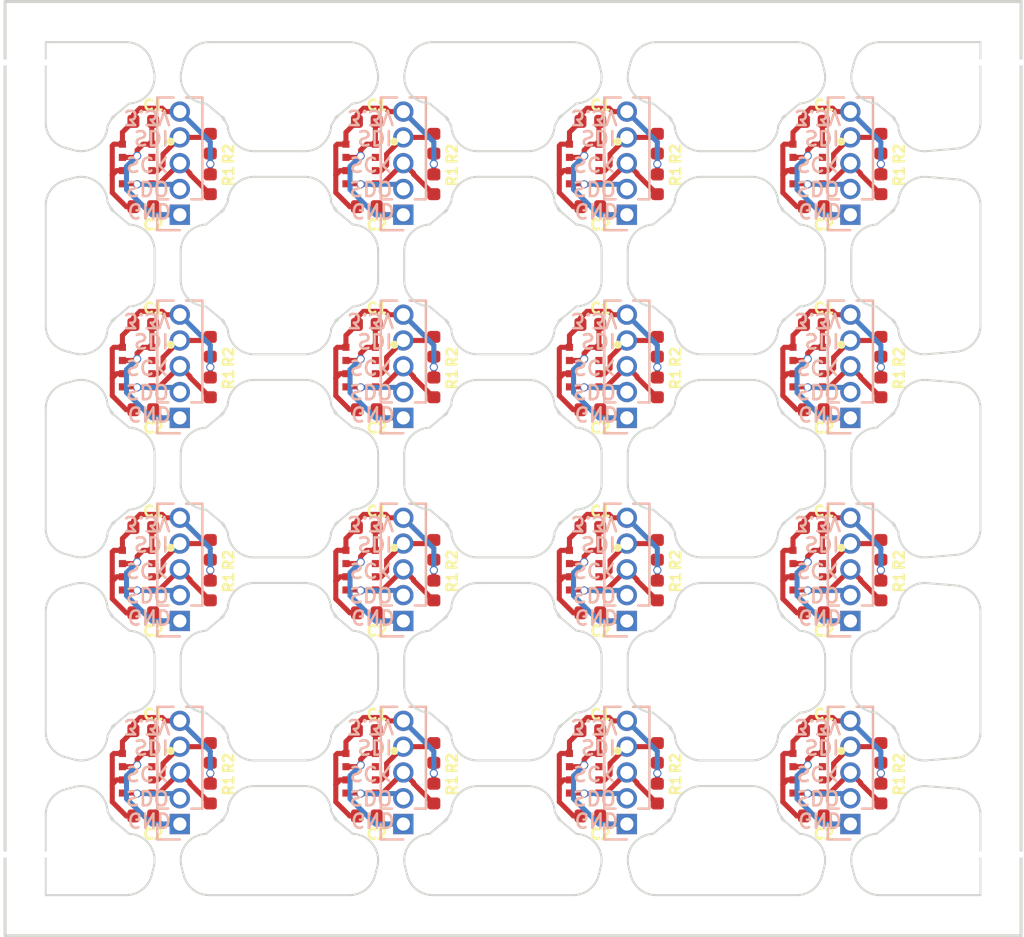
<source format=kicad_pcb>
(kicad_pcb (version 20171130) (host pcbnew 5.1.5-52549c5~84~ubuntu18.04.1)
  (layers (0 F.Cu signal) (31 B.Cu signal) (34 B.Paste user) (35 F.Paste user) (36 B.SilkS user) (37 F.SilkS user) (38 B.Mask user) (39 F.Mask user) (44 Edge.Cuts user))
  (net 0 "")
  (net 1 +3V3)
  (net 2 GND)
  (net 3 /sck)
  (net 4 /sdi)
  (net 5 /sdo)
  (net 6 "Net-(U1-Pad2)")
  (module Capacitor_SMD:C_0402_1005Metric (layer F.Cu) (at 164.8 95.1 180)
    (fp_text reference C2 (at -0.5 -0.9) (layer F.SilkS) (effects (font (size 0.5 0.5))))
    (fp_text value 100n)
    (pad 1 smd roundrect (at -0.485 0 180) (size 0.59 0.64) (layers F.Cu F.Paste F.Mask) (net 2 GND))
    (pad 2 smd roundrect (at 0.485 0 180) (size 0.59 0.64) (layers F.Cu F.Paste F.Mask) (net 1 +3V3))
  )
  (module Capacitor_SMD:C_0402_1005Metric (layer F.Cu) (at 153.8 95.1 180)
    (fp_text reference C2 (at -0.5 -0.9) (layer F.SilkS) (effects (font (size 0.5 0.5))))
    (fp_text value 100n)
    (pad 1 smd roundrect (at -0.485 0 180) (size 0.59 0.64) (layers F.Cu F.Paste F.Mask) (net 2 GND))
    (pad 2 smd roundrect (at 0.485 0 180) (size 0.59 0.64) (layers F.Cu F.Paste F.Mask) (net 1 +3V3))
  )
  (module Capacitor_SMD:C_0402_1005Metric (layer F.Cu) (at 142.8 95.1 180)
    (fp_text reference C2 (at -0.5 -0.9) (layer F.SilkS) (effects (font (size 0.5 0.5))))
    (fp_text value 100n)
    (pad 1 smd roundrect (at -0.485 0 180) (size 0.59 0.64) (layers F.Cu F.Paste F.Mask) (net 2 GND))
    (pad 2 smd roundrect (at 0.485 0 180) (size 0.59 0.64) (layers F.Cu F.Paste F.Mask) (net 1 +3V3))
  )
  (module Capacitor_SMD:C_0402_1005Metric (layer F.Cu) (at 153.8 105.1 180)
    (fp_text reference C2 (at -0.5 -0.9) (layer F.SilkS) (effects (font (size 0.5 0.5))))
    (fp_text value 100n)
    (pad 1 smd roundrect (at -0.485 0 180) (size 0.59 0.64) (layers F.Cu F.Paste F.Mask) (net 2 GND))
    (pad 2 smd roundrect (at 0.485 0 180) (size 0.59 0.64) (layers F.Cu F.Paste F.Mask) (net 1 +3V3))
  )
  (module Capacitor_SMD:C_0402_1005Metric (layer F.Cu) (at 142.8 105.1 180)
    (fp_text reference C2 (at -0.5 -0.9) (layer F.SilkS) (effects (font (size 0.5 0.5))))
    (fp_text value 100n)
    (pad 1 smd roundrect (at -0.485 0 180) (size 0.59 0.64) (layers F.Cu F.Paste F.Mask) (net 2 GND))
    (pad 2 smd roundrect (at 0.485 0 180) (size 0.59 0.64) (layers F.Cu F.Paste F.Mask) (net 1 +3V3))
  )
  (module Capacitor_SMD:C_0402_1005Metric (layer F.Cu) (at 164.8 70.9 180)
    (fp_text reference C1 (at -0.5 0.8) (layer F.SilkS) (effects (font (size 0.5 0.5))))
    (fp_text value 100n)
    (pad 2 smd roundrect (at 0.485 0 180) (size 0.59 0.64) (layers F.Cu F.Paste F.Mask) (net 1 +3V3))
    (pad 1 smd roundrect (at -0.485 0 180) (size 0.59 0.64) (layers F.Cu F.Paste F.Mask) (net 2 GND))
  )
  (module custom_lib:XDCR_DPS368XTSA1 (layer F.Cu) (at 164.5 93)
    (fp_text reference U1 hide)
    (fp_text value DPS368XTSA1)
    (pad 4 smd rect (at 0.725 0.975) (size 0.35 0.35) (layers F.Cu F.Mask) (net 3 /sck))
    (pad 5 smd rect (at -0.725 0.975) (size 0.35 0.35) (layers F.Cu F.Mask) (net 5 /sdo))
    (pad 1 smd rect (at 0.725 -0.975) (size 0.35 0.35) (layers F.Cu F.Mask) (net 2 GND))
    (pad 8 smd rect (at -0.725 -0.975) (size 0.35 0.35) (layers F.Cu F.Mask) (net 1 +3V3))
    (pad 3 smd rect (at 0.725 0.325) (size 0.35 0.35) (layers F.Cu F.Mask) (net 4 /sdi))
    (pad 6 smd rect (at -0.725 0.325) (size 0.35 0.35) (layers F.Cu F.Mask) (net 1 +3V3))
    (pad 2 smd rect (at 0.725 -0.325) (size 0.35 0.35) (layers F.Cu F.Mask) (net 6 "Net-(U1-Pad2)"))
    (pad 7 smd rect (at -0.725 -0.325) (size 0.35 0.35) (layers F.Cu F.Mask) (net 2 GND))
  )
  (module Capacitor_SMD:C_0402_1005Metric (layer F.Cu) (at 142.8 90.9 180)
    (fp_text reference C1 (at -0.5 0.8) (layer F.SilkS) (effects (font (size 0.5 0.5))))
    (fp_text value 100n)
    (pad 2 smd roundrect (at 0.485 0 180) (size 0.59 0.64) (layers F.Cu F.Paste F.Mask) (net 1 +3V3))
    (pad 1 smd roundrect (at -0.485 0 180) (size 0.59 0.64) (layers F.Cu F.Paste F.Mask) (net 2 GND))
  )
  (module Resistor_SMD:R_0402_1005Metric (layer F.Cu) (at 168.1 92 90)
    (fp_text reference R2 (at -0.5 0.9 90) (layer F.SilkS) (effects (font (size 0.5 0.5))))
    (fp_text value 10k)
    (pad 2 smd roundrect (at 0.485 0 90) (size 0.59 0.64) (layers F.Cu F.Paste F.Mask) (net 4 /sdi))
    (pad 1 smd roundrect (at -0.485 0 90) (size 0.59 0.64) (layers F.Cu F.Paste F.Mask) (net 1 +3V3))
  )
  (module Resistor_SMD:R_0402_1005Metric (layer F.Cu) (at 157.1 92 90)
    (fp_text reference R2 (at -0.5 0.9 90) (layer F.SilkS) (effects (font (size 0.5 0.5))))
    (fp_text value 10k)
    (pad 2 smd roundrect (at 0.485 0 90) (size 0.59 0.64) (layers F.Cu F.Paste F.Mask) (net 4 /sdi))
    (pad 1 smd roundrect (at -0.485 0 90) (size 0.59 0.64) (layers F.Cu F.Paste F.Mask) (net 1 +3V3))
  )
  (module Resistor_SMD:R_0402_1005Metric (layer F.Cu) (at 168.1 74 270)
    (fp_text reference R1 (at -0.4 -0.9 270) (layer F.SilkS) (effects (font (size 0.5 0.5))))
    (fp_text value 10k)
    (pad 1 smd roundrect (at -0.485 0 270) (size 0.59 0.64) (layers F.Cu F.Paste F.Mask) (net 1 +3V3))
    (pad 2 smd roundrect (at 0.485 0 270) (size 0.59 0.64) (layers F.Cu F.Paste F.Mask) (net 3 /sck))
  )
  (module Capacitor_SMD:C_0402_1005Metric (layer F.Cu) (at 153.8 100.9 180)
    (fp_text reference C1 (at -0.5 0.8) (layer F.SilkS) (effects (font (size 0.5 0.5))))
    (fp_text value 100n)
    (pad 2 smd roundrect (at 0.485 0 180) (size 0.59 0.64) (layers F.Cu F.Paste F.Mask) (net 1 +3V3))
    (pad 1 smd roundrect (at -0.485 0 180) (size 0.59 0.64) (layers F.Cu F.Paste F.Mask) (net 2 GND))
  )
  (module Resistor_SMD:R_0402_1005Metric (layer F.Cu) (at 146.1 94 270)
    (fp_text reference R1 (at -0.4 -0.9 270) (layer F.SilkS) (effects (font (size 0.5 0.5))))
    (fp_text value 10k)
    (pad 1 smd roundrect (at -0.485 0 270) (size 0.59 0.64) (layers F.Cu F.Paste F.Mask) (net 1 +3V3))
    (pad 2 smd roundrect (at 0.485 0 270) (size 0.59 0.64) (layers F.Cu F.Paste F.Mask) (net 3 /sck))
  )
  (module Resistor_SMD:R_0402_1005Metric (layer F.Cu) (at 157.1 94 270)
    (fp_text reference R1 (at -0.4 -0.9 270) (layer F.SilkS) (effects (font (size 0.5 0.5))))
    (fp_text value 10k)
    (pad 1 smd roundrect (at -0.485 0 270) (size 0.59 0.64) (layers F.Cu F.Paste F.Mask) (net 1 +3V3))
    (pad 2 smd roundrect (at 0.485 0 270) (size 0.59 0.64) (layers F.Cu F.Paste F.Mask) (net 3 /sck))
  )
  (module Resistor_SMD:R_0402_1005Metric (layer F.Cu) (at 146.1 92 90)
    (fp_text reference R2 (at -0.5 0.9 90) (layer F.SilkS) (effects (font (size 0.5 0.5))))
    (fp_text value 10k)
    (pad 2 smd roundrect (at 0.485 0 90) (size 0.59 0.64) (layers F.Cu F.Paste F.Mask) (net 4 /sdi))
    (pad 1 smd roundrect (at -0.485 0 90) (size 0.59 0.64) (layers F.Cu F.Paste F.Mask) (net 1 +3V3))
  )
  (module Resistor_SMD:R_0402_1005Metric (layer F.Cu) (at 168.1 94 270)
    (fp_text reference R1 (at -0.4 -0.9 270) (layer F.SilkS) (effects (font (size 0.5 0.5))))
    (fp_text value 10k)
    (pad 1 smd roundrect (at -0.485 0 270) (size 0.59 0.64) (layers F.Cu F.Paste F.Mask) (net 1 +3V3))
    (pad 2 smd roundrect (at 0.485 0 270) (size 0.59 0.64) (layers F.Cu F.Paste F.Mask) (net 3 /sck))
  )
  (module Resistor_SMD:R_0402_1005Metric (layer F.Cu) (at 146.1 84 270)
    (fp_text reference R1 (at -0.4 -0.9 270) (layer F.SilkS) (effects (font (size 0.5 0.5))))
    (fp_text value 10k)
    (pad 1 smd roundrect (at -0.485 0 270) (size 0.59 0.64) (layers F.Cu F.Paste F.Mask) (net 1 +3V3))
    (pad 2 smd roundrect (at 0.485 0 270) (size 0.59 0.64) (layers F.Cu F.Paste F.Mask) (net 3 /sck))
  )
  (module Resistor_SMD:R_0402_1005Metric (layer F.Cu) (at 146.1 74 270)
    (fp_text reference R1 (at -0.4 -0.9 270) (layer F.SilkS) (effects (font (size 0.5 0.5))))
    (fp_text value 10k)
    (pad 1 smd roundrect (at -0.485 0 270) (size 0.59 0.64) (layers F.Cu F.Paste F.Mask) (net 1 +3V3))
    (pad 2 smd roundrect (at 0.485 0 270) (size 0.59 0.64) (layers F.Cu F.Paste F.Mask) (net 3 /sck))
  )
  (module custom_lib:XDCR_DPS368XTSA1 (layer F.Cu) (at 142.5 83)
    (fp_text reference U1 hide)
    (fp_text value DPS368XTSA1)
    (pad 4 smd rect (at 0.725 0.975) (size 0.35 0.35) (layers F.Cu F.Mask) (net 3 /sck))
    (pad 5 smd rect (at -0.725 0.975) (size 0.35 0.35) (layers F.Cu F.Mask) (net 5 /sdo))
    (pad 1 smd rect (at 0.725 -0.975) (size 0.35 0.35) (layers F.Cu F.Mask) (net 2 GND))
    (pad 8 smd rect (at -0.725 -0.975) (size 0.35 0.35) (layers F.Cu F.Mask) (net 1 +3V3))
    (pad 3 smd rect (at 0.725 0.325) (size 0.35 0.35) (layers F.Cu F.Mask) (net 4 /sdi))
    (pad 6 smd rect (at -0.725 0.325) (size 0.35 0.35) (layers F.Cu F.Mask) (net 1 +3V3))
    (pad 2 smd rect (at 0.725 -0.325) (size 0.35 0.35) (layers F.Cu F.Mask) (net 6 "Net-(U1-Pad2)"))
    (pad 7 smd rect (at -0.725 -0.325) (size 0.35 0.35) (layers F.Cu F.Mask) (net 2 GND))
  )
  (module Capacitor_SMD:C_0402_1005Metric (layer F.Cu) (at 153.8 90.9 180)
    (fp_text reference C1 (at -0.5 0.8) (layer F.SilkS) (effects (font (size 0.5 0.5))))
    (fp_text value 100n)
    (pad 2 smd roundrect (at 0.485 0 180) (size 0.59 0.64) (layers F.Cu F.Paste F.Mask) (net 1 +3V3))
    (pad 1 smd roundrect (at -0.485 0 180) (size 0.59 0.64) (layers F.Cu F.Paste F.Mask) (net 2 GND))
  )
  (module Resistor_SMD:R_0402_1005Metric (layer F.Cu) (at 146.1 104 270)
    (fp_text reference R1 (at -0.4 -0.9 270) (layer F.SilkS) (effects (font (size 0.5 0.5))))
    (fp_text value 10k)
    (pad 1 smd roundrect (at -0.485 0 270) (size 0.59 0.64) (layers F.Cu F.Paste F.Mask) (net 1 +3V3))
    (pad 2 smd roundrect (at 0.485 0 270) (size 0.59 0.64) (layers F.Cu F.Paste F.Mask) (net 3 /sck))
  )
  (module Resistor_SMD:R_0402_1005Metric (layer F.Cu) (at 168.1 72 90)
    (fp_text reference R2 (at -0.5 0.9 90) (layer F.SilkS) (effects (font (size 0.5 0.5))))
    (fp_text value 10k)
    (pad 2 smd roundrect (at 0.485 0 90) (size 0.59 0.64) (layers F.Cu F.Paste F.Mask) (net 4 /sdi))
    (pad 1 smd roundrect (at -0.485 0 90) (size 0.59 0.64) (layers F.Cu F.Paste F.Mask) (net 1 +3V3))
  )
  (module Capacitor_SMD:C_0402_1005Metric (layer F.Cu) (at 164.8 100.9 180)
    (fp_text reference C1 (at -0.5 0.8) (layer F.SilkS) (effects (font (size 0.5 0.5))))
    (fp_text value 100n)
    (pad 2 smd roundrect (at 0.485 0 180) (size 0.59 0.64) (layers F.Cu F.Paste F.Mask) (net 1 +3V3))
    (pad 1 smd roundrect (at -0.485 0 180) (size 0.59 0.64) (layers F.Cu F.Paste F.Mask) (net 2 GND))
  )
  (module Resistor_SMD:R_0402_1005Metric (layer F.Cu) (at 157.1 104 270)
    (fp_text reference R1 (at -0.4 -0.9 270) (layer F.SilkS) (effects (font (size 0.5 0.5))))
    (fp_text value 10k)
    (pad 1 smd roundrect (at -0.485 0 270) (size 0.59 0.64) (layers F.Cu F.Paste F.Mask) (net 1 +3V3))
    (pad 2 smd roundrect (at 0.485 0 270) (size 0.59 0.64) (layers F.Cu F.Paste F.Mask) (net 3 /sck))
  )
  (module Resistor_SMD:R_0402_1005Metric (layer F.Cu) (at 168.1 104 270)
    (fp_text reference R1 (at -0.4 -0.9 270) (layer F.SilkS) (effects (font (size 0.5 0.5))))
    (fp_text value 10k)
    (pad 1 smd roundrect (at -0.485 0 270) (size 0.59 0.64) (layers F.Cu F.Paste F.Mask) (net 1 +3V3))
    (pad 2 smd roundrect (at 0.485 0 270) (size 0.59 0.64) (layers F.Cu F.Paste F.Mask) (net 3 /sck))
  )
  (module custom_lib:XDCR_DPS368XTSA1 (layer F.Cu) (at 164.5 103)
    (fp_text reference U1 hide)
    (fp_text value DPS368XTSA1)
    (pad 4 smd rect (at 0.725 0.975) (size 0.35 0.35) (layers F.Cu F.Mask) (net 3 /sck))
    (pad 5 smd rect (at -0.725 0.975) (size 0.35 0.35) (layers F.Cu F.Mask) (net 5 /sdo))
    (pad 1 smd rect (at 0.725 -0.975) (size 0.35 0.35) (layers F.Cu F.Mask) (net 2 GND))
    (pad 8 smd rect (at -0.725 -0.975) (size 0.35 0.35) (layers F.Cu F.Mask) (net 1 +3V3))
    (pad 3 smd rect (at 0.725 0.325) (size 0.35 0.35) (layers F.Cu F.Mask) (net 4 /sdi))
    (pad 6 smd rect (at -0.725 0.325) (size 0.35 0.35) (layers F.Cu F.Mask) (net 1 +3V3))
    (pad 2 smd rect (at 0.725 -0.325) (size 0.35 0.35) (layers F.Cu F.Mask) (net 6 "Net-(U1-Pad2)"))
    (pad 7 smd rect (at -0.725 -0.325) (size 0.35 0.35) (layers F.Cu F.Mask) (net 2 GND))
  )
  (module Resistor_SMD:R_0402_1005Metric (layer F.Cu) (at 157.1 102 90)
    (fp_text reference R2 (at -0.5 0.9 90) (layer F.SilkS) (effects (font (size 0.5 0.5))))
    (fp_text value 10k)
    (pad 2 smd roundrect (at 0.485 0 90) (size 0.59 0.64) (layers F.Cu F.Paste F.Mask) (net 4 /sdi))
    (pad 1 smd roundrect (at -0.485 0 90) (size 0.59 0.64) (layers F.Cu F.Paste F.Mask) (net 1 +3V3))
  )
  (module custom_lib:XDCR_DPS368XTSA1 (layer F.Cu) (at 164.5 73)
    (fp_text reference U1 hide)
    (fp_text value DPS368XTSA1)
    (pad 4 smd rect (at 0.725 0.975) (size 0.35 0.35) (layers F.Cu F.Mask) (net 3 /sck))
    (pad 5 smd rect (at -0.725 0.975) (size 0.35 0.35) (layers F.Cu F.Mask) (net 5 /sdo))
    (pad 1 smd rect (at 0.725 -0.975) (size 0.35 0.35) (layers F.Cu F.Mask) (net 2 GND))
    (pad 8 smd rect (at -0.725 -0.975) (size 0.35 0.35) (layers F.Cu F.Mask) (net 1 +3V3))
    (pad 3 smd rect (at 0.725 0.325) (size 0.35 0.35) (layers F.Cu F.Mask) (net 4 /sdi))
    (pad 6 smd rect (at -0.725 0.325) (size 0.35 0.35) (layers F.Cu F.Mask) (net 1 +3V3))
    (pad 2 smd rect (at 0.725 -0.325) (size 0.35 0.35) (layers F.Cu F.Mask) (net 6 "Net-(U1-Pad2)"))
    (pad 7 smd rect (at -0.725 -0.325) (size 0.35 0.35) (layers F.Cu F.Mask) (net 2 GND))
  )
  (module custom_lib:XDCR_DPS368XTSA1 (layer F.Cu) (at 142.5 103)
    (fp_text reference U1 hide)
    (fp_text value DPS368XTSA1)
    (pad 4 smd rect (at 0.725 0.975) (size 0.35 0.35) (layers F.Cu F.Mask) (net 3 /sck))
    (pad 5 smd rect (at -0.725 0.975) (size 0.35 0.35) (layers F.Cu F.Mask) (net 5 /sdo))
    (pad 1 smd rect (at 0.725 -0.975) (size 0.35 0.35) (layers F.Cu F.Mask) (net 2 GND))
    (pad 8 smd rect (at -0.725 -0.975) (size 0.35 0.35) (layers F.Cu F.Mask) (net 1 +3V3))
    (pad 3 smd rect (at 0.725 0.325) (size 0.35 0.35) (layers F.Cu F.Mask) (net 4 /sdi))
    (pad 6 smd rect (at -0.725 0.325) (size 0.35 0.35) (layers F.Cu F.Mask) (net 1 +3V3))
    (pad 2 smd rect (at 0.725 -0.325) (size 0.35 0.35) (layers F.Cu F.Mask) (net 6 "Net-(U1-Pad2)"))
    (pad 7 smd rect (at -0.725 -0.325) (size 0.35 0.35) (layers F.Cu F.Mask) (net 2 GND))
  )
  (module custom_lib:XDCR_DPS368XTSA1 (layer F.Cu) (at 142.5 93)
    (fp_text reference U1 hide)
    (fp_text value DPS368XTSA1)
    (pad 4 smd rect (at 0.725 0.975) (size 0.35 0.35) (layers F.Cu F.Mask) (net 3 /sck))
    (pad 5 smd rect (at -0.725 0.975) (size 0.35 0.35) (layers F.Cu F.Mask) (net 5 /sdo))
    (pad 1 smd rect (at 0.725 -0.975) (size 0.35 0.35) (layers F.Cu F.Mask) (net 2 GND))
    (pad 8 smd rect (at -0.725 -0.975) (size 0.35 0.35) (layers F.Cu F.Mask) (net 1 +3V3))
    (pad 3 smd rect (at 0.725 0.325) (size 0.35 0.35) (layers F.Cu F.Mask) (net 4 /sdi))
    (pad 6 smd rect (at -0.725 0.325) (size 0.35 0.35) (layers F.Cu F.Mask) (net 1 +3V3))
    (pad 2 smd rect (at 0.725 -0.325) (size 0.35 0.35) (layers F.Cu F.Mask) (net 6 "Net-(U1-Pad2)"))
    (pad 7 smd rect (at -0.725 -0.325) (size 0.35 0.35) (layers F.Cu F.Mask) (net 2 GND))
  )
  (module Capacitor_SMD:C_0402_1005Metric (layer F.Cu) (at 153.8 80.9 180)
    (fp_text reference C1 (at -0.5 0.8) (layer F.SilkS) (effects (font (size 0.5 0.5))))
    (fp_text value 100n)
    (pad 2 smd roundrect (at 0.485 0 180) (size 0.59 0.64) (layers F.Cu F.Paste F.Mask) (net 1 +3V3))
    (pad 1 smd roundrect (at -0.485 0 180) (size 0.59 0.64) (layers F.Cu F.Paste F.Mask) (net 2 GND))
  )
  (module Resistor_SMD:R_0402_1005Metric (layer F.Cu) (at 157.1 84 270)
    (fp_text reference R1 (at -0.4 -0.9 270) (layer F.SilkS) (effects (font (size 0.5 0.5))))
    (fp_text value 10k)
    (pad 1 smd roundrect (at -0.485 0 270) (size 0.59 0.64) (layers F.Cu F.Paste F.Mask) (net 1 +3V3))
    (pad 2 smd roundrect (at 0.485 0 270) (size 0.59 0.64) (layers F.Cu F.Paste F.Mask) (net 3 /sck))
  )
  (module Capacitor_SMD:C_0402_1005Metric (layer F.Cu) (at 164.8 90.9 180)
    (fp_text reference C1 (at -0.5 0.8) (layer F.SilkS) (effects (font (size 0.5 0.5))))
    (fp_text value 100n)
    (pad 2 smd roundrect (at 0.485 0 180) (size 0.59 0.64) (layers F.Cu F.Paste F.Mask) (net 1 +3V3))
    (pad 1 smd roundrect (at -0.485 0 180) (size 0.59 0.64) (layers F.Cu F.Paste F.Mask) (net 2 GND))
  )
  (module Resistor_SMD:R_0402_1005Metric (layer F.Cu) (at 146.1 102 90)
    (fp_text reference R2 (at -0.5 0.9 90) (layer F.SilkS) (effects (font (size 0.5 0.5))))
    (fp_text value 10k)
    (pad 2 smd roundrect (at 0.485 0 90) (size 0.59 0.64) (layers F.Cu F.Paste F.Mask) (net 4 /sdi))
    (pad 1 smd roundrect (at -0.485 0 90) (size 0.59 0.64) (layers F.Cu F.Paste F.Mask) (net 1 +3V3))
  )
  (module Resistor_SMD:R_0402_1005Metric (layer F.Cu) (at 157.1 74 270)
    (fp_text reference R1 (at -0.4 -0.9 270) (layer F.SilkS) (effects (font (size 0.5 0.5))))
    (fp_text value 10k)
    (pad 1 smd roundrect (at -0.485 0 270) (size 0.59 0.64) (layers F.Cu F.Paste F.Mask) (net 1 +3V3))
    (pad 2 smd roundrect (at 0.485 0 270) (size 0.59 0.64) (layers F.Cu F.Paste F.Mask) (net 3 /sck))
  )
  (module Resistor_SMD:R_0402_1005Metric (layer F.Cu) (at 146.1 82 90)
    (fp_text reference R2 (at -0.5 0.9 90) (layer F.SilkS) (effects (font (size 0.5 0.5))))
    (fp_text value 10k)
    (pad 2 smd roundrect (at 0.485 0 90) (size 0.59 0.64) (layers F.Cu F.Paste F.Mask) (net 4 /sdi))
    (pad 1 smd roundrect (at -0.485 0 90) (size 0.59 0.64) (layers F.Cu F.Paste F.Mask) (net 1 +3V3))
  )
  (module Connector_PinHeader_1.27mm:PinHeader_1x05_P1.27mm_Vertical (layer B.Cu) (at 166.6 95.5)
    (fp_text reference J1 hide)
    (fp_text value Conn_01x05_Female hide)
    (pad 5 thru_hole oval (at 0 -5.08) (size 1 1) (drill 0.65) (layers *.Cu *.Mask) (net 1 +3V3))
    (pad 4 thru_hole oval (at 0 -3.81) (size 1 1) (drill 0.65) (layers *.Cu *.Mask) (net 4 /sdi))
    (pad 3 thru_hole oval (at 0 -2.54) (size 1 1) (drill 0.65) (layers *.Cu *.Mask) (net 3 /sck))
    (pad 2 thru_hole oval (at 0 -1.27) (size 1 1) (drill 0.65) (layers *.Cu *.Mask) (net 5 /sdo))
    (pad 1 thru_hole rect (at 0 0) (size 1 1) (drill 0.65) (layers *.Cu *.Mask) (net 2 GND))
  )
  (module custom_lib:XDCR_DPS368XTSA1 (layer F.Cu) (at 153.5 73)
    (fp_text reference U1 hide)
    (fp_text value DPS368XTSA1)
    (pad 4 smd rect (at 0.725 0.975) (size 0.35 0.35) (layers F.Cu F.Mask) (net 3 /sck))
    (pad 5 smd rect (at -0.725 0.975) (size 0.35 0.35) (layers F.Cu F.Mask) (net 5 /sdo))
    (pad 1 smd rect (at 0.725 -0.975) (size 0.35 0.35) (layers F.Cu F.Mask) (net 2 GND))
    (pad 8 smd rect (at -0.725 -0.975) (size 0.35 0.35) (layers F.Cu F.Mask) (net 1 +3V3))
    (pad 3 smd rect (at 0.725 0.325) (size 0.35 0.35) (layers F.Cu F.Mask) (net 4 /sdi))
    (pad 6 smd rect (at -0.725 0.325) (size 0.35 0.35) (layers F.Cu F.Mask) (net 1 +3V3))
    (pad 2 smd rect (at 0.725 -0.325) (size 0.35 0.35) (layers F.Cu F.Mask) (net 6 "Net-(U1-Pad2)"))
    (pad 7 smd rect (at -0.725 -0.325) (size 0.35 0.35) (layers F.Cu F.Mask) (net 2 GND))
  )
  (module custom_lib:XDCR_DPS368XTSA1 (layer F.Cu) (at 153.5 83)
    (fp_text reference U1 hide)
    (fp_text value DPS368XTSA1)
    (pad 4 smd rect (at 0.725 0.975) (size 0.35 0.35) (layers F.Cu F.Mask) (net 3 /sck))
    (pad 5 smd rect (at -0.725 0.975) (size 0.35 0.35) (layers F.Cu F.Mask) (net 5 /sdo))
    (pad 1 smd rect (at 0.725 -0.975) (size 0.35 0.35) (layers F.Cu F.Mask) (net 2 GND))
    (pad 8 smd rect (at -0.725 -0.975) (size 0.35 0.35) (layers F.Cu F.Mask) (net 1 +3V3))
    (pad 3 smd rect (at 0.725 0.325) (size 0.35 0.35) (layers F.Cu F.Mask) (net 4 /sdi))
    (pad 6 smd rect (at -0.725 0.325) (size 0.35 0.35) (layers F.Cu F.Mask) (net 1 +3V3))
    (pad 2 smd rect (at 0.725 -0.325) (size 0.35 0.35) (layers F.Cu F.Mask) (net 6 "Net-(U1-Pad2)"))
    (pad 7 smd rect (at -0.725 -0.325) (size 0.35 0.35) (layers F.Cu F.Mask) (net 2 GND))
  )
  (module Capacitor_SMD:C_0402_1005Metric (layer F.Cu) (at 142.8 70.9 180)
    (fp_text reference C1 (at -0.5 0.8) (layer F.SilkS) (effects (font (size 0.5 0.5))))
    (fp_text value 100n)
    (pad 2 smd roundrect (at 0.485 0 180) (size 0.59 0.64) (layers F.Cu F.Paste F.Mask) (net 1 +3V3))
    (pad 1 smd roundrect (at -0.485 0 180) (size 0.59 0.64) (layers F.Cu F.Paste F.Mask) (net 2 GND))
  )
  (module custom_lib:XDCR_DPS368XTSA1 (layer F.Cu) (at 142.5 73)
    (fp_text reference U1 hide)
    (fp_text value DPS368XTSA1)
    (pad 4 smd rect (at 0.725 0.975) (size 0.35 0.35) (layers F.Cu F.Mask) (net 3 /sck))
    (pad 5 smd rect (at -0.725 0.975) (size 0.35 0.35) (layers F.Cu F.Mask) (net 5 /sdo))
    (pad 1 smd rect (at 0.725 -0.975) (size 0.35 0.35) (layers F.Cu F.Mask) (net 2 GND))
    (pad 8 smd rect (at -0.725 -0.975) (size 0.35 0.35) (layers F.Cu F.Mask) (net 1 +3V3))
    (pad 3 smd rect (at 0.725 0.325) (size 0.35 0.35) (layers F.Cu F.Mask) (net 4 /sdi))
    (pad 6 smd rect (at -0.725 0.325) (size 0.35 0.35) (layers F.Cu F.Mask) (net 1 +3V3))
    (pad 2 smd rect (at 0.725 -0.325) (size 0.35 0.35) (layers F.Cu F.Mask) (net 6 "Net-(U1-Pad2)"))
    (pad 7 smd rect (at -0.725 -0.325) (size 0.35 0.35) (layers F.Cu F.Mask) (net 2 GND))
  )
  (module Resistor_SMD:R_0402_1005Metric (layer F.Cu) (at 168.1 84 270)
    (fp_text reference R1 (at -0.4 -0.9 270) (layer F.SilkS) (effects (font (size 0.5 0.5))))
    (fp_text value 10k)
    (pad 1 smd roundrect (at -0.485 0 270) (size 0.59 0.64) (layers F.Cu F.Paste F.Mask) (net 1 +3V3))
    (pad 2 smd roundrect (at 0.485 0 270) (size 0.59 0.64) (layers F.Cu F.Paste F.Mask) (net 3 /sck))
  )
  (module Capacitor_SMD:C_0402_1005Metric (layer F.Cu) (at 142.8 80.9 180)
    (fp_text reference C1 (at -0.5 0.8) (layer F.SilkS) (effects (font (size 0.5 0.5))))
    (fp_text value 100n)
    (pad 2 smd roundrect (at 0.485 0 180) (size 0.59 0.64) (layers F.Cu F.Paste F.Mask) (net 1 +3V3))
    (pad 1 smd roundrect (at -0.485 0 180) (size 0.59 0.64) (layers F.Cu F.Paste F.Mask) (net 2 GND))
  )
  (module Capacitor_SMD:C_0402_1005Metric (layer F.Cu) (at 164.8 80.9 180)
    (fp_text reference C1 (at -0.5 0.8) (layer F.SilkS) (effects (font (size 0.5 0.5))))
    (fp_text value 100n)
    (pad 2 smd roundrect (at 0.485 0 180) (size 0.59 0.64) (layers F.Cu F.Paste F.Mask) (net 1 +3V3))
    (pad 1 smd roundrect (at -0.485 0 180) (size 0.59 0.64) (layers F.Cu F.Paste F.Mask) (net 2 GND))
  )
  (module Resistor_SMD:R_0402_1005Metric (layer F.Cu) (at 168.1 82 90)
    (fp_text reference R2 (at -0.5 0.9 90) (layer F.SilkS) (effects (font (size 0.5 0.5))))
    (fp_text value 10k)
    (pad 2 smd roundrect (at 0.485 0 90) (size 0.59 0.64) (layers F.Cu F.Paste F.Mask) (net 4 /sdi))
    (pad 1 smd roundrect (at -0.485 0 90) (size 0.59 0.64) (layers F.Cu F.Paste F.Mask) (net 1 +3V3))
  )
  (module Resistor_SMD:R_0402_1005Metric (layer F.Cu) (at 157.1 82 90)
    (fp_text reference R2 (at -0.5 0.9 90) (layer F.SilkS) (effects (font (size 0.5 0.5))))
    (fp_text value 10k)
    (pad 2 smd roundrect (at 0.485 0 90) (size 0.59 0.64) (layers F.Cu F.Paste F.Mask) (net 4 /sdi))
    (pad 1 smd roundrect (at -0.485 0 90) (size 0.59 0.64) (layers F.Cu F.Paste F.Mask) (net 1 +3V3))
  )
  (module Resistor_SMD:R_0402_1005Metric (layer F.Cu) (at 168.1 102 90)
    (fp_text reference R2 (at -0.5 0.9 90) (layer F.SilkS) (effects (font (size 0.5 0.5))))
    (fp_text value 10k)
    (pad 2 smd roundrect (at 0.485 0 90) (size 0.59 0.64) (layers F.Cu F.Paste F.Mask) (net 4 /sdi))
    (pad 1 smd roundrect (at -0.485 0 90) (size 0.59 0.64) (layers F.Cu F.Paste F.Mask) (net 1 +3V3))
  )
  (module Capacitor_SMD:C_0402_1005Metric (layer F.Cu) (at 153.8 70.9 180)
    (fp_text reference C1 (at -0.5 0.8) (layer F.SilkS) (effects (font (size 0.5 0.5))))
    (fp_text value 100n)
    (pad 2 smd roundrect (at 0.485 0 180) (size 0.59 0.64) (layers F.Cu F.Paste F.Mask) (net 1 +3V3))
    (pad 1 smd roundrect (at -0.485 0 180) (size 0.59 0.64) (layers F.Cu F.Paste F.Mask) (net 2 GND))
  )
  (module Capacitor_SMD:C_0402_1005Metric (layer F.Cu) (at 142.8 100.9 180)
    (fp_text reference C1 (at -0.5 0.8) (layer F.SilkS) (effects (font (size 0.5 0.5))))
    (fp_text value 100n)
    (pad 2 smd roundrect (at 0.485 0 180) (size 0.59 0.64) (layers F.Cu F.Paste F.Mask) (net 1 +3V3))
    (pad 1 smd roundrect (at -0.485 0 180) (size 0.59 0.64) (layers F.Cu F.Paste F.Mask) (net 2 GND))
  )
  (module Capacitor_SMD:C_0402_1005Metric (layer F.Cu) (at 142.8 75.1 180)
    (fp_text reference C2 (at -0.5 -0.9) (layer F.SilkS) (effects (font (size 0.5 0.5))))
    (fp_text value 100n)
    (pad 1 smd roundrect (at -0.485 0 180) (size 0.59 0.64) (layers F.Cu F.Paste F.Mask) (net 2 GND))
    (pad 2 smd roundrect (at 0.485 0 180) (size 0.59 0.64) (layers F.Cu F.Paste F.Mask) (net 1 +3V3))
  )
  (module custom_lib:XDCR_DPS368XTSA1 (layer F.Cu) (at 153.5 103)
    (fp_text reference U1 hide)
    (fp_text value DPS368XTSA1)
    (pad 4 smd rect (at 0.725 0.975) (size 0.35 0.35) (layers F.Cu F.Mask) (net 3 /sck))
    (pad 5 smd rect (at -0.725 0.975) (size 0.35 0.35) (layers F.Cu F.Mask) (net 5 /sdo))
    (pad 1 smd rect (at 0.725 -0.975) (size 0.35 0.35) (layers F.Cu F.Mask) (net 2 GND))
    (pad 8 smd rect (at -0.725 -0.975) (size 0.35 0.35) (layers F.Cu F.Mask) (net 1 +3V3))
    (pad 3 smd rect (at 0.725 0.325) (size 0.35 0.35) (layers F.Cu F.Mask) (net 4 /sdi))
    (pad 6 smd rect (at -0.725 0.325) (size 0.35 0.35) (layers F.Cu F.Mask) (net 1 +3V3))
    (pad 2 smd rect (at 0.725 -0.325) (size 0.35 0.35) (layers F.Cu F.Mask) (net 6 "Net-(U1-Pad2)"))
    (pad 7 smd rect (at -0.725 -0.325) (size 0.35 0.35) (layers F.Cu F.Mask) (net 2 GND))
  )
  (module Capacitor_SMD:C_0402_1005Metric (layer F.Cu) (at 153.8 85.1 180)
    (fp_text reference C2 (at -0.5 -0.9) (layer F.SilkS) (effects (font (size 0.5 0.5))))
    (fp_text value 100n)
    (pad 1 smd roundrect (at -0.485 0 180) (size 0.59 0.64) (layers F.Cu F.Paste F.Mask) (net 2 GND))
    (pad 2 smd roundrect (at 0.485 0 180) (size 0.59 0.64) (layers F.Cu F.Paste F.Mask) (net 1 +3V3))
  )
  (module custom_lib:XDCR_DPS368XTSA1 (layer F.Cu) (at 153.5 93)
    (fp_text reference U1 hide)
    (fp_text value DPS368XTSA1)
    (pad 4 smd rect (at 0.725 0.975) (size 0.35 0.35) (layers F.Cu F.Mask) (net 3 /sck))
    (pad 5 smd rect (at -0.725 0.975) (size 0.35 0.35) (layers F.Cu F.Mask) (net 5 /sdo))
    (pad 1 smd rect (at 0.725 -0.975) (size 0.35 0.35) (layers F.Cu F.Mask) (net 2 GND))
    (pad 8 smd rect (at -0.725 -0.975) (size 0.35 0.35) (layers F.Cu F.Mask) (net 1 +3V3))
    (pad 3 smd rect (at 0.725 0.325) (size 0.35 0.35) (layers F.Cu F.Mask) (net 4 /sdi))
    (pad 6 smd rect (at -0.725 0.325) (size 0.35 0.35) (layers F.Cu F.Mask) (net 1 +3V3))
    (pad 2 smd rect (at 0.725 -0.325) (size 0.35 0.35) (layers F.Cu F.Mask) (net 6 "Net-(U1-Pad2)"))
    (pad 7 smd rect (at -0.725 -0.325) (size 0.35 0.35) (layers F.Cu F.Mask) (net 2 GND))
  )
  (module Capacitor_SMD:C_0402_1005Metric (layer F.Cu) (at 164.8 75.1 180)
    (fp_text reference C2 (at -0.5 -0.9) (layer F.SilkS) (effects (font (size 0.5 0.5))))
    (fp_text value 100n)
    (pad 1 smd roundrect (at -0.485 0 180) (size 0.59 0.64) (layers F.Cu F.Paste F.Mask) (net 2 GND))
    (pad 2 smd roundrect (at 0.485 0 180) (size 0.59 0.64) (layers F.Cu F.Paste F.Mask) (net 1 +3V3))
  )
  (module Capacitor_SMD:C_0402_1005Metric (layer F.Cu) (at 142.8 85.1 180)
    (fp_text reference C2 (at -0.5 -0.9) (layer F.SilkS) (effects (font (size 0.5 0.5))))
    (fp_text value 100n)
    (pad 1 smd roundrect (at -0.485 0 180) (size 0.59 0.64) (layers F.Cu F.Paste F.Mask) (net 2 GND))
    (pad 2 smd roundrect (at 0.485 0 180) (size 0.59 0.64) (layers F.Cu F.Paste F.Mask) (net 1 +3V3))
  )
  (module Capacitor_SMD:C_0402_1005Metric (layer F.Cu) (at 153.8 75.1 180)
    (fp_text reference C2 (at -0.5 -0.9) (layer F.SilkS) (effects (font (size 0.5 0.5))))
    (fp_text value 100n)
    (pad 1 smd roundrect (at -0.485 0 180) (size 0.59 0.64) (layers F.Cu F.Paste F.Mask) (net 2 GND))
    (pad 2 smd roundrect (at 0.485 0 180) (size 0.59 0.64) (layers F.Cu F.Paste F.Mask) (net 1 +3V3))
  )
  (module Capacitor_SMD:C_0402_1005Metric (layer F.Cu) (at 164.8 105.1 180)
    (fp_text reference C2 (at -0.5 -0.9) (layer F.SilkS) (effects (font (size 0.5 0.5))))
    (fp_text value 100n)
    (pad 1 smd roundrect (at -0.485 0 180) (size 0.59 0.64) (layers F.Cu F.Paste F.Mask) (net 2 GND))
    (pad 2 smd roundrect (at 0.485 0 180) (size 0.59 0.64) (layers F.Cu F.Paste F.Mask) (net 1 +3V3))
  )
  (module Capacitor_SMD:C_0402_1005Metric (layer F.Cu) (at 164.8 85.1 180)
    (fp_text reference C2 (at -0.5 -0.9) (layer F.SilkS) (effects (font (size 0.5 0.5))))
    (fp_text value 100n)
    (pad 1 smd roundrect (at -0.485 0 180) (size 0.59 0.64) (layers F.Cu F.Paste F.Mask) (net 2 GND))
    (pad 2 smd roundrect (at 0.485 0 180) (size 0.59 0.64) (layers F.Cu F.Paste F.Mask) (net 1 +3V3))
  )
  (module custom_lib:XDCR_DPS368XTSA1 (layer F.Cu) (at 164.5 83)
    (fp_text reference U1 hide)
    (fp_text value DPS368XTSA1)
    (pad 4 smd rect (at 0.725 0.975) (size 0.35 0.35) (layers F.Cu F.Mask) (net 3 /sck))
    (pad 5 smd rect (at -0.725 0.975) (size 0.35 0.35) (layers F.Cu F.Mask) (net 5 /sdo))
    (pad 1 smd rect (at 0.725 -0.975) (size 0.35 0.35) (layers F.Cu F.Mask) (net 2 GND))
    (pad 8 smd rect (at -0.725 -0.975) (size 0.35 0.35) (layers F.Cu F.Mask) (net 1 +3V3))
    (pad 3 smd rect (at 0.725 0.325) (size 0.35 0.35) (layers F.Cu F.Mask) (net 4 /sdi))
    (pad 6 smd rect (at -0.725 0.325) (size 0.35 0.35) (layers F.Cu F.Mask) (net 1 +3V3))
    (pad 2 smd rect (at 0.725 -0.325) (size 0.35 0.35) (layers F.Cu F.Mask) (net 6 "Net-(U1-Pad2)"))
    (pad 7 smd rect (at -0.725 -0.325) (size 0.35 0.35) (layers F.Cu F.Mask) (net 2 GND))
  )
  (module Connector_PinHeader_1.27mm:PinHeader_1x05_P1.27mm_Vertical (layer B.Cu) (at 155.6 105.5)
    (fp_text reference J1 hide)
    (fp_text value Conn_01x05_Female hide)
    (pad 5 thru_hole oval (at 0 -5.08) (size 1 1) (drill 0.65) (layers *.Cu *.Mask) (net 1 +3V3))
    (pad 4 thru_hole oval (at 0 -3.81) (size 1 1) (drill 0.65) (layers *.Cu *.Mask) (net 4 /sdi))
    (pad 3 thru_hole oval (at 0 -2.54) (size 1 1) (drill 0.65) (layers *.Cu *.Mask) (net 3 /sck))
    (pad 2 thru_hole oval (at 0 -1.27) (size 1 1) (drill 0.65) (layers *.Cu *.Mask) (net 5 /sdo))
    (pad 1 thru_hole rect (at 0 0) (size 1 1) (drill 0.65) (layers *.Cu *.Mask) (net 2 GND))
  )
  (module Connector_PinHeader_1.27mm:PinHeader_1x05_P1.27mm_Vertical (layer B.Cu) (at 144.6 105.5)
    (fp_text reference J1 hide)
    (fp_text value Conn_01x05_Female hide)
    (pad 5 thru_hole oval (at 0 -5.08) (size 1 1) (drill 0.65) (layers *.Cu *.Mask) (net 1 +3V3))
    (pad 4 thru_hole oval (at 0 -3.81) (size 1 1) (drill 0.65) (layers *.Cu *.Mask) (net 4 /sdi))
    (pad 3 thru_hole oval (at 0 -2.54) (size 1 1) (drill 0.65) (layers *.Cu *.Mask) (net 3 /sck))
    (pad 2 thru_hole oval (at 0 -1.27) (size 1 1) (drill 0.65) (layers *.Cu *.Mask) (net 5 /sdo))
    (pad 1 thru_hole rect (at 0 0) (size 1 1) (drill 0.65) (layers *.Cu *.Mask) (net 2 GND))
  )
  (module Connector_PinHeader_1.27mm:PinHeader_1x05_P1.27mm_Vertical (layer B.Cu) (at 155.6 95.5)
    (fp_text reference J1 hide)
    (fp_text value Conn_01x05_Female hide)
    (pad 5 thru_hole oval (at 0 -5.08) (size 1 1) (drill 0.65) (layers *.Cu *.Mask) (net 1 +3V3))
    (pad 4 thru_hole oval (at 0 -3.81) (size 1 1) (drill 0.65) (layers *.Cu *.Mask) (net 4 /sdi))
    (pad 3 thru_hole oval (at 0 -2.54) (size 1 1) (drill 0.65) (layers *.Cu *.Mask) (net 3 /sck))
    (pad 2 thru_hole oval (at 0 -1.27) (size 1 1) (drill 0.65) (layers *.Cu *.Mask) (net 5 /sdo))
    (pad 1 thru_hole rect (at 0 0) (size 1 1) (drill 0.65) (layers *.Cu *.Mask) (net 2 GND))
  )
  (module Connector_PinHeader_1.27mm:PinHeader_1x05_P1.27mm_Vertical (layer B.Cu) (at 144.6 95.5)
    (fp_text reference J1 hide)
    (fp_text value Conn_01x05_Female hide)
    (pad 5 thru_hole oval (at 0 -5.08) (size 1 1) (drill 0.65) (layers *.Cu *.Mask) (net 1 +3V3))
    (pad 4 thru_hole oval (at 0 -3.81) (size 1 1) (drill 0.65) (layers *.Cu *.Mask) (net 4 /sdi))
    (pad 3 thru_hole oval (at 0 -2.54) (size 1 1) (drill 0.65) (layers *.Cu *.Mask) (net 3 /sck))
    (pad 2 thru_hole oval (at 0 -1.27) (size 1 1) (drill 0.65) (layers *.Cu *.Mask) (net 5 /sdo))
    (pad 1 thru_hole rect (at 0 0) (size 1 1) (drill 0.65) (layers *.Cu *.Mask) (net 2 GND))
  )
  (module Connector_PinHeader_1.27mm:PinHeader_1x05_P1.27mm_Vertical (layer B.Cu) (at 166.6 85.5)
    (fp_text reference J1 hide)
    (fp_text value Conn_01x05_Female hide)
    (pad 5 thru_hole oval (at 0 -5.08) (size 1 1) (drill 0.65) (layers *.Cu *.Mask) (net 1 +3V3))
    (pad 4 thru_hole oval (at 0 -3.81) (size 1 1) (drill 0.65) (layers *.Cu *.Mask) (net 4 /sdi))
    (pad 3 thru_hole oval (at 0 -2.54) (size 1 1) (drill 0.65) (layers *.Cu *.Mask) (net 3 /sck))
    (pad 2 thru_hole oval (at 0 -1.27) (size 1 1) (drill 0.65) (layers *.Cu *.Mask) (net 5 /sdo))
    (pad 1 thru_hole rect (at 0 0) (size 1 1) (drill 0.65) (layers *.Cu *.Mask) (net 2 GND))
  )
  (module Connector_PinHeader_1.27mm:PinHeader_1x05_P1.27mm_Vertical (layer B.Cu) (at 155.6 85.5)
    (fp_text reference J1 hide)
    (fp_text value Conn_01x05_Female hide)
    (pad 5 thru_hole oval (at 0 -5.08) (size 1 1) (drill 0.65) (layers *.Cu *.Mask) (net 1 +3V3))
    (pad 4 thru_hole oval (at 0 -3.81) (size 1 1) (drill 0.65) (layers *.Cu *.Mask) (net 4 /sdi))
    (pad 3 thru_hole oval (at 0 -2.54) (size 1 1) (drill 0.65) (layers *.Cu *.Mask) (net 3 /sck))
    (pad 2 thru_hole oval (at 0 -1.27) (size 1 1) (drill 0.65) (layers *.Cu *.Mask) (net 5 /sdo))
    (pad 1 thru_hole rect (at 0 0) (size 1 1) (drill 0.65) (layers *.Cu *.Mask) (net 2 GND))
  )
  (module Connector_PinHeader_1.27mm:PinHeader_1x05_P1.27mm_Vertical (layer B.Cu) (at 144.6 85.5)
    (fp_text reference J1 hide)
    (fp_text value Conn_01x05_Female hide)
    (pad 5 thru_hole oval (at 0 -5.08) (size 1 1) (drill 0.65) (layers *.Cu *.Mask) (net 1 +3V3))
    (pad 4 thru_hole oval (at 0 -3.81) (size 1 1) (drill 0.65) (layers *.Cu *.Mask) (net 4 /sdi))
    (pad 3 thru_hole oval (at 0 -2.54) (size 1 1) (drill 0.65) (layers *.Cu *.Mask) (net 3 /sck))
    (pad 2 thru_hole oval (at 0 -1.27) (size 1 1) (drill 0.65) (layers *.Cu *.Mask) (net 5 /sdo))
    (pad 1 thru_hole rect (at 0 0) (size 1 1) (drill 0.65) (layers *.Cu *.Mask) (net 2 GND))
  )
  (module Connector_PinHeader_1.27mm:PinHeader_1x05_P1.27mm_Vertical (layer B.Cu) (at 166.6 75.5)
    (fp_text reference J1 hide)
    (fp_text value Conn_01x05_Female hide)
    (pad 5 thru_hole oval (at 0 -5.08) (size 1 1) (drill 0.65) (layers *.Cu *.Mask) (net 1 +3V3))
    (pad 4 thru_hole oval (at 0 -3.81) (size 1 1) (drill 0.65) (layers *.Cu *.Mask) (net 4 /sdi))
    (pad 3 thru_hole oval (at 0 -2.54) (size 1 1) (drill 0.65) (layers *.Cu *.Mask) (net 3 /sck))
    (pad 2 thru_hole oval (at 0 -1.27) (size 1 1) (drill 0.65) (layers *.Cu *.Mask) (net 5 /sdo))
    (pad 1 thru_hole rect (at 0 0) (size 1 1) (drill 0.65) (layers *.Cu *.Mask) (net 2 GND))
  )
  (module Connector_PinHeader_1.27mm:PinHeader_1x05_P1.27mm_Vertical (layer B.Cu) (at 155.6 75.5)
    (fp_text reference J1 hide)
    (fp_text value Conn_01x05_Female hide)
    (pad 5 thru_hole oval (at 0 -5.08) (size 1 1) (drill 0.65) (layers *.Cu *.Mask) (net 1 +3V3))
    (pad 4 thru_hole oval (at 0 -3.81) (size 1 1) (drill 0.65) (layers *.Cu *.Mask) (net 4 /sdi))
    (pad 3 thru_hole oval (at 0 -2.54) (size 1 1) (drill 0.65) (layers *.Cu *.Mask) (net 3 /sck))
    (pad 2 thru_hole oval (at 0 -1.27) (size 1 1) (drill 0.65) (layers *.Cu *.Mask) (net 5 /sdo))
    (pad 1 thru_hole rect (at 0 0) (size 1 1) (drill 0.65) (layers *.Cu *.Mask) (net 2 GND))
  )
  (module Connector_PinHeader_1.27mm:PinHeader_1x05_P1.27mm_Vertical (layer B.Cu) (at 144.6 75.5)
    (fp_text reference J1 hide)
    (fp_text value Conn_01x05_Female hide)
    (pad 5 thru_hole oval (at 0 -5.08) (size 1 1) (drill 0.65) (layers *.Cu *.Mask) (net 1 +3V3))
    (pad 4 thru_hole oval (at 0 -3.81) (size 1 1) (drill 0.65) (layers *.Cu *.Mask) (net 4 /sdi))
    (pad 3 thru_hole oval (at 0 -2.54) (size 1 1) (drill 0.65) (layers *.Cu *.Mask) (net 3 /sck))
    (pad 2 thru_hole oval (at 0 -1.27) (size 1 1) (drill 0.65) (layers *.Cu *.Mask) (net 5 /sdo))
    (pad 1 thru_hole rect (at 0 0) (size 1 1) (drill 0.65) (layers *.Cu *.Mask) (net 2 GND))
  )
  (module Resistor_SMD:R_0402_1005Metric (layer F.Cu) (at 157.1 72 90)
    (fp_text reference R2 (at -0.5 0.9 90) (layer F.SilkS) (effects (font (size 0.5 0.5))))
    (fp_text value 10k)
    (pad 2 smd roundrect (at 0.485 0 90) (size 0.59 0.64) (layers F.Cu F.Paste F.Mask) (net 4 /sdi))
    (pad 1 smd roundrect (at -0.485 0 90) (size 0.59 0.64) (layers F.Cu F.Paste F.Mask) (net 1 +3V3))
  )
  (module Resistor_SMD:R_0402_1005Metric (layer F.Cu) (at 146.1 72 90)
    (fp_text reference R2 (at -0.5 0.9 90) (layer F.SilkS) (effects (font (size 0.5 0.5))))
    (fp_text value 10k)
    (pad 2 smd roundrect (at 0.485 0 90) (size 0.59 0.64) (layers F.Cu F.Paste F.Mask) (net 4 /sdi))
    (pad 1 smd roundrect (at -0.485 0 90) (size 0.59 0.64) (layers F.Cu F.Paste F.Mask) (net 1 +3V3))
  )
  (module Connector_PinHeader_1.27mm:PinHeader_1x05_P1.27mm_Vertical (layer B.Cu) (at 166.6 105.5)
    (fp_text reference J1 hide)
    (fp_text value Conn_01x05_Female hide)
    (pad 5 thru_hole oval (at 0 -5.08) (size 1 1) (drill 0.65) (layers *.Cu *.Mask) (net 1 +3V3))
    (pad 4 thru_hole oval (at 0 -3.81) (size 1 1) (drill 0.65) (layers *.Cu *.Mask) (net 4 /sdi))
    (pad 3 thru_hole oval (at 0 -2.54) (size 1 1) (drill 0.65) (layers *.Cu *.Mask) (net 3 /sck))
    (pad 2 thru_hole oval (at 0 -1.27) (size 1 1) (drill 0.65) (layers *.Cu *.Mask) (net 5 /sdo))
    (pad 1 thru_hole rect (at 0 0) (size 1 1) (drill 0.65) (layers *.Cu *.Mask) (net 2 GND))
  )
  (module Capacitor_SMD:C_0402_1005Metric (layer F.Cu) (at 131.8 105.1 180)
    (fp_text reference C2 (at -0.5 -0.9) (layer F.SilkS) (effects (font (size 0.5 0.5))))
    (fp_text value 100n)
    (pad 1 smd roundrect (at -0.485 0 180) (size 0.59 0.64) (layers F.Cu F.Paste F.Mask) (net 2 GND))
    (pad 2 smd roundrect (at 0.485 0 180) (size 0.59 0.64) (layers F.Cu F.Paste F.Mask) (net 1 +3V3))
  )
  (module Resistor_SMD:R_0402_1005Metric (layer F.Cu) (at 135.1 104 270)
    (fp_text reference R1 (at -0.4 -0.9 270) (layer F.SilkS) (effects (font (size 0.5 0.5))))
    (fp_text value 10k)
    (pad 1 smd roundrect (at -0.485 0 270) (size 0.59 0.64) (layers F.Cu F.Paste F.Mask) (net 1 +3V3))
    (pad 2 smd roundrect (at 0.485 0 270) (size 0.59 0.64) (layers F.Cu F.Paste F.Mask) (net 3 /sck))
  )
  (module Resistor_SMD:R_0402_1005Metric (layer F.Cu) (at 135.1 82 90)
    (fp_text reference R2 (at -0.5 0.9 90) (layer F.SilkS) (effects (font (size 0.5 0.5))))
    (fp_text value 10k)
    (pad 2 smd roundrect (at 0.485 0 90) (size 0.59 0.64) (layers F.Cu F.Paste F.Mask) (net 4 /sdi))
    (pad 1 smd roundrect (at -0.485 0 90) (size 0.59 0.64) (layers F.Cu F.Paste F.Mask) (net 1 +3V3))
  )
  (module Capacitor_SMD:C_0402_1005Metric (layer F.Cu) (at 131.8 90.9 180)
    (fp_text reference C1 (at -0.5 0.8) (layer F.SilkS) (effects (font (size 0.5 0.5))))
    (fp_text value 100n)
    (pad 2 smd roundrect (at 0.485 0 180) (size 0.59 0.64) (layers F.Cu F.Paste F.Mask) (net 1 +3V3))
    (pad 1 smd roundrect (at -0.485 0 180) (size 0.59 0.64) (layers F.Cu F.Paste F.Mask) (net 2 GND))
  )
  (module custom_lib:XDCR_DPS368XTSA1 (layer F.Cu) (at 131.5 93)
    (fp_text reference U1 hide)
    (fp_text value DPS368XTSA1)
    (pad 4 smd rect (at 0.725 0.975) (size 0.35 0.35) (layers F.Cu F.Mask) (net 3 /sck))
    (pad 5 smd rect (at -0.725 0.975) (size 0.35 0.35) (layers F.Cu F.Mask) (net 5 /sdo))
    (pad 1 smd rect (at 0.725 -0.975) (size 0.35 0.35) (layers F.Cu F.Mask) (net 2 GND))
    (pad 8 smd rect (at -0.725 -0.975) (size 0.35 0.35) (layers F.Cu F.Mask) (net 1 +3V3))
    (pad 3 smd rect (at 0.725 0.325) (size 0.35 0.35) (layers F.Cu F.Mask) (net 4 /sdi))
    (pad 6 smd rect (at -0.725 0.325) (size 0.35 0.35) (layers F.Cu F.Mask) (net 1 +3V3))
    (pad 2 smd rect (at 0.725 -0.325) (size 0.35 0.35) (layers F.Cu F.Mask) (net 6 "Net-(U1-Pad2)"))
    (pad 7 smd rect (at -0.725 -0.325) (size 0.35 0.35) (layers F.Cu F.Mask) (net 2 GND))
  )
  (module custom_lib:XDCR_DPS368XTSA1 (layer F.Cu) (at 131.5 103)
    (fp_text reference U1 hide)
    (fp_text value DPS368XTSA1)
    (pad 4 smd rect (at 0.725 0.975) (size 0.35 0.35) (layers F.Cu F.Mask) (net 3 /sck))
    (pad 5 smd rect (at -0.725 0.975) (size 0.35 0.35) (layers F.Cu F.Mask) (net 5 /sdo))
    (pad 1 smd rect (at 0.725 -0.975) (size 0.35 0.35) (layers F.Cu F.Mask) (net 2 GND))
    (pad 8 smd rect (at -0.725 -0.975) (size 0.35 0.35) (layers F.Cu F.Mask) (net 1 +3V3))
    (pad 3 smd rect (at 0.725 0.325) (size 0.35 0.35) (layers F.Cu F.Mask) (net 4 /sdi))
    (pad 6 smd rect (at -0.725 0.325) (size 0.35 0.35) (layers F.Cu F.Mask) (net 1 +3V3))
    (pad 2 smd rect (at 0.725 -0.325) (size 0.35 0.35) (layers F.Cu F.Mask) (net 6 "Net-(U1-Pad2)"))
    (pad 7 smd rect (at -0.725 -0.325) (size 0.35 0.35) (layers F.Cu F.Mask) (net 2 GND))
  )
  (module Resistor_SMD:R_0402_1005Metric (layer F.Cu) (at 135.1 84 270)
    (fp_text reference R1 (at -0.4 -0.9 270) (layer F.SilkS) (effects (font (size 0.5 0.5))))
    (fp_text value 10k)
    (pad 1 smd roundrect (at -0.485 0 270) (size 0.59 0.64) (layers F.Cu F.Paste F.Mask) (net 1 +3V3))
    (pad 2 smd roundrect (at 0.485 0 270) (size 0.59 0.64) (layers F.Cu F.Paste F.Mask) (net 3 /sck))
  )
  (module Resistor_SMD:R_0402_1005Metric (layer F.Cu) (at 135.1 102 90)
    (fp_text reference R2 (at -0.5 0.9 90) (layer F.SilkS) (effects (font (size 0.5 0.5))))
    (fp_text value 10k)
    (pad 2 smd roundrect (at 0.485 0 90) (size 0.59 0.64) (layers F.Cu F.Paste F.Mask) (net 4 /sdi))
    (pad 1 smd roundrect (at -0.485 0 90) (size 0.59 0.64) (layers F.Cu F.Paste F.Mask) (net 1 +3V3))
  )
  (module Capacitor_SMD:C_0402_1005Metric (layer F.Cu) (at 131.8 100.9 180)
    (fp_text reference C1 (at -0.5 0.8) (layer F.SilkS) (effects (font (size 0.5 0.5))))
    (fp_text value 100n)
    (pad 2 smd roundrect (at 0.485 0 180) (size 0.59 0.64) (layers F.Cu F.Paste F.Mask) (net 1 +3V3))
    (pad 1 smd roundrect (at -0.485 0 180) (size 0.59 0.64) (layers F.Cu F.Paste F.Mask) (net 2 GND))
  )
  (module Capacitor_SMD:C_0402_1005Metric (layer F.Cu) (at 131.8 80.9 180)
    (fp_text reference C1 (at -0.5 0.8) (layer F.SilkS) (effects (font (size 0.5 0.5))))
    (fp_text value 100n)
    (pad 2 smd roundrect (at 0.485 0 180) (size 0.59 0.64) (layers F.Cu F.Paste F.Mask) (net 1 +3V3))
    (pad 1 smd roundrect (at -0.485 0 180) (size 0.59 0.64) (layers F.Cu F.Paste F.Mask) (net 2 GND))
  )
  (module Resistor_SMD:R_0402_1005Metric (layer F.Cu) (at 135.1 94 270)
    (fp_text reference R1 (at -0.4 -0.9 270) (layer F.SilkS) (effects (font (size 0.5 0.5))))
    (fp_text value 10k)
    (pad 1 smd roundrect (at -0.485 0 270) (size 0.59 0.64) (layers F.Cu F.Paste F.Mask) (net 1 +3V3))
    (pad 2 smd roundrect (at 0.485 0 270) (size 0.59 0.64) (layers F.Cu F.Paste F.Mask) (net 3 /sck))
  )
  (module custom_lib:XDCR_DPS368XTSA1 (layer F.Cu) (at 131.5 83)
    (fp_text reference U1 hide)
    (fp_text value DPS368XTSA1)
    (pad 4 smd rect (at 0.725 0.975) (size 0.35 0.35) (layers F.Cu F.Mask) (net 3 /sck))
    (pad 5 smd rect (at -0.725 0.975) (size 0.35 0.35) (layers F.Cu F.Mask) (net 5 /sdo))
    (pad 1 smd rect (at 0.725 -0.975) (size 0.35 0.35) (layers F.Cu F.Mask) (net 2 GND))
    (pad 8 smd rect (at -0.725 -0.975) (size 0.35 0.35) (layers F.Cu F.Mask) (net 1 +3V3))
    (pad 3 smd rect (at 0.725 0.325) (size 0.35 0.35) (layers F.Cu F.Mask) (net 4 /sdi))
    (pad 6 smd rect (at -0.725 0.325) (size 0.35 0.35) (layers F.Cu F.Mask) (net 1 +3V3))
    (pad 2 smd rect (at 0.725 -0.325) (size 0.35 0.35) (layers F.Cu F.Mask) (net 6 "Net-(U1-Pad2)"))
    (pad 7 smd rect (at -0.725 -0.325) (size 0.35 0.35) (layers F.Cu F.Mask) (net 2 GND))
  )
  (module Resistor_SMD:R_0402_1005Metric (layer F.Cu) (at 135.1 92 90)
    (fp_text reference R2 (at -0.5 0.9 90) (layer F.SilkS) (effects (font (size 0.5 0.5))))
    (fp_text value 10k)
    (pad 2 smd roundrect (at 0.485 0 90) (size 0.59 0.64) (layers F.Cu F.Paste F.Mask) (net 4 /sdi))
    (pad 1 smd roundrect (at -0.485 0 90) (size 0.59 0.64) (layers F.Cu F.Paste F.Mask) (net 1 +3V3))
  )
  (module Capacitor_SMD:C_0402_1005Metric (layer F.Cu) (at 131.8 85.1 180)
    (fp_text reference C2 (at -0.5 -0.9) (layer F.SilkS) (effects (font (size 0.5 0.5))))
    (fp_text value 100n)
    (pad 1 smd roundrect (at -0.485 0 180) (size 0.59 0.64) (layers F.Cu F.Paste F.Mask) (net 2 GND))
    (pad 2 smd roundrect (at 0.485 0 180) (size 0.59 0.64) (layers F.Cu F.Paste F.Mask) (net 1 +3V3))
  )
  (module Capacitor_SMD:C_0402_1005Metric (layer F.Cu) (at 131.8 95.1 180)
    (fp_text reference C2 (at -0.5 -0.9) (layer F.SilkS) (effects (font (size 0.5 0.5))))
    (fp_text value 100n)
    (pad 1 smd roundrect (at -0.485 0 180) (size 0.59 0.64) (layers F.Cu F.Paste F.Mask) (net 2 GND))
    (pad 2 smd roundrect (at 0.485 0 180) (size 0.59 0.64) (layers F.Cu F.Paste F.Mask) (net 1 +3V3))
  )
  (module Connector_PinHeader_1.27mm:PinHeader_1x05_P1.27mm_Vertical (layer B.Cu) (at 133.6 105.5)
    (fp_text reference J1 hide)
    (fp_text value Conn_01x05_Female hide)
    (pad 5 thru_hole oval (at 0 -5.08) (size 1 1) (drill 0.65) (layers *.Cu *.Mask) (net 1 +3V3))
    (pad 4 thru_hole oval (at 0 -3.81) (size 1 1) (drill 0.65) (layers *.Cu *.Mask) (net 4 /sdi))
    (pad 3 thru_hole oval (at 0 -2.54) (size 1 1) (drill 0.65) (layers *.Cu *.Mask) (net 3 /sck))
    (pad 2 thru_hole oval (at 0 -1.27) (size 1 1) (drill 0.65) (layers *.Cu *.Mask) (net 5 /sdo))
    (pad 1 thru_hole rect (at 0 0) (size 1 1) (drill 0.65) (layers *.Cu *.Mask) (net 2 GND))
  )
  (module Connector_PinHeader_1.27mm:PinHeader_1x05_P1.27mm_Vertical (layer B.Cu) (at 133.6 95.5)
    (fp_text reference J1 hide)
    (fp_text value Conn_01x05_Female hide)
    (pad 5 thru_hole oval (at 0 -5.08) (size 1 1) (drill 0.65) (layers *.Cu *.Mask) (net 1 +3V3))
    (pad 4 thru_hole oval (at 0 -3.81) (size 1 1) (drill 0.65) (layers *.Cu *.Mask) (net 4 /sdi))
    (pad 3 thru_hole oval (at 0 -2.54) (size 1 1) (drill 0.65) (layers *.Cu *.Mask) (net 3 /sck))
    (pad 2 thru_hole oval (at 0 -1.27) (size 1 1) (drill 0.65) (layers *.Cu *.Mask) (net 5 /sdo))
    (pad 1 thru_hole rect (at 0 0) (size 1 1) (drill 0.65) (layers *.Cu *.Mask) (net 2 GND))
  )
  (module Connector_PinHeader_1.27mm:PinHeader_1x05_P1.27mm_Vertical (layer B.Cu) (at 133.6 85.5)
    (fp_text reference J1 hide)
    (fp_text value Conn_01x05_Female hide)
    (pad 5 thru_hole oval (at 0 -5.08) (size 1 1) (drill 0.65) (layers *.Cu *.Mask) (net 1 +3V3))
    (pad 4 thru_hole oval (at 0 -3.81) (size 1 1) (drill 0.65) (layers *.Cu *.Mask) (net 4 /sdi))
    (pad 3 thru_hole oval (at 0 -2.54) (size 1 1) (drill 0.65) (layers *.Cu *.Mask) (net 3 /sck))
    (pad 2 thru_hole oval (at 0 -1.27) (size 1 1) (drill 0.65) (layers *.Cu *.Mask) (net 5 /sdo))
    (pad 1 thru_hole rect (at 0 0) (size 1 1) (drill 0.65) (layers *.Cu *.Mask) (net 2 GND))
  )
  (module Capacitor_SMD:C_0402_1005Metric (layer F.Cu) (at 131.8 70.9 180)
    (fp_text reference C1 (at -0.5 0.8) (layer F.SilkS) (effects (font (size 0.5 0.5))))
    (fp_text value 100n)
    (pad 1 smd roundrect (at -0.485 0 180) (size 0.59 0.64) (layers F.Cu F.Paste F.Mask) (net 2 GND))
    (pad 2 smd roundrect (at 0.485 0 180) (size 0.59 0.64) (layers F.Cu F.Paste F.Mask) (net 1 +3V3))
  )
  (module Capacitor_SMD:C_0402_1005Metric (layer F.Cu) (at 131.8 75.1 180)
    (fp_text reference C2 (at -0.5 -0.9) (layer F.SilkS) (effects (font (size 0.5 0.5))))
    (fp_text value 100n)
    (pad 2 smd roundrect (at 0.485 0 180) (size 0.59 0.64) (layers F.Cu F.Paste F.Mask) (net 1 +3V3))
    (pad 1 smd roundrect (at -0.485 0 180) (size 0.59 0.64) (layers F.Cu F.Paste F.Mask) (net 2 GND))
  )
  (module Connector_PinHeader_1.27mm:PinHeader_1x05_P1.27mm_Vertical (layer B.Cu) (at 133.6 75.5)
    (fp_text reference J1 hide)
    (fp_text value Conn_01x05_Female hide)
    (pad 1 thru_hole rect (at 0 0) (size 1 1) (drill 0.65) (layers *.Cu *.Mask) (net 2 GND))
    (pad 2 thru_hole oval (at 0 -1.27) (size 1 1) (drill 0.65) (layers *.Cu *.Mask) (net 5 /sdo))
    (pad 3 thru_hole oval (at 0 -2.54) (size 1 1) (drill 0.65) (layers *.Cu *.Mask) (net 3 /sck))
    (pad 4 thru_hole oval (at 0 -3.81) (size 1 1) (drill 0.65) (layers *.Cu *.Mask) (net 4 /sdi))
    (pad 5 thru_hole oval (at 0 -5.08) (size 1 1) (drill 0.65) (layers *.Cu *.Mask) (net 1 +3V3))
  )
  (module custom_lib:XDCR_DPS368XTSA1 (layer F.Cu) (at 131.5 73)
    (fp_text reference U1 hide)
    (fp_text value DPS368XTSA1)
    (pad 7 smd rect (at -0.725 -0.325) (size 0.35 0.35) (layers F.Cu F.Mask) (net 2 GND))
    (pad 2 smd rect (at 0.725 -0.325) (size 0.35 0.35) (layers F.Cu F.Mask) (net 6 "Net-(U1-Pad2)"))
    (pad 6 smd rect (at -0.725 0.325) (size 0.35 0.35) (layers F.Cu F.Mask) (net 1 +3V3))
    (pad 3 smd rect (at 0.725 0.325) (size 0.35 0.35) (layers F.Cu F.Mask) (net 4 /sdi))
    (pad 8 smd rect (at -0.725 -0.975) (size 0.35 0.35) (layers F.Cu F.Mask) (net 1 +3V3))
    (pad 1 smd rect (at 0.725 -0.975) (size 0.35 0.35) (layers F.Cu F.Mask) (net 2 GND))
    (pad 5 smd rect (at -0.725 0.975) (size 0.35 0.35) (layers F.Cu F.Mask) (net 5 /sdo))
    (pad 4 smd rect (at 0.725 0.975) (size 0.35 0.35) (layers F.Cu F.Mask) (net 3 /sck))
  )
  (module Resistor_SMD:R_0402_1005Metric (layer F.Cu) (at 135.1 74 270)
    (fp_text reference R1 (at -0.4 -0.9 270) (layer F.SilkS) (effects (font (size 0.5 0.5))))
    (fp_text value 10k)
    (pad 2 smd roundrect (at 0.485 0 270) (size 0.59 0.64) (layers F.Cu F.Paste F.Mask) (net 3 /sck))
    (pad 1 smd roundrect (at -0.485 0 270) (size 0.59 0.64) (layers F.Cu F.Paste F.Mask) (net 1 +3V3))
  )
  (module Resistor_SMD:R_0402_1005Metric (layer F.Cu) (at 135.1 72 90)
    (fp_text reference R2 (at -0.5 0.9 90) (layer F.SilkS) (effects (font (size 0.5 0.5))))
    (fp_text value 10k)
    (pad 1 smd roundrect (at -0.485 0 90) (size 0.59 0.64) (layers F.Cu F.Paste F.Mask) (net 1 +3V3))
    (pad 2 smd roundrect (at 0.485 0 90) (size 0.59 0.64) (layers F.Cu F.Paste F.Mask) (net 4 /sdi))
  )
  (module holes (layer F.Cu) (at 173 107)
    (fp_text reference "" (at 0 0) (layer F.SilkS) (effects (font (size 1.27 1.27))))
    (fp_text value "" (at 0 0) (layer F.SilkS) (effects (font (size 1.27 1.27))))
    (pad h0 np_thru_hole circle (at 0 0) (size 0.3 0.3) (drill 0.3) (layers *.Cu *.Mask))
    (pad h1 np_thru_hole circle (at 0.4 0) (size 0.3 0.3) (drill 0.3) (layers *.Cu *.Mask))
    (pad h2 np_thru_hole circle (at 0.8 0) (size 0.3 0.3) (drill 0.3) (layers *.Cu *.Mask))
    (pad h3 np_thru_hole circle (at 1.2 0) (size 0.3 0.3) (drill 0.3) (layers *.Cu *.Mask))
    (pad h4 np_thru_hole circle (at 1.6 0) (size 0.3 0.3) (drill 0.3) (layers *.Cu *.Mask))
    (pad h5 np_thru_hole circle (at 2 0) (size 0.3 0.3) (drill 0.3) (layers *.Cu *.Mask))
  )
  (module holes (layer F.Cu) (at 125 107)
    (fp_text reference "" (at 0 0) (layer F.SilkS) (effects (font (size 1.27 1.27))))
    (fp_text value "" (at 0 0) (layer F.SilkS) (effects (font (size 1.27 1.27))))
    (pad h0 np_thru_hole circle (at 0 0) (size 0.3 0.3) (drill 0.3) (layers *.Cu *.Mask))
    (pad h1 np_thru_hole circle (at 0.4 0) (size 0.3 0.3) (drill 0.3) (layers *.Cu *.Mask))
    (pad h2 np_thru_hole circle (at 0.8 0) (size 0.3 0.3) (drill 0.3) (layers *.Cu *.Mask))
    (pad h3 np_thru_hole circle (at 1.2 0) (size 0.3 0.3) (drill 0.3) (layers *.Cu *.Mask))
    (pad h4 np_thru_hole circle (at 1.6 0) (size 0.3 0.3) (drill 0.3) (layers *.Cu *.Mask))
    (pad h5 np_thru_hole circle (at 2 0) (size 0.3 0.3) (drill 0.3) (layers *.Cu *.Mask))
  )
  (module holes (layer F.Cu) (at 127 68)
    (fp_text reference "" (at 0 0) (layer F.SilkS) (effects (font (size 1.27 1.27))))
    (fp_text value "" (at 0 0) (layer F.SilkS) (effects (font (size 1.27 1.27))))
    (pad h0 np_thru_hole circle (at 0 0) (size 0.3 0.3) (drill 0.3) (layers *.Cu *.Mask))
    (pad h1 np_thru_hole circle (at -0.4 0) (size 0.3 0.3) (drill 0.3) (layers *.Cu *.Mask))
    (pad h2 np_thru_hole circle (at -0.8 0) (size 0.3 0.3) (drill 0.3) (layers *.Cu *.Mask))
    (pad h3 np_thru_hole circle (at -1.2 0) (size 0.3 0.3) (drill 0.3) (layers *.Cu *.Mask))
    (pad h4 np_thru_hole circle (at -1.6 0) (size 0.3 0.3) (drill 0.3) (layers *.Cu *.Mask))
    (pad h5 np_thru_hole circle (at -2 0) (size 0.3 0.3) (drill 0.3) (layers *.Cu *.Mask))
  )
  (module holes (layer F.Cu) (at 173 68)
    (fp_text reference "" (at 0 0) (layer F.SilkS) (effects (font (size 1.27 1.27))))
    (fp_text value "" (at 0 0) (layer F.SilkS) (effects (font (size 1.27 1.27))))
    (pad h0 np_thru_hole circle (at 0 0) (size 0.3 0.3) (drill 0.3) (layers *.Cu *.Mask))
    (pad h1 np_thru_hole circle (at 0.4 0) (size 0.3 0.3) (drill 0.3) (layers *.Cu *.Mask))
    (pad h2 np_thru_hole circle (at 0.8 0) (size 0.3 0.3) (drill 0.3) (layers *.Cu *.Mask))
    (pad h3 np_thru_hole circle (at 1.2 0) (size 0.3 0.3) (drill 0.3) (layers *.Cu *.Mask))
    (pad h4 np_thru_hole circle (at 1.6 0) (size 0.3 0.3) (drill 0.3) (layers *.Cu *.Mask))
    (pad h5 np_thru_hole circle (at 2 0) (size 0.3 0.3) (drill 0.3) (layers *.Cu *.Mask))
  )
  (gr_line (start 163.268911 100.730385) (end 163.367221 100.640238) (layer Edge.Cuts) (width 0.15))
  (gr_line (start 152.268911 100.730385) (end 152.367221 100.640238) (layer Edge.Cuts) (width 0.15))
  (gr_line (start 141.268911 100.730385) (end 141.367221 100.640238) (layer Edge.Cuts) (width 0.15))
  (gr_line (start 163.268911 90.730385) (end 163.367221 90.640238) (layer Edge.Cuts) (width 0.15))
  (gr_line (start 152.268911 90.730385) (end 152.367221 90.640238) (layer Edge.Cuts) (width 0.15))
  (gr_line (start 141.268911 90.730385) (end 141.367221 90.640238) (layer Edge.Cuts) (width 0.15))
  (gr_line (start 163.268911 80.730385) (end 163.367221 80.640238) (layer Edge.Cuts) (width 0.15))
  (gr_line (start 152.268911 80.730385) (end 152.367221 80.640238) (layer Edge.Cuts) (width 0.15))
  (gr_line (start 141.268911 80.730385) (end 141.367221 80.640238) (layer Edge.Cuts) (width 0.15))
  (gr_line (start 163.268911 70.730385) (end 163.367221 70.640238) (layer Edge.Cuts) (width 0.15))
  (gr_line (start 152.268911 70.730385) (end 152.367221 70.640238) (layer Edge.Cuts) (width 0.15))
  (gr_line (start 141.268911 70.730385) (end 141.367221 70.640238) (layer Edge.Cuts) (width 0.15))
  (gr_text SDI (at 165.2 101.7 180) (layer B.SilkS) (effects (font (size 0.7 0.7) (thickness 0.125)) (justify mirror)))
  (gr_text SDI (at 154.2 101.7 180) (layer B.SilkS) (effects (font (size 0.7 0.7) (thickness 0.125)) (justify mirror)))
  (gr_text SDI (at 143.2 101.7 180) (layer B.SilkS) (effects (font (size 0.7 0.7) (thickness 0.125)) (justify mirror)))
  (gr_text SDI (at 165.2 91.7 180) (layer B.SilkS) (effects (font (size 0.7 0.7) (thickness 0.125)) (justify mirror)))
  (gr_text SDI (at 154.2 91.7 180) (layer B.SilkS) (effects (font (size 0.7 0.7) (thickness 0.125)) (justify mirror)))
  (gr_text SDI (at 143.2 91.7 180) (layer B.SilkS) (effects (font (size 0.7 0.7) (thickness 0.125)) (justify mirror)))
  (gr_text SDI (at 165.2 81.7 180) (layer B.SilkS) (effects (font (size 0.7 0.7) (thickness 0.125)) (justify mirror)))
  (gr_text SDI (at 154.2 81.7 180) (layer B.SilkS) (effects (font (size 0.7 0.7) (thickness 0.125)) (justify mirror)))
  (gr_text SDI (at 143.2 81.7 180) (layer B.SilkS) (effects (font (size 0.7 0.7) (thickness 0.125)) (justify mirror)))
  (gr_text SDI (at 165.2 71.7 180) (layer B.SilkS) (effects (font (size 0.7 0.7) (thickness 0.125)) (justify mirror)))
  (gr_text SDI (at 154.2 71.7 180) (layer B.SilkS) (effects (font (size 0.7 0.7) (thickness 0.125)) (justify mirror)))
  (gr_text SDI (at 143.2 71.7 180) (layer B.SilkS) (effects (font (size 0.7 0.7) (thickness 0.125)) (justify mirror)))
  (gr_text GND (at 165.1 105.3 180) (layer B.SilkS) (effects (font (size 0.7 0.7) (thickness 0.125)) (justify mirror)))
  (gr_text GND (at 154.1 105.3 180) (layer B.SilkS) (effects (font (size 0.7 0.7) (thickness 0.125)) (justify mirror)))
  (gr_text GND (at 143.1 105.3 180) (layer B.SilkS) (effects (font (size 0.7 0.7) (thickness 0.125)) (justify mirror)))
  (gr_text GND (at 165.1 95.3 180) (layer B.SilkS) (effects (font (size 0.7 0.7) (thickness 0.125)) (justify mirror)))
  (gr_text GND (at 154.1 95.3 180) (layer B.SilkS) (effects (font (size 0.7 0.7) (thickness 0.125)) (justify mirror)))
  (gr_text GND (at 143.1 95.3 180) (layer B.SilkS) (effects (font (size 0.7 0.7) (thickness 0.125)) (justify mirror)))
  (gr_text GND (at 165.1 85.3 180) (layer B.SilkS) (effects (font (size 0.7 0.7) (thickness 0.125)) (justify mirror)))
  (gr_text GND (at 154.1 85.3 180) (layer B.SilkS) (effects (font (size 0.7 0.7) (thickness 0.125)) (justify mirror)))
  (gr_text GND (at 143.1 85.3 180) (layer B.SilkS) (effects (font (size 0.7 0.7) (thickness 0.125)) (justify mirror)))
  (gr_text GND (at 165.1 75.3 180) (layer B.SilkS) (effects (font (size 0.7 0.7) (thickness 0.125)) (justify mirror)))
  (gr_text GND (at 154.1 75.3 180) (layer B.SilkS) (effects (font (size 0.7 0.7) (thickness 0.125)) (justify mirror)))
  (gr_text GND (at 143.1 75.3 180) (layer B.SilkS) (effects (font (size 0.7 0.7) (thickness 0.125)) (justify mirror)))
  (gr_line (start 168.731089 105.269615) (end 168.632779 105.359761) (layer Edge.Cuts) (width 0.15))
  (gr_line (start 157.731089 105.269615) (end 157.632779 105.359761) (layer Edge.Cuts) (width 0.15))
  (gr_line (start 146.731089 105.269615) (end 146.632779 105.359761) (layer Edge.Cuts) (width 0.15))
  (gr_line (start 168.731089 95.269615) (end 168.632779 95.359761) (layer Edge.Cuts) (width 0.15))
  (gr_line (start 157.731089 95.269615) (end 157.632779 95.359761) (layer Edge.Cuts) (width 0.15))
  (gr_line (start 146.731089 95.269615) (end 146.632779 95.359761) (layer Edge.Cuts) (width 0.15))
  (gr_line (start 168.731089 85.269615) (end 168.632779 85.359761) (layer Edge.Cuts) (width 0.15))
  (gr_line (start 157.731089 85.269615) (end 157.632779 85.359761) (layer Edge.Cuts) (width 0.15))
  (gr_line (start 146.731089 85.269615) (end 146.632779 85.359761) (layer Edge.Cuts) (width 0.15))
  (gr_line (start 168.731089 75.269615) (end 168.632779 75.359761) (layer Edge.Cuts) (width 0.15))
  (gr_line (start 157.731089 75.269615) (end 157.632779 75.359761) (layer Edge.Cuts) (width 0.15))
  (gr_line (start 146.731089 75.269615) (end 146.632779 75.359761) (layer Edge.Cuts) (width 0.15))
  (gr_text SCK (at 165 103 180) (layer B.SilkS) (effects (font (size 0.7 0.7) (thickness 0.125)) (justify mirror)))
  (gr_text SCK (at 154 103 180) (layer B.SilkS) (effects (font (size 0.7 0.7) (thickness 0.125)) (justify mirror)))
  (gr_text SCK (at 143 103 180) (layer B.SilkS) (effects (font (size 0.7 0.7) (thickness 0.125)) (justify mirror)))
  (gr_text SCK (at 165 93 180) (layer B.SilkS) (effects (font (size 0.7 0.7) (thickness 0.125)) (justify mirror)))
  (gr_text SCK (at 154 93 180) (layer B.SilkS) (effects (font (size 0.7 0.7) (thickness 0.125)) (justify mirror)))
  (gr_text SCK (at 143 93 180) (layer B.SilkS) (effects (font (size 0.7 0.7) (thickness 0.125)) (justify mirror)))
  (gr_text SCK (at 165 83 180) (layer B.SilkS) (effects (font (size 0.7 0.7) (thickness 0.125)) (justify mirror)))
  (gr_text SCK (at 154 83 180) (layer B.SilkS) (effects (font (size 0.7 0.7) (thickness 0.125)) (justify mirror)))
  (gr_text SCK (at 143 83 180) (layer B.SilkS) (effects (font (size 0.7 0.7) (thickness 0.125)) (justify mirror)))
  (gr_text SCK (at 165 73 180) (layer B.SilkS) (effects (font (size 0.7 0.7) (thickness 0.125)) (justify mirror)))
  (gr_text SCK (at 154 73 180) (layer B.SilkS) (effects (font (size 0.7 0.7) (thickness 0.125)) (justify mirror)))
  (gr_text SCK (at 143 73 180) (layer B.SilkS) (effects (font (size 0.7 0.7) (thickness 0.125)) (justify mirror)))
  (gr_text 3.3V (at 165 100.7 180) (layer B.SilkS) (effects (font (size 0.7 0.7) (thickness 0.125)) (justify mirror)))
  (gr_text 3.3V (at 154 100.7 180) (layer B.SilkS) (effects (font (size 0.7 0.7) (thickness 0.125)) (justify mirror)))
  (gr_text 3.3V (at 143 100.7 180) (layer B.SilkS) (effects (font (size 0.7 0.7) (thickness 0.125)) (justify mirror)))
  (gr_text 3.3V (at 165 90.7 180) (layer B.SilkS) (effects (font (size 0.7 0.7) (thickness 0.125)) (justify mirror)))
  (gr_text 3.3V (at 154 90.7 180) (layer B.SilkS) (effects (font (size 0.7 0.7) (thickness 0.125)) (justify mirror)))
  (gr_text 3.3V (at 143 90.7 180) (layer B.SilkS) (effects (font (size 0.7 0.7) (thickness 0.125)) (justify mirror)))
  (gr_text 3.3V (at 165 80.7 180) (layer B.SilkS) (effects (font (size 0.7 0.7) (thickness 0.125)) (justify mirror)))
  (gr_text 3.3V (at 154 80.7 180) (layer B.SilkS) (effects (font (size 0.7 0.7) (thickness 0.125)) (justify mirror)))
  (gr_text 3.3V (at 143 80.7 180) (layer B.SilkS) (effects (font (size 0.7 0.7) (thickness 0.125)) (justify mirror)))
  (gr_text 3.3V (at 165 70.7 180) (layer B.SilkS) (effects (font (size 0.7 0.7) (thickness 0.125)) (justify mirror)))
  (gr_text 3.3V (at 154 70.7 180) (layer B.SilkS) (effects (font (size 0.7 0.7) (thickness 0.125)) (justify mirror)))
  (gr_text 3.3V (at 143 70.7 180) (layer B.SilkS) (effects (font (size 0.7 0.7) (thickness 0.125)) (justify mirror)))
  (gr_line (start 163.290617 105.295483) (end 163.218911 105.183013) (layer Edge.Cuts) (width 0.15))
  (gr_line (start 152.290617 105.295483) (end 152.218911 105.183013) (layer Edge.Cuts) (width 0.15))
  (gr_line (start 141.290617 105.295483) (end 141.218911 105.183013) (layer Edge.Cuts) (width 0.15))
  (gr_line (start 163.290617 95.295483) (end 163.218911 95.183013) (layer Edge.Cuts) (width 0.15))
  (gr_line (start 152.290617 95.295483) (end 152.218911 95.183013) (layer Edge.Cuts) (width 0.15))
  (gr_line (start 141.290617 95.295483) (end 141.218911 95.183013) (layer Edge.Cuts) (width 0.15))
  (gr_line (start 163.290617 85.295483) (end 163.218911 85.183013) (layer Edge.Cuts) (width 0.15))
  (gr_line (start 152.290617 85.295483) (end 152.218911 85.183013) (layer Edge.Cuts) (width 0.15))
  (gr_line (start 141.290617 85.295483) (end 141.218911 85.183013) (layer Edge.Cuts) (width 0.15))
  (gr_line (start 163.290617 75.295483) (end 163.218911 75.183013) (layer Edge.Cuts) (width 0.15))
  (gr_line (start 152.290617 75.295483) (end 152.218911 75.183013) (layer Edge.Cuts) (width 0.15))
  (gr_line (start 141.290617 75.295483) (end 141.218911 75.183013) (layer Edge.Cuts) (width 0.15))
  (gr_line (start 168.781088 100.816987) (end 168.709383 100.704517) (layer Edge.Cuts) (width 0.15))
  (gr_line (start 157.781088 100.816987) (end 157.709383 100.704517) (layer Edge.Cuts) (width 0.15))
  (gr_line (start 146.781088 100.816987) (end 146.709383 100.704517) (layer Edge.Cuts) (width 0.15))
  (gr_line (start 168.781088 90.816987) (end 168.709383 90.704517) (layer Edge.Cuts) (width 0.15))
  (gr_line (start 157.781088 90.816987) (end 157.709383 90.704517) (layer Edge.Cuts) (width 0.15))
  (gr_line (start 146.781088 90.816987) (end 146.709383 90.704517) (layer Edge.Cuts) (width 0.15))
  (gr_line (start 168.781088 80.816987) (end 168.709383 80.704517) (layer Edge.Cuts) (width 0.15))
  (gr_line (start 157.781088 80.816987) (end 157.709383 80.704517) (layer Edge.Cuts) (width 0.15))
  (gr_line (start 146.781088 80.816987) (end 146.709383 80.704517) (layer Edge.Cuts) (width 0.15))
  (gr_line (start 168.781088 70.816987) (end 168.709383 70.704517) (layer Edge.Cuts) (width 0.15))
  (gr_line (start 157.781088 70.816987) (end 157.709383 70.704517) (layer Edge.Cuts) (width 0.15))
  (gr_line (start 146.781088 70.816987) (end 146.709383 70.704517) (layer Edge.Cuts) (width 0.15))
  (gr_text SDO (at 165 104.2 180) (layer B.SilkS) (effects (font (size 0.7 0.7) (thickness 0.125)) (justify mirror)))
  (gr_text SDO (at 154 104.2 180) (layer B.SilkS) (effects (font (size 0.7 0.7) (thickness 0.125)) (justify mirror)))
  (gr_text SDO (at 143 104.2 180) (layer B.SilkS) (effects (font (size 0.7 0.7) (thickness 0.125)) (justify mirror)))
  (gr_text SDO (at 165 94.2 180) (layer B.SilkS) (effects (font (size 0.7 0.7) (thickness 0.125)) (justify mirror)))
  (gr_text SDO (at 154 94.2 180) (layer B.SilkS) (effects (font (size 0.7 0.7) (thickness 0.125)) (justify mirror)))
  (gr_text SDO (at 143 94.2 180) (layer B.SilkS) (effects (font (size 0.7 0.7) (thickness 0.125)) (justify mirror)))
  (gr_text SDO (at 165 84.2 180) (layer B.SilkS) (effects (font (size 0.7 0.7) (thickness 0.125)) (justify mirror)))
  (gr_text SDO (at 154 84.2 180) (layer B.SilkS) (effects (font (size 0.7 0.7) (thickness 0.125)) (justify mirror)))
  (gr_text SDO (at 143 84.2 180) (layer B.SilkS) (effects (font (size 0.7 0.7) (thickness 0.125)) (justify mirror)))
  (gr_text SDO (at 165 74.2 180) (layer B.SilkS) (effects (font (size 0.7 0.7) (thickness 0.125)) (justify mirror)))
  (gr_text SDO (at 154 74.2 180) (layer B.SilkS) (effects (font (size 0.7 0.7) (thickness 0.125)) (justify mirror)))
  (gr_text SDO (at 143 74.2 180) (layer B.SilkS) (effects (font (size 0.7 0.7) (thickness 0.125)) (justify mirror)))
  (gr_line (start 130.268911 100.730385) (end 130.367221 100.640238) (layer Edge.Cuts) (width 0.15))
  (gr_line (start 130.268911 90.730385) (end 130.367221 90.640238) (layer Edge.Cuts) (width 0.15))
  (gr_line (start 130.268911 80.730385) (end 130.367221 80.640238) (layer Edge.Cuts) (width 0.15))
  (gr_text SDI (at 132.2 101.7 180) (layer B.SilkS) (effects (font (size 0.7 0.7) (thickness 0.125)) (justify mirror)))
  (gr_text SDI (at 132.2 91.7 180) (layer B.SilkS) (effects (font (size 0.7 0.7) (thickness 0.125)) (justify mirror)))
  (gr_text SDI (at 132.2 81.7 180) (layer B.SilkS) (effects (font (size 0.7 0.7) (thickness 0.125)) (justify mirror)))
  (gr_text GND (at 132.1 105.3 180) (layer B.SilkS) (effects (font (size 0.7 0.7) (thickness 0.125)) (justify mirror)))
  (gr_text GND (at 132.1 95.3 180) (layer B.SilkS) (effects (font (size 0.7 0.7) (thickness 0.125)) (justify mirror)))
  (gr_text GND (at 132.1 85.3 180) (layer B.SilkS) (effects (font (size 0.7 0.7) (thickness 0.125)) (justify mirror)))
  (gr_line (start 135.731089 105.269615) (end 135.632779 105.359761) (layer Edge.Cuts) (width 0.15))
  (gr_line (start 135.731089 95.269615) (end 135.632779 95.359761) (layer Edge.Cuts) (width 0.15))
  (gr_line (start 135.731089 85.269615) (end 135.632779 85.359761) (layer Edge.Cuts) (width 0.15))
  (gr_text SCK (at 132 103 180) (layer B.SilkS) (effects (font (size 0.7 0.7) (thickness 0.125)) (justify mirror)))
  (gr_text SCK (at 132 93 180) (layer B.SilkS) (effects (font (size 0.7 0.7) (thickness 0.125)) (justify mirror)))
  (gr_text SCK (at 132 83 180) (layer B.SilkS) (effects (font (size 0.7 0.7) (thickness 0.125)) (justify mirror)))
  (gr_text 3.3V (at 132 100.7 180) (layer B.SilkS) (effects (font (size 0.7 0.7) (thickness 0.125)) (justify mirror)))
  (gr_text 3.3V (at 132 90.7 180) (layer B.SilkS) (effects (font (size 0.7 0.7) (thickness 0.125)) (justify mirror)))
  (gr_text 3.3V (at 132 80.7 180) (layer B.SilkS) (effects (font (size 0.7 0.7) (thickness 0.125)) (justify mirror)))
  (gr_line (start 130.290617 105.295483) (end 130.218911 105.183013) (layer Edge.Cuts) (width 0.15))
  (gr_line (start 130.290617 95.295483) (end 130.218911 95.183013) (layer Edge.Cuts) (width 0.15))
  (gr_line (start 130.290617 85.295483) (end 130.218911 85.183013) (layer Edge.Cuts) (width 0.15))
  (gr_line (start 135.781088 100.816987) (end 135.709383 100.704517) (layer Edge.Cuts) (width 0.15))
  (gr_line (start 135.781088 90.816987) (end 135.709383 90.704517) (layer Edge.Cuts) (width 0.15))
  (gr_line (start 135.781088 80.816987) (end 135.709383 80.704517) (layer Edge.Cuts) (width 0.15))
  (gr_text SDO (at 132 104.2 180) (layer B.SilkS) (effects (font (size 0.7 0.7) (thickness 0.125)) (justify mirror)))
  (gr_text SDO (at 132 94.2 180) (layer B.SilkS) (effects (font (size 0.7 0.7) (thickness 0.125)) (justify mirror)))
  (gr_text SDO (at 132 84.2 180) (layer B.SilkS) (effects (font (size 0.7 0.7) (thickness 0.125)) (justify mirror)))
  (gr_line (start 125 111) (end 125 65) (layer Edge.Cuts) (width 0.15))
  (gr_line (start 175 111) (end 125 111) (layer Edge.Cuts) (width 0.15))
  (gr_line (start 175 65) (end 175 111) (layer Edge.Cuts) (width 0.15))
  (gr_line (start 125 65) (end 175 65) (layer Edge.Cuts) (width 0.15))
  (gr_line (start 130.268911 70.730385) (end 130.367221 70.640238) (layer Edge.Cuts) (width 0.15))
  (gr_line (start 130.290617 75.295483) (end 130.218911 75.183013) (layer Edge.Cuts) (width 0.15))
  (gr_line (start 135.731089 75.269615) (end 135.632779 75.359761) (layer Edge.Cuts) (width 0.15))
  (gr_line (start 135.781088 70.816987) (end 135.709383 70.704517) (layer Edge.Cuts) (width 0.15))
  (gr_text 3.3V (at 132 70.7 180) (layer B.SilkS) (effects (font (size 0.7 0.7) (thickness 0.125)) (justify mirror)))
  (gr_text SDI (at 132.2 71.7 180) (layer B.SilkS) (effects (font (size 0.7 0.7) (thickness 0.125)) (justify mirror)))
  (gr_text SCK (at 132 73 180) (layer B.SilkS) (effects (font (size 0.7 0.7) (thickness 0.125)) (justify mirror)))
  (gr_text SDO (at 132 74.2 180) (layer B.SilkS) (effects (font (size 0.7 0.7) (thickness 0.125)) (justify mirror)))
  (gr_text GND (at 132.1 75.3 180) (layer B.SilkS) (effects (font (size 0.7 0.7) (thickness 0.125)) (justify mirror)))
  (gr_line (start 152.043705 74.879548) (end 152.218911 75.183013) (layer Edge.Cuts) (width 0.1))
  (gr_line (start 152.044043 71.119867) (end 152.268911 70.730385) (layer Edge.Cuts) (width 0.1))
  (gr_line (start 146.956294 71.120452) (end 146.781088 70.816987) (layer Edge.Cuts) (width 0.1))
  (gr_line (start 146.955957 74.880133) (end 146.731089 75.269615) (layer Edge.Cuts) (width 0.1))
  (gr_line (start 146.956294 71.120452) (end 146.963972 71.220157) (layer Edge.Cuts) (width 0.1))
  (gr_line (start 152.044043 71.119867) (end 152.036347 71.21957) (layer Edge.Cuts) (width 0.1))
  (gr_line (start 146.963972 71.220157) (end 146.979291 71.318977) (layer Edge.Cuts) (width 0.1))
  (gr_line (start 152.036347 71.21957) (end 152.02101 71.318386) (layer Edge.Cuts) (width 0.1))
  (gr_line (start 146.979291 71.318977) (end 147.002161 71.416327) (layer Edge.Cuts) (width 0.1))
  (gr_line (start 152.02101 71.318386) (end 151.998123 71.415731) (layer Edge.Cuts) (width 0.1))
  (gr_line (start 147.002161 71.416327) (end 147.032446 71.511631) (layer Edge.Cuts) (width 0.1))
  (gr_line (start 151.998123 71.415731) (end 151.967821 71.511029) (layer Edge.Cuts) (width 0.1))
  (gr_line (start 147.032446 71.511631) (end 147.069967 71.604325) (layer Edge.Cuts) (width 0.1))
  (gr_line (start 151.967821 71.511029) (end 151.930283 71.603716) (layer Edge.Cuts) (width 0.1))
  (gr_line (start 147.069967 71.604325) (end 147.114502 71.693861) (layer Edge.Cuts) (width 0.1))
  (gr_line (start 151.930283 71.603716) (end 151.885732 71.693243) (layer Edge.Cuts) (width 0.1))
  (gr_line (start 147.114502 71.693861) (end 147.165788 71.779709) (layer Edge.Cuts) (width 0.1))
  (gr_line (start 151.885732 71.693243) (end 151.834431 71.779081) (layer Edge.Cuts) (width 0.1))
  (gr_line (start 147.165788 71.779709) (end 147.223521 71.861361) (layer Edge.Cuts) (width 0.1))
  (gr_line (start 151.834431 71.779081) (end 151.776684 71.860722) (layer Edge.Cuts) (width 0.1))
  (gr_line (start 147.223521 71.861361) (end 147.287359 71.938334) (layer Edge.Cuts) (width 0.1))
  (gr_line (start 151.776684 71.860722) (end 151.712832 71.937683) (layer Edge.Cuts) (width 0.1))
  (gr_line (start 147.287359 71.938334) (end 147.356925 72.010172) (layer Edge.Cuts) (width 0.1))
  (gr_line (start 151.712832 71.937683) (end 151.643253 72.009508) (layer Edge.Cuts) (width 0.1))
  (gr_line (start 147.356925 72.010172) (end 147.431807 72.07645) (layer Edge.Cuts) (width 0.1))
  (gr_line (start 151.643253 72.009508) (end 151.568359 72.075772) (layer Edge.Cuts) (width 0.1))
  (gr_line (start 147.431807 72.07645) (end 147.511562 72.136776) (layer Edge.Cuts) (width 0.1))
  (gr_line (start 151.568359 72.075772) (end 151.488593 72.136083) (layer Edge.Cuts) (width 0.1))
  (gr_line (start 147.511562 72.136776) (end 147.595718 72.190793) (layer Edge.Cuts) (width 0.1))
  (gr_line (start 151.488593 72.136083) (end 151.404427 72.190084) (layer Edge.Cuts) (width 0.1))
  (gr_line (start 147.595718 72.190793) (end 147.683777 72.238181) (layer Edge.Cuts) (width 0.1))
  (gr_line (start 151.404427 72.190084) (end 151.316359 72.237456) (layer Edge.Cuts) (width 0.1))
  (gr_line (start 147.683777 72.238181) (end 147.775218 72.27866) (layer Edge.Cuts) (width 0.1))
  (gr_line (start 151.316359 72.237456) (end 151.22491 72.277918) (layer Edge.Cuts) (width 0.1))
  (gr_line (start 147.775218 72.27866) (end 147.8695 72.311991) (layer Edge.Cuts) (width 0.1))
  (gr_line (start 151.22491 72.277918) (end 151.130621 72.311231) (layer Edge.Cuts) (width 0.1))
  (gr_line (start 147.8695 72.311991) (end 147.966065 72.337976) (layer Edge.Cuts) (width 0.1))
  (gr_line (start 151.130621 72.311231) (end 151.03405 72.337198) (layer Edge.Cuts) (width 0.1))
  (gr_line (start 147.966065 72.337976) (end 148.064342 72.356462) (layer Edge.Cuts) (width 0.1))
  (gr_line (start 151.03405 72.337198) (end 150.935769 72.355665) (layer Edge.Cuts) (width 0.1))
  (gr_line (start 148.064342 72.356462) (end 148.163749 72.367339) (layer Edge.Cuts) (width 0.1))
  (gr_line (start 150.935769 72.355665) (end 150.836359 72.366523) (layer Edge.Cuts) (width 0.1))
  (gr_line (start 148.163749 72.367339) (end 148.263698 72.370543) (layer Edge.Cuts) (width 0.1))
  (gr_line (start 150.836359 72.366523) (end 150.736408 72.369708) (layer Edge.Cuts) (width 0.1))
  (gr_line (start 150.736408 72.369708) (end 148.263698 72.370543) (layer Edge.Cuts) (width 0.1))
  (gr_line (start 152.043705 74.879548) (end 152.036027 74.779843) (layer Edge.Cuts) (width 0.1))
  (gr_line (start 146.955957 74.880133) (end 146.963653 74.78043) (layer Edge.Cuts) (width 0.1))
  (gr_line (start 152.036027 74.779843) (end 152.020708 74.681023) (layer Edge.Cuts) (width 0.1))
  (gr_line (start 146.963653 74.78043) (end 146.97899 74.681614) (layer Edge.Cuts) (width 0.1))
  (gr_line (start 152.020708 74.681023) (end 151.997838 74.583673) (layer Edge.Cuts) (width 0.1))
  (gr_line (start 146.97899 74.681614) (end 147.001877 74.584269) (layer Edge.Cuts) (width 0.1))
  (gr_line (start 151.997838 74.583673) (end 151.967553 74.488369) (layer Edge.Cuts) (width 0.1))
  (gr_line (start 147.001877 74.584269) (end 147.032179 74.488971) (layer Edge.Cuts) (width 0.1))
  (gr_line (start 151.967553 74.488369) (end 151.930032 74.395675) (layer Edge.Cuts) (width 0.1))
  (gr_line (start 147.032179 74.488971) (end 147.069717 74.396284) (layer Edge.Cuts) (width 0.1))
  (gr_line (start 151.930032 74.395675) (end 151.885497 74.306139) (layer Edge.Cuts) (width 0.1))
  (gr_line (start 147.069717 74.396284) (end 147.114268 74.306757) (layer Edge.Cuts) (width 0.1))
  (gr_line (start 151.885497 74.306139) (end 151.834211 74.220291) (layer Edge.Cuts) (width 0.1))
  (gr_line (start 147.114268 74.306757) (end 147.165569 74.220919) (layer Edge.Cuts) (width 0.1))
  (gr_line (start 151.834211 74.220291) (end 151.776478 74.138639) (layer Edge.Cuts) (width 0.1))
  (gr_line (start 147.165569 74.220919) (end 147.223316 74.139278) (layer Edge.Cuts) (width 0.1))
  (gr_line (start 151.776478 74.138639) (end 151.71264 74.061666) (layer Edge.Cuts) (width 0.1))
  (gr_line (start 147.223316 74.139278) (end 147.287168 74.062317) (layer Edge.Cuts) (width 0.1))
  (gr_line (start 151.71264 74.061666) (end 151.643074 73.989828) (layer Edge.Cuts) (width 0.1))
  (gr_line (start 147.287168 74.062317) (end 147.356747 73.990492) (layer Edge.Cuts) (width 0.1))
  (gr_line (start 151.643074 73.989828) (end 151.568192 73.92355) (layer Edge.Cuts) (width 0.1))
  (gr_line (start 147.356747 73.990492) (end 147.431641 73.924228) (layer Edge.Cuts) (width 0.1))
  (gr_line (start 151.568192 73.92355) (end 151.488437 73.863224) (layer Edge.Cuts) (width 0.1))
  (gr_line (start 147.431641 73.924228) (end 147.511407 73.863917) (layer Edge.Cuts) (width 0.1))
  (gr_line (start 151.488437 73.863224) (end 151.404281 73.809207) (layer Edge.Cuts) (width 0.1))
  (gr_line (start 147.511407 73.863917) (end 147.595573 73.809916) (layer Edge.Cuts) (width 0.1))
  (gr_line (start 151.404281 73.809207) (end 151.316222 73.761819) (layer Edge.Cuts) (width 0.1))
  (gr_line (start 147.595573 73.809916) (end 147.683641 73.762544) (layer Edge.Cuts) (width 0.1))
  (gr_line (start 151.316222 73.761819) (end 151.224781 73.72134) (layer Edge.Cuts) (width 0.1))
  (gr_line (start 147.683641 73.762544) (end 147.77509 73.722082) (layer Edge.Cuts) (width 0.1))
  (gr_line (start 151.224781 73.72134) (end 151.130499 73.688009) (layer Edge.Cuts) (width 0.1))
  (gr_line (start 147.77509 73.722082) (end 147.869379 73.688769) (layer Edge.Cuts) (width 0.1))
  (gr_line (start 151.130499 73.688009) (end 151.033934 73.662024) (layer Edge.Cuts) (width 0.1))
  (gr_line (start 147.869379 73.688769) (end 147.96595 73.662802) (layer Edge.Cuts) (width 0.1))
  (gr_line (start 151.033934 73.662024) (end 150.935657 73.643538) (layer Edge.Cuts) (width 0.1))
  (gr_line (start 147.96595 73.662802) (end 148.064231 73.644335) (layer Edge.Cuts) (width 0.1))
  (gr_line (start 150.935657 73.643538) (end 150.83625 73.632661) (layer Edge.Cuts) (width 0.1))
  (gr_line (start 148.064231 73.644335) (end 148.163641 73.633477) (layer Edge.Cuts) (width 0.1))
  (gr_line (start 150.83625 73.632661) (end 150.736301 73.629457) (layer Edge.Cuts) (width 0.1))
  (gr_line (start 148.163641 73.633477) (end 148.263592 73.630292) (layer Edge.Cuts) (width 0.1))
  (gr_line (start 150.736301 73.629457) (end 148.263592 73.630292) (layer Edge.Cuts) (width 0.1))
  (gr_line (start 163.043705 74.879548) (end 163.218911 75.183013) (layer Edge.Cuts) (width 0.1))
  (gr_line (start 163.044043 71.119867) (end 163.268911 70.730385) (layer Edge.Cuts) (width 0.1))
  (gr_line (start 157.956294 71.120452) (end 157.781088 70.816987) (layer Edge.Cuts) (width 0.1))
  (gr_line (start 157.955957 74.880133) (end 157.731089 75.269615) (layer Edge.Cuts) (width 0.1))
  (gr_line (start 157.956294 71.120452) (end 157.963972 71.220157) (layer Edge.Cuts) (width 0.1))
  (gr_line (start 163.044043 71.119867) (end 163.036347 71.21957) (layer Edge.Cuts) (width 0.1))
  (gr_line (start 157.963972 71.220157) (end 157.979291 71.318977) (layer Edge.Cuts) (width 0.1))
  (gr_line (start 163.036347 71.21957) (end 163.02101 71.318386) (layer Edge.Cuts) (width 0.1))
  (gr_line (start 157.979291 71.318977) (end 158.002161 71.416327) (layer Edge.Cuts) (width 0.1))
  (gr_line (start 163.02101 71.318386) (end 162.998123 71.415731) (layer Edge.Cuts) (width 0.1))
  (gr_line (start 158.002161 71.416327) (end 158.032446 71.511631) (layer Edge.Cuts) (width 0.1))
  (gr_line (start 162.998123 71.415731) (end 162.967821 71.511029) (layer Edge.Cuts) (width 0.1))
  (gr_line (start 158.032446 71.511631) (end 158.069967 71.604325) (layer Edge.Cuts) (width 0.1))
  (gr_line (start 162.967821 71.511029) (end 162.930283 71.603716) (layer Edge.Cuts) (width 0.1))
  (gr_line (start 158.069967 71.604325) (end 158.114502 71.693861) (layer Edge.Cuts) (width 0.1))
  (gr_line (start 162.930283 71.603716) (end 162.885732 71.693243) (layer Edge.Cuts) (width 0.1))
  (gr_line (start 158.114502 71.693861) (end 158.165788 71.779709) (layer Edge.Cuts) (width 0.1))
  (gr_line (start 162.885732 71.693243) (end 162.834431 71.779081) (layer Edge.Cuts) (width 0.1))
  (gr_line (start 158.165788 71.779709) (end 158.223521 71.861361) (layer Edge.Cuts) (width 0.1))
  (gr_line (start 162.834431 71.779081) (end 162.776684 71.860722) (layer Edge.Cuts) (width 0.1))
  (gr_line (start 158.223521 71.861361) (end 158.287359 71.938334) (layer Edge.Cuts) (width 0.1))
  (gr_line (start 162.776684 71.860722) (end 162.712832 71.937683) (layer Edge.Cuts) (width 0.1))
  (gr_line (start 158.287359 71.938334) (end 158.356925 72.010172) (layer Edge.Cuts) (width 0.1))
  (gr_line (start 162.712832 71.937683) (end 162.643253 72.009508) (layer Edge.Cuts) (width 0.1))
  (gr_line (start 158.356925 72.010172) (end 158.431807 72.07645) (layer Edge.Cuts) (width 0.1))
  (gr_line (start 162.643253 72.009508) (end 162.568359 72.075772) (layer Edge.Cuts) (width 0.1))
  (gr_line (start 158.431807 72.07645) (end 158.511562 72.136776) (layer Edge.Cuts) (width 0.1))
  (gr_line (start 162.568359 72.075772) (end 162.488593 72.136083) (layer Edge.Cuts) (width 0.1))
  (gr_line (start 158.511562 72.136776) (end 158.595718 72.190793) (layer Edge.Cuts) (width 0.1))
  (gr_line (start 162.488593 72.136083) (end 162.404427 72.190084) (layer Edge.Cuts) (width 0.1))
  (gr_line (start 158.595718 72.190793) (end 158.683777 72.238181) (layer Edge.Cuts) (width 0.1))
  (gr_line (start 162.404427 72.190084) (end 162.316359 72.237456) (layer Edge.Cuts) (width 0.1))
  (gr_line (start 158.683777 72.238181) (end 158.775218 72.27866) (layer Edge.Cuts) (width 0.1))
  (gr_line (start 162.316359 72.237456) (end 162.22491 72.277918) (layer Edge.Cuts) (width 0.1))
  (gr_line (start 158.775218 72.27866) (end 158.8695 72.311991) (layer Edge.Cuts) (width 0.1))
  (gr_line (start 162.22491 72.277918) (end 162.130621 72.311231) (layer Edge.Cuts) (width 0.1))
  (gr_line (start 158.8695 72.311991) (end 158.966065 72.337976) (layer Edge.Cuts) (width 0.1))
  (gr_line (start 162.130621 72.311231) (end 162.03405 72.337198) (layer Edge.Cuts) (width 0.1))
  (gr_line (start 158.966065 72.337976) (end 159.064342 72.356462) (layer Edge.Cuts) (width 0.1))
  (gr_line (start 162.03405 72.337198) (end 161.935769 72.355665) (layer Edge.Cuts) (width 0.1))
  (gr_line (start 159.064342 72.356462) (end 159.163749 72.367339) (layer Edge.Cuts) (width 0.1))
  (gr_line (start 161.935769 72.355665) (end 161.836359 72.366523) (layer Edge.Cuts) (width 0.1))
  (gr_line (start 159.163749 72.367339) (end 159.263698 72.370543) (layer Edge.Cuts) (width 0.1))
  (gr_line (start 161.836359 72.366523) (end 161.736408 72.369708) (layer Edge.Cuts) (width 0.1))
  (gr_line (start 161.736408 72.369708) (end 159.263698 72.370543) (layer Edge.Cuts) (width 0.1))
  (gr_line (start 163.043705 74.879548) (end 163.036027 74.779843) (layer Edge.Cuts) (width 0.1))
  (gr_line (start 157.955957 74.880133) (end 157.963653 74.78043) (layer Edge.Cuts) (width 0.1))
  (gr_line (start 163.036027 74.779843) (end 163.020708 74.681023) (layer Edge.Cuts) (width 0.1))
  (gr_line (start 157.963653 74.78043) (end 157.97899 74.681614) (layer Edge.Cuts) (width 0.1))
  (gr_line (start 163.020708 74.681023) (end 162.997838 74.583673) (layer Edge.Cuts) (width 0.1))
  (gr_line (start 157.97899 74.681614) (end 158.001877 74.584269) (layer Edge.Cuts) (width 0.1))
  (gr_line (start 162.997838 74.583673) (end 162.967553 74.488369) (layer Edge.Cuts) (width 0.1))
  (gr_line (start 158.001877 74.584269) (end 158.032179 74.488971) (layer Edge.Cuts) (width 0.1))
  (gr_line (start 162.967553 74.488369) (end 162.930032 74.395675) (layer Edge.Cuts) (width 0.1))
  (gr_line (start 158.032179 74.488971) (end 158.069717 74.396284) (layer Edge.Cuts) (width 0.1))
  (gr_line (start 162.930032 74.395675) (end 162.885497 74.306139) (layer Edge.Cuts) (width 0.1))
  (gr_line (start 158.069717 74.396284) (end 158.114268 74.306757) (layer Edge.Cuts) (width 0.1))
  (gr_line (start 162.885497 74.306139) (end 162.834211 74.220291) (layer Edge.Cuts) (width 0.1))
  (gr_line (start 158.114268 74.306757) (end 158.165569 74.220919) (layer Edge.Cuts) (width 0.1))
  (gr_line (start 162.834211 74.220291) (end 162.776478 74.138639) (layer Edge.Cuts) (width 0.1))
  (gr_line (start 158.165569 74.220919) (end 158.223316 74.139278) (layer Edge.Cuts) (width 0.1))
  (gr_line (start 162.776478 74.138639) (end 162.71264 74.061666) (layer Edge.Cuts) (width 0.1))
  (gr_line (start 158.223316 74.139278) (end 158.287168 74.062317) (layer Edge.Cuts) (width 0.1))
  (gr_line (start 162.71264 74.061666) (end 162.643074 73.989828) (layer Edge.Cuts) (width 0.1))
  (gr_line (start 158.287168 74.062317) (end 158.356747 73.990492) (layer Edge.Cuts) (width 0.1))
  (gr_line (start 162.643074 73.989828) (end 162.568192 73.92355) (layer Edge.Cuts) (width 0.1))
  (gr_line (start 158.356747 73.990492) (end 158.431641 73.924228) (layer Edge.Cuts) (width 0.1))
  (gr_line (start 162.568192 73.92355) (end 162.488437 73.863224) (layer Edge.Cuts) (width 0.1))
  (gr_line (start 158.431641 73.924228) (end 158.511407 73.863917) (layer Edge.Cuts) (width 0.1))
  (gr_line (start 162.488437 73.863224) (end 162.404281 73.809207) (layer Edge.Cuts) (width 0.1))
  (gr_line (start 158.511407 73.863917) (end 158.595573 73.809916) (layer Edge.Cuts) (width 0.1))
  (gr_line (start 162.404281 73.809207) (end 162.316222 73.761819) (layer Edge.Cuts) (width 0.1))
  (gr_line (start 158.595573 73.809916) (end 158.683641 73.762544) (layer Edge.Cuts) (width 0.1))
  (gr_line (start 162.316222 73.761819) (end 162.224781 73.72134) (layer Edge.Cuts) (width 0.1))
  (gr_line (start 158.683641 73.762544) (end 158.77509 73.722082) (layer Edge.Cuts) (width 0.1))
  (gr_line (start 162.224781 73.72134) (end 162.130499 73.688009) (layer Edge.Cuts) (width 0.1))
  (gr_line (start 158.77509 73.722082) (end 158.869379 73.688769) (layer Edge.Cuts) (width 0.1))
  (gr_line (start 162.130499 73.688009) (end 162.033934 73.662024) (layer Edge.Cuts) (width 0.1))
  (gr_line (start 158.869379 73.688769) (end 158.96595 73.662802) (layer Edge.Cuts) (width 0.1))
  (gr_line (start 162.033934 73.662024) (end 161.935657 73.643538) (layer Edge.Cuts) (width 0.1))
  (gr_line (start 158.96595 73.662802) (end 159.064231 73.644335) (layer Edge.Cuts) (width 0.1))
  (gr_line (start 161.935657 73.643538) (end 161.83625 73.632661) (layer Edge.Cuts) (width 0.1))
  (gr_line (start 159.064231 73.644335) (end 159.163641 73.633477) (layer Edge.Cuts) (width 0.1))
  (gr_line (start 161.83625 73.632661) (end 161.736301 73.629457) (layer Edge.Cuts) (width 0.1))
  (gr_line (start 159.163641 73.633477) (end 159.263592 73.630292) (layer Edge.Cuts) (width 0.1))
  (gr_line (start 161.736301 73.629457) (end 159.263592 73.630292) (layer Edge.Cuts) (width 0.1))
  (gr_line (start 156.892193 95.981187) (end 157.632779 95.359761) (layer Edge.Cuts) (width 0.1))
  (gr_line (start 153.107807 95.981187) (end 152.290617 95.295483) (layer Edge.Cuts) (width 0.1))
  (gr_line (start 153.107807 100.018813) (end 152.367221 100.640238) (layer Edge.Cuts) (width 0.1))
  (gr_line (start 156.892193 100.018813) (end 157.709383 100.704517) (layer Edge.Cuts) (width 0.1))
  (gr_line (start 153.107807 100.018813) (end 153.207511 100.011126) (layer Edge.Cuts) (width 0.1))
  (gr_line (start 153.107807 95.981187) (end 153.207511 95.988874) (layer Edge.Cuts) (width 0.1))
  (gr_line (start 153.207511 100.011126) (end 153.306329 99.995798) (layer Edge.Cuts) (width 0.1))
  (gr_line (start 153.207511 95.988874) (end 153.306329 96.004202) (layer Edge.Cuts) (width 0.1))
  (gr_line (start 153.306329 99.995798) (end 153.403676 99.97292) (layer Edge.Cuts) (width 0.1))
  (gr_line (start 153.306329 96.004202) (end 153.403676 96.02708) (layer Edge.Cuts) (width 0.1))
  (gr_line (start 153.403676 99.97292) (end 153.498976 99.942627) (layer Edge.Cuts) (width 0.1))
  (gr_line (start 153.403676 96.02708) (end 153.498976 96.057373) (layer Edge.Cuts) (width 0.1))
  (gr_line (start 153.498976 99.942627) (end 153.591666 99.905098) (layer Edge.Cuts) (width 0.1))
  (gr_line (start 153.498976 96.057373) (end 153.591666 96.094902) (layer Edge.Cuts) (width 0.1))
  (gr_line (start 153.591666 99.905098) (end 153.681197 99.860555) (layer Edge.Cuts) (width 0.1))
  (gr_line (start 153.591666 96.094902) (end 153.681197 96.139445) (layer Edge.Cuts) (width 0.1))
  (gr_line (start 153.681197 99.860555) (end 153.767039 99.809262) (layer Edge.Cuts) (width 0.1))
  (gr_line (start 153.681197 96.139445) (end 153.767039 96.190738) (layer Edge.Cuts) (width 0.1))
  (gr_line (start 153.767039 99.809262) (end 153.848684 99.751522) (layer Edge.Cuts) (width 0.1))
  (gr_line (start 153.767039 96.190738) (end 153.848684 96.248478) (layer Edge.Cuts) (width 0.1))
  (gr_line (start 153.848684 99.751522) (end 153.925649 99.687677) (layer Edge.Cuts) (width 0.1))
  (gr_line (start 153.848684 96.248478) (end 153.925649 96.312323) (layer Edge.Cuts) (width 0.1))
  (gr_line (start 153.925649 99.687677) (end 153.997479 99.618105) (layer Edge.Cuts) (width 0.1))
  (gr_line (start 153.925649 96.312323) (end 153.997479 96.381895) (layer Edge.Cuts) (width 0.1))
  (gr_line (start 153.997479 99.618105) (end 154.063749 99.543218) (layer Edge.Cuts) (width 0.1))
  (gr_line (start 153.997479 96.381895) (end 154.063749 96.456782) (layer Edge.Cuts) (width 0.1))
  (gr_line (start 154.063749 99.543218) (end 154.124067 99.463459) (layer Edge.Cuts) (width 0.1))
  (gr_line (start 154.063749 96.456782) (end 154.124067 96.536541) (layer Edge.Cuts) (width 0.1))
  (gr_line (start 154.124067 99.463459) (end 154.178076 99.3793) (layer Edge.Cuts) (width 0.1))
  (gr_line (start 154.124067 96.536541) (end 154.178076 96.6207) (layer Edge.Cuts) (width 0.1))
  (gr_line (start 154.178076 99.3793) (end 154.225456 99.291239) (layer Edge.Cuts) (width 0.1))
  (gr_line (start 154.178076 96.6207) (end 154.225456 96.708761) (layer Edge.Cuts) (width 0.1))
  (gr_line (start 154.225456 99.291239) (end 154.265927 99.199797) (layer Edge.Cuts) (width 0.1))
  (gr_line (start 154.225456 96.708761) (end 154.265927 96.800203) (layer Edge.Cuts) (width 0.1))
  (gr_line (start 154.265927 99.199797) (end 154.299249 99.105515) (layer Edge.Cuts) (width 0.1))
  (gr_line (start 154.265927 96.800203) (end 154.299249 96.894485) (layer Edge.Cuts) (width 0.1))
  (gr_line (start 154.299249 99.105515) (end 154.325225 99.008951) (layer Edge.Cuts) (width 0.1))
  (gr_line (start 154.299249 96.894485) (end 154.325225 96.991049) (layer Edge.Cuts) (width 0.1))
  (gr_line (start 154.325225 99.008951) (end 154.343702 98.910676) (layer Edge.Cuts) (width 0.1))
  (gr_line (start 154.325225 96.991049) (end 154.343702 97.089324) (layer Edge.Cuts) (width 0.1))
  (gr_line (start 154.343702 98.910676) (end 154.35457 98.811271) (layer Edge.Cuts) (width 0.1))
  (gr_line (start 154.343702 97.089324) (end 154.35457 97.188729) (layer Edge.Cuts) (width 0.1))
  (gr_line (start 154.35457 98.811271) (end 154.357765 98.711325) (layer Edge.Cuts) (width 0.1))
  (gr_line (start 154.35457 97.188729) (end 154.357765 97.288675) (layer Edge.Cuts) (width 0.1))
  (gr_line (start 154.357765 97.288675) (end 154.357765 98.711325) (layer Edge.Cuts) (width 0.1))
  (gr_line (start 156.892193 100.018813) (end 156.792489 100.011126) (layer Edge.Cuts) (width 0.1))
  (gr_line (start 156.892193 95.981187) (end 156.792489 95.988874) (layer Edge.Cuts) (width 0.1))
  (gr_line (start 156.792489 100.011126) (end 156.693671 99.995798) (layer Edge.Cuts) (width 0.1))
  (gr_line (start 156.792489 95.988874) (end 156.693671 96.004202) (layer Edge.Cuts) (width 0.1))
  (gr_line (start 156.693671 99.995798) (end 156.596324 99.97292) (layer Edge.Cuts) (width 0.1))
  (gr_line (start 156.693671 96.004202) (end 156.596324 96.02708) (layer Edge.Cuts) (width 0.1))
  (gr_line (start 156.596324 99.97292) (end 156.501024 99.942627) (layer Edge.Cuts) (width 0.1))
  (gr_line (start 156.596324 96.02708) (end 156.501024 96.057373) (layer Edge.Cuts) (width 0.1))
  (gr_line (start 156.501024 99.942627) (end 156.408334 99.905098) (layer Edge.Cuts) (width 0.1))
  (gr_line (start 156.501024 96.057373) (end 156.408334 96.094902) (layer Edge.Cuts) (width 0.1))
  (gr_line (start 156.408334 99.905098) (end 156.318803 99.860555) (layer Edge.Cuts) (width 0.1))
  (gr_line (start 156.408334 96.094902) (end 156.318803 96.139445) (layer Edge.Cuts) (width 0.1))
  (gr_line (start 156.318803 99.860555) (end 156.232961 99.809262) (layer Edge.Cuts) (width 0.1))
  (gr_line (start 156.318803 96.139445) (end 156.232961 96.190738) (layer Edge.Cuts) (width 0.1))
  (gr_line (start 156.232961 99.809262) (end 156.151316 99.751522) (layer Edge.Cuts) (width 0.1))
  (gr_line (start 156.232961 96.190738) (end 156.151316 96.248478) (layer Edge.Cuts) (width 0.1))
  (gr_line (start 156.151316 99.751522) (end 156.074351 99.687677) (layer Edge.Cuts) (width 0.1))
  (gr_line (start 156.151316 96.248478) (end 156.074351 96.312323) (layer Edge.Cuts) (width 0.1))
  (gr_line (start 156.074351 99.687677) (end 156.002521 99.618105) (layer Edge.Cuts) (width 0.1))
  (gr_line (start 156.074351 96.312323) (end 156.002521 96.381895) (layer Edge.Cuts) (width 0.1))
  (gr_line (start 156.002521 99.618105) (end 155.936251 99.543218) (layer Edge.Cuts) (width 0.1))
  (gr_line (start 156.002521 96.381895) (end 155.936251 96.456782) (layer Edge.Cuts) (width 0.1))
  (gr_line (start 155.936251 99.543218) (end 155.875933 99.463459) (layer Edge.Cuts) (width 0.1))
  (gr_line (start 155.936251 96.456782) (end 155.875933 96.536541) (layer Edge.Cuts) (width 0.1))
  (gr_line (start 155.875933 99.463459) (end 155.821924 99.3793) (layer Edge.Cuts) (width 0.1))
  (gr_line (start 155.875933 96.536541) (end 155.821924 96.6207) (layer Edge.Cuts) (width 0.1))
  (gr_line (start 155.821924 99.3793) (end 155.774544 99.291239) (layer Edge.Cuts) (width 0.1))
  (gr_line (start 155.821924 96.6207) (end 155.774544 96.708761) (layer Edge.Cuts) (width 0.1))
  (gr_line (start 155.774544 99.291239) (end 155.734073 99.199797) (layer Edge.Cuts) (width 0.1))
  (gr_line (start 155.774544 96.708761) (end 155.734073 96.800203) (layer Edge.Cuts) (width 0.1))
  (gr_line (start 155.734073 99.199797) (end 155.700751 99.105515) (layer Edge.Cuts) (width 0.1))
  (gr_line (start 155.734073 96.800203) (end 155.700751 96.894485) (layer Edge.Cuts) (width 0.1))
  (gr_line (start 155.700751 99.105515) (end 155.674775 99.008951) (layer Edge.Cuts) (width 0.1))
  (gr_line (start 155.700751 96.894485) (end 155.674775 96.991049) (layer Edge.Cuts) (width 0.1))
  (gr_line (start 155.674775 99.008951) (end 155.656298 98.910676) (layer Edge.Cuts) (width 0.1))
  (gr_line (start 155.674775 96.991049) (end 155.656298 97.089324) (layer Edge.Cuts) (width 0.1))
  (gr_line (start 155.656298 98.910676) (end 155.64543 98.811271) (layer Edge.Cuts) (width 0.1))
  (gr_line (start 155.656298 97.089324) (end 155.64543 97.188729) (layer Edge.Cuts) (width 0.1))
  (gr_line (start 155.64543 98.811271) (end 155.642235 98.711325) (layer Edge.Cuts) (width 0.1))
  (gr_line (start 155.64543 97.188729) (end 155.642235 97.288675) (layer Edge.Cuts) (width 0.1))
  (gr_line (start 155.642235 97.288675) (end 155.642235 98.711325) (layer Edge.Cuts) (width 0.1))
  (gr_line (start 156.892193 85.981187) (end 157.632779 85.359761) (layer Edge.Cuts) (width 0.1))
  (gr_line (start 153.107807 85.981187) (end 152.290617 85.295483) (layer Edge.Cuts) (width 0.1))
  (gr_line (start 153.107807 90.018813) (end 152.367221 90.640238) (layer Edge.Cuts) (width 0.1))
  (gr_line (start 156.892193 90.018813) (end 157.709383 90.704517) (layer Edge.Cuts) (width 0.1))
  (gr_line (start 153.107807 90.018813) (end 153.207511 90.011126) (layer Edge.Cuts) (width 0.1))
  (gr_line (start 153.107807 85.981187) (end 153.207511 85.988874) (layer Edge.Cuts) (width 0.1))
  (gr_line (start 153.207511 90.011126) (end 153.306329 89.995798) (layer Edge.Cuts) (width 0.1))
  (gr_line (start 153.207511 85.988874) (end 153.306329 86.004202) (layer Edge.Cuts) (width 0.1))
  (gr_line (start 153.306329 89.995798) (end 153.403676 89.97292) (layer Edge.Cuts) (width 0.1))
  (gr_line (start 153.306329 86.004202) (end 153.403676 86.02708) (layer Edge.Cuts) (width 0.1))
  (gr_line (start 153.403676 89.97292) (end 153.498976 89.942627) (layer Edge.Cuts) (width 0.1))
  (gr_line (start 153.403676 86.02708) (end 153.498976 86.057373) (layer Edge.Cuts) (width 0.1))
  (gr_line (start 153.498976 89.942627) (end 153.591666 89.905098) (layer Edge.Cuts) (width 0.1))
  (gr_line (start 153.498976 86.057373) (end 153.591666 86.094902) (layer Edge.Cuts) (width 0.1))
  (gr_line (start 153.591666 89.905098) (end 153.681197 89.860555) (layer Edge.Cuts) (width 0.1))
  (gr_line (start 153.591666 86.094902) (end 153.681197 86.139445) (layer Edge.Cuts) (width 0.1))
  (gr_line (start 153.681197 89.860555) (end 153.767039 89.809262) (layer Edge.Cuts) (width 0.1))
  (gr_line (start 153.681197 86.139445) (end 153.767039 86.190738) (layer Edge.Cuts) (width 0.1))
  (gr_line (start 153.767039 89.809262) (end 153.848684 89.751522) (layer Edge.Cuts) (width 0.1))
  (gr_line (start 153.767039 86.190738) (end 153.848684 86.248478) (layer Edge.Cuts) (width 0.1))
  (gr_line (start 153.848684 89.751522) (end 153.925649 89.687677) (layer Edge.Cuts) (width 0.1))
  (gr_line (start 153.848684 86.248478) (end 153.925649 86.312323) (layer Edge.Cuts) (width 0.1))
  (gr_line (start 153.925649 89.687677) (end 153.997479 89.618105) (layer Edge.Cuts) (width 0.1))
  (gr_line (start 153.925649 86.312323) (end 153.997479 86.381895) (layer Edge.Cuts) (width 0.1))
  (gr_line (start 153.997479 89.618105) (end 154.063749 89.543218) (layer Edge.Cuts) (width 0.1))
  (gr_line (start 153.997479 86.381895) (end 154.063749 86.456782) (layer Edge.Cuts) (width 0.1))
  (gr_line (start 154.063749 89.543218) (end 154.124067 89.463459) (layer Edge.Cuts) (width 0.1))
  (gr_line (start 154.063749 86.456782) (end 154.124067 86.536541) (layer Edge.Cuts) (width 0.1))
  (gr_line (start 154.124067 89.463459) (end 154.178076 89.3793) (layer Edge.Cuts) (width 0.1))
  (gr_line (start 154.124067 86.536541) (end 154.178076 86.6207) (layer Edge.Cuts) (width 0.1))
  (gr_line (start 154.178076 89.3793) (end 154.225456 89.291239) (layer Edge.Cuts) (width 0.1))
  (gr_line (start 154.178076 86.6207) (end 154.225456 86.708761) (layer Edge.Cuts) (width 0.1))
  (gr_line (start 154.225456 89.291239) (end 154.265927 89.199797) (layer Edge.Cuts) (width 0.1))
  (gr_line (start 154.225456 86.708761) (end 154.265927 86.800203) (layer Edge.Cuts) (width 0.1))
  (gr_line (start 154.265927 89.199797) (end 154.299249 89.105515) (layer Edge.Cuts) (width 0.1))
  (gr_line (start 154.265927 86.800203) (end 154.299249 86.894485) (layer Edge.Cuts) (width 0.1))
  (gr_line (start 154.299249 89.105515) (end 154.325225 89.008951) (layer Edge.Cuts) (width 0.1))
  (gr_line (start 154.299249 86.894485) (end 154.325225 86.991049) (layer Edge.Cuts) (width 0.1))
  (gr_line (start 154.325225 89.008951) (end 154.343702 88.910676) (layer Edge.Cuts) (width 0.1))
  (gr_line (start 154.325225 86.991049) (end 154.343702 87.089324) (layer Edge.Cuts) (width 0.1))
  (gr_line (start 154.343702 88.910676) (end 154.35457 88.811271) (layer Edge.Cuts) (width 0.1))
  (gr_line (start 154.343702 87.089324) (end 154.35457 87.188729) (layer Edge.Cuts) (width 0.1))
  (gr_line (start 154.35457 88.811271) (end 154.357765 88.711325) (layer Edge.Cuts) (width 0.1))
  (gr_line (start 154.35457 87.188729) (end 154.357765 87.288675) (layer Edge.Cuts) (width 0.1))
  (gr_line (start 154.357765 87.288675) (end 154.357765 88.711325) (layer Edge.Cuts) (width 0.1))
  (gr_line (start 156.892193 90.018813) (end 156.792489 90.011126) (layer Edge.Cuts) (width 0.1))
  (gr_line (start 156.892193 85.981187) (end 156.792489 85.988874) (layer Edge.Cuts) (width 0.1))
  (gr_line (start 156.792489 90.011126) (end 156.693671 89.995798) (layer Edge.Cuts) (width 0.1))
  (gr_line (start 156.792489 85.988874) (end 156.693671 86.004202) (layer Edge.Cuts) (width 0.1))
  (gr_line (start 156.693671 89.995798) (end 156.596324 89.97292) (layer Edge.Cuts) (width 0.1))
  (gr_line (start 156.693671 86.004202) (end 156.596324 86.02708) (layer Edge.Cuts) (width 0.1))
  (gr_line (start 156.596324 89.97292) (end 156.501024 89.942627) (layer Edge.Cuts) (width 0.1))
  (gr_line (start 156.596324 86.02708) (end 156.501024 86.057373) (layer Edge.Cuts) (width 0.1))
  (gr_line (start 156.501024 89.942627) (end 156.408334 89.905098) (layer Edge.Cuts) (width 0.1))
  (gr_line (start 156.501024 86.057373) (end 156.408334 86.094902) (layer Edge.Cuts) (width 0.1))
  (gr_line (start 156.408334 89.905098) (end 156.318803 89.860555) (layer Edge.Cuts) (width 0.1))
  (gr_line (start 156.408334 86.094902) (end 156.318803 86.139445) (layer Edge.Cuts) (width 0.1))
  (gr_line (start 156.318803 89.860555) (end 156.232961 89.809262) (layer Edge.Cuts) (width 0.1))
  (gr_line (start 156.318803 86.139445) (end 156.232961 86.190738) (layer Edge.Cuts) (width 0.1))
  (gr_line (start 156.232961 89.809262) (end 156.151316 89.751522) (layer Edge.Cuts) (width 0.1))
  (gr_line (start 156.232961 86.190738) (end 156.151316 86.248478) (layer Edge.Cuts) (width 0.1))
  (gr_line (start 156.151316 89.751522) (end 156.074351 89.687677) (layer Edge.Cuts) (width 0.1))
  (gr_line (start 156.151316 86.248478) (end 156.074351 86.312323) (layer Edge.Cuts) (width 0.1))
  (gr_line (start 156.074351 89.687677) (end 156.002521 89.618105) (layer Edge.Cuts) (width 0.1))
  (gr_line (start 156.074351 86.312323) (end 156.002521 86.381895) (layer Edge.Cuts) (width 0.1))
  (gr_line (start 156.002521 89.618105) (end 155.936251 89.543218) (layer Edge.Cuts) (width 0.1))
  (gr_line (start 156.002521 86.381895) (end 155.936251 86.456782) (layer Edge.Cuts) (width 0.1))
  (gr_line (start 155.936251 89.543218) (end 155.875933 89.463459) (layer Edge.Cuts) (width 0.1))
  (gr_line (start 155.936251 86.456782) (end 155.875933 86.536541) (layer Edge.Cuts) (width 0.1))
  (gr_line (start 155.875933 89.463459) (end 155.821924 89.3793) (layer Edge.Cuts) (width 0.1))
  (gr_line (start 155.875933 86.536541) (end 155.821924 86.6207) (layer Edge.Cuts) (width 0.1))
  (gr_line (start 155.821924 89.3793) (end 155.774544 89.291239) (layer Edge.Cuts) (width 0.1))
  (gr_line (start 155.821924 86.6207) (end 155.774544 86.708761) (layer Edge.Cuts) (width 0.1))
  (gr_line (start 155.774544 89.291239) (end 155.734073 89.199797) (layer Edge.Cuts) (width 0.1))
  (gr_line (start 155.774544 86.708761) (end 155.734073 86.800203) (layer Edge.Cuts) (width 0.1))
  (gr_line (start 155.734073 89.199797) (end 155.700751 89.105515) (layer Edge.Cuts) (width 0.1))
  (gr_line (start 155.734073 86.800203) (end 155.700751 86.894485) (layer Edge.Cuts) (width 0.1))
  (gr_line (start 155.700751 89.105515) (end 155.674775 89.008951) (layer Edge.Cuts) (width 0.1))
  (gr_line (start 155.700751 86.894485) (end 155.674775 86.991049) (layer Edge.Cuts) (width 0.1))
  (gr_line (start 155.674775 89.008951) (end 155.656298 88.910676) (layer Edge.Cuts) (width 0.1))
  (gr_line (start 155.674775 86.991049) (end 155.656298 87.089324) (layer Edge.Cuts) (width 0.1))
  (gr_line (start 155.656298 88.910676) (end 155.64543 88.811271) (layer Edge.Cuts) (width 0.1))
  (gr_line (start 155.656298 87.089324) (end 155.64543 87.188729) (layer Edge.Cuts) (width 0.1))
  (gr_line (start 155.64543 88.811271) (end 155.642235 88.711325) (layer Edge.Cuts) (width 0.1))
  (gr_line (start 155.64543 87.188729) (end 155.642235 87.288675) (layer Edge.Cuts) (width 0.1))
  (gr_line (start 155.642235 87.288675) (end 155.642235 88.711325) (layer Edge.Cuts) (width 0.1))
  (gr_line (start 142.107807 80.018813) (end 141.367221 80.640238) (layer Edge.Cuts) (width 0.1))
  (gr_line (start 145.892193 80.018813) (end 146.709383 80.704517) (layer Edge.Cuts) (width 0.1))
  (gr_line (start 145.892193 75.981187) (end 146.632779 75.359761) (layer Edge.Cuts) (width 0.1))
  (gr_line (start 142.107807 75.981187) (end 141.290617 75.295483) (layer Edge.Cuts) (width 0.1))
  (gr_line (start 145.892193 75.981187) (end 145.792489 75.988874) (layer Edge.Cuts) (width 0.1))
  (gr_line (start 145.892193 80.018813) (end 145.792489 80.011126) (layer Edge.Cuts) (width 0.1))
  (gr_line (start 145.792489 75.988874) (end 145.693671 76.004202) (layer Edge.Cuts) (width 0.1))
  (gr_line (start 145.792489 80.011126) (end 145.693671 79.995798) (layer Edge.Cuts) (width 0.1))
  (gr_line (start 145.693671 76.004202) (end 145.596324 76.02708) (layer Edge.Cuts) (width 0.1))
  (gr_line (start 145.693671 79.995798) (end 145.596324 79.97292) (layer Edge.Cuts) (width 0.1))
  (gr_line (start 145.596324 76.02708) (end 145.501024 76.057373) (layer Edge.Cuts) (width 0.1))
  (gr_line (start 145.596324 79.97292) (end 145.501024 79.942627) (layer Edge.Cuts) (width 0.1))
  (gr_line (start 145.501024 76.057373) (end 145.408334 76.094902) (layer Edge.Cuts) (width 0.1))
  (gr_line (start 145.501024 79.942627) (end 145.408334 79.905098) (layer Edge.Cuts) (width 0.1))
  (gr_line (start 145.408334 76.094902) (end 145.318803 76.139445) (layer Edge.Cuts) (width 0.1))
  (gr_line (start 145.408334 79.905098) (end 145.318803 79.860555) (layer Edge.Cuts) (width 0.1))
  (gr_line (start 145.318803 76.139445) (end 145.232961 76.190738) (layer Edge.Cuts) (width 0.1))
  (gr_line (start 145.318803 79.860555) (end 145.232961 79.809262) (layer Edge.Cuts) (width 0.1))
  (gr_line (start 145.232961 76.190738) (end 145.151316 76.248478) (layer Edge.Cuts) (width 0.1))
  (gr_line (start 145.232961 79.809262) (end 145.151316 79.751522) (layer Edge.Cuts) (width 0.1))
  (gr_line (start 145.151316 76.248478) (end 145.074351 76.312323) (layer Edge.Cuts) (width 0.1))
  (gr_line (start 145.151316 79.751522) (end 145.074351 79.687677) (layer Edge.Cuts) (width 0.1))
  (gr_line (start 145.074351 76.312323) (end 145.002521 76.381895) (layer Edge.Cuts) (width 0.1))
  (gr_line (start 145.074351 79.687677) (end 145.002521 79.618105) (layer Edge.Cuts) (width 0.1))
  (gr_line (start 145.002521 76.381895) (end 144.936251 76.456782) (layer Edge.Cuts) (width 0.1))
  (gr_line (start 145.002521 79.618105) (end 144.936251 79.543218) (layer Edge.Cuts) (width 0.1))
  (gr_line (start 144.936251 76.456782) (end 144.875933 76.536541) (layer Edge.Cuts) (width 0.1))
  (gr_line (start 144.936251 79.543218) (end 144.875933 79.463459) (layer Edge.Cuts) (width 0.1))
  (gr_line (start 144.875933 76.536541) (end 144.821924 76.6207) (layer Edge.Cuts) (width 0.1))
  (gr_line (start 144.875933 79.463459) (end 144.821924 79.3793) (layer Edge.Cuts) (width 0.1))
  (gr_line (start 144.821924 76.6207) (end 144.774544 76.708761) (layer Edge.Cuts) (width 0.1))
  (gr_line (start 144.821924 79.3793) (end 144.774544 79.291239) (layer Edge.Cuts) (width 0.1))
  (gr_line (start 144.774544 76.708761) (end 144.734073 76.800203) (layer Edge.Cuts) (width 0.1))
  (gr_line (start 144.774544 79.291239) (end 144.734073 79.199797) (layer Edge.Cuts) (width 0.1))
  (gr_line (start 144.734073 76.800203) (end 144.700751 76.894485) (layer Edge.Cuts) (width 0.1))
  (gr_line (start 144.734073 79.199797) (end 144.700751 79.105515) (layer Edge.Cuts) (width 0.1))
  (gr_line (start 144.700751 76.894485) (end 144.674775 76.991049) (layer Edge.Cuts) (width 0.1))
  (gr_line (start 144.700751 79.105515) (end 144.674775 79.008951) (layer Edge.Cuts) (width 0.1))
  (gr_line (start 144.674775 76.991049) (end 144.656298 77.089324) (layer Edge.Cuts) (width 0.1))
  (gr_line (start 144.674775 79.008951) (end 144.656298 78.910676) (layer Edge.Cuts) (width 0.1))
  (gr_line (start 144.656298 77.089324) (end 144.64543 77.188729) (layer Edge.Cuts) (width 0.1))
  (gr_line (start 144.656298 78.910676) (end 144.64543 78.811271) (layer Edge.Cuts) (width 0.1))
  (gr_line (start 144.64543 77.188729) (end 144.642235 77.288675) (layer Edge.Cuts) (width 0.1))
  (gr_line (start 144.64543 78.811271) (end 144.642235 78.711325) (layer Edge.Cuts) (width 0.1))
  (gr_line (start 144.642235 78.711325) (end 144.642235 77.288675) (layer Edge.Cuts) (width 0.1))
  (gr_line (start 142.107807 75.981187) (end 142.207511 75.988874) (layer Edge.Cuts) (width 0.1))
  (gr_line (start 142.107807 80.018813) (end 142.207511 80.011126) (layer Edge.Cuts) (width 0.1))
  (gr_line (start 142.207511 75.988874) (end 142.306329 76.004202) (layer Edge.Cuts) (width 0.1))
  (gr_line (start 142.207511 80.011126) (end 142.306329 79.995798) (layer Edge.Cuts) (width 0.1))
  (gr_line (start 142.306329 76.004202) (end 142.403676 76.02708) (layer Edge.Cuts) (width 0.1))
  (gr_line (start 142.306329 79.995798) (end 142.403676 79.97292) (layer Edge.Cuts) (width 0.1))
  (gr_line (start 142.403676 76.02708) (end 142.498976 76.057373) (layer Edge.Cuts) (width 0.1))
  (gr_line (start 142.403676 79.97292) (end 142.498976 79.942627) (layer Edge.Cuts) (width 0.1))
  (gr_line (start 142.498976 76.057373) (end 142.591666 76.094902) (layer Edge.Cuts) (width 0.1))
  (gr_line (start 142.498976 79.942627) (end 142.591666 79.905098) (layer Edge.Cuts) (width 0.1))
  (gr_line (start 142.591666 76.094902) (end 142.681197 76.139445) (layer Edge.Cuts) (width 0.1))
  (gr_line (start 142.591666 79.905098) (end 142.681197 79.860555) (layer Edge.Cuts) (width 0.1))
  (gr_line (start 142.681197 76.139445) (end 142.767039 76.190738) (layer Edge.Cuts) (width 0.1))
  (gr_line (start 142.681197 79.860555) (end 142.767039 79.809262) (layer Edge.Cuts) (width 0.1))
  (gr_line (start 142.767039 76.190738) (end 142.848684 76.248478) (layer Edge.Cuts) (width 0.1))
  (gr_line (start 142.767039 79.809262) (end 142.848684 79.751522) (layer Edge.Cuts) (width 0.1))
  (gr_line (start 142.848684 76.248478) (end 142.925649 76.312323) (layer Edge.Cuts) (width 0.1))
  (gr_line (start 142.848684 79.751522) (end 142.925649 79.687677) (layer Edge.Cuts) (width 0.1))
  (gr_line (start 142.925649 76.312323) (end 142.997479 76.381895) (layer Edge.Cuts) (width 0.1))
  (gr_line (start 142.925649 79.687677) (end 142.997479 79.618105) (layer Edge.Cuts) (width 0.1))
  (gr_line (start 142.997479 76.381895) (end 143.063749 76.456782) (layer Edge.Cuts) (width 0.1))
  (gr_line (start 142.997479 79.618105) (end 143.063749 79.543218) (layer Edge.Cuts) (width 0.1))
  (gr_line (start 143.063749 76.456782) (end 143.124067 76.536541) (layer Edge.Cuts) (width 0.1))
  (gr_line (start 143.063749 79.543218) (end 143.124067 79.463459) (layer Edge.Cuts) (width 0.1))
  (gr_line (start 143.124067 76.536541) (end 143.178076 76.6207) (layer Edge.Cuts) (width 0.1))
  (gr_line (start 143.124067 79.463459) (end 143.178076 79.3793) (layer Edge.Cuts) (width 0.1))
  (gr_line (start 143.178076 76.6207) (end 143.225456 76.708761) (layer Edge.Cuts) (width 0.1))
  (gr_line (start 143.178076 79.3793) (end 143.225456 79.291239) (layer Edge.Cuts) (width 0.1))
  (gr_line (start 143.225456 76.708761) (end 143.265927 76.800203) (layer Edge.Cuts) (width 0.1))
  (gr_line (start 143.225456 79.291239) (end 143.265927 79.199797) (layer Edge.Cuts) (width 0.1))
  (gr_line (start 143.265927 76.800203) (end 143.299249 76.894485) (layer Edge.Cuts) (width 0.1))
  (gr_line (start 143.265927 79.199797) (end 143.299249 79.105515) (layer Edge.Cuts) (width 0.1))
  (gr_line (start 143.299249 76.894485) (end 143.325225 76.991049) (layer Edge.Cuts) (width 0.1))
  (gr_line (start 143.299249 79.105515) (end 143.325225 79.008951) (layer Edge.Cuts) (width 0.1))
  (gr_line (start 143.325225 76.991049) (end 143.343702 77.089324) (layer Edge.Cuts) (width 0.1))
  (gr_line (start 143.325225 79.008951) (end 143.343702 78.910676) (layer Edge.Cuts) (width 0.1))
  (gr_line (start 143.343702 77.089324) (end 143.35457 77.188729) (layer Edge.Cuts) (width 0.1))
  (gr_line (start 143.343702 78.910676) (end 143.35457 78.811271) (layer Edge.Cuts) (width 0.1))
  (gr_line (start 143.35457 77.188729) (end 143.357765 77.288675) (layer Edge.Cuts) (width 0.1))
  (gr_line (start 143.35457 78.811271) (end 143.357765 78.711325) (layer Edge.Cuts) (width 0.1))
  (gr_line (start 143.357765 78.711325) (end 143.357765 77.288675) (layer Edge.Cuts) (width 0.1))
  (gr_line (start 156.892193 75.981187) (end 157.632779 75.359761) (layer Edge.Cuts) (width 0.1))
  (gr_line (start 153.107807 75.981187) (end 152.290617 75.295483) (layer Edge.Cuts) (width 0.1))
  (gr_line (start 153.107807 80.018813) (end 152.367221 80.640238) (layer Edge.Cuts) (width 0.1))
  (gr_line (start 156.892193 80.018813) (end 157.709383 80.704517) (layer Edge.Cuts) (width 0.1))
  (gr_line (start 153.107807 80.018813) (end 153.207511 80.011126) (layer Edge.Cuts) (width 0.1))
  (gr_line (start 153.107807 75.981187) (end 153.207511 75.988874) (layer Edge.Cuts) (width 0.1))
  (gr_line (start 153.207511 80.011126) (end 153.306329 79.995798) (layer Edge.Cuts) (width 0.1))
  (gr_line (start 153.207511 75.988874) (end 153.306329 76.004202) (layer Edge.Cuts) (width 0.1))
  (gr_line (start 153.306329 79.995798) (end 153.403676 79.97292) (layer Edge.Cuts) (width 0.1))
  (gr_line (start 153.306329 76.004202) (end 153.403676 76.02708) (layer Edge.Cuts) (width 0.1))
  (gr_line (start 153.403676 79.97292) (end 153.498976 79.942627) (layer Edge.Cuts) (width 0.1))
  (gr_line (start 153.403676 76.02708) (end 153.498976 76.057373) (layer Edge.Cuts) (width 0.1))
  (gr_line (start 153.498976 79.942627) (end 153.591666 79.905098) (layer Edge.Cuts) (width 0.1))
  (gr_line (start 153.498976 76.057373) (end 153.591666 76.094902) (layer Edge.Cuts) (width 0.1))
  (gr_line (start 153.591666 79.905098) (end 153.681197 79.860555) (layer Edge.Cuts) (width 0.1))
  (gr_line (start 153.591666 76.094902) (end 153.681197 76.139445) (layer Edge.Cuts) (width 0.1))
  (gr_line (start 153.681197 79.860555) (end 153.767039 79.809262) (layer Edge.Cuts) (width 0.1))
  (gr_line (start 153.681197 76.139445) (end 153.767039 76.190738) (layer Edge.Cuts) (width 0.1))
  (gr_line (start 153.767039 79.809262) (end 153.848684 79.751522) (layer Edge.Cuts) (width 0.1))
  (gr_line (start 153.767039 76.190738) (end 153.848684 76.248478) (layer Edge.Cuts) (width 0.1))
  (gr_line (start 153.848684 79.751522) (end 153.925649 79.687677) (layer Edge.Cuts) (width 0.1))
  (gr_line (start 153.848684 76.248478) (end 153.925649 76.312323) (layer Edge.Cuts) (width 0.1))
  (gr_line (start 153.925649 79.687677) (end 153.997479 79.618105) (layer Edge.Cuts) (width 0.1))
  (gr_line (start 153.925649 76.312323) (end 153.997479 76.381895) (layer Edge.Cuts) (width 0.1))
  (gr_line (start 153.997479 79.618105) (end 154.063749 79.543218) (layer Edge.Cuts) (width 0.1))
  (gr_line (start 153.997479 76.381895) (end 154.063749 76.456782) (layer Edge.Cuts) (width 0.1))
  (gr_line (start 154.063749 79.543218) (end 154.124067 79.463459) (layer Edge.Cuts) (width 0.1))
  (gr_line (start 154.063749 76.456782) (end 154.124067 76.536541) (layer Edge.Cuts) (width 0.1))
  (gr_line (start 154.124067 79.463459) (end 154.178076 79.3793) (layer Edge.Cuts) (width 0.1))
  (gr_line (start 154.124067 76.536541) (end 154.178076 76.6207) (layer Edge.Cuts) (width 0.1))
  (gr_line (start 154.178076 79.3793) (end 154.225456 79.291239) (layer Edge.Cuts) (width 0.1))
  (gr_line (start 154.178076 76.6207) (end 154.225456 76.708761) (layer Edge.Cuts) (width 0.1))
  (gr_line (start 154.225456 79.291239) (end 154.265927 79.199797) (layer Edge.Cuts) (width 0.1))
  (gr_line (start 154.225456 76.708761) (end 154.265927 76.800203) (layer Edge.Cuts) (width 0.1))
  (gr_line (start 154.265927 79.199797) (end 154.299249 79.105515) (layer Edge.Cuts) (width 0.1))
  (gr_line (start 154.265927 76.800203) (end 154.299249 76.894485) (layer Edge.Cuts) (width 0.1))
  (gr_line (start 154.299249 79.105515) (end 154.325225 79.008951) (layer Edge.Cuts) (width 0.1))
  (gr_line (start 154.299249 76.894485) (end 154.325225 76.991049) (layer Edge.Cuts) (width 0.1))
  (gr_line (start 154.325225 79.008951) (end 154.343702 78.910676) (layer Edge.Cuts) (width 0.1))
  (gr_line (start 154.325225 76.991049) (end 154.343702 77.089324) (layer Edge.Cuts) (width 0.1))
  (gr_line (start 154.343702 78.910676) (end 154.35457 78.811271) (layer Edge.Cuts) (width 0.1))
  (gr_line (start 154.343702 77.089324) (end 154.35457 77.188729) (layer Edge.Cuts) (width 0.1))
  (gr_line (start 154.35457 78.811271) (end 154.357765 78.711325) (layer Edge.Cuts) (width 0.1))
  (gr_line (start 154.35457 77.188729) (end 154.357765 77.288675) (layer Edge.Cuts) (width 0.1))
  (gr_line (start 154.357765 77.288675) (end 154.357765 78.711325) (layer Edge.Cuts) (width 0.1))
  (gr_line (start 156.892193 80.018813) (end 156.792489 80.011126) (layer Edge.Cuts) (width 0.1))
  (gr_line (start 156.892193 75.981187) (end 156.792489 75.988874) (layer Edge.Cuts) (width 0.1))
  (gr_line (start 156.792489 80.011126) (end 156.693671 79.995798) (layer Edge.Cuts) (width 0.1))
  (gr_line (start 156.792489 75.988874) (end 156.693671 76.004202) (layer Edge.Cuts) (width 0.1))
  (gr_line (start 156.693671 79.995798) (end 156.596324 79.97292) (layer Edge.Cuts) (width 0.1))
  (gr_line (start 156.693671 76.004202) (end 156.596324 76.02708) (layer Edge.Cuts) (width 0.1))
  (gr_line (start 156.596324 79.97292) (end 156.501024 79.942627) (layer Edge.Cuts) (width 0.1))
  (gr_line (start 156.596324 76.02708) (end 156.501024 76.057373) (layer Edge.Cuts) (width 0.1))
  (gr_line (start 156.501024 79.942627) (end 156.408334 79.905098) (layer Edge.Cuts) (width 0.1))
  (gr_line (start 156.501024 76.057373) (end 156.408334 76.094902) (layer Edge.Cuts) (width 0.1))
  (gr_line (start 156.408334 79.905098) (end 156.318803 79.860555) (layer Edge.Cuts) (width 0.1))
  (gr_line (start 156.408334 76.094902) (end 156.318803 76.139445) (layer Edge.Cuts) (width 0.1))
  (gr_line (start 156.318803 79.860555) (end 156.232961 79.809262) (layer Edge.Cuts) (width 0.1))
  (gr_line (start 156.318803 76.139445) (end 156.232961 76.190738) (layer Edge.Cuts) (width 0.1))
  (gr_line (start 156.232961 79.809262) (end 156.151316 79.751522) (layer Edge.Cuts) (width 0.1))
  (gr_line (start 156.232961 76.190738) (end 156.151316 76.248478) (layer Edge.Cuts) (width 0.1))
  (gr_line (start 156.151316 79.751522) (end 156.074351 79.687677) (layer Edge.Cuts) (width 0.1))
  (gr_line (start 156.151316 76.248478) (end 156.074351 76.312323) (layer Edge.Cuts) (width 0.1))
  (gr_line (start 156.074351 79.687677) (end 156.002521 79.618105) (layer Edge.Cuts) (width 0.1))
  (gr_line (start 156.074351 76.312323) (end 156.002521 76.381895) (layer Edge.Cuts) (width 0.1))
  (gr_line (start 156.002521 79.618105) (end 155.936251 79.543218) (layer Edge.Cuts) (width 0.1))
  (gr_line (start 156.002521 76.381895) (end 155.936251 76.456782) (layer Edge.Cuts) (width 0.1))
  (gr_line (start 155.936251 79.543218) (end 155.875933 79.463459) (layer Edge.Cuts) (width 0.1))
  (gr_line (start 155.936251 76.456782) (end 155.875933 76.536541) (layer Edge.Cuts) (width 0.1))
  (gr_line (start 155.875933 79.463459) (end 155.821924 79.3793) (layer Edge.Cuts) (width 0.1))
  (gr_line (start 155.875933 76.536541) (end 155.821924 76.6207) (layer Edge.Cuts) (width 0.1))
  (gr_line (start 155.821924 79.3793) (end 155.774544 79.291239) (layer Edge.Cuts) (width 0.1))
  (gr_line (start 155.821924 76.6207) (end 155.774544 76.708761) (layer Edge.Cuts) (width 0.1))
  (gr_line (start 155.774544 79.291239) (end 155.734073 79.199797) (layer Edge.Cuts) (width 0.1))
  (gr_line (start 155.774544 76.708761) (end 155.734073 76.800203) (layer Edge.Cuts) (width 0.1))
  (gr_line (start 155.734073 79.199797) (end 155.700751 79.105515) (layer Edge.Cuts) (width 0.1))
  (gr_line (start 155.734073 76.800203) (end 155.700751 76.894485) (layer Edge.Cuts) (width 0.1))
  (gr_line (start 155.700751 79.105515) (end 155.674775 79.008951) (layer Edge.Cuts) (width 0.1))
  (gr_line (start 155.700751 76.894485) (end 155.674775 76.991049) (layer Edge.Cuts) (width 0.1))
  (gr_line (start 155.674775 79.008951) (end 155.656298 78.910676) (layer Edge.Cuts) (width 0.1))
  (gr_line (start 155.674775 76.991049) (end 155.656298 77.089324) (layer Edge.Cuts) (width 0.1))
  (gr_line (start 155.656298 78.910676) (end 155.64543 78.811271) (layer Edge.Cuts) (width 0.1))
  (gr_line (start 155.656298 77.089324) (end 155.64543 77.188729) (layer Edge.Cuts) (width 0.1))
  (gr_line (start 155.64543 78.811271) (end 155.642235 78.711325) (layer Edge.Cuts) (width 0.1))
  (gr_line (start 155.64543 77.188729) (end 155.642235 77.288675) (layer Edge.Cuts) (width 0.1))
  (gr_line (start 155.642235 77.288675) (end 155.642235 78.711325) (layer Edge.Cuts) (width 0.1))
  (gr_line (start 167.892193 75.981187) (end 168.632779 75.359761) (layer Edge.Cuts) (width 0.1))
  (gr_line (start 164.107807 75.981187) (end 163.290617 75.295483) (layer Edge.Cuts) (width 0.1))
  (gr_line (start 164.107807 80.018813) (end 163.367221 80.640238) (layer Edge.Cuts) (width 0.1))
  (gr_line (start 167.892193 80.018813) (end 168.709383 80.704517) (layer Edge.Cuts) (width 0.1))
  (gr_line (start 164.107807 80.018813) (end 164.207511 80.011126) (layer Edge.Cuts) (width 0.1))
  (gr_line (start 164.107807 75.981187) (end 164.207511 75.988874) (layer Edge.Cuts) (width 0.1))
  (gr_line (start 164.207511 80.011126) (end 164.306329 79.995798) (layer Edge.Cuts) (width 0.1))
  (gr_line (start 164.207511 75.988874) (end 164.306329 76.004202) (layer Edge.Cuts) (width 0.1))
  (gr_line (start 164.306329 79.995798) (end 164.403676 79.97292) (layer Edge.Cuts) (width 0.1))
  (gr_line (start 164.306329 76.004202) (end 164.403676 76.02708) (layer Edge.Cuts) (width 0.1))
  (gr_line (start 164.403676 79.97292) (end 164.498976 79.942627) (layer Edge.Cuts) (width 0.1))
  (gr_line (start 164.403676 76.02708) (end 164.498976 76.057373) (layer Edge.Cuts) (width 0.1))
  (gr_line (start 164.498976 79.942627) (end 164.591666 79.905098) (layer Edge.Cuts) (width 0.1))
  (gr_line (start 164.498976 76.057373) (end 164.591666 76.094902) (layer Edge.Cuts) (width 0.1))
  (gr_line (start 164.591666 79.905098) (end 164.681197 79.860555) (layer Edge.Cuts) (width 0.1))
  (gr_line (start 164.591666 76.094902) (end 164.681197 76.139445) (layer Edge.Cuts) (width 0.1))
  (gr_line (start 164.681197 79.860555) (end 164.767039 79.809262) (layer Edge.Cuts) (width 0.1))
  (gr_line (start 164.681197 76.139445) (end 164.767039 76.190738) (layer Edge.Cuts) (width 0.1))
  (gr_line (start 164.767039 79.809262) (end 164.848684 79.751522) (layer Edge.Cuts) (width 0.1))
  (gr_line (start 164.767039 76.190738) (end 164.848684 76.248478) (layer Edge.Cuts) (width 0.1))
  (gr_line (start 164.848684 79.751522) (end 164.925649 79.687677) (layer Edge.Cuts) (width 0.1))
  (gr_line (start 164.848684 76.248478) (end 164.925649 76.312323) (layer Edge.Cuts) (width 0.1))
  (gr_line (start 164.925649 79.687677) (end 164.997479 79.618105) (layer Edge.Cuts) (width 0.1))
  (gr_line (start 164.925649 76.312323) (end 164.997479 76.381895) (layer Edge.Cuts) (width 0.1))
  (gr_line (start 164.997479 79.618105) (end 165.063749 79.543218) (layer Edge.Cuts) (width 0.1))
  (gr_line (start 164.997479 76.381895) (end 165.063749 76.456782) (layer Edge.Cuts) (width 0.1))
  (gr_line (start 165.063749 79.543218) (end 165.124067 79.463459) (layer Edge.Cuts) (width 0.1))
  (gr_line (start 165.063749 76.456782) (end 165.124067 76.536541) (layer Edge.Cuts) (width 0.1))
  (gr_line (start 165.124067 79.463459) (end 165.178076 79.3793) (layer Edge.Cuts) (width 0.1))
  (gr_line (start 165.124067 76.536541) (end 165.178076 76.6207) (layer Edge.Cuts) (width 0.1))
  (gr_line (start 165.178076 79.3793) (end 165.225456 79.291239) (layer Edge.Cuts) (width 0.1))
  (gr_line (start 165.178076 76.6207) (end 165.225456 76.708761) (layer Edge.Cuts) (width 0.1))
  (gr_line (start 165.225456 79.291239) (end 165.265927 79.199797) (layer Edge.Cuts) (width 0.1))
  (gr_line (start 165.225456 76.708761) (end 165.265927 76.800203) (layer Edge.Cuts) (width 0.1))
  (gr_line (start 165.265927 79.199797) (end 165.299249 79.105515) (layer Edge.Cuts) (width 0.1))
  (gr_line (start 165.265927 76.800203) (end 165.299249 76.894485) (layer Edge.Cuts) (width 0.1))
  (gr_line (start 165.299249 79.105515) (end 165.325225 79.008951) (layer Edge.Cuts) (width 0.1))
  (gr_line (start 165.299249 76.894485) (end 165.325225 76.991049) (layer Edge.Cuts) (width 0.1))
  (gr_line (start 165.325225 79.008951) (end 165.343702 78.910676) (layer Edge.Cuts) (width 0.1))
  (gr_line (start 165.325225 76.991049) (end 165.343702 77.089324) (layer Edge.Cuts) (width 0.1))
  (gr_line (start 165.343702 78.910676) (end 165.35457 78.811271) (layer Edge.Cuts) (width 0.1))
  (gr_line (start 165.343702 77.089324) (end 165.35457 77.188729) (layer Edge.Cuts) (width 0.1))
  (gr_line (start 165.35457 78.811271) (end 165.357765 78.711325) (layer Edge.Cuts) (width 0.1))
  (gr_line (start 165.35457 77.188729) (end 165.357765 77.288675) (layer Edge.Cuts) (width 0.1))
  (gr_line (start 165.357765 77.288675) (end 165.357765 78.711325) (layer Edge.Cuts) (width 0.1))
  (gr_line (start 167.892193 80.018813) (end 167.792489 80.011126) (layer Edge.Cuts) (width 0.1))
  (gr_line (start 167.892193 75.981187) (end 167.792489 75.988874) (layer Edge.Cuts) (width 0.1))
  (gr_line (start 167.792489 80.011126) (end 167.693671 79.995798) (layer Edge.Cuts) (width 0.1))
  (gr_line (start 167.792489 75.988874) (end 167.693671 76.004202) (layer Edge.Cuts) (width 0.1))
  (gr_line (start 167.693671 79.995798) (end 167.596324 79.97292) (layer Edge.Cuts) (width 0.1))
  (gr_line (start 167.693671 76.004202) (end 167.596324 76.02708) (layer Edge.Cuts) (width 0.1))
  (gr_line (start 167.596324 79.97292) (end 167.501024 79.942627) (layer Edge.Cuts) (width 0.1))
  (gr_line (start 167.596324 76.02708) (end 167.501024 76.057373) (layer Edge.Cuts) (width 0.1))
  (gr_line (start 167.501024 79.942627) (end 167.408334 79.905098) (layer Edge.Cuts) (width 0.1))
  (gr_line (start 167.501024 76.057373) (end 167.408334 76.094902) (layer Edge.Cuts) (width 0.1))
  (gr_line (start 167.408334 79.905098) (end 167.318803 79.860555) (layer Edge.Cuts) (width 0.1))
  (gr_line (start 167.408334 76.094902) (end 167.318803 76.139445) (layer Edge.Cuts) (width 0.1))
  (gr_line (start 167.318803 79.860555) (end 167.232961 79.809262) (layer Edge.Cuts) (width 0.1))
  (gr_line (start 167.318803 76.139445) (end 167.232961 76.190738) (layer Edge.Cuts) (width 0.1))
  (gr_line (start 167.232961 79.809262) (end 167.151316 79.751522) (layer Edge.Cuts) (width 0.1))
  (gr_line (start 167.232961 76.190738) (end 167.151316 76.248478) (layer Edge.Cuts) (width 0.1))
  (gr_line (start 167.151316 79.751522) (end 167.074351 79.687677) (layer Edge.Cuts) (width 0.1))
  (gr_line (start 167.151316 76.248478) (end 167.074351 76.312323) (layer Edge.Cuts) (width 0.1))
  (gr_line (start 167.074351 79.687677) (end 167.002521 79.618105) (layer Edge.Cuts) (width 0.1))
  (gr_line (start 167.074351 76.312323) (end 167.002521 76.381895) (layer Edge.Cuts) (width 0.1))
  (gr_line (start 167.002521 79.618105) (end 166.936251 79.543218) (layer Edge.Cuts) (width 0.1))
  (gr_line (start 167.002521 76.381895) (end 166.936251 76.456782) (layer Edge.Cuts) (width 0.1))
  (gr_line (start 166.936251 79.543218) (end 166.875933 79.463459) (layer Edge.Cuts) (width 0.1))
  (gr_line (start 166.936251 76.456782) (end 166.875933 76.536541) (layer Edge.Cuts) (width 0.1))
  (gr_line (start 166.875933 79.463459) (end 166.821924 79.3793) (layer Edge.Cuts) (width 0.1))
  (gr_line (start 166.875933 76.536541) (end 166.821924 76.6207) (layer Edge.Cuts) (width 0.1))
  (gr_line (start 166.821924 79.3793) (end 166.774544 79.291239) (layer Edge.Cuts) (width 0.1))
  (gr_line (start 166.821924 76.6207) (end 166.774544 76.708761) (layer Edge.Cuts) (width 0.1))
  (gr_line (start 166.774544 79.291239) (end 166.734073 79.199797) (layer Edge.Cuts) (width 0.1))
  (gr_line (start 166.774544 76.708761) (end 166.734073 76.800203) (layer Edge.Cuts) (width 0.1))
  (gr_line (start 166.734073 79.199797) (end 166.700751 79.105515) (layer Edge.Cuts) (width 0.1))
  (gr_line (start 166.734073 76.800203) (end 166.700751 76.894485) (layer Edge.Cuts) (width 0.1))
  (gr_line (start 166.700751 79.105515) (end 166.674775 79.008951) (layer Edge.Cuts) (width 0.1))
  (gr_line (start 166.700751 76.894485) (end 166.674775 76.991049) (layer Edge.Cuts) (width 0.1))
  (gr_line (start 166.674775 79.008951) (end 166.656298 78.910676) (layer Edge.Cuts) (width 0.1))
  (gr_line (start 166.674775 76.991049) (end 166.656298 77.089324) (layer Edge.Cuts) (width 0.1))
  (gr_line (start 166.656298 78.910676) (end 166.64543 78.811271) (layer Edge.Cuts) (width 0.1))
  (gr_line (start 166.656298 77.089324) (end 166.64543 77.188729) (layer Edge.Cuts) (width 0.1))
  (gr_line (start 166.64543 78.811271) (end 166.642235 78.711325) (layer Edge.Cuts) (width 0.1))
  (gr_line (start 166.64543 77.188729) (end 166.642235 77.288675) (layer Edge.Cuts) (width 0.1))
  (gr_line (start 166.642235 77.288675) (end 166.642235 78.711325) (layer Edge.Cuts) (width 0.1))
  (gr_line (start 167.892193 85.981187) (end 168.632779 85.359761) (layer Edge.Cuts) (width 0.1))
  (gr_line (start 164.107807 85.981187) (end 163.290617 85.295483) (layer Edge.Cuts) (width 0.1))
  (gr_line (start 164.107807 90.018813) (end 163.367221 90.640238) (layer Edge.Cuts) (width 0.1))
  (gr_line (start 167.892193 90.018813) (end 168.709383 90.704517) (layer Edge.Cuts) (width 0.1))
  (gr_line (start 164.107807 90.018813) (end 164.207511 90.011126) (layer Edge.Cuts) (width 0.1))
  (gr_line (start 164.107807 85.981187) (end 164.207511 85.988874) (layer Edge.Cuts) (width 0.1))
  (gr_line (start 164.207511 90.011126) (end 164.306329 89.995798) (layer Edge.Cuts) (width 0.1))
  (gr_line (start 164.207511 85.988874) (end 164.306329 86.004202) (layer Edge.Cuts) (width 0.1))
  (gr_line (start 164.306329 89.995798) (end 164.403676 89.97292) (layer Edge.Cuts) (width 0.1))
  (gr_line (start 164.306329 86.004202) (end 164.403676 86.02708) (layer Edge.Cuts) (width 0.1))
  (gr_line (start 164.403676 89.97292) (end 164.498976 89.942627) (layer Edge.Cuts) (width 0.1))
  (gr_line (start 164.403676 86.02708) (end 164.498976 86.057373) (layer Edge.Cuts) (width 0.1))
  (gr_line (start 164.498976 89.942627) (end 164.591666 89.905098) (layer Edge.Cuts) (width 0.1))
  (gr_line (start 164.498976 86.057373) (end 164.591666 86.094902) (layer Edge.Cuts) (width 0.1))
  (gr_line (start 164.591666 89.905098) (end 164.681197 89.860555) (layer Edge.Cuts) (width 0.1))
  (gr_line (start 164.591666 86.094902) (end 164.681197 86.139445) (layer Edge.Cuts) (width 0.1))
  (gr_line (start 164.681197 89.860555) (end 164.767039 89.809262) (layer Edge.Cuts) (width 0.1))
  (gr_line (start 164.681197 86.139445) (end 164.767039 86.190738) (layer Edge.Cuts) (width 0.1))
  (gr_line (start 164.767039 89.809262) (end 164.848684 89.751522) (layer Edge.Cuts) (width 0.1))
  (gr_line (start 164.767039 86.190738) (end 164.848684 86.248478) (layer Edge.Cuts) (width 0.1))
  (gr_line (start 164.848684 89.751522) (end 164.925649 89.687677) (layer Edge.Cuts) (width 0.1))
  (gr_line (start 164.848684 86.248478) (end 164.925649 86.312323) (layer Edge.Cuts) (width 0.1))
  (gr_line (start 164.925649 89.687677) (end 164.997479 89.618105) (layer Edge.Cuts) (width 0.1))
  (gr_line (start 164.925649 86.312323) (end 164.997479 86.381895) (layer Edge.Cuts) (width 0.1))
  (gr_line (start 164.997479 89.618105) (end 165.063749 89.543218) (layer Edge.Cuts) (width 0.1))
  (gr_line (start 164.997479 86.381895) (end 165.063749 86.456782) (layer Edge.Cuts) (width 0.1))
  (gr_line (start 165.063749 89.543218) (end 165.124067 89.463459) (layer Edge.Cuts) (width 0.1))
  (gr_line (start 165.063749 86.456782) (end 165.124067 86.536541) (layer Edge.Cuts) (width 0.1))
  (gr_line (start 165.124067 89.463459) (end 165.178076 89.3793) (layer Edge.Cuts) (width 0.1))
  (gr_line (start 165.124067 86.536541) (end 165.178076 86.6207) (layer Edge.Cuts) (width 0.1))
  (gr_line (start 165.178076 89.3793) (end 165.225456 89.291239) (layer Edge.Cuts) (width 0.1))
  (gr_line (start 165.178076 86.6207) (end 165.225456 86.708761) (layer Edge.Cuts) (width 0.1))
  (gr_line (start 165.225456 89.291239) (end 165.265927 89.199797) (layer Edge.Cuts) (width 0.1))
  (gr_line (start 165.225456 86.708761) (end 165.265927 86.800203) (layer Edge.Cuts) (width 0.1))
  (gr_line (start 165.265927 89.199797) (end 165.299249 89.105515) (layer Edge.Cuts) (width 0.1))
  (gr_line (start 165.265927 86.800203) (end 165.299249 86.894485) (layer Edge.Cuts) (width 0.1))
  (gr_line (start 165.299249 89.105515) (end 165.325225 89.008951) (layer Edge.Cuts) (width 0.1))
  (gr_line (start 165.299249 86.894485) (end 165.325225 86.991049) (layer Edge.Cuts) (width 0.1))
  (gr_line (start 165.325225 89.008951) (end 165.343702 88.910676) (layer Edge.Cuts) (width 0.1))
  (gr_line (start 165.325225 86.991049) (end 165.343702 87.089324) (layer Edge.Cuts) (width 0.1))
  (gr_line (start 165.343702 88.910676) (end 165.35457 88.811271) (layer Edge.Cuts) (width 0.1))
  (gr_line (start 165.343702 87.089324) (end 165.35457 87.188729) (layer Edge.Cuts) (width 0.1))
  (gr_line (start 165.35457 88.811271) (end 165.357765 88.711325) (layer Edge.Cuts) (width 0.1))
  (gr_line (start 165.35457 87.188729) (end 165.357765 87.288675) (layer Edge.Cuts) (width 0.1))
  (gr_line (start 165.357765 87.288675) (end 165.357765 88.711325) (layer Edge.Cuts) (width 0.1))
  (gr_line (start 167.892193 90.018813) (end 167.792489 90.011126) (layer Edge.Cuts) (width 0.1))
  (gr_line (start 167.892193 85.981187) (end 167.792489 85.988874) (layer Edge.Cuts) (width 0.1))
  (gr_line (start 167.792489 90.011126) (end 167.693671 89.995798) (layer Edge.Cuts) (width 0.1))
  (gr_line (start 167.792489 85.988874) (end 167.693671 86.004202) (layer Edge.Cuts) (width 0.1))
  (gr_line (start 167.693671 89.995798) (end 167.596324 89.97292) (layer Edge.Cuts) (width 0.1))
  (gr_line (start 167.693671 86.004202) (end 167.596324 86.02708) (layer Edge.Cuts) (width 0.1))
  (gr_line (start 167.596324 89.97292) (end 167.501024 89.942627) (layer Edge.Cuts) (width 0.1))
  (gr_line (start 167.596324 86.02708) (end 167.501024 86.057373) (layer Edge.Cuts) (width 0.1))
  (gr_line (start 167.501024 89.942627) (end 167.408334 89.905098) (layer Edge.Cuts) (width 0.1))
  (gr_line (start 167.501024 86.057373) (end 167.408334 86.094902) (layer Edge.Cuts) (width 0.1))
  (gr_line (start 167.408334 89.905098) (end 167.318803 89.860555) (layer Edge.Cuts) (width 0.1))
  (gr_line (start 167.408334 86.094902) (end 167.318803 86.139445) (layer Edge.Cuts) (width 0.1))
  (gr_line (start 167.318803 89.860555) (end 167.232961 89.809262) (layer Edge.Cuts) (width 0.1))
  (gr_line (start 167.318803 86.139445) (end 167.232961 86.190738) (layer Edge.Cuts) (width 0.1))
  (gr_line (start 167.232961 89.809262) (end 167.151316 89.751522) (layer Edge.Cuts) (width 0.1))
  (gr_line (start 167.232961 86.190738) (end 167.151316 86.248478) (layer Edge.Cuts) (width 0.1))
  (gr_line (start 167.151316 89.751522) (end 167.074351 89.687677) (layer Edge.Cuts) (width 0.1))
  (gr_line (start 167.151316 86.248478) (end 167.074351 86.312323) (layer Edge.Cuts) (width 0.1))
  (gr_line (start 167.074351 89.687677) (end 167.002521 89.618105) (layer Edge.Cuts) (width 0.1))
  (gr_line (start 167.074351 86.312323) (end 167.002521 86.381895) (layer Edge.Cuts) (width 0.1))
  (gr_line (start 167.002521 89.618105) (end 166.936251 89.543218) (layer Edge.Cuts) (width 0.1))
  (gr_line (start 167.002521 86.381895) (end 166.936251 86.456782) (layer Edge.Cuts) (width 0.1))
  (gr_line (start 166.936251 89.543218) (end 166.875933 89.463459) (layer Edge.Cuts) (width 0.1))
  (gr_line (start 166.936251 86.456782) (end 166.875933 86.536541) (layer Edge.Cuts) (width 0.1))
  (gr_line (start 166.875933 89.463459) (end 166.821924 89.3793) (layer Edge.Cuts) (width 0.1))
  (gr_line (start 166.875933 86.536541) (end 166.821924 86.6207) (layer Edge.Cuts) (width 0.1))
  (gr_line (start 166.821924 89.3793) (end 166.774544 89.291239) (layer Edge.Cuts) (width 0.1))
  (gr_line (start 166.821924 86.6207) (end 166.774544 86.708761) (layer Edge.Cuts) (width 0.1))
  (gr_line (start 166.774544 89.291239) (end 166.734073 89.199797) (layer Edge.Cuts) (width 0.1))
  (gr_line (start 166.774544 86.708761) (end 166.734073 86.800203) (layer Edge.Cuts) (width 0.1))
  (gr_line (start 166.734073 89.199797) (end 166.700751 89.105515) (layer Edge.Cuts) (width 0.1))
  (gr_line (start 166.734073 86.800203) (end 166.700751 86.894485) (layer Edge.Cuts) (width 0.1))
  (gr_line (start 166.700751 89.105515) (end 166.674775 89.008951) (layer Edge.Cuts) (width 0.1))
  (gr_line (start 166.700751 86.894485) (end 166.674775 86.991049) (layer Edge.Cuts) (width 0.1))
  (gr_line (start 166.674775 89.008951) (end 166.656298 88.910676) (layer Edge.Cuts) (width 0.1))
  (gr_line (start 166.674775 86.991049) (end 166.656298 87.089324) (layer Edge.Cuts) (width 0.1))
  (gr_line (start 166.656298 88.910676) (end 166.64543 88.811271) (layer Edge.Cuts) (width 0.1))
  (gr_line (start 166.656298 87.089324) (end 166.64543 87.188729) (layer Edge.Cuts) (width 0.1))
  (gr_line (start 166.64543 88.811271) (end 166.642235 88.711325) (layer Edge.Cuts) (width 0.1))
  (gr_line (start 166.64543 87.188729) (end 166.642235 87.288675) (layer Edge.Cuts) (width 0.1))
  (gr_line (start 166.642235 87.288675) (end 166.642235 88.711325) (layer Edge.Cuts) (width 0.1))
  (gr_line (start 145.892193 95.981187) (end 146.632779 95.359761) (layer Edge.Cuts) (width 0.1))
  (gr_line (start 142.107807 95.981187) (end 141.290617 95.295483) (layer Edge.Cuts) (width 0.1))
  (gr_line (start 142.107807 100.018813) (end 141.367221 100.640238) (layer Edge.Cuts) (width 0.1))
  (gr_line (start 145.892193 100.018813) (end 146.709383 100.704517) (layer Edge.Cuts) (width 0.1))
  (gr_line (start 142.107807 100.018813) (end 142.207511 100.011126) (layer Edge.Cuts) (width 0.1))
  (gr_line (start 142.107807 95.981187) (end 142.207511 95.988874) (layer Edge.Cuts) (width 0.1))
  (gr_line (start 142.207511 100.011126) (end 142.306329 99.995798) (layer Edge.Cuts) (width 0.1))
  (gr_line (start 142.207511 95.988874) (end 142.306329 96.004202) (layer Edge.Cuts) (width 0.1))
  (gr_line (start 142.306329 99.995798) (end 142.403676 99.97292) (layer Edge.Cuts) (width 0.1))
  (gr_line (start 142.306329 96.004202) (end 142.403676 96.02708) (layer Edge.Cuts) (width 0.1))
  (gr_line (start 142.403676 99.97292) (end 142.498976 99.942627) (layer Edge.Cuts) (width 0.1))
  (gr_line (start 142.403676 96.02708) (end 142.498976 96.057373) (layer Edge.Cuts) (width 0.1))
  (gr_line (start 142.498976 99.942627) (end 142.591666 99.905098) (layer Edge.Cuts) (width 0.1))
  (gr_line (start 142.498976 96.057373) (end 142.591666 96.094902) (layer Edge.Cuts) (width 0.1))
  (gr_line (start 142.591666 99.905098) (end 142.681197 99.860555) (layer Edge.Cuts) (width 0.1))
  (gr_line (start 142.591666 96.094902) (end 142.681197 96.139445) (layer Edge.Cuts) (width 0.1))
  (gr_line (start 142.681197 99.860555) (end 142.767039 99.809262) (layer Edge.Cuts) (width 0.1))
  (gr_line (start 142.681197 96.139445) (end 142.767039 96.190738) (layer Edge.Cuts) (width 0.1))
  (gr_line (start 142.767039 99.809262) (end 142.848684 99.751522) (layer Edge.Cuts) (width 0.1))
  (gr_line (start 142.767039 96.190738) (end 142.848684 96.248478) (layer Edge.Cuts) (width 0.1))
  (gr_line (start 142.848684 99.751522) (end 142.925649 99.687677) (layer Edge.Cuts) (width 0.1))
  (gr_line (start 142.848684 96.248478) (end 142.925649 96.312323) (layer Edge.Cuts) (width 0.1))
  (gr_line (start 142.925649 99.687677) (end 142.997479 99.618105) (layer Edge.Cuts) (width 0.1))
  (gr_line (start 142.925649 96.312323) (end 142.997479 96.381895) (layer Edge.Cuts) (width 0.1))
  (gr_line (start 142.997479 99.618105) (end 143.063749 99.543218) (layer Edge.Cuts) (width 0.1))
  (gr_line (start 142.997479 96.381895) (end 143.063749 96.456782) (layer Edge.Cuts) (width 0.1))
  (gr_line (start 143.063749 99.543218) (end 143.124067 99.463459) (layer Edge.Cuts) (width 0.1))
  (gr_line (start 143.063749 96.456782) (end 143.124067 96.536541) (layer Edge.Cuts) (width 0.1))
  (gr_line (start 143.124067 99.463459) (end 143.178076 99.3793) (layer Edge.Cuts) (width 0.1))
  (gr_line (start 143.124067 96.536541) (end 143.178076 96.6207) (layer Edge.Cuts) (width 0.1))
  (gr_line (start 143.178076 99.3793) (end 143.225456 99.291239) (layer Edge.Cuts) (width 0.1))
  (gr_line (start 143.178076 96.6207) (end 143.225456 96.708761) (layer Edge.Cuts) (width 0.1))
  (gr_line (start 143.225456 99.291239) (end 143.265927 99.199797) (layer Edge.Cuts) (width 0.1))
  (gr_line (start 143.225456 96.708761) (end 143.265927 96.800203) (layer Edge.Cuts) (width 0.1))
  (gr_line (start 143.265927 99.199797) (end 143.299249 99.105515) (layer Edge.Cuts) (width 0.1))
  (gr_line (start 143.265927 96.800203) (end 143.299249 96.894485) (layer Edge.Cuts) (width 0.1))
  (gr_line (start 143.299249 99.105515) (end 143.325225 99.008951) (layer Edge.Cuts) (width 0.1))
  (gr_line (start 143.299249 96.894485) (end 143.325225 96.991049) (layer Edge.Cuts) (width 0.1))
  (gr_line (start 143.325225 99.008951) (end 143.343702 98.910676) (layer Edge.Cuts) (width 0.1))
  (gr_line (start 143.325225 96.991049) (end 143.343702 97.089324) (layer Edge.Cuts) (width 0.1))
  (gr_line (start 143.343702 98.910676) (end 143.35457 98.811271) (layer Edge.Cuts) (width 0.1))
  (gr_line (start 143.343702 97.089324) (end 143.35457 97.188729) (layer Edge.Cuts) (width 0.1))
  (gr_line (start 143.35457 98.811271) (end 143.357765 98.711325) (layer Edge.Cuts) (width 0.1))
  (gr_line (start 143.35457 97.188729) (end 143.357765 97.288675) (layer Edge.Cuts) (width 0.1))
  (gr_line (start 143.357765 97.288675) (end 143.357765 98.711325) (layer Edge.Cuts) (width 0.1))
  (gr_line (start 145.892193 100.018813) (end 145.792489 100.011126) (layer Edge.Cuts) (width 0.1))
  (gr_line (start 145.892193 95.981187) (end 145.792489 95.988874) (layer Edge.Cuts) (width 0.1))
  (gr_line (start 145.792489 100.011126) (end 145.693671 99.995798) (layer Edge.Cuts) (width 0.1))
  (gr_line (start 145.792489 95.988874) (end 145.693671 96.004202) (layer Edge.Cuts) (width 0.1))
  (gr_line (start 145.693671 99.995798) (end 145.596324 99.97292) (layer Edge.Cuts) (width 0.1))
  (gr_line (start 145.693671 96.004202) (end 145.596324 96.02708) (layer Edge.Cuts) (width 0.1))
  (gr_line (start 145.596324 99.97292) (end 145.501024 99.942627) (layer Edge.Cuts) (width 0.1))
  (gr_line (start 145.596324 96.02708) (end 145.501024 96.057373) (layer Edge.Cuts) (width 0.1))
  (gr_line (start 145.501024 99.942627) (end 145.408334 99.905098) (layer Edge.Cuts) (width 0.1))
  (gr_line (start 145.501024 96.057373) (end 145.408334 96.094902) (layer Edge.Cuts) (width 0.1))
  (gr_line (start 145.408334 99.905098) (end 145.318803 99.860555) (layer Edge.Cuts) (width 0.1))
  (gr_line (start 145.408334 96.094902) (end 145.318803 96.139445) (layer Edge.Cuts) (width 0.1))
  (gr_line (start 145.318803 99.860555) (end 145.232961 99.809262) (layer Edge.Cuts) (width 0.1))
  (gr_line (start 145.318803 96.139445) (end 145.232961 96.190738) (layer Edge.Cuts) (width 0.1))
  (gr_line (start 145.232961 99.809262) (end 145.151316 99.751522) (layer Edge.Cuts) (width 0.1))
  (gr_line (start 145.232961 96.190738) (end 145.151316 96.248478) (layer Edge.Cuts) (width 0.1))
  (gr_line (start 145.151316 99.751522) (end 145.074351 99.687677) (layer Edge.Cuts) (width 0.1))
  (gr_line (start 145.151316 96.248478) (end 145.074351 96.312323) (layer Edge.Cuts) (width 0.1))
  (gr_line (start 145.074351 99.687677) (end 145.002521 99.618105) (layer Edge.Cuts) (width 0.1))
  (gr_line (start 145.074351 96.312323) (end 145.002521 96.381895) (layer Edge.Cuts) (width 0.1))
  (gr_line (start 145.002521 99.618105) (end 144.936251 99.543218) (layer Edge.Cuts) (width 0.1))
  (gr_line (start 145.002521 96.381895) (end 144.936251 96.456782) (layer Edge.Cuts) (width 0.1))
  (gr_line (start 144.936251 99.543218) (end 144.875933 99.463459) (layer Edge.Cuts) (width 0.1))
  (gr_line (start 144.936251 96.456782) (end 144.875933 96.536541) (layer Edge.Cuts) (width 0.1))
  (gr_line (start 144.875933 99.463459) (end 144.821924 99.3793) (layer Edge.Cuts) (width 0.1))
  (gr_line (start 144.875933 96.536541) (end 144.821924 96.6207) (layer Edge.Cuts) (width 0.1))
  (gr_line (start 144.821924 99.3793) (end 144.774544 99.291239) (layer Edge.Cuts) (width 0.1))
  (gr_line (start 144.821924 96.6207) (end 144.774544 96.708761) (layer Edge.Cuts) (width 0.1))
  (gr_line (start 144.774544 99.291239) (end 144.734073 99.199797) (layer Edge.Cuts) (width 0.1))
  (gr_line (start 144.774544 96.708761) (end 144.734073 96.800203) (layer Edge.Cuts) (width 0.1))
  (gr_line (start 144.734073 99.199797) (end 144.700751 99.105515) (layer Edge.Cuts) (width 0.1))
  (gr_line (start 144.734073 96.800203) (end 144.700751 96.894485) (layer Edge.Cuts) (width 0.1))
  (gr_line (start 144.700751 99.105515) (end 144.674775 99.008951) (layer Edge.Cuts) (width 0.1))
  (gr_line (start 144.700751 96.894485) (end 144.674775 96.991049) (layer Edge.Cuts) (width 0.1))
  (gr_line (start 144.674775 99.008951) (end 144.656298 98.910676) (layer Edge.Cuts) (width 0.1))
  (gr_line (start 144.674775 96.991049) (end 144.656298 97.089324) (layer Edge.Cuts) (width 0.1))
  (gr_line (start 144.656298 98.910676) (end 144.64543 98.811271) (layer Edge.Cuts) (width 0.1))
  (gr_line (start 144.656298 97.089324) (end 144.64543 97.188729) (layer Edge.Cuts) (width 0.1))
  (gr_line (start 144.64543 98.811271) (end 144.642235 98.711325) (layer Edge.Cuts) (width 0.1))
  (gr_line (start 144.64543 97.188729) (end 144.642235 97.288675) (layer Edge.Cuts) (width 0.1))
  (gr_line (start 144.642235 97.288675) (end 144.642235 98.711325) (layer Edge.Cuts) (width 0.1))
  (gr_line (start 167.892193 95.981187) (end 168.632779 95.359761) (layer Edge.Cuts) (width 0.1))
  (gr_line (start 164.107807 95.981187) (end 163.290617 95.295483) (layer Edge.Cuts) (width 0.1))
  (gr_line (start 164.107807 100.018813) (end 163.367221 100.640238) (layer Edge.Cuts) (width 0.1))
  (gr_line (start 167.892193 100.018813) (end 168.709383 100.704517) (layer Edge.Cuts) (width 0.1))
  (gr_line (start 164.107807 100.018813) (end 164.207511 100.011126) (layer Edge.Cuts) (width 0.1))
  (gr_line (start 164.107807 95.981187) (end 164.207511 95.988874) (layer Edge.Cuts) (width 0.1))
  (gr_line (start 164.207511 100.011126) (end 164.306329 99.995798) (layer Edge.Cuts) (width 0.1))
  (gr_line (start 164.207511 95.988874) (end 164.306329 96.004202) (layer Edge.Cuts) (width 0.1))
  (gr_line (start 164.306329 99.995798) (end 164.403676 99.97292) (layer Edge.Cuts) (width 0.1))
  (gr_line (start 164.306329 96.004202) (end 164.403676 96.02708) (layer Edge.Cuts) (width 0.1))
  (gr_line (start 164.403676 99.97292) (end 164.498976 99.942627) (layer Edge.Cuts) (width 0.1))
  (gr_line (start 164.403676 96.02708) (end 164.498976 96.057373) (layer Edge.Cuts) (width 0.1))
  (gr_line (start 164.498976 99.942627) (end 164.591666 99.905098) (layer Edge.Cuts) (width 0.1))
  (gr_line (start 164.498976 96.057373) (end 164.591666 96.094902) (layer Edge.Cuts) (width 0.1))
  (gr_line (start 164.591666 99.905098) (end 164.681197 99.860555) (layer Edge.Cuts) (width 0.1))
  (gr_line (start 164.591666 96.094902) (end 164.681197 96.139445) (layer Edge.Cuts) (width 0.1))
  (gr_line (start 164.681197 99.860555) (end 164.767039 99.809262) (layer Edge.Cuts) (width 0.1))
  (gr_line (start 164.681197 96.139445) (end 164.767039 96.190738) (layer Edge.Cuts) (width 0.1))
  (gr_line (start 164.767039 99.809262) (end 164.848684 99.751522) (layer Edge.Cuts) (width 0.1))
  (gr_line (start 164.767039 96.190738) (end 164.848684 96.248478) (layer Edge.Cuts) (width 0.1))
  (gr_line (start 164.848684 99.751522) (end 164.925649 99.687677) (layer Edge.Cuts) (width 0.1))
  (gr_line (start 164.848684 96.248478) (end 164.925649 96.312323) (layer Edge.Cuts) (width 0.1))
  (gr_line (start 164.925649 99.687677) (end 164.997479 99.618105) (layer Edge.Cuts) (width 0.1))
  (gr_line (start 164.925649 96.312323) (end 164.997479 96.381895) (layer Edge.Cuts) (width 0.1))
  (gr_line (start 164.997479 99.618105) (end 165.063749 99.543218) (layer Edge.Cuts) (width 0.1))
  (gr_line (start 164.997479 96.381895) (end 165.063749 96.456782) (layer Edge.Cuts) (width 0.1))
  (gr_line (start 165.063749 99.543218) (end 165.124067 99.463459) (layer Edge.Cuts) (width 0.1))
  (gr_line (start 165.063749 96.456782) (end 165.124067 96.536541) (layer Edge.Cuts) (width 0.1))
  (gr_line (start 165.124067 99.463459) (end 165.178076 99.3793) (layer Edge.Cuts) (width 0.1))
  (gr_line (start 165.124067 96.536541) (end 165.178076 96.6207) (layer Edge.Cuts) (width 0.1))
  (gr_line (start 165.178076 99.3793) (end 165.225456 99.291239) (layer Edge.Cuts) (width 0.1))
  (gr_line (start 165.178076 96.6207) (end 165.225456 96.708761) (layer Edge.Cuts) (width 0.1))
  (gr_line (start 165.225456 99.291239) (end 165.265927 99.199797) (layer Edge.Cuts) (width 0.1))
  (gr_line (start 165.225456 96.708761) (end 165.265927 96.800203) (layer Edge.Cuts) (width 0.1))
  (gr_line (start 165.265927 99.199797) (end 165.299249 99.105515) (layer Edge.Cuts) (width 0.1))
  (gr_line (start 165.265927 96.800203) (end 165.299249 96.894485) (layer Edge.Cuts) (width 0.1))
  (gr_line (start 165.299249 99.105515) (end 165.325225 99.008951) (layer Edge.Cuts) (width 0.1))
  (gr_line (start 165.299249 96.894485) (end 165.325225 96.991049) (layer Edge.Cuts) (width 0.1))
  (gr_line (start 165.325225 99.008951) (end 165.343702 98.910676) (layer Edge.Cuts) (width 0.1))
  (gr_line (start 165.325225 96.991049) (end 165.343702 97.089324) (layer Edge.Cuts) (width 0.1))
  (gr_line (start 165.343702 98.910676) (end 165.35457 98.811271) (layer Edge.Cuts) (width 0.1))
  (gr_line (start 165.343702 97.089324) (end 165.35457 97.188729) (layer Edge.Cuts) (width 0.1))
  (gr_line (start 165.35457 98.811271) (end 165.357765 98.711325) (layer Edge.Cuts) (width 0.1))
  (gr_line (start 165.35457 97.188729) (end 165.357765 97.288675) (layer Edge.Cuts) (width 0.1))
  (gr_line (start 165.357765 97.288675) (end 165.357765 98.711325) (layer Edge.Cuts) (width 0.1))
  (gr_line (start 167.892193 100.018813) (end 167.792489 100.011126) (layer Edge.Cuts) (width 0.1))
  (gr_line (start 167.892193 95.981187) (end 167.792489 95.988874) (layer Edge.Cuts) (width 0.1))
  (gr_line (start 167.792489 100.011126) (end 167.693671 99.995798) (layer Edge.Cuts) (width 0.1))
  (gr_line (start 167.792489 95.988874) (end 167.693671 96.004202) (layer Edge.Cuts) (width 0.1))
  (gr_line (start 167.693671 99.995798) (end 167.596324 99.97292) (layer Edge.Cuts) (width 0.1))
  (gr_line (start 167.693671 96.004202) (end 167.596324 96.02708) (layer Edge.Cuts) (width 0.1))
  (gr_line (start 167.596324 99.97292) (end 167.501024 99.942627) (layer Edge.Cuts) (width 0.1))
  (gr_line (start 167.596324 96.02708) (end 167.501024 96.057373) (layer Edge.Cuts) (width 0.1))
  (gr_line (start 167.501024 99.942627) (end 167.408334 99.905098) (layer Edge.Cuts) (width 0.1))
  (gr_line (start 167.501024 96.057373) (end 167.408334 96.094902) (layer Edge.Cuts) (width 0.1))
  (gr_line (start 167.408334 99.905098) (end 167.318803 99.860555) (layer Edge.Cuts) (width 0.1))
  (gr_line (start 167.408334 96.094902) (end 167.318803 96.139445) (layer Edge.Cuts) (width 0.1))
  (gr_line (start 167.318803 99.860555) (end 167.232961 99.809262) (layer Edge.Cuts) (width 0.1))
  (gr_line (start 167.318803 96.139445) (end 167.232961 96.190738) (layer Edge.Cuts) (width 0.1))
  (gr_line (start 167.232961 99.809262) (end 167.151316 99.751522) (layer Edge.Cuts) (width 0.1))
  (gr_line (start 167.232961 96.190738) (end 167.151316 96.248478) (layer Edge.Cuts) (width 0.1))
  (gr_line (start 167.151316 99.751522) (end 167.074351 99.687677) (layer Edge.Cuts) (width 0.1))
  (gr_line (start 167.151316 96.248478) (end 167.074351 96.312323) (layer Edge.Cuts) (width 0.1))
  (gr_line (start 167.074351 99.687677) (end 167.002521 99.618105) (layer Edge.Cuts) (width 0.1))
  (gr_line (start 167.074351 96.312323) (end 167.002521 96.381895) (layer Edge.Cuts) (width 0.1))
  (gr_line (start 167.002521 99.618105) (end 166.936251 99.543218) (layer Edge.Cuts) (width 0.1))
  (gr_line (start 167.002521 96.381895) (end 166.936251 96.456782) (layer Edge.Cuts) (width 0.1))
  (gr_line (start 166.936251 99.543218) (end 166.875933 99.463459) (layer Edge.Cuts) (width 0.1))
  (gr_line (start 166.936251 96.456782) (end 166.875933 96.536541) (layer Edge.Cuts) (width 0.1))
  (gr_line (start 166.875933 99.463459) (end 166.821924 99.3793) (layer Edge.Cuts) (width 0.1))
  (gr_line (start 166.875933 96.536541) (end 166.821924 96.6207) (layer Edge.Cuts) (width 0.1))
  (gr_line (start 166.821924 99.3793) (end 166.774544 99.291239) (layer Edge.Cuts) (width 0.1))
  (gr_line (start 166.821924 96.6207) (end 166.774544 96.708761) (layer Edge.Cuts) (width 0.1))
  (gr_line (start 166.774544 99.291239) (end 166.734073 99.199797) (layer Edge.Cuts) (width 0.1))
  (gr_line (start 166.774544 96.708761) (end 166.734073 96.800203) (layer Edge.Cuts) (width 0.1))
  (gr_line (start 166.734073 99.199797) (end 166.700751 99.105515) (layer Edge.Cuts) (width 0.1))
  (gr_line (start 166.734073 96.800203) (end 166.700751 96.894485) (layer Edge.Cuts) (width 0.1))
  (gr_line (start 166.700751 99.105515) (end 166.674775 99.008951) (layer Edge.Cuts) (width 0.1))
  (gr_line (start 166.700751 96.894485) (end 166.674775 96.991049) (layer Edge.Cuts) (width 0.1))
  (gr_line (start 166.674775 99.008951) (end 166.656298 98.910676) (layer Edge.Cuts) (width 0.1))
  (gr_line (start 166.674775 96.991049) (end 166.656298 97.089324) (layer Edge.Cuts) (width 0.1))
  (gr_line (start 166.656298 98.910676) (end 166.64543 98.811271) (layer Edge.Cuts) (width 0.1))
  (gr_line (start 166.656298 97.089324) (end 166.64543 97.188729) (layer Edge.Cuts) (width 0.1))
  (gr_line (start 166.64543 98.811271) (end 166.642235 98.711325) (layer Edge.Cuts) (width 0.1))
  (gr_line (start 166.64543 97.188729) (end 166.642235 97.288675) (layer Edge.Cuts) (width 0.1))
  (gr_line (start 166.642235 97.288675) (end 166.642235 98.711325) (layer Edge.Cuts) (width 0.1))
  (gr_line (start 152.043705 104.879548) (end 152.218911 105.183013) (layer Edge.Cuts) (width 0.1))
  (gr_line (start 152.044043 101.119867) (end 152.268911 100.730385) (layer Edge.Cuts) (width 0.1))
  (gr_line (start 146.956294 101.120452) (end 146.781088 100.816987) (layer Edge.Cuts) (width 0.1))
  (gr_line (start 146.955957 104.880133) (end 146.731089 105.269615) (layer Edge.Cuts) (width 0.1))
  (gr_line (start 146.956294 101.120452) (end 146.963972 101.220157) (layer Edge.Cuts) (width 0.1))
  (gr_line (start 152.044043 101.119867) (end 152.036347 101.21957) (layer Edge.Cuts) (width 0.1))
  (gr_line (start 146.963972 101.220157) (end 146.979291 101.318977) (layer Edge.Cuts) (width 0.1))
  (gr_line (start 152.036347 101.21957) (end 152.02101 101.318386) (layer Edge.Cuts) (width 0.1))
  (gr_line (start 146.979291 101.318977) (end 147.002161 101.416327) (layer Edge.Cuts) (width 0.1))
  (gr_line (start 152.02101 101.318386) (end 151.998123 101.415731) (layer Edge.Cuts) (width 0.1))
  (gr_line (start 147.002161 101.416327) (end 147.032446 101.511631) (layer Edge.Cuts) (width 0.1))
  (gr_line (start 151.998123 101.415731) (end 151.967821 101.511029) (layer Edge.Cuts) (width 0.1))
  (gr_line (start 147.032446 101.511631) (end 147.069967 101.604325) (layer Edge.Cuts) (width 0.1))
  (gr_line (start 151.967821 101.511029) (end 151.930283 101.603716) (layer Edge.Cuts) (width 0.1))
  (gr_line (start 147.069967 101.604325) (end 147.114502 101.693861) (layer Edge.Cuts) (width 0.1))
  (gr_line (start 151.930283 101.603716) (end 151.885732 101.693243) (layer Edge.Cuts) (width 0.1))
  (gr_line (start 147.114502 101.693861) (end 147.165788 101.779709) (layer Edge.Cuts) (width 0.1))
  (gr_line (start 151.885732 101.693243) (end 151.834431 101.779081) (layer Edge.Cuts) (width 0.1))
  (gr_line (start 147.165788 101.779709) (end 147.223521 101.861361) (layer Edge.Cuts) (width 0.1))
  (gr_line (start 151.834431 101.779081) (end 151.776684 101.860722) (layer Edge.Cuts) (width 0.1))
  (gr_line (start 147.223521 101.861361) (end 147.287359 101.938334) (layer Edge.Cuts) (width 0.1))
  (gr_line (start 151.776684 101.860722) (end 151.712832 101.937683) (layer Edge.Cuts) (width 0.1))
  (gr_line (start 147.287359 101.938334) (end 147.356925 102.010172) (layer Edge.Cuts) (width 0.1))
  (gr_line (start 151.712832 101.937683) (end 151.643253 102.009508) (layer Edge.Cuts) (width 0.1))
  (gr_line (start 147.356925 102.010172) (end 147.431807 102.07645) (layer Edge.Cuts) (width 0.1))
  (gr_line (start 151.643253 102.009508) (end 151.568359 102.075772) (layer Edge.Cuts) (width 0.1))
  (gr_line (start 147.431807 102.07645) (end 147.511562 102.136776) (layer Edge.Cuts) (width 0.1))
  (gr_line (start 151.568359 102.075772) (end 151.488593 102.136083) (layer Edge.Cuts) (width 0.1))
  (gr_line (start 147.511562 102.136776) (end 147.595718 102.190793) (layer Edge.Cuts) (width 0.1))
  (gr_line (start 151.488593 102.136083) (end 151.404427 102.190084) (layer Edge.Cuts) (width 0.1))
  (gr_line (start 147.595718 102.190793) (end 147.683777 102.238181) (layer Edge.Cuts) (width 0.1))
  (gr_line (start 151.404427 102.190084) (end 151.316359 102.237456) (layer Edge.Cuts) (width 0.1))
  (gr_line (start 147.683777 102.238181) (end 147.775218 102.27866) (layer Edge.Cuts) (width 0.1))
  (gr_line (start 151.316359 102.237456) (end 151.22491 102.277918) (layer Edge.Cuts) (width 0.1))
  (gr_line (start 147.775218 102.27866) (end 147.8695 102.311991) (layer Edge.Cuts) (width 0.1))
  (gr_line (start 151.22491 102.277918) (end 151.130621 102.311231) (layer Edge.Cuts) (width 0.1))
  (gr_line (start 147.8695 102.311991) (end 147.966065 102.337976) (layer Edge.Cuts) (width 0.1))
  (gr_line (start 151.130621 102.311231) (end 151.03405 102.337198) (layer Edge.Cuts) (width 0.1))
  (gr_line (start 147.966065 102.337976) (end 148.064342 102.356462) (layer Edge.Cuts) (width 0.1))
  (gr_line (start 151.03405 102.337198) (end 150.935769 102.355665) (layer Edge.Cuts) (width 0.1))
  (gr_line (start 148.064342 102.356462) (end 148.163749 102.367339) (layer Edge.Cuts) (width 0.1))
  (gr_line (start 150.935769 102.355665) (end 150.836359 102.366523) (layer Edge.Cuts) (width 0.1))
  (gr_line (start 148.163749 102.367339) (end 148.263698 102.370543) (layer Edge.Cuts) (width 0.1))
  (gr_line (start 150.836359 102.366523) (end 150.736408 102.369708) (layer Edge.Cuts) (width 0.1))
  (gr_line (start 150.736408 102.369708) (end 148.263698 102.370543) (layer Edge.Cuts) (width 0.1))
  (gr_line (start 152.043705 104.879548) (end 152.036027 104.779843) (layer Edge.Cuts) (width 0.1))
  (gr_line (start 146.955957 104.880133) (end 146.963653 104.78043) (layer Edge.Cuts) (width 0.1))
  (gr_line (start 152.036027 104.779843) (end 152.020708 104.681023) (layer Edge.Cuts) (width 0.1))
  (gr_line (start 146.963653 104.78043) (end 146.97899 104.681614) (layer Edge.Cuts) (width 0.1))
  (gr_line (start 152.020708 104.681023) (end 151.997838 104.583673) (layer Edge.Cuts) (width 0.1))
  (gr_line (start 146.97899 104.681614) (end 147.001877 104.584269) (layer Edge.Cuts) (width 0.1))
  (gr_line (start 151.997838 104.583673) (end 151.967553 104.488369) (layer Edge.Cuts) (width 0.1))
  (gr_line (start 147.001877 104.584269) (end 147.032179 104.488971) (layer Edge.Cuts) (width 0.1))
  (gr_line (start 151.967553 104.488369) (end 151.930032 104.395675) (layer Edge.Cuts) (width 0.1))
  (gr_line (start 147.032179 104.488971) (end 147.069717 104.396284) (layer Edge.Cuts) (width 0.1))
  (gr_line (start 151.930032 104.395675) (end 151.885497 104.306139) (layer Edge.Cuts) (width 0.1))
  (gr_line (start 147.069717 104.396284) (end 147.114268 104.306757) (layer Edge.Cuts) (width 0.1))
  (gr_line (start 151.885497 104.306139) (end 151.834211 104.220291) (layer Edge.Cuts) (width 0.1))
  (gr_line (start 147.114268 104.306757) (end 147.165569 104.220919) (layer Edge.Cuts) (width 0.1))
  (gr_line (start 151.834211 104.220291) (end 151.776478 104.138639) (layer Edge.Cuts) (width 0.1))
  (gr_line (start 147.165569 104.220919) (end 147.223316 104.139278) (layer Edge.Cuts) (width 0.1))
  (gr_line (start 151.776478 104.138639) (end 151.71264 104.061666) (layer Edge.Cuts) (width 0.1))
  (gr_line (start 147.223316 104.139278) (end 147.287168 104.062317) (layer Edge.Cuts) (width 0.1))
  (gr_line (start 151.71264 104.061666) (end 151.643074 103.989828) (layer Edge.Cuts) (width 0.1))
  (gr_line (start 147.287168 104.062317) (end 147.356747 103.990492) (layer Edge.Cuts) (width 0.1))
  (gr_line (start 151.643074 103.989828) (end 151.568192 103.92355) (layer Edge.Cuts) (width 0.1))
  (gr_line (start 147.356747 103.990492) (end 147.431641 103.924228) (layer Edge.Cuts) (width 0.1))
  (gr_line (start 151.568192 103.92355) (end 151.488437 103.863224) (layer Edge.Cuts) (width 0.1))
  (gr_line (start 147.431641 103.924228) (end 147.511407 103.863917) (layer Edge.Cuts) (width 0.1))
  (gr_line (start 151.488437 103.863224) (end 151.404281 103.809207) (layer Edge.Cuts) (width 0.1))
  (gr_line (start 147.511407 103.863917) (end 147.595573 103.809916) (layer Edge.Cuts) (width 0.1))
  (gr_line (start 151.404281 103.809207) (end 151.316222 103.761819) (layer Edge.Cuts) (width 0.1))
  (gr_line (start 147.595573 103.809916) (end 147.683641 103.762544) (layer Edge.Cuts) (width 0.1))
  (gr_line (start 151.316222 103.761819) (end 151.224781 103.72134) (layer Edge.Cuts) (width 0.1))
  (gr_line (start 147.683641 103.762544) (end 147.77509 103.722082) (layer Edge.Cuts) (width 0.1))
  (gr_line (start 151.224781 103.72134) (end 151.130499 103.688009) (layer Edge.Cuts) (width 0.1))
  (gr_line (start 147.77509 103.722082) (end 147.869379 103.688769) (layer Edge.Cuts) (width 0.1))
  (gr_line (start 151.130499 103.688009) (end 151.033934 103.662024) (layer Edge.Cuts) (width 0.1))
  (gr_line (start 147.869379 103.688769) (end 147.96595 103.662802) (layer Edge.Cuts) (width 0.1))
  (gr_line (start 151.033934 103.662024) (end 150.935657 103.643538) (layer Edge.Cuts) (width 0.1))
  (gr_line (start 147.96595 103.662802) (end 148.064231 103.644335) (layer Edge.Cuts) (width 0.1))
  (gr_line (start 150.935657 103.643538) (end 150.83625 103.632661) (layer Edge.Cuts) (width 0.1))
  (gr_line (start 148.064231 103.644335) (end 148.163641 103.633477) (layer Edge.Cuts) (width 0.1))
  (gr_line (start 150.83625 103.632661) (end 150.736301 103.629457) (layer Edge.Cuts) (width 0.1))
  (gr_line (start 148.163641 103.633477) (end 148.263592 103.630292) (layer Edge.Cuts) (width 0.1))
  (gr_line (start 150.736301 103.629457) (end 148.263592 103.630292) (layer Edge.Cuts) (width 0.1))
  (gr_line (start 146.956294 91.120452) (end 146.781088 90.816987) (layer Edge.Cuts) (width 0.1))
  (gr_line (start 146.955957 94.880133) (end 146.731089 95.269615) (layer Edge.Cuts) (width 0.1))
  (gr_line (start 152.043705 94.879548) (end 152.218911 95.183013) (layer Edge.Cuts) (width 0.1))
  (gr_line (start 152.044043 91.119867) (end 152.268911 90.730385) (layer Edge.Cuts) (width 0.1))
  (gr_line (start 152.043705 94.879548) (end 152.036027 94.779843) (layer Edge.Cuts) (width 0.1))
  (gr_line (start 146.955957 94.880133) (end 146.963653 94.78043) (layer Edge.Cuts) (width 0.1))
  (gr_line (start 152.036027 94.779843) (end 152.020708 94.681023) (layer Edge.Cuts) (width 0.1))
  (gr_line (start 146.963653 94.78043) (end 146.97899 94.681614) (layer Edge.Cuts) (width 0.1))
  (gr_line (start 152.020708 94.681023) (end 151.997838 94.583673) (layer Edge.Cuts) (width 0.1))
  (gr_line (start 146.97899 94.681614) (end 147.001877 94.584269) (layer Edge.Cuts) (width 0.1))
  (gr_line (start 151.997838 94.583673) (end 151.967553 94.488369) (layer Edge.Cuts) (width 0.1))
  (gr_line (start 147.001877 94.584269) (end 147.032179 94.488971) (layer Edge.Cuts) (width 0.1))
  (gr_line (start 151.967553 94.488369) (end 151.930032 94.395675) (layer Edge.Cuts) (width 0.1))
  (gr_line (start 147.032179 94.488971) (end 147.069717 94.396284) (layer Edge.Cuts) (width 0.1))
  (gr_line (start 151.930032 94.395675) (end 151.885497 94.306139) (layer Edge.Cuts) (width 0.1))
  (gr_line (start 147.069717 94.396284) (end 147.114268 94.306757) (layer Edge.Cuts) (width 0.1))
  (gr_line (start 151.885497 94.306139) (end 151.834211 94.220291) (layer Edge.Cuts) (width 0.1))
  (gr_line (start 147.114268 94.306757) (end 147.165569 94.220919) (layer Edge.Cuts) (width 0.1))
  (gr_line (start 151.834211 94.220291) (end 151.776478 94.138639) (layer Edge.Cuts) (width 0.1))
  (gr_line (start 147.165569 94.220919) (end 147.223316 94.139278) (layer Edge.Cuts) (width 0.1))
  (gr_line (start 151.776478 94.138639) (end 151.71264 94.061666) (layer Edge.Cuts) (width 0.1))
  (gr_line (start 147.223316 94.139278) (end 147.287168 94.062317) (layer Edge.Cuts) (width 0.1))
  (gr_line (start 151.71264 94.061666) (end 151.643074 93.989828) (layer Edge.Cuts) (width 0.1))
  (gr_line (start 147.287168 94.062317) (end 147.356747 93.990492) (layer Edge.Cuts) (width 0.1))
  (gr_line (start 151.643074 93.989828) (end 151.568192 93.92355) (layer Edge.Cuts) (width 0.1))
  (gr_line (start 147.356747 93.990492) (end 147.431641 93.924228) (layer Edge.Cuts) (width 0.1))
  (gr_line (start 151.568192 93.92355) (end 151.488437 93.863224) (layer Edge.Cuts) (width 0.1))
  (gr_line (start 147.431641 93.924228) (end 147.511407 93.863917) (layer Edge.Cuts) (width 0.1))
  (gr_line (start 151.488437 93.863224) (end 151.404281 93.809207) (layer Edge.Cuts) (width 0.1))
  (gr_line (start 147.511407 93.863917) (end 147.595573 93.809916) (layer Edge.Cuts) (width 0.1))
  (gr_line (start 151.404281 93.809207) (end 151.316222 93.761819) (layer Edge.Cuts) (width 0.1))
  (gr_line (start 147.595573 93.809916) (end 147.683641 93.762544) (layer Edge.Cuts) (width 0.1))
  (gr_line (start 151.316222 93.761819) (end 151.224781 93.72134) (layer Edge.Cuts) (width 0.1))
  (gr_line (start 147.683641 93.762544) (end 147.77509 93.722082) (layer Edge.Cuts) (width 0.1))
  (gr_line (start 151.224781 93.72134) (end 151.130499 93.688009) (layer Edge.Cuts) (width 0.1))
  (gr_line (start 147.77509 93.722082) (end 147.869379 93.688769) (layer Edge.Cuts) (width 0.1))
  (gr_line (start 151.130499 93.688009) (end 151.033934 93.662024) (layer Edge.Cuts) (width 0.1))
  (gr_line (start 147.869379 93.688769) (end 147.96595 93.662802) (layer Edge.Cuts) (width 0.1))
  (gr_line (start 151.033934 93.662024) (end 150.935657 93.643538) (layer Edge.Cuts) (width 0.1))
  (gr_line (start 147.96595 93.662802) (end 148.064231 93.644335) (layer Edge.Cuts) (width 0.1))
  (gr_line (start 150.935657 93.643538) (end 150.83625 93.632661) (layer Edge.Cuts) (width 0.1))
  (gr_line (start 148.064231 93.644335) (end 148.163641 93.633477) (layer Edge.Cuts) (width 0.1))
  (gr_line (start 150.83625 93.632661) (end 150.736301 93.629457) (layer Edge.Cuts) (width 0.1))
  (gr_line (start 148.163641 93.633477) (end 148.263592 93.630292) (layer Edge.Cuts) (width 0.1))
  (gr_line (start 148.263592 93.630292) (end 150.736301 93.629457) (layer Edge.Cuts) (width 0.1))
  (gr_line (start 146.956294 91.120452) (end 146.963972 91.220157) (layer Edge.Cuts) (width 0.1))
  (gr_line (start 152.044043 91.119867) (end 152.036347 91.21957) (layer Edge.Cuts) (width 0.1))
  (gr_line (start 146.963972 91.220157) (end 146.979291 91.318977) (layer Edge.Cuts) (width 0.1))
  (gr_line (start 152.036347 91.21957) (end 152.02101 91.318386) (layer Edge.Cuts) (width 0.1))
  (gr_line (start 146.979291 91.318977) (end 147.002161 91.416327) (layer Edge.Cuts) (width 0.1))
  (gr_line (start 152.02101 91.318386) (end 151.998123 91.415731) (layer Edge.Cuts) (width 0.1))
  (gr_line (start 147.002161 91.416327) (end 147.032446 91.511631) (layer Edge.Cuts) (width 0.1))
  (gr_line (start 151.998123 91.415731) (end 151.967821 91.511029) (layer Edge.Cuts) (width 0.1))
  (gr_line (start 147.032446 91.511631) (end 147.069967 91.604325) (layer Edge.Cuts) (width 0.1))
  (gr_line (start 151.967821 91.511029) (end 151.930283 91.603716) (layer Edge.Cuts) (width 0.1))
  (gr_line (start 147.069967 91.604325) (end 147.114502 91.693861) (layer Edge.Cuts) (width 0.1))
  (gr_line (start 151.930283 91.603716) (end 151.885732 91.693243) (layer Edge.Cuts) (width 0.1))
  (gr_line (start 147.114502 91.693861) (end 147.165788 91.779709) (layer Edge.Cuts) (width 0.1))
  (gr_line (start 151.885732 91.693243) (end 151.834431 91.779081) (layer Edge.Cuts) (width 0.1))
  (gr_line (start 147.165788 91.779709) (end 147.223521 91.861361) (layer Edge.Cuts) (width 0.1))
  (gr_line (start 151.834431 91.779081) (end 151.776684 91.860722) (layer Edge.Cuts) (width 0.1))
  (gr_line (start 147.223521 91.861361) (end 147.287359 91.938334) (layer Edge.Cuts) (width 0.1))
  (gr_line (start 151.776684 91.860722) (end 151.712832 91.937683) (layer Edge.Cuts) (width 0.1))
  (gr_line (start 147.287359 91.938334) (end 147.356925 92.010172) (layer Edge.Cuts) (width 0.1))
  (gr_line (start 151.712832 91.937683) (end 151.643253 92.009508) (layer Edge.Cuts) (width 0.1))
  (gr_line (start 147.356925 92.010172) (end 147.431807 92.07645) (layer Edge.Cuts) (width 0.1))
  (gr_line (start 151.643253 92.009508) (end 151.568359 92.075772) (layer Edge.Cuts) (width 0.1))
  (gr_line (start 147.431807 92.07645) (end 147.511562 92.136776) (layer Edge.Cuts) (width 0.1))
  (gr_line (start 151.568359 92.075772) (end 151.488593 92.136083) (layer Edge.Cuts) (width 0.1))
  (gr_line (start 147.511562 92.136776) (end 147.595718 92.190793) (layer Edge.Cuts) (width 0.1))
  (gr_line (start 151.488593 92.136083) (end 151.404427 92.190084) (layer Edge.Cuts) (width 0.1))
  (gr_line (start 147.595718 92.190793) (end 147.683777 92.238181) (layer Edge.Cuts) (width 0.1))
  (gr_line (start 151.404427 92.190084) (end 151.316359 92.237456) (layer Edge.Cuts) (width 0.1))
  (gr_line (start 147.683777 92.238181) (end 147.775218 92.27866) (layer Edge.Cuts) (width 0.1))
  (gr_line (start 151.316359 92.237456) (end 151.22491 92.277918) (layer Edge.Cuts) (width 0.1))
  (gr_line (start 147.775218 92.27866) (end 147.8695 92.311991) (layer Edge.Cuts) (width 0.1))
  (gr_line (start 151.22491 92.277918) (end 151.130621 92.311231) (layer Edge.Cuts) (width 0.1))
  (gr_line (start 147.8695 92.311991) (end 147.966065 92.337976) (layer Edge.Cuts) (width 0.1))
  (gr_line (start 151.130621 92.311231) (end 151.03405 92.337198) (layer Edge.Cuts) (width 0.1))
  (gr_line (start 147.966065 92.337976) (end 148.064342 92.356462) (layer Edge.Cuts) (width 0.1))
  (gr_line (start 151.03405 92.337198) (end 150.935769 92.355665) (layer Edge.Cuts) (width 0.1))
  (gr_line (start 148.064342 92.356462) (end 148.163749 92.367339) (layer Edge.Cuts) (width 0.1))
  (gr_line (start 150.935769 92.355665) (end 150.836359 92.366523) (layer Edge.Cuts) (width 0.1))
  (gr_line (start 148.163749 92.367339) (end 148.263698 92.370543) (layer Edge.Cuts) (width 0.1))
  (gr_line (start 150.836359 92.366523) (end 150.736408 92.369708) (layer Edge.Cuts) (width 0.1))
  (gr_line (start 148.263698 92.370543) (end 150.736408 92.369708) (layer Edge.Cuts) (width 0.1))
  (gr_line (start 152.043705 84.879548) (end 152.218911 85.183013) (layer Edge.Cuts) (width 0.1))
  (gr_line (start 152.044043 81.119867) (end 152.268911 80.730385) (layer Edge.Cuts) (width 0.1))
  (gr_line (start 146.956294 81.120452) (end 146.781088 80.816987) (layer Edge.Cuts) (width 0.1))
  (gr_line (start 146.955957 84.880133) (end 146.731089 85.269615) (layer Edge.Cuts) (width 0.1))
  (gr_line (start 146.956294 81.120452) (end 146.963972 81.220157) (layer Edge.Cuts) (width 0.1))
  (gr_line (start 152.044043 81.119867) (end 152.036347 81.21957) (layer Edge.Cuts) (width 0.1))
  (gr_line (start 146.963972 81.220157) (end 146.979291 81.318977) (layer Edge.Cuts) (width 0.1))
  (gr_line (start 152.036347 81.21957) (end 152.02101 81.318386) (layer Edge.Cuts) (width 0.1))
  (gr_line (start 146.979291 81.318977) (end 147.002161 81.416327) (layer Edge.Cuts) (width 0.1))
  (gr_line (start 152.02101 81.318386) (end 151.998123 81.415731) (layer Edge.Cuts) (width 0.1))
  (gr_line (start 147.002161 81.416327) (end 147.032446 81.511631) (layer Edge.Cuts) (width 0.1))
  (gr_line (start 151.998123 81.415731) (end 151.967821 81.511029) (layer Edge.Cuts) (width 0.1))
  (gr_line (start 147.032446 81.511631) (end 147.069967 81.604325) (layer Edge.Cuts) (width 0.1))
  (gr_line (start 151.967821 81.511029) (end 151.930283 81.603716) (layer Edge.Cuts) (width 0.1))
  (gr_line (start 147.069967 81.604325) (end 147.114502 81.693861) (layer Edge.Cuts) (width 0.1))
  (gr_line (start 151.930283 81.603716) (end 151.885732 81.693243) (layer Edge.Cuts) (width 0.1))
  (gr_line (start 147.114502 81.693861) (end 147.165788 81.779709) (layer Edge.Cuts) (width 0.1))
  (gr_line (start 151.885732 81.693243) (end 151.834431 81.779081) (layer Edge.Cuts) (width 0.1))
  (gr_line (start 147.165788 81.779709) (end 147.223521 81.861361) (layer Edge.Cuts) (width 0.1))
  (gr_line (start 151.834431 81.779081) (end 151.776684 81.860722) (layer Edge.Cuts) (width 0.1))
  (gr_line (start 147.223521 81.861361) (end 147.287359 81.938334) (layer Edge.Cuts) (width 0.1))
  (gr_line (start 151.776684 81.860722) (end 151.712832 81.937683) (layer Edge.Cuts) (width 0.1))
  (gr_line (start 147.287359 81.938334) (end 147.356925 82.010172) (layer Edge.Cuts) (width 0.1))
  (gr_line (start 151.712832 81.937683) (end 151.643253 82.009508) (layer Edge.Cuts) (width 0.1))
  (gr_line (start 147.356925 82.010172) (end 147.431807 82.07645) (layer Edge.Cuts) (width 0.1))
  (gr_line (start 151.643253 82.009508) (end 151.568359 82.075772) (layer Edge.Cuts) (width 0.1))
  (gr_line (start 147.431807 82.07645) (end 147.511562 82.136776) (layer Edge.Cuts) (width 0.1))
  (gr_line (start 151.568359 82.075772) (end 151.488593 82.136083) (layer Edge.Cuts) (width 0.1))
  (gr_line (start 147.511562 82.136776) (end 147.595718 82.190793) (layer Edge.Cuts) (width 0.1))
  (gr_line (start 151.488593 82.136083) (end 151.404427 82.190084) (layer Edge.Cuts) (width 0.1))
  (gr_line (start 147.595718 82.190793) (end 147.683777 82.238181) (layer Edge.Cuts) (width 0.1))
  (gr_line (start 151.404427 82.190084) (end 151.316359 82.237456) (layer Edge.Cuts) (width 0.1))
  (gr_line (start 147.683777 82.238181) (end 147.775218 82.27866) (layer Edge.Cuts) (width 0.1))
  (gr_line (start 151.316359 82.237456) (end 151.22491 82.277918) (layer Edge.Cuts) (width 0.1))
  (gr_line (start 147.775218 82.27866) (end 147.8695 82.311991) (layer Edge.Cuts) (width 0.1))
  (gr_line (start 151.22491 82.277918) (end 151.130621 82.311231) (layer Edge.Cuts) (width 0.1))
  (gr_line (start 147.8695 82.311991) (end 147.966065 82.337976) (layer Edge.Cuts) (width 0.1))
  (gr_line (start 151.130621 82.311231) (end 151.03405 82.337198) (layer Edge.Cuts) (width 0.1))
  (gr_line (start 147.966065 82.337976) (end 148.064342 82.356462) (layer Edge.Cuts) (width 0.1))
  (gr_line (start 151.03405 82.337198) (end 150.935769 82.355665) (layer Edge.Cuts) (width 0.1))
  (gr_line (start 148.064342 82.356462) (end 148.163749 82.367339) (layer Edge.Cuts) (width 0.1))
  (gr_line (start 150.935769 82.355665) (end 150.836359 82.366523) (layer Edge.Cuts) (width 0.1))
  (gr_line (start 148.163749 82.367339) (end 148.263698 82.370543) (layer Edge.Cuts) (width 0.1))
  (gr_line (start 150.836359 82.366523) (end 150.736408 82.369708) (layer Edge.Cuts) (width 0.1))
  (gr_line (start 150.736408 82.369708) (end 148.263698 82.370543) (layer Edge.Cuts) (width 0.1))
  (gr_line (start 152.043705 84.879548) (end 152.036027 84.779843) (layer Edge.Cuts) (width 0.1))
  (gr_line (start 146.955957 84.880133) (end 146.963653 84.78043) (layer Edge.Cuts) (width 0.1))
  (gr_line (start 152.036027 84.779843) (end 152.020708 84.681023) (layer Edge.Cuts) (width 0.1))
  (gr_line (start 146.963653 84.78043) (end 146.97899 84.681614) (layer Edge.Cuts) (width 0.1))
  (gr_line (start 152.020708 84.681023) (end 151.997838 84.583673) (layer Edge.Cuts) (width 0.1))
  (gr_line (start 146.97899 84.681614) (end 147.001877 84.584269) (layer Edge.Cuts) (width 0.1))
  (gr_line (start 151.997838 84.583673) (end 151.967553 84.488369) (layer Edge.Cuts) (width 0.1))
  (gr_line (start 147.001877 84.584269) (end 147.032179 84.488971) (layer Edge.Cuts) (width 0.1))
  (gr_line (start 151.967553 84.488369) (end 151.930032 84.395675) (layer Edge.Cuts) (width 0.1))
  (gr_line (start 147.032179 84.488971) (end 147.069717 84.396284) (layer Edge.Cuts) (width 0.1))
  (gr_line (start 151.930032 84.395675) (end 151.885497 84.306139) (layer Edge.Cuts) (width 0.1))
  (gr_line (start 147.069717 84.396284) (end 147.114268 84.306757) (layer Edge.Cuts) (width 0.1))
  (gr_line (start 151.885497 84.306139) (end 151.834211 84.220291) (layer Edge.Cuts) (width 0.1))
  (gr_line (start 147.114268 84.306757) (end 147.165569 84.220919) (layer Edge.Cuts) (width 0.1))
  (gr_line (start 151.834211 84.220291) (end 151.776478 84.138639) (layer Edge.Cuts) (width 0.1))
  (gr_line (start 147.165569 84.220919) (end 147.223316 84.139278) (layer Edge.Cuts) (width 0.1))
  (gr_line (start 151.776478 84.138639) (end 151.71264 84.061666) (layer Edge.Cuts) (width 0.1))
  (gr_line (start 147.223316 84.139278) (end 147.287168 84.062317) (layer Edge.Cuts) (width 0.1))
  (gr_line (start 151.71264 84.061666) (end 151.643074 83.989828) (layer Edge.Cuts) (width 0.1))
  (gr_line (start 147.287168 84.062317) (end 147.356747 83.990492) (layer Edge.Cuts) (width 0.1))
  (gr_line (start 151.643074 83.989828) (end 151.568192 83.92355) (layer Edge.Cuts) (width 0.1))
  (gr_line (start 147.356747 83.990492) (end 147.431641 83.924228) (layer Edge.Cuts) (width 0.1))
  (gr_line (start 151.568192 83.92355) (end 151.488437 83.863224) (layer Edge.Cuts) (width 0.1))
  (gr_line (start 147.431641 83.924228) (end 147.511407 83.863917) (layer Edge.Cuts) (width 0.1))
  (gr_line (start 151.488437 83.863224) (end 151.404281 83.809207) (layer Edge.Cuts) (width 0.1))
  (gr_line (start 147.511407 83.863917) (end 147.595573 83.809916) (layer Edge.Cuts) (width 0.1))
  (gr_line (start 151.404281 83.809207) (end 151.316222 83.761819) (layer Edge.Cuts) (width 0.1))
  (gr_line (start 147.595573 83.809916) (end 147.683641 83.762544) (layer Edge.Cuts) (width 0.1))
  (gr_line (start 151.316222 83.761819) (end 151.224781 83.72134) (layer Edge.Cuts) (width 0.1))
  (gr_line (start 147.683641 83.762544) (end 147.77509 83.722082) (layer Edge.Cuts) (width 0.1))
  (gr_line (start 151.224781 83.72134) (end 151.130499 83.688009) (layer Edge.Cuts) (width 0.1))
  (gr_line (start 147.77509 83.722082) (end 147.869379 83.688769) (layer Edge.Cuts) (width 0.1))
  (gr_line (start 151.130499 83.688009) (end 151.033934 83.662024) (layer Edge.Cuts) (width 0.1))
  (gr_line (start 147.869379 83.688769) (end 147.96595 83.662802) (layer Edge.Cuts) (width 0.1))
  (gr_line (start 151.033934 83.662024) (end 150.935657 83.643538) (layer Edge.Cuts) (width 0.1))
  (gr_line (start 147.96595 83.662802) (end 148.064231 83.644335) (layer Edge.Cuts) (width 0.1))
  (gr_line (start 150.935657 83.643538) (end 150.83625 83.632661) (layer Edge.Cuts) (width 0.1))
  (gr_line (start 148.064231 83.644335) (end 148.163641 83.633477) (layer Edge.Cuts) (width 0.1))
  (gr_line (start 150.83625 83.632661) (end 150.736301 83.629457) (layer Edge.Cuts) (width 0.1))
  (gr_line (start 148.163641 83.633477) (end 148.263592 83.630292) (layer Edge.Cuts) (width 0.1))
  (gr_line (start 150.736301 83.629457) (end 148.263592 83.630292) (layer Edge.Cuts) (width 0.1))
  (gr_line (start 157.956294 101.120452) (end 157.781088 100.816987) (layer Edge.Cuts) (width 0.1))
  (gr_line (start 157.955957 104.880133) (end 157.731089 105.269615) (layer Edge.Cuts) (width 0.1))
  (gr_line (start 163.043705 104.879548) (end 163.218911 105.183013) (layer Edge.Cuts) (width 0.1))
  (gr_line (start 163.044043 101.119867) (end 163.268911 100.730385) (layer Edge.Cuts) (width 0.1))
  (gr_line (start 163.043705 104.879548) (end 163.036027 104.779843) (layer Edge.Cuts) (width 0.1))
  (gr_line (start 157.955957 104.880133) (end 157.963653 104.78043) (layer Edge.Cuts) (width 0.1))
  (gr_line (start 163.036027 104.779843) (end 163.020708 104.681023) (layer Edge.Cuts) (width 0.1))
  (gr_line (start 157.963653 104.78043) (end 157.97899 104.681614) (layer Edge.Cuts) (width 0.1))
  (gr_line (start 163.020708 104.681023) (end 162.997838 104.583673) (layer Edge.Cuts) (width 0.1))
  (gr_line (start 157.97899 104.681614) (end 158.001877 104.584269) (layer Edge.Cuts) (width 0.1))
  (gr_line (start 162.997838 104.583673) (end 162.967553 104.488369) (layer Edge.Cuts) (width 0.1))
  (gr_line (start 158.001877 104.584269) (end 158.032179 104.488971) (layer Edge.Cuts) (width 0.1))
  (gr_line (start 162.967553 104.488369) (end 162.930032 104.395675) (layer Edge.Cuts) (width 0.1))
  (gr_line (start 158.032179 104.488971) (end 158.069717 104.396284) (layer Edge.Cuts) (width 0.1))
  (gr_line (start 162.930032 104.395675) (end 162.885497 104.306139) (layer Edge.Cuts) (width 0.1))
  (gr_line (start 158.069717 104.396284) (end 158.114268 104.306757) (layer Edge.Cuts) (width 0.1))
  (gr_line (start 162.885497 104.306139) (end 162.834211 104.220291) (layer Edge.Cuts) (width 0.1))
  (gr_line (start 158.114268 104.306757) (end 158.165569 104.220919) (layer Edge.Cuts) (width 0.1))
  (gr_line (start 162.834211 104.220291) (end 162.776478 104.138639) (layer Edge.Cuts) (width 0.1))
  (gr_line (start 158.165569 104.220919) (end 158.223316 104.139278) (layer Edge.Cuts) (width 0.1))
  (gr_line (start 162.776478 104.138639) (end 162.71264 104.061666) (layer Edge.Cuts) (width 0.1))
  (gr_line (start 158.223316 104.139278) (end 158.287168 104.062317) (layer Edge.Cuts) (width 0.1))
  (gr_line (start 162.71264 104.061666) (end 162.643074 103.989828) (layer Edge.Cuts) (width 0.1))
  (gr_line (start 158.287168 104.062317) (end 158.356747 103.990492) (layer Edge.Cuts) (width 0.1))
  (gr_line (start 162.643074 103.989828) (end 162.568192 103.92355) (layer Edge.Cuts) (width 0.1))
  (gr_line (start 158.356747 103.990492) (end 158.431641 103.924228) (layer Edge.Cuts) (width 0.1))
  (gr_line (start 162.568192 103.92355) (end 162.488437 103.863224) (layer Edge.Cuts) (width 0.1))
  (gr_line (start 158.431641 103.924228) (end 158.511407 103.863917) (layer Edge.Cuts) (width 0.1))
  (gr_line (start 162.488437 103.863224) (end 162.404281 103.809207) (layer Edge.Cuts) (width 0.1))
  (gr_line (start 158.511407 103.863917) (end 158.595573 103.809916) (layer Edge.Cuts) (width 0.1))
  (gr_line (start 162.404281 103.809207) (end 162.316222 103.761819) (layer Edge.Cuts) (width 0.1))
  (gr_line (start 158.595573 103.809916) (end 158.683641 103.762544) (layer Edge.Cuts) (width 0.1))
  (gr_line (start 162.316222 103.761819) (end 162.224781 103.72134) (layer Edge.Cuts) (width 0.1))
  (gr_line (start 158.683641 103.762544) (end 158.77509 103.722082) (layer Edge.Cuts) (width 0.1))
  (gr_line (start 162.224781 103.72134) (end 162.130499 103.688009) (layer Edge.Cuts) (width 0.1))
  (gr_line (start 158.77509 103.722082) (end 158.869379 103.688769) (layer Edge.Cuts) (width 0.1))
  (gr_line (start 162.130499 103.688009) (end 162.033934 103.662024) (layer Edge.Cuts) (width 0.1))
  (gr_line (start 158.869379 103.688769) (end 158.96595 103.662802) (layer Edge.Cuts) (width 0.1))
  (gr_line (start 162.033934 103.662024) (end 161.935657 103.643538) (layer Edge.Cuts) (width 0.1))
  (gr_line (start 158.96595 103.662802) (end 159.064231 103.644335) (layer Edge.Cuts) (width 0.1))
  (gr_line (start 161.935657 103.643538) (end 161.83625 103.632661) (layer Edge.Cuts) (width 0.1))
  (gr_line (start 159.064231 103.644335) (end 159.163641 103.633477) (layer Edge.Cuts) (width 0.1))
  (gr_line (start 161.83625 103.632661) (end 161.736301 103.629457) (layer Edge.Cuts) (width 0.1))
  (gr_line (start 159.163641 103.633477) (end 159.263592 103.630292) (layer Edge.Cuts) (width 0.1))
  (gr_line (start 159.263592 103.630292) (end 161.736301 103.629457) (layer Edge.Cuts) (width 0.1))
  (gr_line (start 157.956294 101.120452) (end 157.963972 101.220157) (layer Edge.Cuts) (width 0.1))
  (gr_line (start 163.044043 101.119867) (end 163.036347 101.21957) (layer Edge.Cuts) (width 0.1))
  (gr_line (start 157.963972 101.220157) (end 157.979291 101.318977) (layer Edge.Cuts) (width 0.1))
  (gr_line (start 163.036347 101.21957) (end 163.02101 101.318386) (layer Edge.Cuts) (width 0.1))
  (gr_line (start 157.979291 101.318977) (end 158.002161 101.416327) (layer Edge.Cuts) (width 0.1))
  (gr_line (start 163.02101 101.318386) (end 162.998123 101.415731) (layer Edge.Cuts) (width 0.1))
  (gr_line (start 158.002161 101.416327) (end 158.032446 101.511631) (layer Edge.Cuts) (width 0.1))
  (gr_line (start 162.998123 101.415731) (end 162.967821 101.511029) (layer Edge.Cuts) (width 0.1))
  (gr_line (start 158.032446 101.511631) (end 158.069967 101.604325) (layer Edge.Cuts) (width 0.1))
  (gr_line (start 162.967821 101.511029) (end 162.930283 101.603716) (layer Edge.Cuts) (width 0.1))
  (gr_line (start 158.069967 101.604325) (end 158.114502 101.693861) (layer Edge.Cuts) (width 0.1))
  (gr_line (start 162.930283 101.603716) (end 162.885732 101.693243) (layer Edge.Cuts) (width 0.1))
  (gr_line (start 158.114502 101.693861) (end 158.165788 101.779709) (layer Edge.Cuts) (width 0.1))
  (gr_line (start 162.885732 101.693243) (end 162.834431 101.779081) (layer Edge.Cuts) (width 0.1))
  (gr_line (start 158.165788 101.779709) (end 158.223521 101.861361) (layer Edge.Cuts) (width 0.1))
  (gr_line (start 162.834431 101.779081) (end 162.776684 101.860722) (layer Edge.Cuts) (width 0.1))
  (gr_line (start 158.223521 101.861361) (end 158.287359 101.938334) (layer Edge.Cuts) (width 0.1))
  (gr_line (start 162.776684 101.860722) (end 162.712832 101.937683) (layer Edge.Cuts) (width 0.1))
  (gr_line (start 158.287359 101.938334) (end 158.356925 102.010172) (layer Edge.Cuts) (width 0.1))
  (gr_line (start 162.712832 101.937683) (end 162.643253 102.009508) (layer Edge.Cuts) (width 0.1))
  (gr_line (start 158.356925 102.010172) (end 158.431807 102.07645) (layer Edge.Cuts) (width 0.1))
  (gr_line (start 162.643253 102.009508) (end 162.568359 102.075772) (layer Edge.Cuts) (width 0.1))
  (gr_line (start 158.431807 102.07645) (end 158.511562 102.136776) (layer Edge.Cuts) (width 0.1))
  (gr_line (start 162.568359 102.075772) (end 162.488593 102.136083) (layer Edge.Cuts) (width 0.1))
  (gr_line (start 158.511562 102.136776) (end 158.595718 102.190793) (layer Edge.Cuts) (width 0.1))
  (gr_line (start 162.488593 102.136083) (end 162.404427 102.190084) (layer Edge.Cuts) (width 0.1))
  (gr_line (start 158.595718 102.190793) (end 158.683777 102.238181) (layer Edge.Cuts) (width 0.1))
  (gr_line (start 162.404427 102.190084) (end 162.316359 102.237456) (layer Edge.Cuts) (width 0.1))
  (gr_line (start 158.683777 102.238181) (end 158.775218 102.27866) (layer Edge.Cuts) (width 0.1))
  (gr_line (start 162.316359 102.237456) (end 162.22491 102.277918) (layer Edge.Cuts) (width 0.1))
  (gr_line (start 158.775218 102.27866) (end 158.8695 102.311991) (layer Edge.Cuts) (width 0.1))
  (gr_line (start 162.22491 102.277918) (end 162.130621 102.311231) (layer Edge.Cuts) (width 0.1))
  (gr_line (start 158.8695 102.311991) (end 158.966065 102.337976) (layer Edge.Cuts) (width 0.1))
  (gr_line (start 162.130621 102.311231) (end 162.03405 102.337198) (layer Edge.Cuts) (width 0.1))
  (gr_line (start 158.966065 102.337976) (end 159.064342 102.356462) (layer Edge.Cuts) (width 0.1))
  (gr_line (start 162.03405 102.337198) (end 161.935769 102.355665) (layer Edge.Cuts) (width 0.1))
  (gr_line (start 159.064342 102.356462) (end 159.163749 102.367339) (layer Edge.Cuts) (width 0.1))
  (gr_line (start 161.935769 102.355665) (end 161.836359 102.366523) (layer Edge.Cuts) (width 0.1))
  (gr_line (start 159.163749 102.367339) (end 159.263698 102.370543) (layer Edge.Cuts) (width 0.1))
  (gr_line (start 161.836359 102.366523) (end 161.736408 102.369708) (layer Edge.Cuts) (width 0.1))
  (gr_line (start 159.263698 102.370543) (end 161.736408 102.369708) (layer Edge.Cuts) (width 0.1))
  (gr_line (start 157.956294 91.120452) (end 157.781088 90.816987) (layer Edge.Cuts) (width 0.1))
  (gr_line (start 157.955957 94.880133) (end 157.731089 95.269615) (layer Edge.Cuts) (width 0.1))
  (gr_line (start 163.043705 94.879548) (end 163.218911 95.183013) (layer Edge.Cuts) (width 0.1))
  (gr_line (start 163.044043 91.119867) (end 163.268911 90.730385) (layer Edge.Cuts) (width 0.1))
  (gr_line (start 163.043705 94.879548) (end 163.036027 94.779843) (layer Edge.Cuts) (width 0.1))
  (gr_line (start 157.955957 94.880133) (end 157.963653 94.78043) (layer Edge.Cuts) (width 0.1))
  (gr_line (start 163.036027 94.779843) (end 163.020708 94.681023) (layer Edge.Cuts) (width 0.1))
  (gr_line (start 157.963653 94.78043) (end 157.97899 94.681614) (layer Edge.Cuts) (width 0.1))
  (gr_line (start 163.020708 94.681023) (end 162.997838 94.583673) (layer Edge.Cuts) (width 0.1))
  (gr_line (start 157.97899 94.681614) (end 158.001877 94.584269) (layer Edge.Cuts) (width 0.1))
  (gr_line (start 162.997838 94.583673) (end 162.967553 94.488369) (layer Edge.Cuts) (width 0.1))
  (gr_line (start 158.001877 94.584269) (end 158.032179 94.488971) (layer Edge.Cuts) (width 0.1))
  (gr_line (start 162.967553 94.488369) (end 162.930032 94.395675) (layer Edge.Cuts) (width 0.1))
  (gr_line (start 158.032179 94.488971) (end 158.069717 94.396284) (layer Edge.Cuts) (width 0.1))
  (gr_line (start 162.930032 94.395675) (end 162.885497 94.306139) (layer Edge.Cuts) (width 0.1))
  (gr_line (start 158.069717 94.396284) (end 158.114268 94.306757) (layer Edge.Cuts) (width 0.1))
  (gr_line (start 162.885497 94.306139) (end 162.834211 94.220291) (layer Edge.Cuts) (width 0.1))
  (gr_line (start 158.114268 94.306757) (end 158.165569 94.220919) (layer Edge.Cuts) (width 0.1))
  (gr_line (start 162.834211 94.220291) (end 162.776478 94.138639) (layer Edge.Cuts) (width 0.1))
  (gr_line (start 158.165569 94.220919) (end 158.223316 94.139278) (layer Edge.Cuts) (width 0.1))
  (gr_line (start 162.776478 94.138639) (end 162.71264 94.061666) (layer Edge.Cuts) (width 0.1))
  (gr_line (start 158.223316 94.139278) (end 158.287168 94.062317) (layer Edge.Cuts) (width 0.1))
  (gr_line (start 162.71264 94.061666) (end 162.643074 93.989828) (layer Edge.Cuts) (width 0.1))
  (gr_line (start 158.287168 94.062317) (end 158.356747 93.990492) (layer Edge.Cuts) (width 0.1))
  (gr_line (start 162.643074 93.989828) (end 162.568192 93.92355) (layer Edge.Cuts) (width 0.1))
  (gr_line (start 158.356747 93.990492) (end 158.431641 93.924228) (layer Edge.Cuts) (width 0.1))
  (gr_line (start 162.568192 93.92355) (end 162.488437 93.863224) (layer Edge.Cuts) (width 0.1))
  (gr_line (start 158.431641 93.924228) (end 158.511407 93.863917) (layer Edge.Cuts) (width 0.1))
  (gr_line (start 162.488437 93.863224) (end 162.404281 93.809207) (layer Edge.Cuts) (width 0.1))
  (gr_line (start 158.511407 93.863917) (end 158.595573 93.809916) (layer Edge.Cuts) (width 0.1))
  (gr_line (start 162.404281 93.809207) (end 162.316222 93.761819) (layer Edge.Cuts) (width 0.1))
  (gr_line (start 158.595573 93.809916) (end 158.683641 93.762544) (layer Edge.Cuts) (width 0.1))
  (gr_line (start 162.316222 93.761819) (end 162.224781 93.72134) (layer Edge.Cuts) (width 0.1))
  (gr_line (start 158.683641 93.762544) (end 158.77509 93.722082) (layer Edge.Cuts) (width 0.1))
  (gr_line (start 162.224781 93.72134) (end 162.130499 93.688009) (layer Edge.Cuts) (width 0.1))
  (gr_line (start 158.77509 93.722082) (end 158.869379 93.688769) (layer Edge.Cuts) (width 0.1))
  (gr_line (start 162.130499 93.688009) (end 162.033934 93.662024) (layer Edge.Cuts) (width 0.1))
  (gr_line (start 158.869379 93.688769) (end 158.96595 93.662802) (layer Edge.Cuts) (width 0.1))
  (gr_line (start 162.033934 93.662024) (end 161.935657 93.643538) (layer Edge.Cuts) (width 0.1))
  (gr_line (start 158.96595 93.662802) (end 159.064231 93.644335) (layer Edge.Cuts) (width 0.1))
  (gr_line (start 161.935657 93.643538) (end 161.83625 93.632661) (layer Edge.Cuts) (width 0.1))
  (gr_line (start 159.064231 93.644335) (end 159.163641 93.633477) (layer Edge.Cuts) (width 0.1))
  (gr_line (start 161.83625 93.632661) (end 161.736301 93.629457) (layer Edge.Cuts) (width 0.1))
  (gr_line (start 159.163641 93.633477) (end 159.263592 93.630292) (layer Edge.Cuts) (width 0.1))
  (gr_line (start 159.263592 93.630292) (end 161.736301 93.629457) (layer Edge.Cuts) (width 0.1))
  (gr_line (start 157.956294 91.120452) (end 157.963972 91.220157) (layer Edge.Cuts) (width 0.1))
  (gr_line (start 163.044043 91.119867) (end 163.036347 91.21957) (layer Edge.Cuts) (width 0.1))
  (gr_line (start 157.963972 91.220157) (end 157.979291 91.318977) (layer Edge.Cuts) (width 0.1))
  (gr_line (start 163.036347 91.21957) (end 163.02101 91.318386) (layer Edge.Cuts) (width 0.1))
  (gr_line (start 157.979291 91.318977) (end 158.002161 91.416327) (layer Edge.Cuts) (width 0.1))
  (gr_line (start 163.02101 91.318386) (end 162.998123 91.415731) (layer Edge.Cuts) (width 0.1))
  (gr_line (start 158.002161 91.416327) (end 158.032446 91.511631) (layer Edge.Cuts) (width 0.1))
  (gr_line (start 162.998123 91.415731) (end 162.967821 91.511029) (layer Edge.Cuts) (width 0.1))
  (gr_line (start 158.032446 91.511631) (end 158.069967 91.604325) (layer Edge.Cuts) (width 0.1))
  (gr_line (start 162.967821 91.511029) (end 162.930283 91.603716) (layer Edge.Cuts) (width 0.1))
  (gr_line (start 158.069967 91.604325) (end 158.114502 91.693861) (layer Edge.Cuts) (width 0.1))
  (gr_line (start 162.930283 91.603716) (end 162.885732 91.693243) (layer Edge.Cuts) (width 0.1))
  (gr_line (start 158.114502 91.693861) (end 158.165788 91.779709) (layer Edge.Cuts) (width 0.1))
  (gr_line (start 162.885732 91.693243) (end 162.834431 91.779081) (layer Edge.Cuts) (width 0.1))
  (gr_line (start 158.165788 91.779709) (end 158.223521 91.861361) (layer Edge.Cuts) (width 0.1))
  (gr_line (start 162.834431 91.779081) (end 162.776684 91.860722) (layer Edge.Cuts) (width 0.1))
  (gr_line (start 158.223521 91.861361) (end 158.287359 91.938334) (layer Edge.Cuts) (width 0.1))
  (gr_line (start 162.776684 91.860722) (end 162.712832 91.937683) (layer Edge.Cuts) (width 0.1))
  (gr_line (start 158.287359 91.938334) (end 158.356925 92.010172) (layer Edge.Cuts) (width 0.1))
  (gr_line (start 162.712832 91.937683) (end 162.643253 92.009508) (layer Edge.Cuts) (width 0.1))
  (gr_line (start 158.356925 92.010172) (end 158.431807 92.07645) (layer Edge.Cuts) (width 0.1))
  (gr_line (start 162.643253 92.009508) (end 162.568359 92.075772) (layer Edge.Cuts) (width 0.1))
  (gr_line (start 158.431807 92.07645) (end 158.511562 92.136776) (layer Edge.Cuts) (width 0.1))
  (gr_line (start 162.568359 92.075772) (end 162.488593 92.136083) (layer Edge.Cuts) (width 0.1))
  (gr_line (start 158.511562 92.136776) (end 158.595718 92.190793) (layer Edge.Cuts) (width 0.1))
  (gr_line (start 162.488593 92.136083) (end 162.404427 92.190084) (layer Edge.Cuts) (width 0.1))
  (gr_line (start 158.595718 92.190793) (end 158.683777 92.238181) (layer Edge.Cuts) (width 0.1))
  (gr_line (start 162.404427 92.190084) (end 162.316359 92.237456) (layer Edge.Cuts) (width 0.1))
  (gr_line (start 158.683777 92.238181) (end 158.775218 92.27866) (layer Edge.Cuts) (width 0.1))
  (gr_line (start 162.316359 92.237456) (end 162.22491 92.277918) (layer Edge.Cuts) (width 0.1))
  (gr_line (start 158.775218 92.27866) (end 158.8695 92.311991) (layer Edge.Cuts) (width 0.1))
  (gr_line (start 162.22491 92.277918) (end 162.130621 92.311231) (layer Edge.Cuts) (width 0.1))
  (gr_line (start 158.8695 92.311991) (end 158.966065 92.337976) (layer Edge.Cuts) (width 0.1))
  (gr_line (start 162.130621 92.311231) (end 162.03405 92.337198) (layer Edge.Cuts) (width 0.1))
  (gr_line (start 158.966065 92.337976) (end 159.064342 92.356462) (layer Edge.Cuts) (width 0.1))
  (gr_line (start 162.03405 92.337198) (end 161.935769 92.355665) (layer Edge.Cuts) (width 0.1))
  (gr_line (start 159.064342 92.356462) (end 159.163749 92.367339) (layer Edge.Cuts) (width 0.1))
  (gr_line (start 161.935769 92.355665) (end 161.836359 92.366523) (layer Edge.Cuts) (width 0.1))
  (gr_line (start 159.163749 92.367339) (end 159.263698 92.370543) (layer Edge.Cuts) (width 0.1))
  (gr_line (start 161.836359 92.366523) (end 161.736408 92.369708) (layer Edge.Cuts) (width 0.1))
  (gr_line (start 159.263698 92.370543) (end 161.736408 92.369708) (layer Edge.Cuts) (width 0.1))
  (gr_line (start 163.043705 84.879548) (end 163.218911 85.183013) (layer Edge.Cuts) (width 0.1))
  (gr_line (start 163.044043 81.119867) (end 163.268911 80.730385) (layer Edge.Cuts) (width 0.1))
  (gr_line (start 157.956294 81.120452) (end 157.781088 80.816987) (layer Edge.Cuts) (width 0.1))
  (gr_line (start 157.955957 84.880133) (end 157.731089 85.269615) (layer Edge.Cuts) (width 0.1))
  (gr_line (start 157.956294 81.120452) (end 157.963972 81.220157) (layer Edge.Cuts) (width 0.1))
  (gr_line (start 163.044043 81.119867) (end 163.036347 81.21957) (layer Edge.Cuts) (width 0.1))
  (gr_line (start 157.963972 81.220157) (end 157.979291 81.318977) (layer Edge.Cuts) (width 0.1))
  (gr_line (start 163.036347 81.21957) (end 163.02101 81.318386) (layer Edge.Cuts) (width 0.1))
  (gr_line (start 157.979291 81.318977) (end 158.002161 81.416327) (layer Edge.Cuts) (width 0.1))
  (gr_line (start 163.02101 81.318386) (end 162.998123 81.415731) (layer Edge.Cuts) (width 0.1))
  (gr_line (start 158.002161 81.416327) (end 158.032446 81.511631) (layer Edge.Cuts) (width 0.1))
  (gr_line (start 162.998123 81.415731) (end 162.967821 81.511029) (layer Edge.Cuts) (width 0.1))
  (gr_line (start 158.032446 81.511631) (end 158.069967 81.604325) (layer Edge.Cuts) (width 0.1))
  (gr_line (start 162.967821 81.511029) (end 162.930283 81.603716) (layer Edge.Cuts) (width 0.1))
  (gr_line (start 158.069967 81.604325) (end 158.114502 81.693861) (layer Edge.Cuts) (width 0.1))
  (gr_line (start 162.930283 81.603716) (end 162.885732 81.693243) (layer Edge.Cuts) (width 0.1))
  (gr_line (start 158.114502 81.693861) (end 158.165788 81.779709) (layer Edge.Cuts) (width 0.1))
  (gr_line (start 162.885732 81.693243) (end 162.834431 81.779081) (layer Edge.Cuts) (width 0.1))
  (gr_line (start 158.165788 81.779709) (end 158.223521 81.861361) (layer Edge.Cuts) (width 0.1))
  (gr_line (start 162.834431 81.779081) (end 162.776684 81.860722) (layer Edge.Cuts) (width 0.1))
  (gr_line (start 158.223521 81.861361) (end 158.287359 81.938334) (layer Edge.Cuts) (width 0.1))
  (gr_line (start 162.776684 81.860722) (end 162.712832 81.937683) (layer Edge.Cuts) (width 0.1))
  (gr_line (start 158.287359 81.938334) (end 158.356925 82.010172) (layer Edge.Cuts) (width 0.1))
  (gr_line (start 162.712832 81.937683) (end 162.643253 82.009508) (layer Edge.Cuts) (width 0.1))
  (gr_line (start 158.356925 82.010172) (end 158.431807 82.07645) (layer Edge.Cuts) (width 0.1))
  (gr_line (start 162.643253 82.009508) (end 162.568359 82.075772) (layer Edge.Cuts) (width 0.1))
  (gr_line (start 158.431807 82.07645) (end 158.511562 82.136776) (layer Edge.Cuts) (width 0.1))
  (gr_line (start 162.568359 82.075772) (end 162.488593 82.136083) (layer Edge.Cuts) (width 0.1))
  (gr_line (start 158.511562 82.136776) (end 158.595718 82.190793) (layer Edge.Cuts) (width 0.1))
  (gr_line (start 162.488593 82.136083) (end 162.404427 82.190084) (layer Edge.Cuts) (width 0.1))
  (gr_line (start 158.595718 82.190793) (end 158.683777 82.238181) (layer Edge.Cuts) (width 0.1))
  (gr_line (start 162.404427 82.190084) (end 162.316359 82.237456) (layer Edge.Cuts) (width 0.1))
  (gr_line (start 158.683777 82.238181) (end 158.775218 82.27866) (layer Edge.Cuts) (width 0.1))
  (gr_line (start 162.316359 82.237456) (end 162.22491 82.277918) (layer Edge.Cuts) (width 0.1))
  (gr_line (start 158.775218 82.27866) (end 158.8695 82.311991) (layer Edge.Cuts) (width 0.1))
  (gr_line (start 162.22491 82.277918) (end 162.130621 82.311231) (layer Edge.Cuts) (width 0.1))
  (gr_line (start 158.8695 82.311991) (end 158.966065 82.337976) (layer Edge.Cuts) (width 0.1))
  (gr_line (start 162.130621 82.311231) (end 162.03405 82.337198) (layer Edge.Cuts) (width 0.1))
  (gr_line (start 158.966065 82.337976) (end 159.064342 82.356462) (layer Edge.Cuts) (width 0.1))
  (gr_line (start 162.03405 82.337198) (end 161.935769 82.355665) (layer Edge.Cuts) (width 0.1))
  (gr_line (start 159.064342 82.356462) (end 159.163749 82.367339) (layer Edge.Cuts) (width 0.1))
  (gr_line (start 161.935769 82.355665) (end 161.836359 82.366523) (layer Edge.Cuts) (width 0.1))
  (gr_line (start 159.163749 82.367339) (end 159.263698 82.370543) (layer Edge.Cuts) (width 0.1))
  (gr_line (start 161.836359 82.366523) (end 161.736408 82.369708) (layer Edge.Cuts) (width 0.1))
  (gr_line (start 161.736408 82.369708) (end 159.263698 82.370543) (layer Edge.Cuts) (width 0.1))
  (gr_line (start 163.043705 84.879548) (end 163.036027 84.779843) (layer Edge.Cuts) (width 0.1))
  (gr_line (start 157.955957 84.880133) (end 157.963653 84.78043) (layer Edge.Cuts) (width 0.1))
  (gr_line (start 163.036027 84.779843) (end 163.020708 84.681023) (layer Edge.Cuts) (width 0.1))
  (gr_line (start 157.963653 84.78043) (end 157.97899 84.681614) (layer Edge.Cuts) (width 0.1))
  (gr_line (start 163.020708 84.681023) (end 162.997838 84.583673) (layer Edge.Cuts) (width 0.1))
  (gr_line (start 157.97899 84.681614) (end 158.001877 84.584269) (layer Edge.Cuts) (width 0.1))
  (gr_line (start 162.997838 84.583673) (end 162.967553 84.488369) (layer Edge.Cuts) (width 0.1))
  (gr_line (start 158.001877 84.584269) (end 158.032179 84.488971) (layer Edge.Cuts) (width 0.1))
  (gr_line (start 162.967553 84.488369) (end 162.930032 84.395675) (layer Edge.Cuts) (width 0.1))
  (gr_line (start 158.032179 84.488971) (end 158.069717 84.396284) (layer Edge.Cuts) (width 0.1))
  (gr_line (start 162.930032 84.395675) (end 162.885497 84.306139) (layer Edge.Cuts) (width 0.1))
  (gr_line (start 158.069717 84.396284) (end 158.114268 84.306757) (layer Edge.Cuts) (width 0.1))
  (gr_line (start 162.885497 84.306139) (end 162.834211 84.220291) (layer Edge.Cuts) (width 0.1))
  (gr_line (start 158.114268 84.306757) (end 158.165569 84.220919) (layer Edge.Cuts) (width 0.1))
  (gr_line (start 162.834211 84.220291) (end 162.776478 84.138639) (layer Edge.Cuts) (width 0.1))
  (gr_line (start 158.165569 84.220919) (end 158.223316 84.139278) (layer Edge.Cuts) (width 0.1))
  (gr_line (start 162.776478 84.138639) (end 162.71264 84.061666) (layer Edge.Cuts) (width 0.1))
  (gr_line (start 158.223316 84.139278) (end 158.287168 84.062317) (layer Edge.Cuts) (width 0.1))
  (gr_line (start 162.71264 84.061666) (end 162.643074 83.989828) (layer Edge.Cuts) (width 0.1))
  (gr_line (start 158.287168 84.062317) (end 158.356747 83.990492) (layer Edge.Cuts) (width 0.1))
  (gr_line (start 162.643074 83.989828) (end 162.568192 83.92355) (layer Edge.Cuts) (width 0.1))
  (gr_line (start 158.356747 83.990492) (end 158.431641 83.924228) (layer Edge.Cuts) (width 0.1))
  (gr_line (start 162.568192 83.92355) (end 162.488437 83.863224) (layer Edge.Cuts) (width 0.1))
  (gr_line (start 158.431641 83.924228) (end 158.511407 83.863917) (layer Edge.Cuts) (width 0.1))
  (gr_line (start 162.488437 83.863224) (end 162.404281 83.809207) (layer Edge.Cuts) (width 0.1))
  (gr_line (start 158.511407 83.863917) (end 158.595573 83.809916) (layer Edge.Cuts) (width 0.1))
  (gr_line (start 162.404281 83.809207) (end 162.316222 83.761819) (layer Edge.Cuts) (width 0.1))
  (gr_line (start 158.595573 83.809916) (end 158.683641 83.762544) (layer Edge.Cuts) (width 0.1))
  (gr_line (start 162.316222 83.761819) (end 162.224781 83.72134) (layer Edge.Cuts) (width 0.1))
  (gr_line (start 158.683641 83.762544) (end 158.77509 83.722082) (layer Edge.Cuts) (width 0.1))
  (gr_line (start 162.224781 83.72134) (end 162.130499 83.688009) (layer Edge.Cuts) (width 0.1))
  (gr_line (start 158.77509 83.722082) (end 158.869379 83.688769) (layer Edge.Cuts) (width 0.1))
  (gr_line (start 162.130499 83.688009) (end 162.033934 83.662024) (layer Edge.Cuts) (width 0.1))
  (gr_line (start 158.869379 83.688769) (end 158.96595 83.662802) (layer Edge.Cuts) (width 0.1))
  (gr_line (start 162.033934 83.662024) (end 161.935657 83.643538) (layer Edge.Cuts) (width 0.1))
  (gr_line (start 158.96595 83.662802) (end 159.064231 83.644335) (layer Edge.Cuts) (width 0.1))
  (gr_line (start 161.935657 83.643538) (end 161.83625 83.632661) (layer Edge.Cuts) (width 0.1))
  (gr_line (start 159.064231 83.644335) (end 159.163641 83.633477) (layer Edge.Cuts) (width 0.1))
  (gr_line (start 161.83625 83.632661) (end 161.736301 83.629457) (layer Edge.Cuts) (width 0.1))
  (gr_line (start 159.163641 83.633477) (end 159.263592 83.630292) (layer Edge.Cuts) (width 0.1))
  (gr_line (start 161.736301 83.629457) (end 159.263592 83.630292) (layer Edge.Cuts) (width 0.1))
  (gr_line (start 145.892193 85.981187) (end 146.632779 85.359761) (layer Edge.Cuts) (width 0.1))
  (gr_line (start 142.107807 85.981187) (end 141.290617 85.295483) (layer Edge.Cuts) (width 0.1))
  (gr_line (start 142.107807 90.018813) (end 141.367221 90.640238) (layer Edge.Cuts) (width 0.1))
  (gr_line (start 145.892193 90.018813) (end 146.709383 90.704517) (layer Edge.Cuts) (width 0.1))
  (gr_line (start 142.107807 90.018813) (end 142.207511 90.011126) (layer Edge.Cuts) (width 0.1))
  (gr_line (start 142.107807 85.981187) (end 142.207511 85.988874) (layer Edge.Cuts) (width 0.1))
  (gr_line (start 142.207511 90.011126) (end 142.306329 89.995798) (layer Edge.Cuts) (width 0.1))
  (gr_line (start 142.207511 85.988874) (end 142.306329 86.004202) (layer Edge.Cuts) (width 0.1))
  (gr_line (start 142.306329 89.995798) (end 142.403676 89.97292) (layer Edge.Cuts) (width 0.1))
  (gr_line (start 142.306329 86.004202) (end 142.403676 86.02708) (layer Edge.Cuts) (width 0.1))
  (gr_line (start 142.403676 89.97292) (end 142.498976 89.942627) (layer Edge.Cuts) (width 0.1))
  (gr_line (start 142.403676 86.02708) (end 142.498976 86.057373) (layer Edge.Cuts) (width 0.1))
  (gr_line (start 142.498976 89.942627) (end 142.591666 89.905098) (layer Edge.Cuts) (width 0.1))
  (gr_line (start 142.498976 86.057373) (end 142.591666 86.094902) (layer Edge.Cuts) (width 0.1))
  (gr_line (start 142.591666 89.905098) (end 142.681197 89.860555) (layer Edge.Cuts) (width 0.1))
  (gr_line (start 142.591666 86.094902) (end 142.681197 86.139445) (layer Edge.Cuts) (width 0.1))
  (gr_line (start 142.681197 89.860555) (end 142.767039 89.809262) (layer Edge.Cuts) (width 0.1))
  (gr_line (start 142.681197 86.139445) (end 142.767039 86.190738) (layer Edge.Cuts) (width 0.1))
  (gr_line (start 142.767039 89.809262) (end 142.848684 89.751522) (layer Edge.Cuts) (width 0.1))
  (gr_line (start 142.767039 86.190738) (end 142.848684 86.248478) (layer Edge.Cuts) (width 0.1))
  (gr_line (start 142.848684 89.751522) (end 142.925649 89.687677) (layer Edge.Cuts) (width 0.1))
  (gr_line (start 142.848684 86.248478) (end 142.925649 86.312323) (layer Edge.Cuts) (width 0.1))
  (gr_line (start 142.925649 89.687677) (end 142.997479 89.618105) (layer Edge.Cuts) (width 0.1))
  (gr_line (start 142.925649 86.312323) (end 142.997479 86.381895) (layer Edge.Cuts) (width 0.1))
  (gr_line (start 142.997479 89.618105) (end 143.063749 89.543218) (layer Edge.Cuts) (width 0.1))
  (gr_line (start 142.997479 86.381895) (end 143.063749 86.456782) (layer Edge.Cuts) (width 0.1))
  (gr_line (start 143.063749 89.543218) (end 143.124067 89.463459) (layer Edge.Cuts) (width 0.1))
  (gr_line (start 143.063749 86.456782) (end 143.124067 86.536541) (layer Edge.Cuts) (width 0.1))
  (gr_line (start 143.124067 89.463459) (end 143.178076 89.3793) (layer Edge.Cuts) (width 0.1))
  (gr_line (start 143.124067 86.536541) (end 143.178076 86.6207) (layer Edge.Cuts) (width 0.1))
  (gr_line (start 143.178076 89.3793) (end 143.225456 89.291239) (layer Edge.Cuts) (width 0.1))
  (gr_line (start 143.178076 86.6207) (end 143.225456 86.708761) (layer Edge.Cuts) (width 0.1))
  (gr_line (start 143.225456 89.291239) (end 143.265927 89.199797) (layer Edge.Cuts) (width 0.1))
  (gr_line (start 143.225456 86.708761) (end 143.265927 86.800203) (layer Edge.Cuts) (width 0.1))
  (gr_line (start 143.265927 89.199797) (end 143.299249 89.105515) (layer Edge.Cuts) (width 0.1))
  (gr_line (start 143.265927 86.800203) (end 143.299249 86.894485) (layer Edge.Cuts) (width 0.1))
  (gr_line (start 143.299249 89.105515) (end 143.325225 89.008951) (layer Edge.Cuts) (width 0.1))
  (gr_line (start 143.299249 86.894485) (end 143.325225 86.991049) (layer Edge.Cuts) (width 0.1))
  (gr_line (start 143.325225 89.008951) (end 143.343702 88.910676) (layer Edge.Cuts) (width 0.1))
  (gr_line (start 143.325225 86.991049) (end 143.343702 87.089324) (layer Edge.Cuts) (width 0.1))
  (gr_line (start 143.343702 88.910676) (end 143.35457 88.811271) (layer Edge.Cuts) (width 0.1))
  (gr_line (start 143.343702 87.089324) (end 143.35457 87.188729) (layer Edge.Cuts) (width 0.1))
  (gr_line (start 143.35457 88.811271) (end 143.357765 88.711325) (layer Edge.Cuts) (width 0.1))
  (gr_line (start 143.35457 87.188729) (end 143.357765 87.288675) (layer Edge.Cuts) (width 0.1))
  (gr_line (start 143.357765 87.288675) (end 143.357765 88.711325) (layer Edge.Cuts) (width 0.1))
  (gr_line (start 145.892193 90.018813) (end 145.792489 90.011126) (layer Edge.Cuts) (width 0.1))
  (gr_line (start 145.892193 85.981187) (end 145.792489 85.988874) (layer Edge.Cuts) (width 0.1))
  (gr_line (start 145.792489 90.011126) (end 145.693671 89.995798) (layer Edge.Cuts) (width 0.1))
  (gr_line (start 145.792489 85.988874) (end 145.693671 86.004202) (layer Edge.Cuts) (width 0.1))
  (gr_line (start 145.693671 89.995798) (end 145.596324 89.97292) (layer Edge.Cuts) (width 0.1))
  (gr_line (start 145.693671 86.004202) (end 145.596324 86.02708) (layer Edge.Cuts) (width 0.1))
  (gr_line (start 145.596324 89.97292) (end 145.501024 89.942627) (layer Edge.Cuts) (width 0.1))
  (gr_line (start 145.596324 86.02708) (end 145.501024 86.057373) (layer Edge.Cuts) (width 0.1))
  (gr_line (start 145.501024 89.942627) (end 145.408334 89.905098) (layer Edge.Cuts) (width 0.1))
  (gr_line (start 145.501024 86.057373) (end 145.408334 86.094902) (layer Edge.Cuts) (width 0.1))
  (gr_line (start 145.408334 89.905098) (end 145.318803 89.860555) (layer Edge.Cuts) (width 0.1))
  (gr_line (start 145.408334 86.094902) (end 145.318803 86.139445) (layer Edge.Cuts) (width 0.1))
  (gr_line (start 145.318803 89.860555) (end 145.232961 89.809262) (layer Edge.Cuts) (width 0.1))
  (gr_line (start 145.318803 86.139445) (end 145.232961 86.190738) (layer Edge.Cuts) (width 0.1))
  (gr_line (start 145.232961 89.809262) (end 145.151316 89.751522) (layer Edge.Cuts) (width 0.1))
  (gr_line (start 145.232961 86.190738) (end 145.151316 86.248478) (layer Edge.Cuts) (width 0.1))
  (gr_line (start 145.151316 89.751522) (end 145.074351 89.687677) (layer Edge.Cuts) (width 0.1))
  (gr_line (start 145.151316 86.248478) (end 145.074351 86.312323) (layer Edge.Cuts) (width 0.1))
  (gr_line (start 145.074351 89.687677) (end 145.002521 89.618105) (layer Edge.Cuts) (width 0.1))
  (gr_line (start 145.074351 86.312323) (end 145.002521 86.381895) (layer Edge.Cuts) (width 0.1))
  (gr_line (start 145.002521 89.618105) (end 144.936251 89.543218) (layer Edge.Cuts) (width 0.1))
  (gr_line (start 145.002521 86.381895) (end 144.936251 86.456782) (layer Edge.Cuts) (width 0.1))
  (gr_line (start 144.936251 89.543218) (end 144.875933 89.463459) (layer Edge.Cuts) (width 0.1))
  (gr_line (start 144.936251 86.456782) (end 144.875933 86.536541) (layer Edge.Cuts) (width 0.1))
  (gr_line (start 144.875933 89.463459) (end 144.821924 89.3793) (layer Edge.Cuts) (width 0.1))
  (gr_line (start 144.875933 86.536541) (end 144.821924 86.6207) (layer Edge.Cuts) (width 0.1))
  (gr_line (start 144.821924 89.3793) (end 144.774544 89.291239) (layer Edge.Cuts) (width 0.1))
  (gr_line (start 144.821924 86.6207) (end 144.774544 86.708761) (layer Edge.Cuts) (width 0.1))
  (gr_line (start 144.774544 89.291239) (end 144.734073 89.199797) (layer Edge.Cuts) (width 0.1))
  (gr_line (start 144.774544 86.708761) (end 144.734073 86.800203) (layer Edge.Cuts) (width 0.1))
  (gr_line (start 144.734073 89.199797) (end 144.700751 89.105515) (layer Edge.Cuts) (width 0.1))
  (gr_line (start 144.734073 86.800203) (end 144.700751 86.894485) (layer Edge.Cuts) (width 0.1))
  (gr_line (start 144.700751 89.105515) (end 144.674775 89.008951) (layer Edge.Cuts) (width 0.1))
  (gr_line (start 144.700751 86.894485) (end 144.674775 86.991049) (layer Edge.Cuts) (width 0.1))
  (gr_line (start 144.674775 89.008951) (end 144.656298 88.910676) (layer Edge.Cuts) (width 0.1))
  (gr_line (start 144.674775 86.991049) (end 144.656298 87.089324) (layer Edge.Cuts) (width 0.1))
  (gr_line (start 144.656298 88.910676) (end 144.64543 88.811271) (layer Edge.Cuts) (width 0.1))
  (gr_line (start 144.656298 87.089324) (end 144.64543 87.188729) (layer Edge.Cuts) (width 0.1))
  (gr_line (start 144.64543 88.811271) (end 144.642235 88.711325) (layer Edge.Cuts) (width 0.1))
  (gr_line (start 144.64543 87.188729) (end 144.642235 87.288675) (layer Edge.Cuts) (width 0.1))
  (gr_line (start 144.642235 87.288675) (end 144.642235 88.711325) (layer Edge.Cuts) (width 0.1))
  (gr_line (start 131.107807 90.018813) (end 130.367221 90.640238) (layer Edge.Cuts) (width 0.1))
  (gr_line (start 134.892193 90.018813) (end 135.709383 90.704517) (layer Edge.Cuts) (width 0.1))
  (gr_line (start 134.892193 85.981187) (end 135.632779 85.359761) (layer Edge.Cuts) (width 0.1))
  (gr_line (start 131.107807 85.981187) (end 130.290617 85.295483) (layer Edge.Cuts) (width 0.1))
  (gr_line (start 134.892193 85.981187) (end 134.792489 85.988874) (layer Edge.Cuts) (width 0.1))
  (gr_line (start 134.892193 90.018813) (end 134.792489 90.011126) (layer Edge.Cuts) (width 0.1))
  (gr_line (start 134.792489 85.988874) (end 134.693671 86.004202) (layer Edge.Cuts) (width 0.1))
  (gr_line (start 134.792489 90.011126) (end 134.693671 89.995798) (layer Edge.Cuts) (width 0.1))
  (gr_line (start 134.693671 86.004202) (end 134.596324 86.02708) (layer Edge.Cuts) (width 0.1))
  (gr_line (start 134.693671 89.995798) (end 134.596324 89.97292) (layer Edge.Cuts) (width 0.1))
  (gr_line (start 134.596324 86.02708) (end 134.501024 86.057373) (layer Edge.Cuts) (width 0.1))
  (gr_line (start 134.596324 89.97292) (end 134.501024 89.942627) (layer Edge.Cuts) (width 0.1))
  (gr_line (start 134.501024 86.057373) (end 134.408334 86.094902) (layer Edge.Cuts) (width 0.1))
  (gr_line (start 134.501024 89.942627) (end 134.408334 89.905098) (layer Edge.Cuts) (width 0.1))
  (gr_line (start 134.408334 86.094902) (end 134.318803 86.139445) (layer Edge.Cuts) (width 0.1))
  (gr_line (start 134.408334 89.905098) (end 134.318803 89.860555) (layer Edge.Cuts) (width 0.1))
  (gr_line (start 134.318803 86.139445) (end 134.232961 86.190738) (layer Edge.Cuts) (width 0.1))
  (gr_line (start 134.318803 89.860555) (end 134.232961 89.809262) (layer Edge.Cuts) (width 0.1))
  (gr_line (start 134.232961 86.190738) (end 134.151316 86.248478) (layer Edge.Cuts) (width 0.1))
  (gr_line (start 134.232961 89.809262) (end 134.151316 89.751522) (layer Edge.Cuts) (width 0.1))
  (gr_line (start 134.151316 86.248478) (end 134.074351 86.312323) (layer Edge.Cuts) (width 0.1))
  (gr_line (start 134.151316 89.751522) (end 134.074351 89.687677) (layer Edge.Cuts) (width 0.1))
  (gr_line (start 134.074351 86.312323) (end 134.002521 86.381895) (layer Edge.Cuts) (width 0.1))
  (gr_line (start 134.074351 89.687677) (end 134.002521 89.618105) (layer Edge.Cuts) (width 0.1))
  (gr_line (start 134.002521 86.381895) (end 133.936251 86.456782) (layer Edge.Cuts) (width 0.1))
  (gr_line (start 134.002521 89.618105) (end 133.936251 89.543218) (layer Edge.Cuts) (width 0.1))
  (gr_line (start 133.936251 86.456782) (end 133.875933 86.536541) (layer Edge.Cuts) (width 0.1))
  (gr_line (start 133.936251 89.543218) (end 133.875933 89.463459) (layer Edge.Cuts) (width 0.1))
  (gr_line (start 133.875933 86.536541) (end 133.821924 86.6207) (layer Edge.Cuts) (width 0.1))
  (gr_line (start 133.875933 89.463459) (end 133.821924 89.3793) (layer Edge.Cuts) (width 0.1))
  (gr_line (start 133.821924 86.6207) (end 133.774544 86.708761) (layer Edge.Cuts) (width 0.1))
  (gr_line (start 133.821924 89.3793) (end 133.774544 89.291239) (layer Edge.Cuts) (width 0.1))
  (gr_line (start 133.774544 86.708761) (end 133.734073 86.800203) (layer Edge.Cuts) (width 0.1))
  (gr_line (start 133.774544 89.291239) (end 133.734073 89.199797) (layer Edge.Cuts) (width 0.1))
  (gr_line (start 133.734073 86.800203) (end 133.700751 86.894485) (layer Edge.Cuts) (width 0.1))
  (gr_line (start 133.734073 89.199797) (end 133.700751 89.105515) (layer Edge.Cuts) (width 0.1))
  (gr_line (start 133.700751 86.894485) (end 133.674775 86.991049) (layer Edge.Cuts) (width 0.1))
  (gr_line (start 133.700751 89.105515) (end 133.674775 89.008951) (layer Edge.Cuts) (width 0.1))
  (gr_line (start 133.674775 86.991049) (end 133.656298 87.089324) (layer Edge.Cuts) (width 0.1))
  (gr_line (start 133.674775 89.008951) (end 133.656298 88.910676) (layer Edge.Cuts) (width 0.1))
  (gr_line (start 133.656298 87.089324) (end 133.64543 87.188729) (layer Edge.Cuts) (width 0.1))
  (gr_line (start 133.656298 88.910676) (end 133.64543 88.811271) (layer Edge.Cuts) (width 0.1))
  (gr_line (start 133.64543 87.188729) (end 133.642235 87.288675) (layer Edge.Cuts) (width 0.1))
  (gr_line (start 133.64543 88.811271) (end 133.642235 88.711325) (layer Edge.Cuts) (width 0.1))
  (gr_line (start 133.642235 88.711325) (end 133.642235 87.288675) (layer Edge.Cuts) (width 0.1))
  (gr_line (start 131.107807 85.981187) (end 131.207511 85.988874) (layer Edge.Cuts) (width 0.1))
  (gr_line (start 131.107807 90.018813) (end 131.207511 90.011126) (layer Edge.Cuts) (width 0.1))
  (gr_line (start 131.207511 85.988874) (end 131.306329 86.004202) (layer Edge.Cuts) (width 0.1))
  (gr_line (start 131.207511 90.011126) (end 131.306329 89.995798) (layer Edge.Cuts) (width 0.1))
  (gr_line (start 131.306329 86.004202) (end 131.403676 86.02708) (layer Edge.Cuts) (width 0.1))
  (gr_line (start 131.306329 89.995798) (end 131.403676 89.97292) (layer Edge.Cuts) (width 0.1))
  (gr_line (start 131.403676 86.02708) (end 131.498976 86.057373) (layer Edge.Cuts) (width 0.1))
  (gr_line (start 131.403676 89.97292) (end 131.498976 89.942627) (layer Edge.Cuts) (width 0.1))
  (gr_line (start 131.498976 86.057373) (end 131.591666 86.094902) (layer Edge.Cuts) (width 0.1))
  (gr_line (start 131.498976 89.942627) (end 131.591666 89.905098) (layer Edge.Cuts) (width 0.1))
  (gr_line (start 131.591666 86.094902) (end 131.681197 86.139445) (layer Edge.Cuts) (width 0.1))
  (gr_line (start 131.591666 89.905098) (end 131.681197 89.860555) (layer Edge.Cuts) (width 0.1))
  (gr_line (start 131.681197 86.139445) (end 131.767039 86.190738) (layer Edge.Cuts) (width 0.1))
  (gr_line (start 131.681197 89.860555) (end 131.767039 89.809262) (layer Edge.Cuts) (width 0.1))
  (gr_line (start 131.767039 86.190738) (end 131.848684 86.248478) (layer Edge.Cuts) (width 0.1))
  (gr_line (start 131.767039 89.809262) (end 131.848684 89.751522) (layer Edge.Cuts) (width 0.1))
  (gr_line (start 131.848684 86.248478) (end 131.925649 86.312323) (layer Edge.Cuts) (width 0.1))
  (gr_line (start 131.848684 89.751522) (end 131.925649 89.687677) (layer Edge.Cuts) (width 0.1))
  (gr_line (start 131.925649 86.312323) (end 131.997479 86.381895) (layer Edge.Cuts) (width 0.1))
  (gr_line (start 131.925649 89.687677) (end 131.997479 89.618105) (layer Edge.Cuts) (width 0.1))
  (gr_line (start 131.997479 86.381895) (end 132.063749 86.456782) (layer Edge.Cuts) (width 0.1))
  (gr_line (start 131.997479 89.618105) (end 132.063749 89.543218) (layer Edge.Cuts) (width 0.1))
  (gr_line (start 132.063749 86.456782) (end 132.124067 86.536541) (layer Edge.Cuts) (width 0.1))
  (gr_line (start 132.063749 89.543218) (end 132.124067 89.463459) (layer Edge.Cuts) (width 0.1))
  (gr_line (start 132.124067 86.536541) (end 132.178076 86.6207) (layer Edge.Cuts) (width 0.1))
  (gr_line (start 132.124067 89.463459) (end 132.178076 89.3793) (layer Edge.Cuts) (width 0.1))
  (gr_line (start 132.178076 86.6207) (end 132.225456 86.708761) (layer Edge.Cuts) (width 0.1))
  (gr_line (start 132.178076 89.3793) (end 132.225456 89.291239) (layer Edge.Cuts) (width 0.1))
  (gr_line (start 132.225456 86.708761) (end 132.265927 86.800203) (layer Edge.Cuts) (width 0.1))
  (gr_line (start 132.225456 89.291239) (end 132.265927 89.199797) (layer Edge.Cuts) (width 0.1))
  (gr_line (start 132.265927 86.800203) (end 132.299249 86.894485) (layer Edge.Cuts) (width 0.1))
  (gr_line (start 132.265927 89.199797) (end 132.299249 89.105515) (layer Edge.Cuts) (width 0.1))
  (gr_line (start 132.299249 86.894485) (end 132.325225 86.991049) (layer Edge.Cuts) (width 0.1))
  (gr_line (start 132.299249 89.105515) (end 132.325225 89.008951) (layer Edge.Cuts) (width 0.1))
  (gr_line (start 132.325225 86.991049) (end 132.343702 87.089324) (layer Edge.Cuts) (width 0.1))
  (gr_line (start 132.325225 89.008951) (end 132.343702 88.910676) (layer Edge.Cuts) (width 0.1))
  (gr_line (start 132.343702 87.089324) (end 132.35457 87.188729) (layer Edge.Cuts) (width 0.1))
  (gr_line (start 132.343702 88.910676) (end 132.35457 88.811271) (layer Edge.Cuts) (width 0.1))
  (gr_line (start 132.35457 87.188729) (end 132.357765 87.288675) (layer Edge.Cuts) (width 0.1))
  (gr_line (start 132.35457 88.811271) (end 132.357765 88.711325) (layer Edge.Cuts) (width 0.1))
  (gr_line (start 132.357765 88.711325) (end 132.357765 87.288675) (layer Edge.Cuts) (width 0.1))
  (gr_line (start 134.892193 95.981187) (end 135.632779 95.359761) (layer Edge.Cuts) (width 0.1))
  (gr_line (start 131.107807 95.981187) (end 130.290617 95.295483) (layer Edge.Cuts) (width 0.1))
  (gr_line (start 131.107807 100.018813) (end 130.367221 100.640238) (layer Edge.Cuts) (width 0.1))
  (gr_line (start 134.892193 100.018813) (end 135.709383 100.704517) (layer Edge.Cuts) (width 0.1))
  (gr_line (start 131.107807 100.018813) (end 131.207511 100.011126) (layer Edge.Cuts) (width 0.1))
  (gr_line (start 131.107807 95.981187) (end 131.207511 95.988874) (layer Edge.Cuts) (width 0.1))
  (gr_line (start 131.207511 100.011126) (end 131.306329 99.995798) (layer Edge.Cuts) (width 0.1))
  (gr_line (start 131.207511 95.988874) (end 131.306329 96.004202) (layer Edge.Cuts) (width 0.1))
  (gr_line (start 131.306329 99.995798) (end 131.403676 99.97292) (layer Edge.Cuts) (width 0.1))
  (gr_line (start 131.306329 96.004202) (end 131.403676 96.02708) (layer Edge.Cuts) (width 0.1))
  (gr_line (start 131.403676 99.97292) (end 131.498976 99.942627) (layer Edge.Cuts) (width 0.1))
  (gr_line (start 131.403676 96.02708) (end 131.498976 96.057373) (layer Edge.Cuts) (width 0.1))
  (gr_line (start 131.498976 99.942627) (end 131.591666 99.905098) (layer Edge.Cuts) (width 0.1))
  (gr_line (start 131.498976 96.057373) (end 131.591666 96.094902) (layer Edge.Cuts) (width 0.1))
  (gr_line (start 131.591666 99.905098) (end 131.681197 99.860555) (layer Edge.Cuts) (width 0.1))
  (gr_line (start 131.591666 96.094902) (end 131.681197 96.139445) (layer Edge.Cuts) (width 0.1))
  (gr_line (start 131.681197 99.860555) (end 131.767039 99.809262) (layer Edge.Cuts) (width 0.1))
  (gr_line (start 131.681197 96.139445) (end 131.767039 96.190738) (layer Edge.Cuts) (width 0.1))
  (gr_line (start 131.767039 99.809262) (end 131.848684 99.751522) (layer Edge.Cuts) (width 0.1))
  (gr_line (start 131.767039 96.190738) (end 131.848684 96.248478) (layer Edge.Cuts) (width 0.1))
  (gr_line (start 131.848684 99.751522) (end 131.925649 99.687677) (layer Edge.Cuts) (width 0.1))
  (gr_line (start 131.848684 96.248478) (end 131.925649 96.312323) (layer Edge.Cuts) (width 0.1))
  (gr_line (start 131.925649 99.687677) (end 131.997479 99.618105) (layer Edge.Cuts) (width 0.1))
  (gr_line (start 131.925649 96.312323) (end 131.997479 96.381895) (layer Edge.Cuts) (width 0.1))
  (gr_line (start 131.997479 99.618105) (end 132.063749 99.543218) (layer Edge.Cuts) (width 0.1))
  (gr_line (start 131.997479 96.381895) (end 132.063749 96.456782) (layer Edge.Cuts) (width 0.1))
  (gr_line (start 132.063749 99.543218) (end 132.124067 99.463459) (layer Edge.Cuts) (width 0.1))
  (gr_line (start 132.063749 96.456782) (end 132.124067 96.536541) (layer Edge.Cuts) (width 0.1))
  (gr_line (start 132.124067 99.463459) (end 132.178076 99.3793) (layer Edge.Cuts) (width 0.1))
  (gr_line (start 132.124067 96.536541) (end 132.178076 96.6207) (layer Edge.Cuts) (width 0.1))
  (gr_line (start 132.178076 99.3793) (end 132.225456 99.291239) (layer Edge.Cuts) (width 0.1))
  (gr_line (start 132.178076 96.6207) (end 132.225456 96.708761) (layer Edge.Cuts) (width 0.1))
  (gr_line (start 132.225456 99.291239) (end 132.265927 99.199797) (layer Edge.Cuts) (width 0.1))
  (gr_line (start 132.225456 96.708761) (end 132.265927 96.800203) (layer Edge.Cuts) (width 0.1))
  (gr_line (start 132.265927 99.199797) (end 132.299249 99.105515) (layer Edge.Cuts) (width 0.1))
  (gr_line (start 132.265927 96.800203) (end 132.299249 96.894485) (layer Edge.Cuts) (width 0.1))
  (gr_line (start 132.299249 99.105515) (end 132.325225 99.008951) (layer Edge.Cuts) (width 0.1))
  (gr_line (start 132.299249 96.894485) (end 132.325225 96.991049) (layer Edge.Cuts) (width 0.1))
  (gr_line (start 132.325225 99.008951) (end 132.343702 98.910676) (layer Edge.Cuts) (width 0.1))
  (gr_line (start 132.325225 96.991049) (end 132.343702 97.089324) (layer Edge.Cuts) (width 0.1))
  (gr_line (start 132.343702 98.910676) (end 132.35457 98.811271) (layer Edge.Cuts) (width 0.1))
  (gr_line (start 132.343702 97.089324) (end 132.35457 97.188729) (layer Edge.Cuts) (width 0.1))
  (gr_line (start 132.35457 98.811271) (end 132.357765 98.711325) (layer Edge.Cuts) (width 0.1))
  (gr_line (start 132.35457 97.188729) (end 132.357765 97.288675) (layer Edge.Cuts) (width 0.1))
  (gr_line (start 132.357765 97.288675) (end 132.357765 98.711325) (layer Edge.Cuts) (width 0.1))
  (gr_line (start 134.892193 100.018813) (end 134.792489 100.011126) (layer Edge.Cuts) (width 0.1))
  (gr_line (start 134.892193 95.981187) (end 134.792489 95.988874) (layer Edge.Cuts) (width 0.1))
  (gr_line (start 134.792489 100.011126) (end 134.693671 99.995798) (layer Edge.Cuts) (width 0.1))
  (gr_line (start 134.792489 95.988874) (end 134.693671 96.004202) (layer Edge.Cuts) (width 0.1))
  (gr_line (start 134.693671 99.995798) (end 134.596324 99.97292) (layer Edge.Cuts) (width 0.1))
  (gr_line (start 134.693671 96.004202) (end 134.596324 96.02708) (layer Edge.Cuts) (width 0.1))
  (gr_line (start 134.596324 99.97292) (end 134.501024 99.942627) (layer Edge.Cuts) (width 0.1))
  (gr_line (start 134.596324 96.02708) (end 134.501024 96.057373) (layer Edge.Cuts) (width 0.1))
  (gr_line (start 134.501024 99.942627) (end 134.408334 99.905098) (layer Edge.Cuts) (width 0.1))
  (gr_line (start 134.501024 96.057373) (end 134.408334 96.094902) (layer Edge.Cuts) (width 0.1))
  (gr_line (start 134.408334 99.905098) (end 134.318803 99.860555) (layer Edge.Cuts) (width 0.1))
  (gr_line (start 134.408334 96.094902) (end 134.318803 96.139445) (layer Edge.Cuts) (width 0.1))
  (gr_line (start 134.318803 99.860555) (end 134.232961 99.809262) (layer Edge.Cuts) (width 0.1))
  (gr_line (start 134.318803 96.139445) (end 134.232961 96.190738) (layer Edge.Cuts) (width 0.1))
  (gr_line (start 134.232961 99.809262) (end 134.151316 99.751522) (layer Edge.Cuts) (width 0.1))
  (gr_line (start 134.232961 96.190738) (end 134.151316 96.248478) (layer Edge.Cuts) (width 0.1))
  (gr_line (start 134.151316 99.751522) (end 134.074351 99.687677) (layer Edge.Cuts) (width 0.1))
  (gr_line (start 134.151316 96.248478) (end 134.074351 96.312323) (layer Edge.Cuts) (width 0.1))
  (gr_line (start 134.074351 99.687677) (end 134.002521 99.618105) (layer Edge.Cuts) (width 0.1))
  (gr_line (start 134.074351 96.312323) (end 134.002521 96.381895) (layer Edge.Cuts) (width 0.1))
  (gr_line (start 134.002521 99.618105) (end 133.936251 99.543218) (layer Edge.Cuts) (width 0.1))
  (gr_line (start 134.002521 96.381895) (end 133.936251 96.456782) (layer Edge.Cuts) (width 0.1))
  (gr_line (start 133.936251 99.543218) (end 133.875933 99.463459) (layer Edge.Cuts) (width 0.1))
  (gr_line (start 133.936251 96.456782) (end 133.875933 96.536541) (layer Edge.Cuts) (width 0.1))
  (gr_line (start 133.875933 99.463459) (end 133.821924 99.3793) (layer Edge.Cuts) (width 0.1))
  (gr_line (start 133.875933 96.536541) (end 133.821924 96.6207) (layer Edge.Cuts) (width 0.1))
  (gr_line (start 133.821924 99.3793) (end 133.774544 99.291239) (layer Edge.Cuts) (width 0.1))
  (gr_line (start 133.821924 96.6207) (end 133.774544 96.708761) (layer Edge.Cuts) (width 0.1))
  (gr_line (start 133.774544 99.291239) (end 133.734073 99.199797) (layer Edge.Cuts) (width 0.1))
  (gr_line (start 133.774544 96.708761) (end 133.734073 96.800203) (layer Edge.Cuts) (width 0.1))
  (gr_line (start 133.734073 99.199797) (end 133.700751 99.105515) (layer Edge.Cuts) (width 0.1))
  (gr_line (start 133.734073 96.800203) (end 133.700751 96.894485) (layer Edge.Cuts) (width 0.1))
  (gr_line (start 133.700751 99.105515) (end 133.674775 99.008951) (layer Edge.Cuts) (width 0.1))
  (gr_line (start 133.700751 96.894485) (end 133.674775 96.991049) (layer Edge.Cuts) (width 0.1))
  (gr_line (start 133.674775 99.008951) (end 133.656298 98.910676) (layer Edge.Cuts) (width 0.1))
  (gr_line (start 133.674775 96.991049) (end 133.656298 97.089324) (layer Edge.Cuts) (width 0.1))
  (gr_line (start 133.656298 98.910676) (end 133.64543 98.811271) (layer Edge.Cuts) (width 0.1))
  (gr_line (start 133.656298 97.089324) (end 133.64543 97.188729) (layer Edge.Cuts) (width 0.1))
  (gr_line (start 133.64543 98.811271) (end 133.642235 98.711325) (layer Edge.Cuts) (width 0.1))
  (gr_line (start 133.64543 97.188729) (end 133.642235 97.288675) (layer Edge.Cuts) (width 0.1))
  (gr_line (start 133.642235 97.288675) (end 133.642235 98.711325) (layer Edge.Cuts) (width 0.1))
  (gr_line (start 141.043705 104.879548) (end 141.218911 105.183013) (layer Edge.Cuts) (width 0.1))
  (gr_line (start 141.044043 101.119867) (end 141.268911 100.730385) (layer Edge.Cuts) (width 0.1))
  (gr_line (start 135.956294 101.120452) (end 135.781088 100.816987) (layer Edge.Cuts) (width 0.1))
  (gr_line (start 135.955957 104.880133) (end 135.731089 105.269615) (layer Edge.Cuts) (width 0.1))
  (gr_line (start 135.956294 101.120452) (end 135.963972 101.220157) (layer Edge.Cuts) (width 0.1))
  (gr_line (start 141.044043 101.119867) (end 141.036347 101.21957) (layer Edge.Cuts) (width 0.1))
  (gr_line (start 135.963972 101.220157) (end 135.979291 101.318977) (layer Edge.Cuts) (width 0.1))
  (gr_line (start 141.036347 101.21957) (end 141.02101 101.318386) (layer Edge.Cuts) (width 0.1))
  (gr_line (start 135.979291 101.318977) (end 136.002161 101.416327) (layer Edge.Cuts) (width 0.1))
  (gr_line (start 141.02101 101.318386) (end 140.998123 101.415731) (layer Edge.Cuts) (width 0.1))
  (gr_line (start 136.002161 101.416327) (end 136.032446 101.511631) (layer Edge.Cuts) (width 0.1))
  (gr_line (start 140.998123 101.415731) (end 140.967821 101.511029) (layer Edge.Cuts) (width 0.1))
  (gr_line (start 136.032446 101.511631) (end 136.069967 101.604325) (layer Edge.Cuts) (width 0.1))
  (gr_line (start 140.967821 101.511029) (end 140.930283 101.603716) (layer Edge.Cuts) (width 0.1))
  (gr_line (start 136.069967 101.604325) (end 136.114502 101.693861) (layer Edge.Cuts) (width 0.1))
  (gr_line (start 140.930283 101.603716) (end 140.885732 101.693243) (layer Edge.Cuts) (width 0.1))
  (gr_line (start 136.114502 101.693861) (end 136.165788 101.779709) (layer Edge.Cuts) (width 0.1))
  (gr_line (start 140.885732 101.693243) (end 140.834431 101.779081) (layer Edge.Cuts) (width 0.1))
  (gr_line (start 136.165788 101.779709) (end 136.223521 101.861361) (layer Edge.Cuts) (width 0.1))
  (gr_line (start 140.834431 101.779081) (end 140.776684 101.860722) (layer Edge.Cuts) (width 0.1))
  (gr_line (start 136.223521 101.861361) (end 136.287359 101.938334) (layer Edge.Cuts) (width 0.1))
  (gr_line (start 140.776684 101.860722) (end 140.712832 101.937683) (layer Edge.Cuts) (width 0.1))
  (gr_line (start 136.287359 101.938334) (end 136.356925 102.010172) (layer Edge.Cuts) (width 0.1))
  (gr_line (start 140.712832 101.937683) (end 140.643253 102.009508) (layer Edge.Cuts) (width 0.1))
  (gr_line (start 136.356925 102.010172) (end 136.431807 102.07645) (layer Edge.Cuts) (width 0.1))
  (gr_line (start 140.643253 102.009508) (end 140.568359 102.075772) (layer Edge.Cuts) (width 0.1))
  (gr_line (start 136.431807 102.07645) (end 136.511562 102.136776) (layer Edge.Cuts) (width 0.1))
  (gr_line (start 140.568359 102.075772) (end 140.488593 102.136083) (layer Edge.Cuts) (width 0.1))
  (gr_line (start 136.511562 102.136776) (end 136.595718 102.190793) (layer Edge.Cuts) (width 0.1))
  (gr_line (start 140.488593 102.136083) (end 140.404427 102.190084) (layer Edge.Cuts) (width 0.1))
  (gr_line (start 136.595718 102.190793) (end 136.683777 102.238181) (layer Edge.Cuts) (width 0.1))
  (gr_line (start 140.404427 102.190084) (end 140.316359 102.237456) (layer Edge.Cuts) (width 0.1))
  (gr_line (start 136.683777 102.238181) (end 136.775218 102.27866) (layer Edge.Cuts) (width 0.1))
  (gr_line (start 140.316359 102.237456) (end 140.22491 102.277918) (layer Edge.Cuts) (width 0.1))
  (gr_line (start 136.775218 102.27866) (end 136.8695 102.311991) (layer Edge.Cuts) (width 0.1))
  (gr_line (start 140.22491 102.277918) (end 140.130621 102.311231) (layer Edge.Cuts) (width 0.1))
  (gr_line (start 136.8695 102.311991) (end 136.966065 102.337976) (layer Edge.Cuts) (width 0.1))
  (gr_line (start 140.130621 102.311231) (end 140.03405 102.337198) (layer Edge.Cuts) (width 0.1))
  (gr_line (start 136.966065 102.337976) (end 137.064342 102.356462) (layer Edge.Cuts) (width 0.1))
  (gr_line (start 140.03405 102.337198) (end 139.935769 102.355665) (layer Edge.Cuts) (width 0.1))
  (gr_line (start 137.064342 102.356462) (end 137.163749 102.367339) (layer Edge.Cuts) (width 0.1))
  (gr_line (start 139.935769 102.355665) (end 139.836359 102.366523) (layer Edge.Cuts) (width 0.1))
  (gr_line (start 137.163749 102.367339) (end 137.263698 102.370543) (layer Edge.Cuts) (width 0.1))
  (gr_line (start 139.836359 102.366523) (end 139.736408 102.369708) (layer Edge.Cuts) (width 0.1))
  (gr_line (start 139.736408 102.369708) (end 137.263698 102.370543) (layer Edge.Cuts) (width 0.1))
  (gr_line (start 141.043705 104.879548) (end 141.036027 104.779843) (layer Edge.Cuts) (width 0.1))
  (gr_line (start 135.955957 104.880133) (end 135.963653 104.78043) (layer Edge.Cuts) (width 0.1))
  (gr_line (start 141.036027 104.779843) (end 141.020708 104.681023) (layer Edge.Cuts) (width 0.1))
  (gr_line (start 135.963653 104.78043) (end 135.97899 104.681614) (layer Edge.Cuts) (width 0.1))
  (gr_line (start 141.020708 104.681023) (end 140.997838 104.583673) (layer Edge.Cuts) (width 0.1))
  (gr_line (start 135.97899 104.681614) (end 136.001877 104.584269) (layer Edge.Cuts) (width 0.1))
  (gr_line (start 140.997838 104.583673) (end 140.967553 104.488369) (layer Edge.Cuts) (width 0.1))
  (gr_line (start 136.001877 104.584269) (end 136.032179 104.488971) (layer Edge.Cuts) (width 0.1))
  (gr_line (start 140.967553 104.488369) (end 140.930032 104.395675) (layer Edge.Cuts) (width 0.1))
  (gr_line (start 136.032179 104.488971) (end 136.069717 104.396284) (layer Edge.Cuts) (width 0.1))
  (gr_line (start 140.930032 104.395675) (end 140.885497 104.306139) (layer Edge.Cuts) (width 0.1))
  (gr_line (start 136.069717 104.396284) (end 136.114268 104.306757) (layer Edge.Cuts) (width 0.1))
  (gr_line (start 140.885497 104.306139) (end 140.834211 104.220291) (layer Edge.Cuts) (width 0.1))
  (gr_line (start 136.114268 104.306757) (end 136.165569 104.220919) (layer Edge.Cuts) (width 0.1))
  (gr_line (start 140.834211 104.220291) (end 140.776478 104.138639) (layer Edge.Cuts) (width 0.1))
  (gr_line (start 136.165569 104.220919) (end 136.223316 104.139278) (layer Edge.Cuts) (width 0.1))
  (gr_line (start 140.776478 104.138639) (end 140.71264 104.061666) (layer Edge.Cuts) (width 0.1))
  (gr_line (start 136.223316 104.139278) (end 136.287168 104.062317) (layer Edge.Cuts) (width 0.1))
  (gr_line (start 140.71264 104.061666) (end 140.643074 103.989828) (layer Edge.Cuts) (width 0.1))
  (gr_line (start 136.287168 104.062317) (end 136.356747 103.990492) (layer Edge.Cuts) (width 0.1))
  (gr_line (start 140.643074 103.989828) (end 140.568192 103.92355) (layer Edge.Cuts) (width 0.1))
  (gr_line (start 136.356747 103.990492) (end 136.431641 103.924228) (layer Edge.Cuts) (width 0.1))
  (gr_line (start 140.568192 103.92355) (end 140.488437 103.863224) (layer Edge.Cuts) (width 0.1))
  (gr_line (start 136.431641 103.924228) (end 136.511407 103.863917) (layer Edge.Cuts) (width 0.1))
  (gr_line (start 140.488437 103.863224) (end 140.404281 103.809207) (layer Edge.Cuts) (width 0.1))
  (gr_line (start 136.511407 103.863917) (end 136.595573 103.809916) (layer Edge.Cuts) (width 0.1))
  (gr_line (start 140.404281 103.809207) (end 140.316222 103.761819) (layer Edge.Cuts) (width 0.1))
  (gr_line (start 136.595573 103.809916) (end 136.683641 103.762544) (layer Edge.Cuts) (width 0.1))
  (gr_line (start 140.316222 103.761819) (end 140.224781 103.72134) (layer Edge.Cuts) (width 0.1))
  (gr_line (start 136.683641 103.762544) (end 136.77509 103.722082) (layer Edge.Cuts) (width 0.1))
  (gr_line (start 140.224781 103.72134) (end 140.130499 103.688009) (layer Edge.Cuts) (width 0.1))
  (gr_line (start 136.77509 103.722082) (end 136.869379 103.688769) (layer Edge.Cuts) (width 0.1))
  (gr_line (start 140.130499 103.688009) (end 140.033934 103.662024) (layer Edge.Cuts) (width 0.1))
  (gr_line (start 136.869379 103.688769) (end 136.96595 103.662802) (layer Edge.Cuts) (width 0.1))
  (gr_line (start 140.033934 103.662024) (end 139.935657 103.643538) (layer Edge.Cuts) (width 0.1))
  (gr_line (start 136.96595 103.662802) (end 137.064231 103.644335) (layer Edge.Cuts) (width 0.1))
  (gr_line (start 139.935657 103.643538) (end 139.83625 103.632661) (layer Edge.Cuts) (width 0.1))
  (gr_line (start 137.064231 103.644335) (end 137.163641 103.633477) (layer Edge.Cuts) (width 0.1))
  (gr_line (start 139.83625 103.632661) (end 139.736301 103.629457) (layer Edge.Cuts) (width 0.1))
  (gr_line (start 137.163641 103.633477) (end 137.263592 103.630292) (layer Edge.Cuts) (width 0.1))
  (gr_line (start 139.736301 103.629457) (end 137.263592 103.630292) (layer Edge.Cuts) (width 0.1))
  (gr_line (start 135.956294 91.120452) (end 135.781088 90.816987) (layer Edge.Cuts) (width 0.1))
  (gr_line (start 135.955957 94.880133) (end 135.731089 95.269615) (layer Edge.Cuts) (width 0.1))
  (gr_line (start 141.043705 94.879548) (end 141.218911 95.183013) (layer Edge.Cuts) (width 0.1))
  (gr_line (start 141.044043 91.119867) (end 141.268911 90.730385) (layer Edge.Cuts) (width 0.1))
  (gr_line (start 141.043705 94.879548) (end 141.036027 94.779843) (layer Edge.Cuts) (width 0.1))
  (gr_line (start 135.955957 94.880133) (end 135.963653 94.78043) (layer Edge.Cuts) (width 0.1))
  (gr_line (start 141.036027 94.779843) (end 141.020708 94.681023) (layer Edge.Cuts) (width 0.1))
  (gr_line (start 135.963653 94.78043) (end 135.97899 94.681614) (layer Edge.Cuts) (width 0.1))
  (gr_line (start 141.020708 94.681023) (end 140.997838 94.583673) (layer Edge.Cuts) (width 0.1))
  (gr_line (start 135.97899 94.681614) (end 136.001877 94.584269) (layer Edge.Cuts) (width 0.1))
  (gr_line (start 140.997838 94.583673) (end 140.967553 94.488369) (layer Edge.Cuts) (width 0.1))
  (gr_line (start 136.001877 94.584269) (end 136.032179 94.488971) (layer Edge.Cuts) (width 0.1))
  (gr_line (start 140.967553 94.488369) (end 140.930032 94.395675) (layer Edge.Cuts) (width 0.1))
  (gr_line (start 136.032179 94.488971) (end 136.069717 94.396284) (layer Edge.Cuts) (width 0.1))
  (gr_line (start 140.930032 94.395675) (end 140.885497 94.306139) (layer Edge.Cuts) (width 0.1))
  (gr_line (start 136.069717 94.396284) (end 136.114268 94.306757) (layer Edge.Cuts) (width 0.1))
  (gr_line (start 140.885497 94.306139) (end 140.834211 94.220291) (layer Edge.Cuts) (width 0.1))
  (gr_line (start 136.114268 94.306757) (end 136.165569 94.220919) (layer Edge.Cuts) (width 0.1))
  (gr_line (start 140.834211 94.220291) (end 140.776478 94.138639) (layer Edge.Cuts) (width 0.1))
  (gr_line (start 136.165569 94.220919) (end 136.223316 94.139278) (layer Edge.Cuts) (width 0.1))
  (gr_line (start 140.776478 94.138639) (end 140.71264 94.061666) (layer Edge.Cuts) (width 0.1))
  (gr_line (start 136.223316 94.139278) (end 136.287168 94.062317) (layer Edge.Cuts) (width 0.1))
  (gr_line (start 140.71264 94.061666) (end 140.643074 93.989828) (layer Edge.Cuts) (width 0.1))
  (gr_line (start 136.287168 94.062317) (end 136.356747 93.990492) (layer Edge.Cuts) (width 0.1))
  (gr_line (start 140.643074 93.989828) (end 140.568192 93.92355) (layer Edge.Cuts) (width 0.1))
  (gr_line (start 136.356747 93.990492) (end 136.431641 93.924228) (layer Edge.Cuts) (width 0.1))
  (gr_line (start 140.568192 93.92355) (end 140.488437 93.863224) (layer Edge.Cuts) (width 0.1))
  (gr_line (start 136.431641 93.924228) (end 136.511407 93.863917) (layer Edge.Cuts) (width 0.1))
  (gr_line (start 140.488437 93.863224) (end 140.404281 93.809207) (layer Edge.Cuts) (width 0.1))
  (gr_line (start 136.511407 93.863917) (end 136.595573 93.809916) (layer Edge.Cuts) (width 0.1))
  (gr_line (start 140.404281 93.809207) (end 140.316222 93.761819) (layer Edge.Cuts) (width 0.1))
  (gr_line (start 136.595573 93.809916) (end 136.683641 93.762544) (layer Edge.Cuts) (width 0.1))
  (gr_line (start 140.316222 93.761819) (end 140.224781 93.72134) (layer Edge.Cuts) (width 0.1))
  (gr_line (start 136.683641 93.762544) (end 136.77509 93.722082) (layer Edge.Cuts) (width 0.1))
  (gr_line (start 140.224781 93.72134) (end 140.130499 93.688009) (layer Edge.Cuts) (width 0.1))
  (gr_line (start 136.77509 93.722082) (end 136.869379 93.688769) (layer Edge.Cuts) (width 0.1))
  (gr_line (start 140.130499 93.688009) (end 140.033934 93.662024) (layer Edge.Cuts) (width 0.1))
  (gr_line (start 136.869379 93.688769) (end 136.96595 93.662802) (layer Edge.Cuts) (width 0.1))
  (gr_line (start 140.033934 93.662024) (end 139.935657 93.643538) (layer Edge.Cuts) (width 0.1))
  (gr_line (start 136.96595 93.662802) (end 137.064231 93.644335) (layer Edge.Cuts) (width 0.1))
  (gr_line (start 139.935657 93.643538) (end 139.83625 93.632661) (layer Edge.Cuts) (width 0.1))
  (gr_line (start 137.064231 93.644335) (end 137.163641 93.633477) (layer Edge.Cuts) (width 0.1))
  (gr_line (start 139.83625 93.632661) (end 139.736301 93.629457) (layer Edge.Cuts) (width 0.1))
  (gr_line (start 137.163641 93.633477) (end 137.263592 93.630292) (layer Edge.Cuts) (width 0.1))
  (gr_line (start 137.263592 93.630292) (end 139.736301 93.629457) (layer Edge.Cuts) (width 0.1))
  (gr_line (start 135.956294 91.120452) (end 135.963972 91.220157) (layer Edge.Cuts) (width 0.1))
  (gr_line (start 141.044043 91.119867) (end 141.036347 91.21957) (layer Edge.Cuts) (width 0.1))
  (gr_line (start 135.963972 91.220157) (end 135.979291 91.318977) (layer Edge.Cuts) (width 0.1))
  (gr_line (start 141.036347 91.21957) (end 141.02101 91.318386) (layer Edge.Cuts) (width 0.1))
  (gr_line (start 135.979291 91.318977) (end 136.002161 91.416327) (layer Edge.Cuts) (width 0.1))
  (gr_line (start 141.02101 91.318386) (end 140.998123 91.415731) (layer Edge.Cuts) (width 0.1))
  (gr_line (start 136.002161 91.416327) (end 136.032446 91.511631) (layer Edge.Cuts) (width 0.1))
  (gr_line (start 140.998123 91.415731) (end 140.967821 91.511029) (layer Edge.Cuts) (width 0.1))
  (gr_line (start 136.032446 91.511631) (end 136.069967 91.604325) (layer Edge.Cuts) (width 0.1))
  (gr_line (start 140.967821 91.511029) (end 140.930283 91.603716) (layer Edge.Cuts) (width 0.1))
  (gr_line (start 136.069967 91.604325) (end 136.114502 91.693861) (layer Edge.Cuts) (width 0.1))
  (gr_line (start 140.930283 91.603716) (end 140.885732 91.693243) (layer Edge.Cuts) (width 0.1))
  (gr_line (start 136.114502 91.693861) (end 136.165788 91.779709) (layer Edge.Cuts) (width 0.1))
  (gr_line (start 140.885732 91.693243) (end 140.834431 91.779081) (layer Edge.Cuts) (width 0.1))
  (gr_line (start 136.165788 91.779709) (end 136.223521 91.861361) (layer Edge.Cuts) (width 0.1))
  (gr_line (start 140.834431 91.779081) (end 140.776684 91.860722) (layer Edge.Cuts) (width 0.1))
  (gr_line (start 136.223521 91.861361) (end 136.287359 91.938334) (layer Edge.Cuts) (width 0.1))
  (gr_line (start 140.776684 91.860722) (end 140.712832 91.937683) (layer Edge.Cuts) (width 0.1))
  (gr_line (start 136.287359 91.938334) (end 136.356925 92.010172) (layer Edge.Cuts) (width 0.1))
  (gr_line (start 140.712832 91.937683) (end 140.643253 92.009508) (layer Edge.Cuts) (width 0.1))
  (gr_line (start 136.356925 92.010172) (end 136.431807 92.07645) (layer Edge.Cuts) (width 0.1))
  (gr_line (start 140.643253 92.009508) (end 140.568359 92.075772) (layer Edge.Cuts) (width 0.1))
  (gr_line (start 136.431807 92.07645) (end 136.511562 92.136776) (layer Edge.Cuts) (width 0.1))
  (gr_line (start 140.568359 92.075772) (end 140.488593 92.136083) (layer Edge.Cuts) (width 0.1))
  (gr_line (start 136.511562 92.136776) (end 136.595718 92.190793) (layer Edge.Cuts) (width 0.1))
  (gr_line (start 140.488593 92.136083) (end 140.404427 92.190084) (layer Edge.Cuts) (width 0.1))
  (gr_line (start 136.595718 92.190793) (end 136.683777 92.238181) (layer Edge.Cuts) (width 0.1))
  (gr_line (start 140.404427 92.190084) (end 140.316359 92.237456) (layer Edge.Cuts) (width 0.1))
  (gr_line (start 136.683777 92.238181) (end 136.775218 92.27866) (layer Edge.Cuts) (width 0.1))
  (gr_line (start 140.316359 92.237456) (end 140.22491 92.277918) (layer Edge.Cuts) (width 0.1))
  (gr_line (start 136.775218 92.27866) (end 136.8695 92.311991) (layer Edge.Cuts) (width 0.1))
  (gr_line (start 140.22491 92.277918) (end 140.130621 92.311231) (layer Edge.Cuts) (width 0.1))
  (gr_line (start 136.8695 92.311991) (end 136.966065 92.337976) (layer Edge.Cuts) (width 0.1))
  (gr_line (start 140.130621 92.311231) (end 140.03405 92.337198) (layer Edge.Cuts) (width 0.1))
  (gr_line (start 136.966065 92.337976) (end 137.064342 92.356462) (layer Edge.Cuts) (width 0.1))
  (gr_line (start 140.03405 92.337198) (end 139.935769 92.355665) (layer Edge.Cuts) (width 0.1))
  (gr_line (start 137.064342 92.356462) (end 137.163749 92.367339) (layer Edge.Cuts) (width 0.1))
  (gr_line (start 139.935769 92.355665) (end 139.836359 92.366523) (layer Edge.Cuts) (width 0.1))
  (gr_line (start 137.163749 92.367339) (end 137.263698 92.370543) (layer Edge.Cuts) (width 0.1))
  (gr_line (start 139.836359 92.366523) (end 139.736408 92.369708) (layer Edge.Cuts) (width 0.1))
  (gr_line (start 137.263698 92.370543) (end 139.736408 92.369708) (layer Edge.Cuts) (width 0.1))
  (gr_line (start 141.043705 84.879548) (end 141.218911 85.183013) (layer Edge.Cuts) (width 0.1))
  (gr_line (start 141.044043 81.119867) (end 141.268911 80.730385) (layer Edge.Cuts) (width 0.1))
  (gr_line (start 135.956294 81.120452) (end 135.781088 80.816987) (layer Edge.Cuts) (width 0.1))
  (gr_line (start 135.955957 84.880133) (end 135.731089 85.269615) (layer Edge.Cuts) (width 0.1))
  (gr_line (start 135.956294 81.120452) (end 135.963972 81.220157) (layer Edge.Cuts) (width 0.1))
  (gr_line (start 141.044043 81.119867) (end 141.036347 81.21957) (layer Edge.Cuts) (width 0.1))
  (gr_line (start 135.963972 81.220157) (end 135.979291 81.318977) (layer Edge.Cuts) (width 0.1))
  (gr_line (start 141.036347 81.21957) (end 141.02101 81.318386) (layer Edge.Cuts) (width 0.1))
  (gr_line (start 135.979291 81.318977) (end 136.002161 81.416327) (layer Edge.Cuts) (width 0.1))
  (gr_line (start 141.02101 81.318386) (end 140.998123 81.415731) (layer Edge.Cuts) (width 0.1))
  (gr_line (start 136.002161 81.416327) (end 136.032446 81.511631) (layer Edge.Cuts) (width 0.1))
  (gr_line (start 140.998123 81.415731) (end 140.967821 81.511029) (layer Edge.Cuts) (width 0.1))
  (gr_line (start 136.032446 81.511631) (end 136.069967 81.604325) (layer Edge.Cuts) (width 0.1))
  (gr_line (start 140.967821 81.511029) (end 140.930283 81.603716) (layer Edge.Cuts) (width 0.1))
  (gr_line (start 136.069967 81.604325) (end 136.114502 81.693861) (layer Edge.Cuts) (width 0.1))
  (gr_line (start 140.930283 81.603716) (end 140.885732 81.693243) (layer Edge.Cuts) (width 0.1))
  (gr_line (start 136.114502 81.693861) (end 136.165788 81.779709) (layer Edge.Cuts) (width 0.1))
  (gr_line (start 140.885732 81.693243) (end 140.834431 81.779081) (layer Edge.Cuts) (width 0.1))
  (gr_line (start 136.165788 81.779709) (end 136.223521 81.861361) (layer Edge.Cuts) (width 0.1))
  (gr_line (start 140.834431 81.779081) (end 140.776684 81.860722) (layer Edge.Cuts) (width 0.1))
  (gr_line (start 136.223521 81.861361) (end 136.287359 81.938334) (layer Edge.Cuts) (width 0.1))
  (gr_line (start 140.776684 81.860722) (end 140.712832 81.937683) (layer Edge.Cuts) (width 0.1))
  (gr_line (start 136.287359 81.938334) (end 136.356925 82.010172) (layer Edge.Cuts) (width 0.1))
  (gr_line (start 140.712832 81.937683) (end 140.643253 82.009508) (layer Edge.Cuts) (width 0.1))
  (gr_line (start 136.356925 82.010172) (end 136.431807 82.07645) (layer Edge.Cuts) (width 0.1))
  (gr_line (start 140.643253 82.009508) (end 140.568359 82.075772) (layer Edge.Cuts) (width 0.1))
  (gr_line (start 136.431807 82.07645) (end 136.511562 82.136776) (layer Edge.Cuts) (width 0.1))
  (gr_line (start 140.568359 82.075772) (end 140.488593 82.136083) (layer Edge.Cuts) (width 0.1))
  (gr_line (start 136.511562 82.136776) (end 136.595718 82.190793) (layer Edge.Cuts) (width 0.1))
  (gr_line (start 140.488593 82.136083) (end 140.404427 82.190084) (layer Edge.Cuts) (width 0.1))
  (gr_line (start 136.595718 82.190793) (end 136.683777 82.238181) (layer Edge.Cuts) (width 0.1))
  (gr_line (start 140.404427 82.190084) (end 140.316359 82.237456) (layer Edge.Cuts) (width 0.1))
  (gr_line (start 136.683777 82.238181) (end 136.775218 82.27866) (layer Edge.Cuts) (width 0.1))
  (gr_line (start 140.316359 82.237456) (end 140.22491 82.277918) (layer Edge.Cuts) (width 0.1))
  (gr_line (start 136.775218 82.27866) (end 136.8695 82.311991) (layer Edge.Cuts) (width 0.1))
  (gr_line (start 140.22491 82.277918) (end 140.130621 82.311231) (layer Edge.Cuts) (width 0.1))
  (gr_line (start 136.8695 82.311991) (end 136.966065 82.337976) (layer Edge.Cuts) (width 0.1))
  (gr_line (start 140.130621 82.311231) (end 140.03405 82.337198) (layer Edge.Cuts) (width 0.1))
  (gr_line (start 136.966065 82.337976) (end 137.064342 82.356462) (layer Edge.Cuts) (width 0.1))
  (gr_line (start 140.03405 82.337198) (end 139.935769 82.355665) (layer Edge.Cuts) (width 0.1))
  (gr_line (start 137.064342 82.356462) (end 137.163749 82.367339) (layer Edge.Cuts) (width 0.1))
  (gr_line (start 139.935769 82.355665) (end 139.836359 82.366523) (layer Edge.Cuts) (width 0.1))
  (gr_line (start 137.163749 82.367339) (end 137.263698 82.370543) (layer Edge.Cuts) (width 0.1))
  (gr_line (start 139.836359 82.366523) (end 139.736408 82.369708) (layer Edge.Cuts) (width 0.1))
  (gr_line (start 139.736408 82.369708) (end 137.263698 82.370543) (layer Edge.Cuts) (width 0.1))
  (gr_line (start 141.043705 84.879548) (end 141.036027 84.779843) (layer Edge.Cuts) (width 0.1))
  (gr_line (start 135.955957 84.880133) (end 135.963653 84.78043) (layer Edge.Cuts) (width 0.1))
  (gr_line (start 141.036027 84.779843) (end 141.020708 84.681023) (layer Edge.Cuts) (width 0.1))
  (gr_line (start 135.963653 84.78043) (end 135.97899 84.681614) (layer Edge.Cuts) (width 0.1))
  (gr_line (start 141.020708 84.681023) (end 140.997838 84.583673) (layer Edge.Cuts) (width 0.1))
  (gr_line (start 135.97899 84.681614) (end 136.001877 84.584269) (layer Edge.Cuts) (width 0.1))
  (gr_line (start 140.997838 84.583673) (end 140.967553 84.488369) (layer Edge.Cuts) (width 0.1))
  (gr_line (start 136.001877 84.584269) (end 136.032179 84.488971) (layer Edge.Cuts) (width 0.1))
  (gr_line (start 140.967553 84.488369) (end 140.930032 84.395675) (layer Edge.Cuts) (width 0.1))
  (gr_line (start 136.032179 84.488971) (end 136.069717 84.396284) (layer Edge.Cuts) (width 0.1))
  (gr_line (start 140.930032 84.395675) (end 140.885497 84.306139) (layer Edge.Cuts) (width 0.1))
  (gr_line (start 136.069717 84.396284) (end 136.114268 84.306757) (layer Edge.Cuts) (width 0.1))
  (gr_line (start 140.885497 84.306139) (end 140.834211 84.220291) (layer Edge.Cuts) (width 0.1))
  (gr_line (start 136.114268 84.306757) (end 136.165569 84.220919) (layer Edge.Cuts) (width 0.1))
  (gr_line (start 140.834211 84.220291) (end 140.776478 84.138639) (layer Edge.Cuts) (width 0.1))
  (gr_line (start 136.165569 84.220919) (end 136.223316 84.139278) (layer Edge.Cuts) (width 0.1))
  (gr_line (start 140.776478 84.138639) (end 140.71264 84.061666) (layer Edge.Cuts) (width 0.1))
  (gr_line (start 136.223316 84.139278) (end 136.287168 84.062317) (layer Edge.Cuts) (width 0.1))
  (gr_line (start 140.71264 84.061666) (end 140.643074 83.989828) (layer Edge.Cuts) (width 0.1))
  (gr_line (start 136.287168 84.062317) (end 136.356747 83.990492) (layer Edge.Cuts) (width 0.1))
  (gr_line (start 140.643074 83.989828) (end 140.568192 83.92355) (layer Edge.Cuts) (width 0.1))
  (gr_line (start 136.356747 83.990492) (end 136.431641 83.924228) (layer Edge.Cuts) (width 0.1))
  (gr_line (start 140.568192 83.92355) (end 140.488437 83.863224) (layer Edge.Cuts) (width 0.1))
  (gr_line (start 136.431641 83.924228) (end 136.511407 83.863917) (layer Edge.Cuts) (width 0.1))
  (gr_line (start 140.488437 83.863224) (end 140.404281 83.809207) (layer Edge.Cuts) (width 0.1))
  (gr_line (start 136.511407 83.863917) (end 136.595573 83.809916) (layer Edge.Cuts) (width 0.1))
  (gr_line (start 140.404281 83.809207) (end 140.316222 83.761819) (layer Edge.Cuts) (width 0.1))
  (gr_line (start 136.595573 83.809916) (end 136.683641 83.762544) (layer Edge.Cuts) (width 0.1))
  (gr_line (start 140.316222 83.761819) (end 140.224781 83.72134) (layer Edge.Cuts) (width 0.1))
  (gr_line (start 136.683641 83.762544) (end 136.77509 83.722082) (layer Edge.Cuts) (width 0.1))
  (gr_line (start 140.224781 83.72134) (end 140.130499 83.688009) (layer Edge.Cuts) (width 0.1))
  (gr_line (start 136.77509 83.722082) (end 136.869379 83.688769) (layer Edge.Cuts) (width 0.1))
  (gr_line (start 140.130499 83.688009) (end 140.033934 83.662024) (layer Edge.Cuts) (width 0.1))
  (gr_line (start 136.869379 83.688769) (end 136.96595 83.662802) (layer Edge.Cuts) (width 0.1))
  (gr_line (start 140.033934 83.662024) (end 139.935657 83.643538) (layer Edge.Cuts) (width 0.1))
  (gr_line (start 136.96595 83.662802) (end 137.064231 83.644335) (layer Edge.Cuts) (width 0.1))
  (gr_line (start 139.935657 83.643538) (end 139.83625 83.632661) (layer Edge.Cuts) (width 0.1))
  (gr_line (start 137.064231 83.644335) (end 137.163641 83.633477) (layer Edge.Cuts) (width 0.1))
  (gr_line (start 139.83625 83.632661) (end 139.736301 83.629457) (layer Edge.Cuts) (width 0.1))
  (gr_line (start 137.163641 83.633477) (end 137.263592 83.630292) (layer Edge.Cuts) (width 0.1))
  (gr_line (start 139.736301 83.629457) (end 137.263592 83.630292) (layer Edge.Cuts) (width 0.1))
  (gr_line (start 141.043705 74.879548) (end 141.218911 75.183013) (layer Edge.Cuts) (width 0.1))
  (gr_line (start 141.044043 71.119867) (end 141.268911 70.730385) (layer Edge.Cuts) (width 0.1))
  (gr_line (start 135.956294 71.120452) (end 135.781088 70.816987) (layer Edge.Cuts) (width 0.1))
  (gr_line (start 135.955957 74.880133) (end 135.731089 75.269615) (layer Edge.Cuts) (width 0.1))
  (gr_line (start 135.956294 71.120452) (end 135.963972 71.220157) (layer Edge.Cuts) (width 0.1))
  (gr_line (start 141.044043 71.119867) (end 141.036347 71.21957) (layer Edge.Cuts) (width 0.1))
  (gr_line (start 135.963972 71.220157) (end 135.979291 71.318977) (layer Edge.Cuts) (width 0.1))
  (gr_line (start 141.036347 71.21957) (end 141.02101 71.318386) (layer Edge.Cuts) (width 0.1))
  (gr_line (start 135.979291 71.318977) (end 136.002161 71.416327) (layer Edge.Cuts) (width 0.1))
  (gr_line (start 141.02101 71.318386) (end 140.998123 71.415731) (layer Edge.Cuts) (width 0.1))
  (gr_line (start 136.002161 71.416327) (end 136.032446 71.511631) (layer Edge.Cuts) (width 0.1))
  (gr_line (start 140.998123 71.415731) (end 140.967821 71.511029) (layer Edge.Cuts) (width 0.1))
  (gr_line (start 136.032446 71.511631) (end 136.069967 71.604325) (layer Edge.Cuts) (width 0.1))
  (gr_line (start 140.967821 71.511029) (end 140.930283 71.603716) (layer Edge.Cuts) (width 0.1))
  (gr_line (start 136.069967 71.604325) (end 136.114502 71.693861) (layer Edge.Cuts) (width 0.1))
  (gr_line (start 140.930283 71.603716) (end 140.885732 71.693243) (layer Edge.Cuts) (width 0.1))
  (gr_line (start 136.114502 71.693861) (end 136.165788 71.779709) (layer Edge.Cuts) (width 0.1))
  (gr_line (start 140.885732 71.693243) (end 140.834431 71.779081) (layer Edge.Cuts) (width 0.1))
  (gr_line (start 136.165788 71.779709) (end 136.223521 71.861361) (layer Edge.Cuts) (width 0.1))
  (gr_line (start 140.834431 71.779081) (end 140.776684 71.860722) (layer Edge.Cuts) (width 0.1))
  (gr_line (start 136.223521 71.861361) (end 136.287359 71.938334) (layer Edge.Cuts) (width 0.1))
  (gr_line (start 140.776684 71.860722) (end 140.712832 71.937683) (layer Edge.Cuts) (width 0.1))
  (gr_line (start 136.287359 71.938334) (end 136.356925 72.010172) (layer Edge.Cuts) (width 0.1))
  (gr_line (start 140.712832 71.937683) (end 140.643253 72.009508) (layer Edge.Cuts) (width 0.1))
  (gr_line (start 136.356925 72.010172) (end 136.431807 72.07645) (layer Edge.Cuts) (width 0.1))
  (gr_line (start 140.643253 72.009508) (end 140.568359 72.075772) (layer Edge.Cuts) (width 0.1))
  (gr_line (start 136.431807 72.07645) (end 136.511562 72.136776) (layer Edge.Cuts) (width 0.1))
  (gr_line (start 140.568359 72.075772) (end 140.488593 72.136083) (layer Edge.Cuts) (width 0.1))
  (gr_line (start 136.511562 72.136776) (end 136.595718 72.190793) (layer Edge.Cuts) (width 0.1))
  (gr_line (start 140.488593 72.136083) (end 140.404427 72.190084) (layer Edge.Cuts) (width 0.1))
  (gr_line (start 136.595718 72.190793) (end 136.683777 72.238181) (layer Edge.Cuts) (width 0.1))
  (gr_line (start 140.404427 72.190084) (end 140.316359 72.237456) (layer Edge.Cuts) (width 0.1))
  (gr_line (start 136.683777 72.238181) (end 136.775218 72.27866) (layer Edge.Cuts) (width 0.1))
  (gr_line (start 140.316359 72.237456) (end 140.22491 72.277918) (layer Edge.Cuts) (width 0.1))
  (gr_line (start 136.775218 72.27866) (end 136.8695 72.311991) (layer Edge.Cuts) (width 0.1))
  (gr_line (start 140.22491 72.277918) (end 140.130621 72.311231) (layer Edge.Cuts) (width 0.1))
  (gr_line (start 136.8695 72.311991) (end 136.966065 72.337976) (layer Edge.Cuts) (width 0.1))
  (gr_line (start 140.130621 72.311231) (end 140.03405 72.337198) (layer Edge.Cuts) (width 0.1))
  (gr_line (start 136.966065 72.337976) (end 137.064342 72.356462) (layer Edge.Cuts) (width 0.1))
  (gr_line (start 140.03405 72.337198) (end 139.935769 72.355665) (layer Edge.Cuts) (width 0.1))
  (gr_line (start 137.064342 72.356462) (end 137.163749 72.367339) (layer Edge.Cuts) (width 0.1))
  (gr_line (start 139.935769 72.355665) (end 139.836359 72.366523) (layer Edge.Cuts) (width 0.1))
  (gr_line (start 137.163749 72.367339) (end 137.263698 72.370543) (layer Edge.Cuts) (width 0.1))
  (gr_line (start 139.836359 72.366523) (end 139.736408 72.369708) (layer Edge.Cuts) (width 0.1))
  (gr_line (start 139.736408 72.369708) (end 137.263698 72.370543) (layer Edge.Cuts) (width 0.1))
  (gr_line (start 141.043705 74.879548) (end 141.036027 74.779843) (layer Edge.Cuts) (width 0.1))
  (gr_line (start 135.955957 74.880133) (end 135.963653 74.78043) (layer Edge.Cuts) (width 0.1))
  (gr_line (start 141.036027 74.779843) (end 141.020708 74.681023) (layer Edge.Cuts) (width 0.1))
  (gr_line (start 135.963653 74.78043) (end 135.97899 74.681614) (layer Edge.Cuts) (width 0.1))
  (gr_line (start 141.020708 74.681023) (end 140.997838 74.583673) (layer Edge.Cuts) (width 0.1))
  (gr_line (start 135.97899 74.681614) (end 136.001877 74.584269) (layer Edge.Cuts) (width 0.1))
  (gr_line (start 140.997838 74.583673) (end 140.967553 74.488369) (layer Edge.Cuts) (width 0.1))
  (gr_line (start 136.001877 74.584269) (end 136.032179 74.488971) (layer Edge.Cuts) (width 0.1))
  (gr_line (start 140.967553 74.488369) (end 140.930032 74.395675) (layer Edge.Cuts) (width 0.1))
  (gr_line (start 136.032179 74.488971) (end 136.069717 74.396284) (layer Edge.Cuts) (width 0.1))
  (gr_line (start 140.930032 74.395675) (end 140.885497 74.306139) (layer Edge.Cuts) (width 0.1))
  (gr_line (start 136.069717 74.396284) (end 136.114268 74.306757) (layer Edge.Cuts) (width 0.1))
  (gr_line (start 140.885497 74.306139) (end 140.834211 74.220291) (layer Edge.Cuts) (width 0.1))
  (gr_line (start 136.114268 74.306757) (end 136.165569 74.220919) (layer Edge.Cuts) (width 0.1))
  (gr_line (start 140.834211 74.220291) (end 140.776478 74.138639) (layer Edge.Cuts) (width 0.1))
  (gr_line (start 136.165569 74.220919) (end 136.223316 74.139278) (layer Edge.Cuts) (width 0.1))
  (gr_line (start 140.776478 74.138639) (end 140.71264 74.061666) (layer Edge.Cuts) (width 0.1))
  (gr_line (start 136.223316 74.139278) (end 136.287168 74.062317) (layer Edge.Cuts) (width 0.1))
  (gr_line (start 140.71264 74.061666) (end 140.643074 73.989828) (layer Edge.Cuts) (width 0.1))
  (gr_line (start 136.287168 74.062317) (end 136.356747 73.990492) (layer Edge.Cuts) (width 0.1))
  (gr_line (start 140.643074 73.989828) (end 140.568192 73.92355) (layer Edge.Cuts) (width 0.1))
  (gr_line (start 136.356747 73.990492) (end 136.431641 73.924228) (layer Edge.Cuts) (width 0.1))
  (gr_line (start 140.568192 73.92355) (end 140.488437 73.863224) (layer Edge.Cuts) (width 0.1))
  (gr_line (start 136.431641 73.924228) (end 136.511407 73.863917) (layer Edge.Cuts) (width 0.1))
  (gr_line (start 140.488437 73.863224) (end 140.404281 73.809207) (layer Edge.Cuts) (width 0.1))
  (gr_line (start 136.511407 73.863917) (end 136.595573 73.809916) (layer Edge.Cuts) (width 0.1))
  (gr_line (start 140.404281 73.809207) (end 140.316222 73.761819) (layer Edge.Cuts) (width 0.1))
  (gr_line (start 136.595573 73.809916) (end 136.683641 73.762544) (layer Edge.Cuts) (width 0.1))
  (gr_line (start 140.316222 73.761819) (end 140.224781 73.72134) (layer Edge.Cuts) (width 0.1))
  (gr_line (start 136.683641 73.762544) (end 136.77509 73.722082) (layer Edge.Cuts) (width 0.1))
  (gr_line (start 140.224781 73.72134) (end 140.130499 73.688009) (layer Edge.Cuts) (width 0.1))
  (gr_line (start 136.77509 73.722082) (end 136.869379 73.688769) (layer Edge.Cuts) (width 0.1))
  (gr_line (start 140.130499 73.688009) (end 140.033934 73.662024) (layer Edge.Cuts) (width 0.1))
  (gr_line (start 136.869379 73.688769) (end 136.96595 73.662802) (layer Edge.Cuts) (width 0.1))
  (gr_line (start 140.033934 73.662024) (end 139.935657 73.643538) (layer Edge.Cuts) (width 0.1))
  (gr_line (start 136.96595 73.662802) (end 137.064231 73.644335) (layer Edge.Cuts) (width 0.1))
  (gr_line (start 139.935657 73.643538) (end 139.83625 73.632661) (layer Edge.Cuts) (width 0.1))
  (gr_line (start 137.064231 73.644335) (end 137.163641 73.633477) (layer Edge.Cuts) (width 0.1))
  (gr_line (start 139.83625 73.632661) (end 139.736301 73.629457) (layer Edge.Cuts) (width 0.1))
  (gr_line (start 137.163641 73.633477) (end 137.263592 73.630292) (layer Edge.Cuts) (width 0.1))
  (gr_line (start 139.736301 73.629457) (end 137.263592 73.630292) (layer Edge.Cuts) (width 0.1))
  (gr_line (start 134.892193 75.981187) (end 135.632779 75.359761) (layer Edge.Cuts) (width 0.1))
  (gr_line (start 131.107807 75.981187) (end 130.290617 75.295483) (layer Edge.Cuts) (width 0.1))
  (gr_line (start 131.107807 80.018813) (end 130.367221 80.640238) (layer Edge.Cuts) (width 0.1))
  (gr_line (start 134.892193 80.018813) (end 135.709383 80.704517) (layer Edge.Cuts) (width 0.1))
  (gr_line (start 131.107807 80.018813) (end 131.207511 80.011126) (layer Edge.Cuts) (width 0.1))
  (gr_line (start 131.107807 75.981187) (end 131.207511 75.988874) (layer Edge.Cuts) (width 0.1))
  (gr_line (start 131.207511 80.011126) (end 131.306329 79.995798) (layer Edge.Cuts) (width 0.1))
  (gr_line (start 131.207511 75.988874) (end 131.306329 76.004202) (layer Edge.Cuts) (width 0.1))
  (gr_line (start 131.306329 79.995798) (end 131.403676 79.97292) (layer Edge.Cuts) (width 0.1))
  (gr_line (start 131.306329 76.004202) (end 131.403676 76.02708) (layer Edge.Cuts) (width 0.1))
  (gr_line (start 131.403676 79.97292) (end 131.498976 79.942627) (layer Edge.Cuts) (width 0.1))
  (gr_line (start 131.403676 76.02708) (end 131.498976 76.057373) (layer Edge.Cuts) (width 0.1))
  (gr_line (start 131.498976 79.942627) (end 131.591666 79.905098) (layer Edge.Cuts) (width 0.1))
  (gr_line (start 131.498976 76.057373) (end 131.591666 76.094902) (layer Edge.Cuts) (width 0.1))
  (gr_line (start 131.591666 79.905098) (end 131.681197 79.860555) (layer Edge.Cuts) (width 0.1))
  (gr_line (start 131.591666 76.094902) (end 131.681197 76.139445) (layer Edge.Cuts) (width 0.1))
  (gr_line (start 131.681197 79.860555) (end 131.767039 79.809262) (layer Edge.Cuts) (width 0.1))
  (gr_line (start 131.681197 76.139445) (end 131.767039 76.190738) (layer Edge.Cuts) (width 0.1))
  (gr_line (start 131.767039 79.809262) (end 131.848684 79.751522) (layer Edge.Cuts) (width 0.1))
  (gr_line (start 131.767039 76.190738) (end 131.848684 76.248478) (layer Edge.Cuts) (width 0.1))
  (gr_line (start 131.848684 79.751522) (end 131.925649 79.687677) (layer Edge.Cuts) (width 0.1))
  (gr_line (start 131.848684 76.248478) (end 131.925649 76.312323) (layer Edge.Cuts) (width 0.1))
  (gr_line (start 131.925649 79.687677) (end 131.997479 79.618105) (layer Edge.Cuts) (width 0.1))
  (gr_line (start 131.925649 76.312323) (end 131.997479 76.381895) (layer Edge.Cuts) (width 0.1))
  (gr_line (start 131.997479 79.618105) (end 132.063749 79.543218) (layer Edge.Cuts) (width 0.1))
  (gr_line (start 131.997479 76.381895) (end 132.063749 76.456782) (layer Edge.Cuts) (width 0.1))
  (gr_line (start 132.063749 79.543218) (end 132.124067 79.463459) (layer Edge.Cuts) (width 0.1))
  (gr_line (start 132.063749 76.456782) (end 132.124067 76.536541) (layer Edge.Cuts) (width 0.1))
  (gr_line (start 132.124067 79.463459) (end 132.178076 79.3793) (layer Edge.Cuts) (width 0.1))
  (gr_line (start 132.124067 76.536541) (end 132.178076 76.6207) (layer Edge.Cuts) (width 0.1))
  (gr_line (start 132.178076 79.3793) (end 132.225456 79.291239) (layer Edge.Cuts) (width 0.1))
  (gr_line (start 132.178076 76.6207) (end 132.225456 76.708761) (layer Edge.Cuts) (width 0.1))
  (gr_line (start 132.225456 79.291239) (end 132.265927 79.199797) (layer Edge.Cuts) (width 0.1))
  (gr_line (start 132.225456 76.708761) (end 132.265927 76.800203) (layer Edge.Cuts) (width 0.1))
  (gr_line (start 132.265927 79.199797) (end 132.299249 79.105515) (layer Edge.Cuts) (width 0.1))
  (gr_line (start 132.265927 76.800203) (end 132.299249 76.894485) (layer Edge.Cuts) (width 0.1))
  (gr_line (start 132.299249 79.105515) (end 132.325225 79.008951) (layer Edge.Cuts) (width 0.1))
  (gr_line (start 132.299249 76.894485) (end 132.325225 76.991049) (layer Edge.Cuts) (width 0.1))
  (gr_line (start 132.325225 79.008951) (end 132.343702 78.910676) (layer Edge.Cuts) (width 0.1))
  (gr_line (start 132.325225 76.991049) (end 132.343702 77.089324) (layer Edge.Cuts) (width 0.1))
  (gr_line (start 132.343702 78.910676) (end 132.35457 78.811271) (layer Edge.Cuts) (width 0.1))
  (gr_line (start 132.343702 77.089324) (end 132.35457 77.188729) (layer Edge.Cuts) (width 0.1))
  (gr_line (start 132.35457 78.811271) (end 132.357765 78.711325) (layer Edge.Cuts) (width 0.1))
  (gr_line (start 132.35457 77.188729) (end 132.357765 77.288675) (layer Edge.Cuts) (width 0.1))
  (gr_line (start 132.357765 77.288675) (end 132.357765 78.711325) (layer Edge.Cuts) (width 0.1))
  (gr_line (start 134.892193 80.018813) (end 134.792489 80.011126) (layer Edge.Cuts) (width 0.1))
  (gr_line (start 134.892193 75.981187) (end 134.792489 75.988874) (layer Edge.Cuts) (width 0.1))
  (gr_line (start 134.792489 80.011126) (end 134.693671 79.995798) (layer Edge.Cuts) (width 0.1))
  (gr_line (start 134.792489 75.988874) (end 134.693671 76.004202) (layer Edge.Cuts) (width 0.1))
  (gr_line (start 134.693671 79.995798) (end 134.596324 79.97292) (layer Edge.Cuts) (width 0.1))
  (gr_line (start 134.693671 76.004202) (end 134.596324 76.02708) (layer Edge.Cuts) (width 0.1))
  (gr_line (start 134.596324 79.97292) (end 134.501024 79.942627) (layer Edge.Cuts) (width 0.1))
  (gr_line (start 134.596324 76.02708) (end 134.501024 76.057373) (layer Edge.Cuts) (width 0.1))
  (gr_line (start 134.501024 79.942627) (end 134.408334 79.905098) (layer Edge.Cuts) (width 0.1))
  (gr_line (start 134.501024 76.057373) (end 134.408334 76.094902) (layer Edge.Cuts) (width 0.1))
  (gr_line (start 134.408334 79.905098) (end 134.318803 79.860555) (layer Edge.Cuts) (width 0.1))
  (gr_line (start 134.408334 76.094902) (end 134.318803 76.139445) (layer Edge.Cuts) (width 0.1))
  (gr_line (start 134.318803 79.860555) (end 134.232961 79.809262) (layer Edge.Cuts) (width 0.1))
  (gr_line (start 134.318803 76.139445) (end 134.232961 76.190738) (layer Edge.Cuts) (width 0.1))
  (gr_line (start 134.232961 79.809262) (end 134.151316 79.751522) (layer Edge.Cuts) (width 0.1))
  (gr_line (start 134.232961 76.190738) (end 134.151316 76.248478) (layer Edge.Cuts) (width 0.1))
  (gr_line (start 134.151316 79.751522) (end 134.074351 79.687677) (layer Edge.Cuts) (width 0.1))
  (gr_line (start 134.151316 76.248478) (end 134.074351 76.312323) (layer Edge.Cuts) (width 0.1))
  (gr_line (start 134.074351 79.687677) (end 134.002521 79.618105) (layer Edge.Cuts) (width 0.1))
  (gr_line (start 134.074351 76.312323) (end 134.002521 76.381895) (layer Edge.Cuts) (width 0.1))
  (gr_line (start 134.002521 79.618105) (end 133.936251 79.543218) (layer Edge.Cuts) (width 0.1))
  (gr_line (start 134.002521 76.381895) (end 133.936251 76.456782) (layer Edge.Cuts) (width 0.1))
  (gr_line (start 133.936251 79.543218) (end 133.875933 79.463459) (layer Edge.Cuts) (width 0.1))
  (gr_line (start 133.936251 76.456782) (end 133.875933 76.536541) (layer Edge.Cuts) (width 0.1))
  (gr_line (start 133.875933 79.463459) (end 133.821924 79.3793) (layer Edge.Cuts) (width 0.1))
  (gr_line (start 133.875933 76.536541) (end 133.821924 76.6207) (layer Edge.Cuts) (width 0.1))
  (gr_line (start 133.821924 79.3793) (end 133.774544 79.291239) (layer Edge.Cuts) (width 0.1))
  (gr_line (start 133.821924 76.6207) (end 133.774544 76.708761) (layer Edge.Cuts) (width 0.1))
  (gr_line (start 133.774544 79.291239) (end 133.734073 79.199797) (layer Edge.Cuts) (width 0.1))
  (gr_line (start 133.774544 76.708761) (end 133.734073 76.800203) (layer Edge.Cuts) (width 0.1))
  (gr_line (start 133.734073 79.199797) (end 133.700751 79.105515) (layer Edge.Cuts) (width 0.1))
  (gr_line (start 133.734073 76.800203) (end 133.700751 76.894485) (layer Edge.Cuts) (width 0.1))
  (gr_line (start 133.700751 79.105515) (end 133.674775 79.008951) (layer Edge.Cuts) (width 0.1))
  (gr_line (start 133.700751 76.894485) (end 133.674775 76.991049) (layer Edge.Cuts) (width 0.1))
  (gr_line (start 133.674775 79.008951) (end 133.656298 78.910676) (layer Edge.Cuts) (width 0.1))
  (gr_line (start 133.674775 76.991049) (end 133.656298 77.089324) (layer Edge.Cuts) (width 0.1))
  (gr_line (start 133.656298 78.910676) (end 133.64543 78.811271) (layer Edge.Cuts) (width 0.1))
  (gr_line (start 133.656298 77.089324) (end 133.64543 77.188729) (layer Edge.Cuts) (width 0.1))
  (gr_line (start 133.64543 78.811271) (end 133.642235 78.711325) (layer Edge.Cuts) (width 0.1))
  (gr_line (start 133.64543 77.188729) (end 133.642235 77.288675) (layer Edge.Cuts) (width 0.1))
  (gr_line (start 133.642235 77.288675) (end 133.642235 78.711325) (layer Edge.Cuts) (width 0.1))
  (gr_line (start 127 70.999996) (end 127 67) (layer Edge.Cuts) (width 0.1))
  (gr_line (start 130.043705 74.879548) (end 130.218911 75.183013) (layer Edge.Cuts) (width 0.1))
  (gr_line (start 130.044043 71.119867) (end 130.268911 70.730385) (layer Edge.Cuts) (width 0.1))
  (gr_line (start 130.043705 74.879548) (end 130.036027 74.779843) (layer Edge.Cuts) (width 0.1))
  (gr_line (start 130.036027 74.779843) (end 130.020708 74.681023) (layer Edge.Cuts) (width 0.1))
  (gr_line (start 130.020708 74.681023) (end 129.997838 74.583673) (layer Edge.Cuts) (width 0.1))
  (gr_line (start 129.997838 74.583673) (end 129.967553 74.488369) (layer Edge.Cuts) (width 0.1))
  (gr_line (start 129.967553 74.488369) (end 129.930032 74.395675) (layer Edge.Cuts) (width 0.1))
  (gr_line (start 129.930032 74.395675) (end 129.885497 74.306139) (layer Edge.Cuts) (width 0.1))
  (gr_line (start 129.885497 74.306139) (end 129.834211 74.220291) (layer Edge.Cuts) (width 0.1))
  (gr_line (start 127 75.000016) (end 127.007687 74.900312) (layer Edge.Cuts) (width 0.1))
  (gr_line (start 129.834211 74.220291) (end 129.776478 74.138639) (layer Edge.Cuts) (width 0.1))
  (gr_line (start 127.007687 74.900312) (end 127.023015 74.801494) (layer Edge.Cuts) (width 0.1))
  (gr_line (start 129.776478 74.138639) (end 129.71264 74.061666) (layer Edge.Cuts) (width 0.1))
  (gr_line (start 127.023015 74.801494) (end 127.045893 74.704147) (layer Edge.Cuts) (width 0.1))
  (gr_line (start 129.71264 74.061666) (end 129.643074 73.989828) (layer Edge.Cuts) (width 0.1))
  (gr_line (start 127.045893 74.704147) (end 127.076186 74.608847) (layer Edge.Cuts) (width 0.1))
  (gr_line (start 129.643074 73.989828) (end 129.568192 73.92355) (layer Edge.Cuts) (width 0.1))
  (gr_line (start 127.076186 74.608847) (end 127.113715 74.516157) (layer Edge.Cuts) (width 0.1))
  (gr_line (start 129.568192 73.92355) (end 129.488437 73.863224) (layer Edge.Cuts) (width 0.1))
  (gr_line (start 127.113715 74.516157) (end 127.158258 74.426626) (layer Edge.Cuts) (width 0.1))
  (gr_line (start 129.488437 73.863224) (end 129.404281 73.809207) (layer Edge.Cuts) (width 0.1))
  (gr_line (start 127.158258 74.426626) (end 127.209551 74.340784) (layer Edge.Cuts) (width 0.1))
  (gr_line (start 129.404281 73.809207) (end 129.316222 73.761819) (layer Edge.Cuts) (width 0.1))
  (gr_line (start 127.209551 74.340784) (end 127.267291 74.259139) (layer Edge.Cuts) (width 0.1))
  (gr_line (start 129.316222 73.761819) (end 129.224781 73.72134) (layer Edge.Cuts) (width 0.1))
  (gr_line (start 127.267291 74.259139) (end 127.331136 74.182174) (layer Edge.Cuts) (width 0.1))
  (gr_line (start 129.224781 73.72134) (end 129.130499 73.688009) (layer Edge.Cuts) (width 0.1))
  (gr_line (start 127.331136 74.182174) (end 127.400708 74.110344) (layer Edge.Cuts) (width 0.1))
  (gr_line (start 129.130499 73.688009) (end 129.033934 73.662024) (layer Edge.Cuts) (width 0.1))
  (gr_line (start 127.400708 74.110344) (end 127.475595 74.044074) (layer Edge.Cuts) (width 0.1))
  (gr_line (start 129.033934 73.662024) (end 128.935657 73.643538) (layer Edge.Cuts) (width 0.1))
  (gr_line (start 127.475595 74.044074) (end 127.555354 73.983756) (layer Edge.Cuts) (width 0.1))
  (gr_line (start 128.935657 73.643538) (end 128.83625 73.632661) (layer Edge.Cuts) (width 0.1))
  (gr_line (start 127.555354 73.983756) (end 127.639513 73.929747) (layer Edge.Cuts) (width 0.1))
  (gr_line (start 128.83625 73.632661) (end 128.736301 73.629457) (layer Edge.Cuts) (width 0.1))
  (gr_line (start 127.639513 73.929747) (end 127.727574 73.882367) (layer Edge.Cuts) (width 0.1))
  (gr_line (start 128.736301 73.629457) (end 128.636401 73.633945) (layer Edge.Cuts) (width 0.1))
  (gr_line (start 127.727574 73.882367) (end 127.819016 73.841896) (layer Edge.Cuts) (width 0.1))
  (gr_line (start 128.636401 73.633945) (end 128.537142 73.646099) (layer Edge.Cuts) (width 0.1))
  (gr_line (start 127.819016 73.841896) (end 127.913298 73.808574) (layer Edge.Cuts) (width 0.1))
  (gr_line (start 128.537142 73.646099) (end 128.439111 73.665847) (layer Edge.Cuts) (width 0.1))
  (gr_line (start 127.913298 73.808574) (end 128.439111 73.665847) (layer Edge.Cuts) (width 0.1))
  (gr_line (start 130.044043 71.119867) (end 130.036347 71.21957) (layer Edge.Cuts) (width 0.1))
  (gr_line (start 130.036347 71.21957) (end 130.02101 71.318386) (layer Edge.Cuts) (width 0.1))
  (gr_line (start 130.02101 71.318386) (end 129.998123 71.415731) (layer Edge.Cuts) (width 0.1))
  (gr_line (start 129.998123 71.415731) (end 129.967821 71.511029) (layer Edge.Cuts) (width 0.1))
  (gr_line (start 129.967821 71.511029) (end 129.930283 71.603716) (layer Edge.Cuts) (width 0.1))
  (gr_line (start 129.930283 71.603716) (end 129.885732 71.693243) (layer Edge.Cuts) (width 0.1))
  (gr_line (start 129.885732 71.693243) (end 129.834431 71.779081) (layer Edge.Cuts) (width 0.1))
  (gr_line (start 127 70.999996) (end 127.007687 71.0997) (layer Edge.Cuts) (width 0.1))
  (gr_line (start 129.834431 71.779081) (end 129.776684 71.860722) (layer Edge.Cuts) (width 0.1))
  (gr_line (start 127.007687 71.0997) (end 127.023015 71.198518) (layer Edge.Cuts) (width 0.1))
  (gr_line (start 129.776684 71.860722) (end 129.712832 71.937683) (layer Edge.Cuts) (width 0.1))
  (gr_line (start 127.023015 71.198518) (end 127.045893 71.295865) (layer Edge.Cuts) (width 0.1))
  (gr_line (start 129.712832 71.937683) (end 129.643253 72.009508) (layer Edge.Cuts) (width 0.1))
  (gr_line (start 127.045893 71.295865) (end 127.076186 71.391165) (layer Edge.Cuts) (width 0.1))
  (gr_line (start 129.643253 72.009508) (end 129.568359 72.075772) (layer Edge.Cuts) (width 0.1))
  (gr_line (start 127.076186 71.391165) (end 127.113715 71.483855) (layer Edge.Cuts) (width 0.1))
  (gr_line (start 129.568359 72.075772) (end 129.488593 72.136083) (layer Edge.Cuts) (width 0.1))
  (gr_line (start 127.113715 71.483855) (end 127.158258 71.573386) (layer Edge.Cuts) (width 0.1))
  (gr_line (start 129.488593 72.136083) (end 129.404427 72.190084) (layer Edge.Cuts) (width 0.1))
  (gr_line (start 127.158258 71.573386) (end 127.209551 71.659228) (layer Edge.Cuts) (width 0.1))
  (gr_line (start 129.404427 72.190084) (end 129.316359 72.237456) (layer Edge.Cuts) (width 0.1))
  (gr_line (start 127.209551 71.659228) (end 127.267291 71.740873) (layer Edge.Cuts) (width 0.1))
  (gr_line (start 129.316359 72.237456) (end 129.22491 72.277918) (layer Edge.Cuts) (width 0.1))
  (gr_line (start 127.267291 71.740873) (end 127.331136 71.817838) (layer Edge.Cuts) (width 0.1))
  (gr_line (start 129.22491 72.277918) (end 129.130621 72.311231) (layer Edge.Cuts) (width 0.1))
  (gr_line (start 127.331136 71.817838) (end 127.400708 71.889668) (layer Edge.Cuts) (width 0.1))
  (gr_line (start 129.130621 72.311231) (end 129.03405 72.337198) (layer Edge.Cuts) (width 0.1))
  (gr_line (start 127.400708 71.889668) (end 127.475595 71.955938) (layer Edge.Cuts) (width 0.1))
  (gr_line (start 129.03405 72.337198) (end 128.935769 72.355665) (layer Edge.Cuts) (width 0.1))
  (gr_line (start 127.475595 71.955938) (end 127.555354 72.016256) (layer Edge.Cuts) (width 0.1))
  (gr_line (start 128.935769 72.355665) (end 128.836359 72.366523) (layer Edge.Cuts) (width 0.1))
  (gr_line (start 127.555354 72.016256) (end 127.639513 72.070265) (layer Edge.Cuts) (width 0.1))
  (gr_line (start 128.836359 72.366523) (end 128.736408 72.369708) (layer Edge.Cuts) (width 0.1))
  (gr_line (start 127.639513 72.070265) (end 127.727574 72.117645) (layer Edge.Cuts) (width 0.1))
  (gr_line (start 128.736408 72.369708) (end 128.636508 72.365201) (layer Edge.Cuts) (width 0.1))
  (gr_line (start 127.727574 72.117645) (end 127.819016 72.158116) (layer Edge.Cuts) (width 0.1))
  (gr_line (start 128.636508 72.365201) (end 128.53725 72.353028) (layer Edge.Cuts) (width 0.1))
  (gr_line (start 127.819016 72.158116) (end 127.913298 72.191438) (layer Edge.Cuts) (width 0.1))
  (gr_line (start 128.53725 72.353028) (end 128.439221 72.333261) (layer Edge.Cuts) (width 0.1))
  (gr_line (start 127.913298 72.191438) (end 128.439221 72.333261) (layer Edge.Cuts) (width 0.1))
  (gr_line (start 127 105.000004) (end 127 109) (layer Edge.Cuts) (width 0.1))
  (gr_line (start 130.043705 104.879548) (end 130.218911 105.183013) (layer Edge.Cuts) (width 0.1))
  (gr_line (start 130.044043 101.119867) (end 130.268911 100.730385) (layer Edge.Cuts) (width 0.1))
  (gr_line (start 130.043705 104.879548) (end 130.036027 104.779843) (layer Edge.Cuts) (width 0.1))
  (gr_line (start 130.036027 104.779843) (end 130.020708 104.681023) (layer Edge.Cuts) (width 0.1))
  (gr_line (start 130.020708 104.681023) (end 129.997838 104.583673) (layer Edge.Cuts) (width 0.1))
  (gr_line (start 129.997838 104.583673) (end 129.967553 104.488369) (layer Edge.Cuts) (width 0.1))
  (gr_line (start 129.967553 104.488369) (end 129.930032 104.395675) (layer Edge.Cuts) (width 0.1))
  (gr_line (start 129.930032 104.395675) (end 129.885497 104.306139) (layer Edge.Cuts) (width 0.1))
  (gr_line (start 129.885497 104.306139) (end 129.834211 104.220291) (layer Edge.Cuts) (width 0.1))
  (gr_line (start 127 105.000004) (end 127.007687 104.9003) (layer Edge.Cuts) (width 0.1))
  (gr_line (start 129.834211 104.220291) (end 129.776478 104.138639) (layer Edge.Cuts) (width 0.1))
  (gr_line (start 127.007687 104.9003) (end 127.023015 104.801482) (layer Edge.Cuts) (width 0.1))
  (gr_line (start 129.776478 104.138639) (end 129.71264 104.061666) (layer Edge.Cuts) (width 0.1))
  (gr_line (start 127.023015 104.801482) (end 127.045893 104.704135) (layer Edge.Cuts) (width 0.1))
  (gr_line (start 129.71264 104.061666) (end 129.643074 103.989828) (layer Edge.Cuts) (width 0.1))
  (gr_line (start 127.045893 104.704135) (end 127.076186 104.608835) (layer Edge.Cuts) (width 0.1))
  (gr_line (start 129.643074 103.989828) (end 129.568192 103.92355) (layer Edge.Cuts) (width 0.1))
  (gr_line (start 127.076186 104.608835) (end 127.113715 104.516145) (layer Edge.Cuts) (width 0.1))
  (gr_line (start 129.568192 103.92355) (end 129.488437 103.863224) (layer Edge.Cuts) (width 0.1))
  (gr_line (start 127.113715 104.516145) (end 127.158258 104.426614) (layer Edge.Cuts) (width 0.1))
  (gr_line (start 129.488437 103.863224) (end 129.404281 103.809207) (layer Edge.Cuts) (width 0.1))
  (gr_line (start 127.158258 104.426614) (end 127.209551 104.340772) (layer Edge.Cuts) (width 0.1))
  (gr_line (start 129.404281 103.809207) (end 129.316222 103.761819) (layer Edge.Cuts) (width 0.1))
  (gr_line (start 127.209551 104.340772) (end 127.267291 104.259127) (layer Edge.Cuts) (width 0.1))
  (gr_line (start 129.316222 103.761819) (end 129.224781 103.72134) (layer Edge.Cuts) (width 0.1))
  (gr_line (start 127.267291 104.259127) (end 127.331136 104.182162) (layer Edge.Cuts) (width 0.1))
  (gr_line (start 129.224781 103.72134) (end 129.130499 103.688009) (layer Edge.Cuts) (width 0.1))
  (gr_line (start 127.331136 104.182162) (end 127.400708 104.110332) (layer Edge.Cuts) (width 0.1))
  (gr_line (start 129.130499 103.688009) (end 129.033934 103.662024) (layer Edge.Cuts) (width 0.1))
  (gr_line (start 127.400708 104.110332) (end 127.475595 104.044062) (layer Edge.Cuts) (width 0.1))
  (gr_line (start 129.033934 103.662024) (end 128.935657 103.643538) (layer Edge.Cuts) (width 0.1))
  (gr_line (start 127.475595 104.044062) (end 127.555354 103.983744) (layer Edge.Cuts) (width 0.1))
  (gr_line (start 128.935657 103.643538) (end 128.83625 103.632661) (layer Edge.Cuts) (width 0.1))
  (gr_line (start 127.555354 103.983744) (end 127.639513 103.929735) (layer Edge.Cuts) (width 0.1))
  (gr_line (start 128.83625 103.632661) (end 128.736301 103.629457) (layer Edge.Cuts) (width 0.1))
  (gr_line (start 127.639513 103.929735) (end 127.727574 103.882355) (layer Edge.Cuts) (width 0.1))
  (gr_line (start 128.736301 103.629457) (end 128.636401 103.633945) (layer Edge.Cuts) (width 0.1))
  (gr_line (start 127.727574 103.882355) (end 127.819016 103.841884) (layer Edge.Cuts) (width 0.1))
  (gr_line (start 128.636401 103.633945) (end 128.537142 103.646099) (layer Edge.Cuts) (width 0.1))
  (gr_line (start 127.819016 103.841884) (end 127.913298 103.808562) (layer Edge.Cuts) (width 0.1))
  (gr_line (start 128.537142 103.646099) (end 128.439111 103.665847) (layer Edge.Cuts) (width 0.1))
  (gr_line (start 127.913298 103.808562) (end 128.439111 103.665847) (layer Edge.Cuts) (width 0.1))
  (gr_line (start 130.044043 101.119867) (end 130.036347 101.21957) (layer Edge.Cuts) (width 0.1))
  (gr_line (start 130.036347 101.21957) (end 130.02101 101.318386) (layer Edge.Cuts) (width 0.1))
  (gr_line (start 130.02101 101.318386) (end 129.998123 101.415731) (layer Edge.Cuts) (width 0.1))
  (gr_line (start 129.998123 101.415731) (end 129.967821 101.511029) (layer Edge.Cuts) (width 0.1))
  (gr_line (start 129.967821 101.511029) (end 129.930283 101.603716) (layer Edge.Cuts) (width 0.1))
  (gr_line (start 129.930283 101.603716) (end 129.885732 101.693243) (layer Edge.Cuts) (width 0.1))
  (gr_line (start 129.885732 101.693243) (end 129.834431 101.779081) (layer Edge.Cuts) (width 0.1))
  (gr_line (start 127 101.000018) (end 127.007687 101.099722) (layer Edge.Cuts) (width 0.1))
  (gr_line (start 129.834431 101.779081) (end 129.776684 101.860722) (layer Edge.Cuts) (width 0.1))
  (gr_line (start 127.007687 101.099722) (end 127.023015 101.19854) (layer Edge.Cuts) (width 0.1))
  (gr_line (start 129.776684 101.860722) (end 129.712832 101.937683) (layer Edge.Cuts) (width 0.1))
  (gr_line (start 127.023015 101.19854) (end 127.045893 101.295887) (layer Edge.Cuts) (width 0.1))
  (gr_line (start 129.712832 101.937683) (end 129.643253 102.009508) (layer Edge.Cuts) (width 0.1))
  (gr_line (start 127.045893 101.295887) (end 127.076186 101.391187) (layer Edge.Cuts) (width 0.1))
  (gr_line (start 129.643253 102.009508) (end 129.568359 102.075772) (layer Edge.Cuts) (width 0.1))
  (gr_line (start 127.076186 101.391187) (end 127.113715 101.483877) (layer Edge.Cuts) (width 0.1))
  (gr_line (start 129.568359 102.075772) (end 129.488593 102.136083) (layer Edge.Cuts) (width 0.1))
  (gr_line (start 127.113715 101.483877) (end 127.158258 101.573408) (layer Edge.Cuts) (width 0.1))
  (gr_line (start 129.488593 102.136083) (end 129.404427 102.190084) (layer Edge.Cuts) (width 0.1))
  (gr_line (start 127.158258 101.573408) (end 127.209551 101.65925) (layer Edge.Cuts) (width 0.1))
  (gr_line (start 129.404427 102.190084) (end 129.316359 102.237456) (layer Edge.Cuts) (width 0.1))
  (gr_line (start 127.209551 101.65925) (end 127.267291 101.740895) (layer Edge.Cuts) (width 0.1))
  (gr_line (start 129.316359 102.237456) (end 129.22491 102.277918) (layer Edge.Cuts) (width 0.1))
  (gr_line (start 127.267291 101.740895) (end 127.331136 101.81786) (layer Edge.Cuts) (width 0.1))
  (gr_line (start 129.22491 102.277918) (end 129.130621 102.311231) (layer Edge.Cuts) (width 0.1))
  (gr_line (start 127.331136 101.81786) (end 127.400708 101.88969) (layer Edge.Cuts) (width 0.1))
  (gr_line (start 129.130621 102.311231) (end 129.03405 102.337198) (layer Edge.Cuts) (width 0.1))
  (gr_line (start 127.400708 101.88969) (end 127.475595 101.95596) (layer Edge.Cuts) (width 0.1))
  (gr_line (start 129.03405 102.337198) (end 128.935769 102.355665) (layer Edge.Cuts) (width 0.1))
  (gr_line (start 127.475595 101.95596) (end 127.555354 102.016278) (layer Edge.Cuts) (width 0.1))
  (gr_line (start 128.935769 102.355665) (end 128.836359 102.366523) (layer Edge.Cuts) (width 0.1))
  (gr_line (start 127.555354 102.016278) (end 127.639513 102.070287) (layer Edge.Cuts) (width 0.1))
  (gr_line (start 128.836359 102.366523) (end 128.736408 102.369708) (layer Edge.Cuts) (width 0.1))
  (gr_line (start 127.639513 102.070287) (end 127.727574 102.117667) (layer Edge.Cuts) (width 0.1))
  (gr_line (start 128.736408 102.369708) (end 128.636508 102.365201) (layer Edge.Cuts) (width 0.1))
  (gr_line (start 127.727574 102.117667) (end 127.819016 102.158138) (layer Edge.Cuts) (width 0.1))
  (gr_line (start 128.636508 102.365201) (end 128.53725 102.353028) (layer Edge.Cuts) (width 0.1))
  (gr_line (start 127.819016 102.158138) (end 127.913298 102.19146) (layer Edge.Cuts) (width 0.1))
  (gr_line (start 128.53725 102.353028) (end 128.439221 102.333261) (layer Edge.Cuts) (width 0.1))
  (gr_line (start 127.913298 102.19146) (end 128.439221 102.333261) (layer Edge.Cuts) (width 0.1))
  (gr_line (start 127 95.000004) (end 127 101.000018) (layer Edge.Cuts) (width 0.1))
  (gr_line (start 130.043705 94.879548) (end 130.218911 95.183013) (layer Edge.Cuts) (width 0.1))
  (gr_line (start 130.044043 91.119867) (end 130.268911 90.730385) (layer Edge.Cuts) (width 0.1))
  (gr_line (start 130.043705 94.879548) (end 130.036027 94.779843) (layer Edge.Cuts) (width 0.1))
  (gr_line (start 130.036027 94.779843) (end 130.020708 94.681023) (layer Edge.Cuts) (width 0.1))
  (gr_line (start 130.020708 94.681023) (end 129.997838 94.583673) (layer Edge.Cuts) (width 0.1))
  (gr_line (start 129.997838 94.583673) (end 129.967553 94.488369) (layer Edge.Cuts) (width 0.1))
  (gr_line (start 129.967553 94.488369) (end 129.930032 94.395675) (layer Edge.Cuts) (width 0.1))
  (gr_line (start 129.930032 94.395675) (end 129.885497 94.306139) (layer Edge.Cuts) (width 0.1))
  (gr_line (start 129.885497 94.306139) (end 129.834211 94.220291) (layer Edge.Cuts) (width 0.1))
  (gr_line (start 127 95.000004) (end 127.007687 94.9003) (layer Edge.Cuts) (width 0.1))
  (gr_line (start 129.834211 94.220291) (end 129.776478 94.138639) (layer Edge.Cuts) (width 0.1))
  (gr_line (start 127.007687 94.9003) (end 127.023015 94.801482) (layer Edge.Cuts) (width 0.1))
  (gr_line (start 129.776478 94.138639) (end 129.71264 94.061666) (layer Edge.Cuts) (width 0.1))
  (gr_line (start 127.023015 94.801482) (end 127.045893 94.704135) (layer Edge.Cuts) (width 0.1))
  (gr_line (start 129.71264 94.061666) (end 129.643074 93.989828) (layer Edge.Cuts) (width 0.1))
  (gr_line (start 127.045893 94.704135) (end 127.076186 94.608835) (layer Edge.Cuts) (width 0.1))
  (gr_line (start 129.643074 93.989828) (end 129.568192 93.92355) (layer Edge.Cuts) (width 0.1))
  (gr_line (start 127.076186 94.608835) (end 127.113715 94.516145) (layer Edge.Cuts) (width 0.1))
  (gr_line (start 129.568192 93.92355) (end 129.488437 93.863224) (layer Edge.Cuts) (width 0.1))
  (gr_line (start 127.113715 94.516145) (end 127.158258 94.426614) (layer Edge.Cuts) (width 0.1))
  (gr_line (start 129.488437 93.863224) (end 129.404281 93.809207) (layer Edge.Cuts) (width 0.1))
  (gr_line (start 127.158258 94.426614) (end 127.209551 94.340772) (layer Edge.Cuts) (width 0.1))
  (gr_line (start 129.404281 93.809207) (end 129.316222 93.761819) (layer Edge.Cuts) (width 0.1))
  (gr_line (start 127.209551 94.340772) (end 127.267291 94.259127) (layer Edge.Cuts) (width 0.1))
  (gr_line (start 129.316222 93.761819) (end 129.224781 93.72134) (layer Edge.Cuts) (width 0.1))
  (gr_line (start 127.267291 94.259127) (end 127.331136 94.182162) (layer Edge.Cuts) (width 0.1))
  (gr_line (start 129.224781 93.72134) (end 129.130499 93.688009) (layer Edge.Cuts) (width 0.1))
  (gr_line (start 127.331136 94.182162) (end 127.400708 94.110332) (layer Edge.Cuts) (width 0.1))
  (gr_line (start 129.130499 93.688009) (end 129.033934 93.662024) (layer Edge.Cuts) (width 0.1))
  (gr_line (start 127.400708 94.110332) (end 127.475595 94.044062) (layer Edge.Cuts) (width 0.1))
  (gr_line (start 129.033934 93.662024) (end 128.935657 93.643538) (layer Edge.Cuts) (width 0.1))
  (gr_line (start 127.475595 94.044062) (end 127.555354 93.983744) (layer Edge.Cuts) (width 0.1))
  (gr_line (start 128.935657 93.643538) (end 128.83625 93.632661) (layer Edge.Cuts) (width 0.1))
  (gr_line (start 127.555354 93.983744) (end 127.639513 93.929735) (layer Edge.Cuts) (width 0.1))
  (gr_line (start 128.83625 93.632661) (end 128.736301 93.629457) (layer Edge.Cuts) (width 0.1))
  (gr_line (start 127.639513 93.929735) (end 127.727574 93.882355) (layer Edge.Cuts) (width 0.1))
  (gr_line (start 128.736301 93.629457) (end 128.636401 93.633945) (layer Edge.Cuts) (width 0.1))
  (gr_line (start 127.727574 93.882355) (end 127.819016 93.841884) (layer Edge.Cuts) (width 0.1))
  (gr_line (start 128.636401 93.633945) (end 128.537142 93.646099) (layer Edge.Cuts) (width 0.1))
  (gr_line (start 127.819016 93.841884) (end 127.913298 93.808562) (layer Edge.Cuts) (width 0.1))
  (gr_line (start 128.537142 93.646099) (end 128.439111 93.665847) (layer Edge.Cuts) (width 0.1))
  (gr_line (start 127.913298 93.808562) (end 128.439111 93.665847) (layer Edge.Cuts) (width 0.1))
  (gr_line (start 130.044043 91.119867) (end 130.036347 91.21957) (layer Edge.Cuts) (width 0.1))
  (gr_line (start 130.036347 91.21957) (end 130.02101 91.318386) (layer Edge.Cuts) (width 0.1))
  (gr_line (start 130.02101 91.318386) (end 129.998123 91.415731) (layer Edge.Cuts) (width 0.1))
  (gr_line (start 129.998123 91.415731) (end 129.967821 91.511029) (layer Edge.Cuts) (width 0.1))
  (gr_line (start 129.967821 91.511029) (end 129.930283 91.603716) (layer Edge.Cuts) (width 0.1))
  (gr_line (start 129.930283 91.603716) (end 129.885732 91.693243) (layer Edge.Cuts) (width 0.1))
  (gr_line (start 129.885732 91.693243) (end 129.834431 91.779081) (layer Edge.Cuts) (width 0.1))
  (gr_line (start 127 90.999986) (end 127.007687 91.09969) (layer Edge.Cuts) (width 0.1))
  (gr_line (start 129.834431 91.779081) (end 129.776684 91.860722) (layer Edge.Cuts) (width 0.1))
  (gr_line (start 127.007687 91.09969) (end 127.023015 91.198508) (layer Edge.Cuts) (width 0.1))
  (gr_line (start 129.776684 91.860722) (end 129.712832 91.937683) (layer Edge.Cuts) (width 0.1))
  (gr_line (start 127.023015 91.198508) (end 127.045893 91.295855) (layer Edge.Cuts) (width 0.1))
  (gr_line (start 129.712832 91.937683) (end 129.643253 92.009508) (layer Edge.Cuts) (width 0.1))
  (gr_line (start 127.045893 91.295855) (end 127.076186 91.391155) (layer Edge.Cuts) (width 0.1))
  (gr_line (start 129.643253 92.009508) (end 129.568359 92.075772) (layer Edge.Cuts) (width 0.1))
  (gr_line (start 127.076186 91.391155) (end 127.113715 91.483845) (layer Edge.Cuts) (width 0.1))
  (gr_line (start 129.568359 92.075772) (end 129.488593 92.136083) (layer Edge.Cuts) (width 0.1))
  (gr_line (start 127.113715 91.483845) (end 127.158258 91.573376) (layer Edge.Cuts) (width 0.1))
  (gr_line (start 129.488593 92.136083) (end 129.404427 92.190084) (layer Edge.Cuts) (width 0.1))
  (gr_line (start 127.158258 91.573376) (end 127.209551 91.659218) (layer Edge.Cuts) (width 0.1))
  (gr_line (start 129.404427 92.190084) (end 129.316359 92.237456) (layer Edge.Cuts) (width 0.1))
  (gr_line (start 127.209551 91.659218) (end 127.267291 91.740863) (layer Edge.Cuts) (width 0.1))
  (gr_line (start 129.316359 92.237456) (end 129.22491 92.277918) (layer Edge.Cuts) (width 0.1))
  (gr_line (start 127.267291 91.740863) (end 127.331136 91.817828) (layer Edge.Cuts) (width 0.1))
  (gr_line (start 129.22491 92.277918) (end 129.130621 92.311231) (layer Edge.Cuts) (width 0.1))
  (gr_line (start 127.331136 91.817828) (end 127.400708 91.889658) (layer Edge.Cuts) (width 0.1))
  (gr_line (start 129.130621 92.311231) (end 129.03405 92.337198) (layer Edge.Cuts) (width 0.1))
  (gr_line (start 127.400708 91.889658) (end 127.475595 91.955928) (layer Edge.Cuts) (width 0.1))
  (gr_line (start 129.03405 92.337198) (end 128.935769 92.355665) (layer Edge.Cuts) (width 0.1))
  (gr_line (start 127.475595 91.955928) (end 127.555354 92.016246) (layer Edge.Cuts) (width 0.1))
  (gr_line (start 128.935769 92.355665) (end 128.836359 92.366523) (layer Edge.Cuts) (width 0.1))
  (gr_line (start 127.555354 92.016246) (end 127.639513 92.070255) (layer Edge.Cuts) (width 0.1))
  (gr_line (start 128.836359 92.366523) (end 128.736408 92.369708) (layer Edge.Cuts) (width 0.1))
  (gr_line (start 127.639513 92.070255) (end 127.727574 92.117635) (layer Edge.Cuts) (width 0.1))
  (gr_line (start 128.736408 92.369708) (end 128.636508 92.365201) (layer Edge.Cuts) (width 0.1))
  (gr_line (start 127.727574 92.117635) (end 127.819016 92.158106) (layer Edge.Cuts) (width 0.1))
  (gr_line (start 128.636508 92.365201) (end 128.53725 92.353028) (layer Edge.Cuts) (width 0.1))
  (gr_line (start 127.819016 92.158106) (end 127.913298 92.191428) (layer Edge.Cuts) (width 0.1))
  (gr_line (start 128.53725 92.353028) (end 128.439221 92.333261) (layer Edge.Cuts) (width 0.1))
  (gr_line (start 127.913298 92.191428) (end 128.439221 92.333261) (layer Edge.Cuts) (width 0.1))
  (gr_line (start 127 84.999996) (end 127 90.999986) (layer Edge.Cuts) (width 0.1))
  (gr_line (start 127 81.000004) (end 127 75.000016) (layer Edge.Cuts) (width 0.1))
  (gr_line (start 130.043705 84.879548) (end 130.218911 85.183013) (layer Edge.Cuts) (width 0.1))
  (gr_line (start 130.044043 81.119867) (end 130.268911 80.730385) (layer Edge.Cuts) (width 0.1))
  (gr_line (start 130.043705 84.879548) (end 130.036027 84.779843) (layer Edge.Cuts) (width 0.1))
  (gr_line (start 130.036027 84.779843) (end 130.020708 84.681023) (layer Edge.Cuts) (width 0.1))
  (gr_line (start 130.020708 84.681023) (end 129.997838 84.583673) (layer Edge.Cuts) (width 0.1))
  (gr_line (start 129.997838 84.583673) (end 129.967553 84.488369) (layer Edge.Cuts) (width 0.1))
  (gr_line (start 129.967553 84.488369) (end 129.930032 84.395675) (layer Edge.Cuts) (width 0.1))
  (gr_line (start 129.930032 84.395675) (end 129.885497 84.306139) (layer Edge.Cuts) (width 0.1))
  (gr_line (start 129.885497 84.306139) (end 129.834211 84.220291) (layer Edge.Cuts) (width 0.1))
  (gr_line (start 127 84.999996) (end 127.007687 84.900292) (layer Edge.Cuts) (width 0.1))
  (gr_line (start 129.834211 84.220291) (end 129.776478 84.138639) (layer Edge.Cuts) (width 0.1))
  (gr_line (start 127.007687 84.900292) (end 127.023015 84.801474) (layer Edge.Cuts) (width 0.1))
  (gr_line (start 129.776478 84.138639) (end 129.71264 84.061666) (layer Edge.Cuts) (width 0.1))
  (gr_line (start 127.023015 84.801474) (end 127.045893 84.704127) (layer Edge.Cuts) (width 0.1))
  (gr_line (start 129.71264 84.061666) (end 129.643074 83.989828) (layer Edge.Cuts) (width 0.1))
  (gr_line (start 127.045893 84.704127) (end 127.076186 84.608827) (layer Edge.Cuts) (width 0.1))
  (gr_line (start 129.643074 83.989828) (end 129.568192 83.92355) (layer Edge.Cuts) (width 0.1))
  (gr_line (start 127.076186 84.608827) (end 127.113715 84.516137) (layer Edge.Cuts) (width 0.1))
  (gr_line (start 129.568192 83.92355) (end 129.488437 83.863224) (layer Edge.Cuts) (width 0.1))
  (gr_line (start 127.113715 84.516137) (end 127.158258 84.426606) (layer Edge.Cuts) (width 0.1))
  (gr_line (start 129.488437 83.863224) (end 129.404281 83.809207) (layer Edge.Cuts) (width 0.1))
  (gr_line (start 127.158258 84.426606) (end 127.209551 84.340764) (layer Edge.Cuts) (width 0.1))
  (gr_line (start 129.404281 83.809207) (end 129.316222 83.761819) (layer Edge.Cuts) (width 0.1))
  (gr_line (start 127.209551 84.340764) (end 127.267291 84.259119) (layer Edge.Cuts) (width 0.1))
  (gr_line (start 129.316222 83.761819) (end 129.224781 83.72134) (layer Edge.Cuts) (width 0.1))
  (gr_line (start 127.267291 84.259119) (end 127.331136 84.182154) (layer Edge.Cuts) (width 0.1))
  (gr_line (start 129.224781 83.72134) (end 129.130499 83.688009) (layer Edge.Cuts) (width 0.1))
  (gr_line (start 127.331136 84.182154) (end 127.400708 84.110324) (layer Edge.Cuts) (width 0.1))
  (gr_line (start 129.130499 83.688009) (end 129.033934 83.662024) (layer Edge.Cuts) (width 0.1))
  (gr_line (start 127.400708 84.110324) (end 127.475595 84.044054) (layer Edge.Cuts) (width 0.1))
  (gr_line (start 129.033934 83.662024) (end 128.935657 83.643538) (layer Edge.Cuts) (width 0.1))
  (gr_line (start 127.475595 84.044054) (end 127.555354 83.983736) (layer Edge.Cuts) (width 0.1))
  (gr_line (start 128.935657 83.643538) (end 128.83625 83.632661) (layer Edge.Cuts) (width 0.1))
  (gr_line (start 127.555354 83.983736) (end 127.639513 83.929727) (layer Edge.Cuts) (width 0.1))
  (gr_line (start 128.83625 83.632661) (end 128.736301 83.629457) (layer Edge.Cuts) (width 0.1))
  (gr_line (start 127.639513 83.929727) (end 127.727574 83.882347) (layer Edge.Cuts) (width 0.1))
  (gr_line (start 128.736301 83.629457) (end 128.636401 83.633945) (layer Edge.Cuts) (width 0.1))
  (gr_line (start 127.727574 83.882347) (end 127.819016 83.841876) (layer Edge.Cuts) (width 0.1))
  (gr_line (start 128.636401 83.633945) (end 128.537142 83.646099) (layer Edge.Cuts) (width 0.1))
  (gr_line (start 127.819016 83.841876) (end 127.913298 83.808554) (layer Edge.Cuts) (width 0.1))
  (gr_line (start 128.537142 83.646099) (end 128.439111 83.665847) (layer Edge.Cuts) (width 0.1))
  (gr_line (start 127.913298 83.808554) (end 128.439111 83.665847) (layer Edge.Cuts) (width 0.1))
  (gr_line (start 130.044043 81.119867) (end 130.036347 81.21957) (layer Edge.Cuts) (width 0.1))
  (gr_line (start 130.036347 81.21957) (end 130.02101 81.318386) (layer Edge.Cuts) (width 0.1))
  (gr_line (start 130.02101 81.318386) (end 129.998123 81.415731) (layer Edge.Cuts) (width 0.1))
  (gr_line (start 129.998123 81.415731) (end 129.967821 81.511029) (layer Edge.Cuts) (width 0.1))
  (gr_line (start 129.967821 81.511029) (end 129.930283 81.603716) (layer Edge.Cuts) (width 0.1))
  (gr_line (start 129.930283 81.603716) (end 129.885732 81.693243) (layer Edge.Cuts) (width 0.1))
  (gr_line (start 129.885732 81.693243) (end 129.834431 81.779081) (layer Edge.Cuts) (width 0.1))
  (gr_line (start 127 81.000004) (end 127.007687 81.099708) (layer Edge.Cuts) (width 0.1))
  (gr_line (start 129.834431 81.779081) (end 129.776684 81.860722) (layer Edge.Cuts) (width 0.1))
  (gr_line (start 127.007687 81.099708) (end 127.023015 81.198526) (layer Edge.Cuts) (width 0.1))
  (gr_line (start 129.776684 81.860722) (end 129.712832 81.937683) (layer Edge.Cuts) (width 0.1))
  (gr_line (start 127.023015 81.198526) (end 127.045893 81.295873) (layer Edge.Cuts) (width 0.1))
  (gr_line (start 129.712832 81.937683) (end 129.643253 82.009508) (layer Edge.Cuts) (width 0.1))
  (gr_line (start 127.045893 81.295873) (end 127.076186 81.391173) (layer Edge.Cuts) (width 0.1))
  (gr_line (start 129.643253 82.009508) (end 129.568359 82.075772) (layer Edge.Cuts) (width 0.1))
  (gr_line (start 127.076186 81.391173) (end 127.113715 81.483863) (layer Edge.Cuts) (width 0.1))
  (gr_line (start 129.568359 82.075772) (end 129.488593 82.136083) (layer Edge.Cuts) (width 0.1))
  (gr_line (start 127.113715 81.483863) (end 127.158258 81.573394) (layer Edge.Cuts) (width 0.1))
  (gr_line (start 129.488593 82.136083) (end 129.404427 82.190084) (layer Edge.Cuts) (width 0.1))
  (gr_line (start 127.158258 81.573394) (end 127.209551 81.659236) (layer Edge.Cuts) (width 0.1))
  (gr_line (start 129.404427 82.190084) (end 129.316359 82.237456) (layer Edge.Cuts) (width 0.1))
  (gr_line (start 127.209551 81.659236) (end 127.267291 81.740881) (layer Edge.Cuts) (width 0.1))
  (gr_line (start 129.316359 82.237456) (end 129.22491 82.277918) (layer Edge.Cuts) (width 0.1))
  (gr_line (start 127.267291 81.740881) (end 127.331136 81.817846) (layer Edge.Cuts) (width 0.1))
  (gr_line (start 129.22491 82.277918) (end 129.130621 82.311231) (layer Edge.Cuts) (width 0.1))
  (gr_line (start 127.331136 81.817846) (end 127.400708 81.889676) (layer Edge.Cuts) (width 0.1))
  (gr_line (start 129.130621 82.311231) (end 129.03405 82.337198) (layer Edge.Cuts) (width 0.1))
  (gr_line (start 127.400708 81.889676) (end 127.475595 81.955946) (layer Edge.Cuts) (width 0.1))
  (gr_line (start 129.03405 82.337198) (end 128.935769 82.355665) (layer Edge.Cuts) (width 0.1))
  (gr_line (start 127.475595 81.955946) (end 127.555354 82.016264) (layer Edge.Cuts) (width 0.1))
  (gr_line (start 128.935769 82.355665) (end 128.836359 82.366523) (layer Edge.Cuts) (width 0.1))
  (gr_line (start 127.555354 82.016264) (end 127.639513 82.070273) (layer Edge.Cuts) (width 0.1))
  (gr_line (start 128.836359 82.366523) (end 128.736408 82.369708) (layer Edge.Cuts) (width 0.1))
  (gr_line (start 127.639513 82.070273) (end 127.727574 82.117653) (layer Edge.Cuts) (width 0.1))
  (gr_line (start 128.736408 82.369708) (end 128.636508 82.365201) (layer Edge.Cuts) (width 0.1))
  (gr_line (start 127.727574 82.117653) (end 127.819016 82.158124) (layer Edge.Cuts) (width 0.1))
  (gr_line (start 128.636508 82.365201) (end 128.53725 82.353028) (layer Edge.Cuts) (width 0.1))
  (gr_line (start 127.819016 82.158124) (end 127.913298 82.191446) (layer Edge.Cuts) (width 0.1))
  (gr_line (start 128.53725 82.353028) (end 128.439221 82.333261) (layer Edge.Cuts) (width 0.1))
  (gr_line (start 127.913298 82.191446) (end 128.439221 82.333261) (layer Edge.Cuts) (width 0.1))
  (gr_line (start 167.999998 109) (end 173 109) (layer Edge.Cuts) (width 0.1))
  (gr_line (start 167.892193 105.981187) (end 168.632779 105.359761) (layer Edge.Cuts) (width 0.1))
  (gr_line (start 164.107807 105.981187) (end 163.290617 105.295483) (layer Edge.Cuts) (width 0.1))
  (gr_line (start 167.892193 105.981187) (end 167.792489 105.988874) (layer Edge.Cuts) (width 0.1))
  (gr_line (start 167.792489 105.988874) (end 167.693671 106.004202) (layer Edge.Cuts) (width 0.1))
  (gr_line (start 167.693671 106.004202) (end 167.596324 106.02708) (layer Edge.Cuts) (width 0.1))
  (gr_line (start 167.596324 106.02708) (end 167.501024 106.057373) (layer Edge.Cuts) (width 0.1))
  (gr_line (start 167.501024 106.057373) (end 167.408334 106.094902) (layer Edge.Cuts) (width 0.1))
  (gr_line (start 167.408334 106.094902) (end 167.318803 106.139445) (layer Edge.Cuts) (width 0.1))
  (gr_line (start 167.318803 106.139445) (end 167.232961 106.190738) (layer Edge.Cuts) (width 0.1))
  (gr_line (start 167.999998 109) (end 167.900294 108.992313) (layer Edge.Cuts) (width 0.1))
  (gr_line (start 167.232961 106.190738) (end 167.151316 106.248478) (layer Edge.Cuts) (width 0.1))
  (gr_line (start 167.900294 108.992313) (end 167.801476 108.976985) (layer Edge.Cuts) (width 0.1))
  (gr_line (start 167.151316 106.248478) (end 167.074351 106.312323) (layer Edge.Cuts) (width 0.1))
  (gr_line (start 167.801476 108.976985) (end 167.704129 108.954107) (layer Edge.Cuts) (width 0.1))
  (gr_line (start 167.074351 106.312323) (end 167.002521 106.381895) (layer Edge.Cuts) (width 0.1))
  (gr_line (start 167.704129 108.954107) (end 167.608829 108.923814) (layer Edge.Cuts) (width 0.1))
  (gr_line (start 167.002521 106.381895) (end 166.936251 106.456782) (layer Edge.Cuts) (width 0.1))
  (gr_line (start 167.608829 108.923814) (end 167.516139 108.886285) (layer Edge.Cuts) (width 0.1))
  (gr_line (start 166.936251 106.456782) (end 166.875933 106.536541) (layer Edge.Cuts) (width 0.1))
  (gr_line (start 167.516139 108.886285) (end 167.426608 108.841742) (layer Edge.Cuts) (width 0.1))
  (gr_line (start 166.875933 106.536541) (end 166.821924 106.6207) (layer Edge.Cuts) (width 0.1))
  (gr_line (start 167.426608 108.841742) (end 167.340766 108.790449) (layer Edge.Cuts) (width 0.1))
  (gr_line (start 166.821924 106.6207) (end 166.774544 106.708761) (layer Edge.Cuts) (width 0.1))
  (gr_line (start 167.340766 108.790449) (end 167.259121 108.732709) (layer Edge.Cuts) (width 0.1))
  (gr_line (start 166.774544 106.708761) (end 166.734073 106.800203) (layer Edge.Cuts) (width 0.1))
  (gr_line (start 167.259121 108.732709) (end 167.182156 108.668864) (layer Edge.Cuts) (width 0.1))
  (gr_line (start 166.734073 106.800203) (end 166.700751 106.894485) (layer Edge.Cuts) (width 0.1))
  (gr_line (start 167.182156 108.668864) (end 167.110326 108.599292) (layer Edge.Cuts) (width 0.1))
  (gr_line (start 166.700751 106.894485) (end 166.674775 106.991049) (layer Edge.Cuts) (width 0.1))
  (gr_line (start 167.110326 108.599292) (end 167.044056 108.524405) (layer Edge.Cuts) (width 0.1))
  (gr_line (start 166.674775 106.991049) (end 166.656298 107.089324) (layer Edge.Cuts) (width 0.1))
  (gr_line (start 167.044056 108.524405) (end 166.983738 108.444646) (layer Edge.Cuts) (width 0.1))
  (gr_line (start 166.656298 107.089324) (end 166.64543 107.188729) (layer Edge.Cuts) (width 0.1))
  (gr_line (start 166.983738 108.444646) (end 166.929729 108.360487) (layer Edge.Cuts) (width 0.1))
  (gr_line (start 166.64543 107.188729) (end 166.642235 107.288675) (layer Edge.Cuts) (width 0.1))
  (gr_line (start 166.929729 108.360487) (end 166.882349 108.272426) (layer Edge.Cuts) (width 0.1))
  (gr_line (start 166.642235 107.288675) (end 166.646732 107.388571) (layer Edge.Cuts) (width 0.1))
  (gr_line (start 166.882349 108.272426) (end 166.841878 108.180984) (layer Edge.Cuts) (width 0.1))
  (gr_line (start 166.646732 107.388571) (end 166.658894 107.487826) (layer Edge.Cuts) (width 0.1))
  (gr_line (start 166.841878 108.180984) (end 166.808556 108.086702) (layer Edge.Cuts) (width 0.1))
  (gr_line (start 166.658894 107.487826) (end 166.678649 107.585852) (layer Edge.Cuts) (width 0.1))
  (gr_line (start 166.808556 108.086702) (end 166.78258 107.990138) (layer Edge.Cuts) (width 0.1))
  (gr_line (start 166.78258 107.990138) (end 166.678649 107.585852) (layer Edge.Cuts) (width 0.1))
  (gr_line (start 164.107807 105.981187) (end 164.207511 105.988874) (layer Edge.Cuts) (width 0.1))
  (gr_line (start 164.207511 105.988874) (end 164.306329 106.004202) (layer Edge.Cuts) (width 0.1))
  (gr_line (start 164.306329 106.004202) (end 164.403676 106.02708) (layer Edge.Cuts) (width 0.1))
  (gr_line (start 164.403676 106.02708) (end 164.498976 106.057373) (layer Edge.Cuts) (width 0.1))
  (gr_line (start 164.498976 106.057373) (end 164.591666 106.094902) (layer Edge.Cuts) (width 0.1))
  (gr_line (start 164.591666 106.094902) (end 164.681197 106.139445) (layer Edge.Cuts) (width 0.1))
  (gr_line (start 164.681197 106.139445) (end 164.767039 106.190738) (layer Edge.Cuts) (width 0.1))
  (gr_line (start 164.000002 109) (end 164.099706 108.992313) (layer Edge.Cuts) (width 0.1))
  (gr_line (start 164.767039 106.190738) (end 164.848684 106.248478) (layer Edge.Cuts) (width 0.1))
  (gr_line (start 164.099706 108.992313) (end 164.198524 108.976985) (layer Edge.Cuts) (width 0.1))
  (gr_line (start 164.848684 106.248478) (end 164.925649 106.312323) (layer Edge.Cuts) (width 0.1))
  (gr_line (start 164.198524 108.976985) (end 164.295871 108.954107) (layer Edge.Cuts) (width 0.1))
  (gr_line (start 164.925649 106.312323) (end 164.997479 106.381895) (layer Edge.Cuts) (width 0.1))
  (gr_line (start 164.295871 108.954107) (end 164.391171 108.923814) (layer Edge.Cuts) (width 0.1))
  (gr_line (start 164.997479 106.381895) (end 165.063749 106.456782) (layer Edge.Cuts) (width 0.1))
  (gr_line (start 164.391171 108.923814) (end 164.483861 108.886285) (layer Edge.Cuts) (width 0.1))
  (gr_line (start 165.063749 106.456782) (end 165.124067 106.536541) (layer Edge.Cuts) (width 0.1))
  (gr_line (start 164.483861 108.886285) (end 164.573392 108.841742) (layer Edge.Cuts) (width 0.1))
  (gr_line (start 165.124067 106.536541) (end 165.178076 106.6207) (layer Edge.Cuts) (width 0.1))
  (gr_line (start 164.573392 108.841742) (end 164.659234 108.790449) (layer Edge.Cuts) (width 0.1))
  (gr_line (start 165.178076 106.6207) (end 165.225456 106.708761) (layer Edge.Cuts) (width 0.1))
  (gr_line (start 164.659234 108.790449) (end 164.740879 108.732709) (layer Edge.Cuts) (width 0.1))
  (gr_line (start 165.225456 106.708761) (end 165.265927 106.800203) (layer Edge.Cuts) (width 0.1))
  (gr_line (start 164.740879 108.732709) (end 164.817844 108.668864) (layer Edge.Cuts) (width 0.1))
  (gr_line (start 165.265927 106.800203) (end 165.299249 106.894485) (layer Edge.Cuts) (width 0.1))
  (gr_line (start 164.817844 108.668864) (end 164.889674 108.599292) (layer Edge.Cuts) (width 0.1))
  (gr_line (start 165.299249 106.894485) (end 165.325225 106.991049) (layer Edge.Cuts) (width 0.1))
  (gr_line (start 164.889674 108.599292) (end 164.955944 108.524405) (layer Edge.Cuts) (width 0.1))
  (gr_line (start 165.325225 106.991049) (end 165.343702 107.089324) (layer Edge.Cuts) (width 0.1))
  (gr_line (start 164.955944 108.524405) (end 165.016262 108.444646) (layer Edge.Cuts) (width 0.1))
  (gr_line (start 165.343702 107.089324) (end 165.35457 107.188729) (layer Edge.Cuts) (width 0.1))
  (gr_line (start 165.016262 108.444646) (end 165.070271 108.360487) (layer Edge.Cuts) (width 0.1))
  (gr_line (start 165.35457 107.188729) (end 165.357765 107.288675) (layer Edge.Cuts) (width 0.1))
  (gr_line (start 165.070271 108.360487) (end 165.117651 108.272426) (layer Edge.Cuts) (width 0.1))
  (gr_line (start 165.357765 107.288675) (end 165.353268 107.388571) (layer Edge.Cuts) (width 0.1))
  (gr_line (start 165.117651 108.272426) (end 165.158122 108.180984) (layer Edge.Cuts) (width 0.1))
  (gr_line (start 165.353268 107.388571) (end 165.341106 107.487826) (layer Edge.Cuts) (width 0.1))
  (gr_line (start 165.158122 108.180984) (end 165.191444 108.086702) (layer Edge.Cuts) (width 0.1))
  (gr_line (start 165.341106 107.487826) (end 165.321351 107.585852) (layer Edge.Cuts) (width 0.1))
  (gr_line (start 165.191444 108.086702) (end 165.21742 107.990138) (layer Edge.Cuts) (width 0.1))
  (gr_line (start 165.21742 107.990138) (end 165.321351 107.585852) (layer Edge.Cuts) (width 0.1))
  (gr_line (start 156.999998 109) (end 164.000002 109) (layer Edge.Cuts) (width 0.1))
  (gr_line (start 156.892193 105.981187) (end 157.632779 105.359761) (layer Edge.Cuts) (width 0.1))
  (gr_line (start 153.107807 105.981187) (end 152.290617 105.295483) (layer Edge.Cuts) (width 0.1))
  (gr_line (start 156.892193 105.981187) (end 156.792489 105.988874) (layer Edge.Cuts) (width 0.1))
  (gr_line (start 156.792489 105.988874) (end 156.693671 106.004202) (layer Edge.Cuts) (width 0.1))
  (gr_line (start 156.693671 106.004202) (end 156.596324 106.02708) (layer Edge.Cuts) (width 0.1))
  (gr_line (start 156.596324 106.02708) (end 156.501024 106.057373) (layer Edge.Cuts) (width 0.1))
  (gr_line (start 156.501024 106.057373) (end 156.408334 106.094902) (layer Edge.Cuts) (width 0.1))
  (gr_line (start 156.408334 106.094902) (end 156.318803 106.139445) (layer Edge.Cuts) (width 0.1))
  (gr_line (start 156.318803 106.139445) (end 156.232961 106.190738) (layer Edge.Cuts) (width 0.1))
  (gr_line (start 156.999998 109) (end 156.900294 108.992313) (layer Edge.Cuts) (width 0.1))
  (gr_line (start 156.232961 106.190738) (end 156.151316 106.248478) (layer Edge.Cuts) (width 0.1))
  (gr_line (start 156.900294 108.992313) (end 156.801476 108.976985) (layer Edge.Cuts) (width 0.1))
  (gr_line (start 156.151316 106.248478) (end 156.074351 106.312323) (layer Edge.Cuts) (width 0.1))
  (gr_line (start 156.801476 108.976985) (end 156.704129 108.954107) (layer Edge.Cuts) (width 0.1))
  (gr_line (start 156.074351 106.312323) (end 156.002521 106.381895) (layer Edge.Cuts) (width 0.1))
  (gr_line (start 156.704129 108.954107) (end 156.608829 108.923814) (layer Edge.Cuts) (width 0.1))
  (gr_line (start 156.002521 106.381895) (end 155.936251 106.456782) (layer Edge.Cuts) (width 0.1))
  (gr_line (start 156.608829 108.923814) (end 156.516139 108.886285) (layer Edge.Cuts) (width 0.1))
  (gr_line (start 155.936251 106.456782) (end 155.875933 106.536541) (layer Edge.Cuts) (width 0.1))
  (gr_line (start 156.516139 108.886285) (end 156.426608 108.841742) (layer Edge.Cuts) (width 0.1))
  (gr_line (start 155.875933 106.536541) (end 155.821924 106.6207) (layer Edge.Cuts) (width 0.1))
  (gr_line (start 156.426608 108.841742) (end 156.340766 108.790449) (layer Edge.Cuts) (width 0.1))
  (gr_line (start 155.821924 106.6207) (end 155.774544 106.708761) (layer Edge.Cuts) (width 0.1))
  (gr_line (start 156.340766 108.790449) (end 156.259121 108.732709) (layer Edge.Cuts) (width 0.1))
  (gr_line (start 155.774544 106.708761) (end 155.734073 106.800203) (layer Edge.Cuts) (width 0.1))
  (gr_line (start 156.259121 108.732709) (end 156.182156 108.668864) (layer Edge.Cuts) (width 0.1))
  (gr_line (start 155.734073 106.800203) (end 155.700751 106.894485) (layer Edge.Cuts) (width 0.1))
  (gr_line (start 156.182156 108.668864) (end 156.110326 108.599292) (layer Edge.Cuts) (width 0.1))
  (gr_line (start 155.700751 106.894485) (end 155.674775 106.991049) (layer Edge.Cuts) (width 0.1))
  (gr_line (start 156.110326 108.599292) (end 156.044056 108.524405) (layer Edge.Cuts) (width 0.1))
  (gr_line (start 155.674775 106.991049) (end 155.656298 107.089324) (layer Edge.Cuts) (width 0.1))
  (gr_line (start 156.044056 108.524405) (end 155.983738 108.444646) (layer Edge.Cuts) (width 0.1))
  (gr_line (start 155.656298 107.089324) (end 155.64543 107.188729) (layer Edge.Cuts) (width 0.1))
  (gr_line (start 155.983738 108.444646) (end 155.929729 108.360487) (layer Edge.Cuts) (width 0.1))
  (gr_line (start 155.64543 107.188729) (end 155.642235 107.288675) (layer Edge.Cuts) (width 0.1))
  (gr_line (start 155.929729 108.360487) (end 155.882349 108.272426) (layer Edge.Cuts) (width 0.1))
  (gr_line (start 155.642235 107.288675) (end 155.646732 107.388571) (layer Edge.Cuts) (width 0.1))
  (gr_line (start 155.882349 108.272426) (end 155.841878 108.180984) (layer Edge.Cuts) (width 0.1))
  (gr_line (start 155.646732 107.388571) (end 155.658894 107.487826) (layer Edge.Cuts) (width 0.1))
  (gr_line (start 155.841878 108.180984) (end 155.808556 108.086702) (layer Edge.Cuts) (width 0.1))
  (gr_line (start 155.658894 107.487826) (end 155.678649 107.585852) (layer Edge.Cuts) (width 0.1))
  (gr_line (start 155.808556 108.086702) (end 155.78258 107.990138) (layer Edge.Cuts) (width 0.1))
  (gr_line (start 155.78258 107.990138) (end 155.678649 107.585852) (layer Edge.Cuts) (width 0.1))
  (gr_line (start 153.107807 105.981187) (end 153.207511 105.988874) (layer Edge.Cuts) (width 0.1))
  (gr_line (start 153.207511 105.988874) (end 153.306329 106.004202) (layer Edge.Cuts) (width 0.1))
  (gr_line (start 153.306329 106.004202) (end 153.403676 106.02708) (layer Edge.Cuts) (width 0.1))
  (gr_line (start 153.403676 106.02708) (end 153.498976 106.057373) (layer Edge.Cuts) (width 0.1))
  (gr_line (start 153.498976 106.057373) (end 153.591666 106.094902) (layer Edge.Cuts) (width 0.1))
  (gr_line (start 153.591666 106.094902) (end 153.681197 106.139445) (layer Edge.Cuts) (width 0.1))
  (gr_line (start 153.681197 106.139445) (end 153.767039 106.190738) (layer Edge.Cuts) (width 0.1))
  (gr_line (start 153.000016 109) (end 153.09972 108.992313) (layer Edge.Cuts) (width 0.1))
  (gr_line (start 153.767039 106.190738) (end 153.848684 106.248478) (layer Edge.Cuts) (width 0.1))
  (gr_line (start 153.09972 108.992313) (end 153.198538 108.976985) (layer Edge.Cuts) (width 0.1))
  (gr_line (start 153.848684 106.248478) (end 153.925649 106.312323) (layer Edge.Cuts) (width 0.1))
  (gr_line (start 153.198538 108.976985) (end 153.295885 108.954107) (layer Edge.Cuts) (width 0.1))
  (gr_line (start 153.925649 106.312323) (end 153.997479 106.381895) (layer Edge.Cuts) (width 0.1))
  (gr_line (start 153.295885 108.954107) (end 153.391185 108.923814) (layer Edge.Cuts) (width 0.1))
  (gr_line (start 153.997479 106.381895) (end 154.063749 106.456782) (layer Edge.Cuts) (width 0.1))
  (gr_line (start 153.391185 108.923814) (end 153.483875 108.886285) (layer Edge.Cuts) (width 0.1))
  (gr_line (start 154.063749 106.456782) (end 154.124067 106.536541) (layer Edge.Cuts) (width 0.1))
  (gr_line (start 153.483875 108.886285) (end 153.573406 108.841742) (layer Edge.Cuts) (width 0.1))
  (gr_line (start 154.124067 106.536541) (end 154.178076 106.6207) (layer Edge.Cuts) (width 0.1))
  (gr_line (start 153.573406 108.841742) (end 153.659248 108.790449) (layer Edge.Cuts) (width 0.1))
  (gr_line (start 154.178076 106.6207) (end 154.225456 106.708761) (layer Edge.Cuts) (width 0.1))
  (gr_line (start 153.659248 108.790449) (end 153.740893 108.732709) (layer Edge.Cuts) (width 0.1))
  (gr_line (start 154.225456 106.708761) (end 154.265927 106.800203) (layer Edge.Cuts) (width 0.1))
  (gr_line (start 153.740893 108.732709) (end 153.817858 108.668864) (layer Edge.Cuts) (width 0.1))
  (gr_line (start 154.265927 106.800203) (end 154.299249 106.894485) (layer Edge.Cuts) (width 0.1))
  (gr_line (start 153.817858 108.668864) (end 153.889688 108.599292) (layer Edge.Cuts) (width 0.1))
  (gr_line (start 154.299249 106.894485) (end 154.325225 106.991049) (layer Edge.Cuts) (width 0.1))
  (gr_line (start 153.889688 108.599292) (end 153.955958 108.524405) (layer Edge.Cuts) (width 0.1))
  (gr_line (start 154.325225 106.991049) (end 154.343702 107.089324) (layer Edge.Cuts) (width 0.1))
  (gr_line (start 153.955958 108.524405) (end 154.016276 108.444646) (layer Edge.Cuts) (width 0.1))
  (gr_line (start 154.343702 107.089324) (end 154.35457 107.188729) (layer Edge.Cuts) (width 0.1))
  (gr_line (start 154.016276 108.444646) (end 154.070285 108.360487) (layer Edge.Cuts) (width 0.1))
  (gr_line (start 154.35457 107.188729) (end 154.357765 107.288675) (layer Edge.Cuts) (width 0.1))
  (gr_line (start 154.070285 108.360487) (end 154.117665 108.272426) (layer Edge.Cuts) (width 0.1))
  (gr_line (start 154.357765 107.288675) (end 154.353268 107.388571) (layer Edge.Cuts) (width 0.1))
  (gr_line (start 154.117665 108.272426) (end 154.158136 108.180984) (layer Edge.Cuts) (width 0.1))
  (gr_line (start 154.353268 107.388571) (end 154.341106 107.487826) (layer Edge.Cuts) (width 0.1))
  (gr_line (start 154.158136 108.180984) (end 154.191458 108.086702) (layer Edge.Cuts) (width 0.1))
  (gr_line (start 154.341106 107.487826) (end 154.321351 107.585852) (layer Edge.Cuts) (width 0.1))
  (gr_line (start 154.191458 108.086702) (end 154.217434 107.990138) (layer Edge.Cuts) (width 0.1))
  (gr_line (start 154.217434 107.990138) (end 154.321351 107.585852) (layer Edge.Cuts) (width 0.1))
  (gr_line (start 146.000002 109) (end 153.000016 109) (layer Edge.Cuts) (width 0.1))
  (gr_line (start 145.892193 105.981187) (end 146.632779 105.359761) (layer Edge.Cuts) (width 0.1))
  (gr_line (start 142.107807 105.981187) (end 141.290617 105.295483) (layer Edge.Cuts) (width 0.1))
  (gr_line (start 145.892193 105.981187) (end 145.792489 105.988874) (layer Edge.Cuts) (width 0.1))
  (gr_line (start 145.792489 105.988874) (end 145.693671 106.004202) (layer Edge.Cuts) (width 0.1))
  (gr_line (start 145.693671 106.004202) (end 145.596324 106.02708) (layer Edge.Cuts) (width 0.1))
  (gr_line (start 145.596324 106.02708) (end 145.501024 106.057373) (layer Edge.Cuts) (width 0.1))
  (gr_line (start 145.501024 106.057373) (end 145.408334 106.094902) (layer Edge.Cuts) (width 0.1))
  (gr_line (start 145.408334 106.094902) (end 145.318803 106.139445) (layer Edge.Cuts) (width 0.1))
  (gr_line (start 145.318803 106.139445) (end 145.232961 106.190738) (layer Edge.Cuts) (width 0.1))
  (gr_line (start 146.000002 109) (end 145.900298 108.992313) (layer Edge.Cuts) (width 0.1))
  (gr_line (start 145.232961 106.190738) (end 145.151316 106.248478) (layer Edge.Cuts) (width 0.1))
  (gr_line (start 145.900298 108.992313) (end 145.80148 108.976985) (layer Edge.Cuts) (width 0.1))
  (gr_line (start 145.151316 106.248478) (end 145.074351 106.312323) (layer Edge.Cuts) (width 0.1))
  (gr_line (start 145.80148 108.976985) (end 145.704133 108.954107) (layer Edge.Cuts) (width 0.1))
  (gr_line (start 145.074351 106.312323) (end 145.002521 106.381895) (layer Edge.Cuts) (width 0.1))
  (gr_line (start 145.704133 108.954107) (end 145.608833 108.923814) (layer Edge.Cuts) (width 0.1))
  (gr_line (start 145.002521 106.381895) (end 144.936251 106.456782) (layer Edge.Cuts) (width 0.1))
  (gr_line (start 145.608833 108.923814) (end 145.516143 108.886285) (layer Edge.Cuts) (width 0.1))
  (gr_line (start 144.936251 106.456782) (end 144.875933 106.536541) (layer Edge.Cuts) (width 0.1))
  (gr_line (start 145.516143 108.886285) (end 145.426612 108.841742) (layer Edge.Cuts) (width 0.1))
  (gr_line (start 144.875933 106.536541) (end 144.821924 106.6207) (layer Edge.Cuts) (width 0.1))
  (gr_line (start 145.426612 108.841742) (end 145.34077 108.790449) (layer Edge.Cuts) (width 0.1))
  (gr_line (start 144.821924 106.6207) (end 144.774544 106.708761) (layer Edge.Cuts) (width 0.1))
  (gr_line (start 145.34077 108.790449) (end 145.259125 108.732709) (layer Edge.Cuts) (width 0.1))
  (gr_line (start 144.774544 106.708761) (end 144.734073 106.800203) (layer Edge.Cuts) (width 0.1))
  (gr_line (start 145.259125 108.732709) (end 145.18216 108.668864) (layer Edge.Cuts) (width 0.1))
  (gr_line (start 144.734073 106.800203) (end 144.700751 106.894485) (layer Edge.Cuts) (width 0.1))
  (gr_line (start 145.18216 108.668864) (end 145.11033 108.599292) (layer Edge.Cuts) (width 0.1))
  (gr_line (start 144.700751 106.894485) (end 144.674775 106.991049) (layer Edge.Cuts) (width 0.1))
  (gr_line (start 145.11033 108.599292) (end 145.04406 108.524405) (layer Edge.Cuts) (width 0.1))
  (gr_line (start 144.674775 106.991049) (end 144.656298 107.089324) (layer Edge.Cuts) (width 0.1))
  (gr_line (start 145.04406 108.524405) (end 144.983742 108.444646) (layer Edge.Cuts) (width 0.1))
  (gr_line (start 144.656298 107.089324) (end 144.64543 107.188729) (layer Edge.Cuts) (width 0.1))
  (gr_line (start 144.983742 108.444646) (end 144.929733 108.360487) (layer Edge.Cuts) (width 0.1))
  (gr_line (start 144.64543 107.188729) (end 144.642235 107.288675) (layer Edge.Cuts) (width 0.1))
  (gr_line (start 144.929733 108.360487) (end 144.882353 108.272426) (layer Edge.Cuts) (width 0.1))
  (gr_line (start 144.642235 107.288675) (end 144.646732 107.388571) (layer Edge.Cuts) (width 0.1))
  (gr_line (start 144.882353 108.272426) (end 144.841882 108.180984) (layer Edge.Cuts) (width 0.1))
  (gr_line (start 144.646732 107.388571) (end 144.658894 107.487826) (layer Edge.Cuts) (width 0.1))
  (gr_line (start 144.841882 108.180984) (end 144.80856 108.086702) (layer Edge.Cuts) (width 0.1))
  (gr_line (start 144.658894 107.487826) (end 144.678649 107.585852) (layer Edge.Cuts) (width 0.1))
  (gr_line (start 144.80856 108.086702) (end 144.782584 107.990138) (layer Edge.Cuts) (width 0.1))
  (gr_line (start 144.782584 107.990138) (end 144.678649 107.585852) (layer Edge.Cuts) (width 0.1))
  (gr_line (start 142.107807 105.981187) (end 142.207511 105.988874) (layer Edge.Cuts) (width 0.1))
  (gr_line (start 142.207511 105.988874) (end 142.306329 106.004202) (layer Edge.Cuts) (width 0.1))
  (gr_line (start 142.306329 106.004202) (end 142.403676 106.02708) (layer Edge.Cuts) (width 0.1))
  (gr_line (start 142.403676 106.02708) (end 142.498976 106.057373) (layer Edge.Cuts) (width 0.1))
  (gr_line (start 142.498976 106.057373) (end 142.591666 106.094902) (layer Edge.Cuts) (width 0.1))
  (gr_line (start 142.591666 106.094902) (end 142.681197 106.139445) (layer Edge.Cuts) (width 0.1))
  (gr_line (start 142.681197 106.139445) (end 142.767039 106.190738) (layer Edge.Cuts) (width 0.1))
  (gr_line (start 141.999984 109) (end 142.099688 108.992313) (layer Edge.Cuts) (width 0.1))
  (gr_line (start 142.767039 106.190738) (end 142.848684 106.248478) (layer Edge.Cuts) (width 0.1))
  (gr_line (start 142.099688 108.992313) (end 142.198506 108.976985) (layer Edge.Cuts) (width 0.1))
  (gr_line (start 142.848684 106.248478) (end 142.925649 106.312323) (layer Edge.Cuts) (width 0.1))
  (gr_line (start 142.198506 108.976985) (end 142.295853 108.954107) (layer Edge.Cuts) (width 0.1))
  (gr_line (start 142.925649 106.312323) (end 142.997479 106.381895) (layer Edge.Cuts) (width 0.1))
  (gr_line (start 142.295853 108.954107) (end 142.391153 108.923814) (layer Edge.Cuts) (width 0.1))
  (gr_line (start 142.997479 106.381895) (end 143.063749 106.456782) (layer Edge.Cuts) (width 0.1))
  (gr_line (start 142.391153 108.923814) (end 142.483843 108.886285) (layer Edge.Cuts) (width 0.1))
  (gr_line (start 143.063749 106.456782) (end 143.124067 106.536541) (layer Edge.Cuts) (width 0.1))
  (gr_line (start 142.483843 108.886285) (end 142.573374 108.841742) (layer Edge.Cuts) (width 0.1))
  (gr_line (start 143.124067 106.536541) (end 143.178076 106.6207) (layer Edge.Cuts) (width 0.1))
  (gr_line (start 142.573374 108.841742) (end 142.659216 108.790449) (layer Edge.Cuts) (width 0.1))
  (gr_line (start 143.178076 106.6207) (end 143.225456 106.708761) (layer Edge.Cuts) (width 0.1))
  (gr_line (start 142.659216 108.790449) (end 142.740861 108.732709) (layer Edge.Cuts) (width 0.1))
  (gr_line (start 143.225456 106.708761) (end 143.265927 106.800203) (layer Edge.Cuts) (width 0.1))
  (gr_line (start 142.740861 108.732709) (end 142.817826 108.668864) (layer Edge.Cuts) (width 0.1))
  (gr_line (start 143.265927 106.800203) (end 143.299249 106.894485) (layer Edge.Cuts) (width 0.1))
  (gr_line (start 142.817826 108.668864) (end 142.889656 108.599292) (layer Edge.Cuts) (width 0.1))
  (gr_line (start 143.299249 106.894485) (end 143.325225 106.991049) (layer Edge.Cuts) (width 0.1))
  (gr_line (start 142.889656 108.599292) (end 142.955926 108.524405) (layer Edge.Cuts) (width 0.1))
  (gr_line (start 143.325225 106.991049) (end 143.343702 107.089324) (layer Edge.Cuts) (width 0.1))
  (gr_line (start 142.955926 108.524405) (end 143.016244 108.444646) (layer Edge.Cuts) (width 0.1))
  (gr_line (start 143.343702 107.089324) (end 143.35457 107.188729) (layer Edge.Cuts) (width 0.1))
  (gr_line (start 143.016244 108.444646) (end 143.070253 108.360487) (layer Edge.Cuts) (width 0.1))
  (gr_line (start 143.35457 107.188729) (end 143.357765 107.288675) (layer Edge.Cuts) (width 0.1))
  (gr_line (start 143.070253 108.360487) (end 143.117633 108.272426) (layer Edge.Cuts) (width 0.1))
  (gr_line (start 143.357765 107.288675) (end 143.353268 107.388571) (layer Edge.Cuts) (width 0.1))
  (gr_line (start 143.117633 108.272426) (end 143.158104 108.180984) (layer Edge.Cuts) (width 0.1))
  (gr_line (start 143.353268 107.388571) (end 143.341106 107.487826) (layer Edge.Cuts) (width 0.1))
  (gr_line (start 143.158104 108.180984) (end 143.191426 108.086702) (layer Edge.Cuts) (width 0.1))
  (gr_line (start 143.341106 107.487826) (end 143.321351 107.585852) (layer Edge.Cuts) (width 0.1))
  (gr_line (start 143.191426 108.086702) (end 143.217402 107.990138) (layer Edge.Cuts) (width 0.1))
  (gr_line (start 143.217402 107.990138) (end 143.321351 107.585852) (layer Edge.Cuts) (width 0.1))
  (gr_line (start 134.999994 109) (end 141.999984 109) (layer Edge.Cuts) (width 0.1))
  (gr_line (start 130.999996 109) (end 127 109) (layer Edge.Cuts) (width 0.1))
  (gr_line (start 134.892193 105.981187) (end 135.632779 105.359761) (layer Edge.Cuts) (width 0.1))
  (gr_line (start 131.107807 105.981187) (end 130.290617 105.295483) (layer Edge.Cuts) (width 0.1))
  (gr_line (start 134.892193 105.981187) (end 134.792489 105.988874) (layer Edge.Cuts) (width 0.1))
  (gr_line (start 134.792489 105.988874) (end 134.693671 106.004202) (layer Edge.Cuts) (width 0.1))
  (gr_line (start 134.693671 106.004202) (end 134.596324 106.02708) (layer Edge.Cuts) (width 0.1))
  (gr_line (start 134.596324 106.02708) (end 134.501024 106.057373) (layer Edge.Cuts) (width 0.1))
  (gr_line (start 134.501024 106.057373) (end 134.408334 106.094902) (layer Edge.Cuts) (width 0.1))
  (gr_line (start 134.408334 106.094902) (end 134.318803 106.139445) (layer Edge.Cuts) (width 0.1))
  (gr_line (start 134.318803 106.139445) (end 134.232961 106.190738) (layer Edge.Cuts) (width 0.1))
  (gr_line (start 134.999994 109) (end 134.90029 108.992313) (layer Edge.Cuts) (width 0.1))
  (gr_line (start 134.232961 106.190738) (end 134.151316 106.248478) (layer Edge.Cuts) (width 0.1))
  (gr_line (start 134.90029 108.992313) (end 134.801472 108.976985) (layer Edge.Cuts) (width 0.1))
  (gr_line (start 134.151316 106.248478) (end 134.074351 106.312323) (layer Edge.Cuts) (width 0.1))
  (gr_line (start 134.801472 108.976985) (end 134.704125 108.954107) (layer Edge.Cuts) (width 0.1))
  (gr_line (start 134.074351 106.312323) (end 134.002521 106.381895) (layer Edge.Cuts) (width 0.1))
  (gr_line (start 134.704125 108.954107) (end 134.608825 108.923814) (layer Edge.Cuts) (width 0.1))
  (gr_line (start 134.002521 106.381895) (end 133.936251 106.456782) (layer Edge.Cuts) (width 0.1))
  (gr_line (start 134.608825 108.923814) (end 134.516135 108.886285) (layer Edge.Cuts) (width 0.1))
  (gr_line (start 133.936251 106.456782) (end 133.875933 106.536541) (layer Edge.Cuts) (width 0.1))
  (gr_line (start 134.516135 108.886285) (end 134.426604 108.841742) (layer Edge.Cuts) (width 0.1))
  (gr_line (start 133.875933 106.536541) (end 133.821924 106.6207) (layer Edge.Cuts) (width 0.1))
  (gr_line (start 134.426604 108.841742) (end 134.340762 108.790449) (layer Edge.Cuts) (width 0.1))
  (gr_line (start 133.821924 106.6207) (end 133.774544 106.708761) (layer Edge.Cuts) (width 0.1))
  (gr_line (start 134.340762 108.790449) (end 134.259117 108.732709) (layer Edge.Cuts) (width 0.1))
  (gr_line (start 133.774544 106.708761) (end 133.734073 106.800203) (layer Edge.Cuts) (width 0.1))
  (gr_line (start 134.259117 108.732709) (end 134.182152 108.668864) (layer Edge.Cuts) (width 0.1))
  (gr_line (start 133.734073 106.800203) (end 133.700751 106.894485) (layer Edge.Cuts) (width 0.1))
  (gr_line (start 134.182152 108.668864) (end 134.110322 108.599292) (layer Edge.Cuts) (width 0.1))
  (gr_line (start 133.700751 106.894485) (end 133.674775 106.991049) (layer Edge.Cuts) (width 0.1))
  (gr_line (start 134.110322 108.599292) (end 134.044052 108.524405) (layer Edge.Cuts) (width 0.1))
  (gr_line (start 133.674775 106.991049) (end 133.656298 107.089324) (layer Edge.Cuts) (width 0.1))
  (gr_line (start 134.044052 108.524405) (end 133.983734 108.444646) (layer Edge.Cuts) (width 0.1))
  (gr_line (start 133.656298 107.089324) (end 133.64543 107.188729) (layer Edge.Cuts) (width 0.1))
  (gr_line (start 133.983734 108.444646) (end 133.929725 108.360487) (layer Edge.Cuts) (width 0.1))
  (gr_line (start 133.64543 107.188729) (end 133.642235 107.288675) (layer Edge.Cuts) (width 0.1))
  (gr_line (start 133.929725 108.360487) (end 133.882345 108.272426) (layer Edge.Cuts) (width 0.1))
  (gr_line (start 133.642235 107.288675) (end 133.646732 107.388571) (layer Edge.Cuts) (width 0.1))
  (gr_line (start 133.882345 108.272426) (end 133.841874 108.180984) (layer Edge.Cuts) (width 0.1))
  (gr_line (start 133.646732 107.388571) (end 133.658894 107.487826) (layer Edge.Cuts) (width 0.1))
  (gr_line (start 133.841874 108.180984) (end 133.808552 108.086702) (layer Edge.Cuts) (width 0.1))
  (gr_line (start 133.658894 107.487826) (end 133.678649 107.585852) (layer Edge.Cuts) (width 0.1))
  (gr_line (start 133.808552 108.086702) (end 133.782576 107.990138) (layer Edge.Cuts) (width 0.1))
  (gr_line (start 133.782576 107.990138) (end 133.678649 107.585852) (layer Edge.Cuts) (width 0.1))
  (gr_line (start 131.107807 105.981187) (end 131.207511 105.988874) (layer Edge.Cuts) (width 0.1))
  (gr_line (start 131.207511 105.988874) (end 131.306329 106.004202) (layer Edge.Cuts) (width 0.1))
  (gr_line (start 131.306329 106.004202) (end 131.403676 106.02708) (layer Edge.Cuts) (width 0.1))
  (gr_line (start 131.403676 106.02708) (end 131.498976 106.057373) (layer Edge.Cuts) (width 0.1))
  (gr_line (start 131.498976 106.057373) (end 131.591666 106.094902) (layer Edge.Cuts) (width 0.1))
  (gr_line (start 131.591666 106.094902) (end 131.681197 106.139445) (layer Edge.Cuts) (width 0.1))
  (gr_line (start 131.681197 106.139445) (end 131.767039 106.190738) (layer Edge.Cuts) (width 0.1))
  (gr_line (start 130.999996 109) (end 131.0997 108.992313) (layer Edge.Cuts) (width 0.1))
  (gr_line (start 131.767039 106.190738) (end 131.848684 106.248478) (layer Edge.Cuts) (width 0.1))
  (gr_line (start 131.0997 108.992313) (end 131.198518 108.976985) (layer Edge.Cuts) (width 0.1))
  (gr_line (start 131.848684 106.248478) (end 131.925649 106.312323) (layer Edge.Cuts) (width 0.1))
  (gr_line (start 131.198518 108.976985) (end 131.295865 108.954107) (layer Edge.Cuts) (width 0.1))
  (gr_line (start 131.925649 106.312323) (end 131.997479 106.381895) (layer Edge.Cuts) (width 0.1))
  (gr_line (start 131.295865 108.954107) (end 131.391165 108.923814) (layer Edge.Cuts) (width 0.1))
  (gr_line (start 131.997479 106.381895) (end 132.063749 106.456782) (layer Edge.Cuts) (width 0.1))
  (gr_line (start 131.391165 108.923814) (end 131.483855 108.886285) (layer Edge.Cuts) (width 0.1))
  (gr_line (start 132.063749 106.456782) (end 132.124067 106.536541) (layer Edge.Cuts) (width 0.1))
  (gr_line (start 131.483855 108.886285) (end 131.573386 108.841742) (layer Edge.Cuts) (width 0.1))
  (gr_line (start 132.124067 106.536541) (end 132.178076 106.6207) (layer Edge.Cuts) (width 0.1))
  (gr_line (start 131.573386 108.841742) (end 131.659228 108.790449) (layer Edge.Cuts) (width 0.1))
  (gr_line (start 132.178076 106.6207) (end 132.225456 106.708761) (layer Edge.Cuts) (width 0.1))
  (gr_line (start 131.659228 108.790449) (end 131.740873 108.732709) (layer Edge.Cuts) (width 0.1))
  (gr_line (start 132.225456 106.708761) (end 132.265927 106.800203) (layer Edge.Cuts) (width 0.1))
  (gr_line (start 131.740873 108.732709) (end 131.817838 108.668864) (layer Edge.Cuts) (width 0.1))
  (gr_line (start 132.265927 106.800203) (end 132.299249 106.894485) (layer Edge.Cuts) (width 0.1))
  (gr_line (start 131.817838 108.668864) (end 131.889668 108.599292) (layer Edge.Cuts) (width 0.1))
  (gr_line (start 132.299249 106.894485) (end 132.325225 106.991049) (layer Edge.Cuts) (width 0.1))
  (gr_line (start 131.889668 108.599292) (end 131.955938 108.524405) (layer Edge.Cuts) (width 0.1))
  (gr_line (start 132.325225 106.991049) (end 132.343702 107.089324) (layer Edge.Cuts) (width 0.1))
  (gr_line (start 131.955938 108.524405) (end 132.016256 108.444646) (layer Edge.Cuts) (width 0.1))
  (gr_line (start 132.343702 107.089324) (end 132.35457 107.188729) (layer Edge.Cuts) (width 0.1))
  (gr_line (start 132.016256 108.444646) (end 132.070265 108.360487) (layer Edge.Cuts) (width 0.1))
  (gr_line (start 132.35457 107.188729) (end 132.357765 107.288675) (layer Edge.Cuts) (width 0.1))
  (gr_line (start 132.070265 108.360487) (end 132.117645 108.272426) (layer Edge.Cuts) (width 0.1))
  (gr_line (start 132.357765 107.288675) (end 132.353268 107.388571) (layer Edge.Cuts) (width 0.1))
  (gr_line (start 132.117645 108.272426) (end 132.158116 108.180984) (layer Edge.Cuts) (width 0.1))
  (gr_line (start 132.353268 107.388571) (end 132.341106 107.487826) (layer Edge.Cuts) (width 0.1))
  (gr_line (start 132.158116 108.180984) (end 132.191438 108.086702) (layer Edge.Cuts) (width 0.1))
  (gr_line (start 132.341106 107.487826) (end 132.321351 107.585852) (layer Edge.Cuts) (width 0.1))
  (gr_line (start 132.191438 108.086702) (end 132.217414 107.990138) (layer Edge.Cuts) (width 0.1))
  (gr_line (start 132.217414 107.990138) (end 132.321351 107.585852) (layer Edge.Cuts) (width 0.1))
  (gr_line (start 131.107807 70.018813) (end 130.367221 70.640238) (layer Edge.Cuts) (width 0.1))
  (gr_line (start 134.892193 70.018813) (end 135.709383 70.704517) (layer Edge.Cuts) (width 0.1))
  (gr_line (start 130.999996 67) (end 127 67) (layer Edge.Cuts) (width 0.1))
  (gr_line (start 134.892193 70.018813) (end 134.792489 70.011126) (layer Edge.Cuts) (width 0.1))
  (gr_line (start 134.792489 70.011126) (end 134.693671 69.995798) (layer Edge.Cuts) (width 0.1))
  (gr_line (start 134.693671 69.995798) (end 134.596324 69.97292) (layer Edge.Cuts) (width 0.1))
  (gr_line (start 134.596324 69.97292) (end 134.501024 69.942627) (layer Edge.Cuts) (width 0.1))
  (gr_line (start 134.501024 69.942627) (end 134.408334 69.905098) (layer Edge.Cuts) (width 0.1))
  (gr_line (start 134.408334 69.905098) (end 134.318803 69.860555) (layer Edge.Cuts) (width 0.1))
  (gr_line (start 134.318803 69.860555) (end 134.232961 69.809262) (layer Edge.Cuts) (width 0.1))
  (gr_line (start 135 67) (end 134.900296 67.007687) (layer Edge.Cuts) (width 0.1))
  (gr_line (start 134.232961 69.809262) (end 134.151316 69.751522) (layer Edge.Cuts) (width 0.1))
  (gr_line (start 134.900296 67.007687) (end 134.801478 67.023015) (layer Edge.Cuts) (width 0.1))
  (gr_line (start 134.151316 69.751522) (end 134.074351 69.687677) (layer Edge.Cuts) (width 0.1))
  (gr_line (start 134.801478 67.023015) (end 134.704131 67.045893) (layer Edge.Cuts) (width 0.1))
  (gr_line (start 134.074351 69.687677) (end 134.002521 69.618105) (layer Edge.Cuts) (width 0.1))
  (gr_line (start 134.704131 67.045893) (end 134.608831 67.076186) (layer Edge.Cuts) (width 0.1))
  (gr_line (start 134.002521 69.618105) (end 133.936251 69.543218) (layer Edge.Cuts) (width 0.1))
  (gr_line (start 134.608831 67.076186) (end 134.516141 67.113715) (layer Edge.Cuts) (width 0.1))
  (gr_line (start 133.936251 69.543218) (end 133.875933 69.463459) (layer Edge.Cuts) (width 0.1))
  (gr_line (start 134.516141 67.113715) (end 134.42661 67.158258) (layer Edge.Cuts) (width 0.1))
  (gr_line (start 133.875933 69.463459) (end 133.821924 69.3793) (layer Edge.Cuts) (width 0.1))
  (gr_line (start 134.42661 67.158258) (end 134.340768 67.209551) (layer Edge.Cuts) (width 0.1))
  (gr_line (start 133.821924 69.3793) (end 133.774544 69.291239) (layer Edge.Cuts) (width 0.1))
  (gr_line (start 134.340768 67.209551) (end 134.259123 67.267291) (layer Edge.Cuts) (width 0.1))
  (gr_line (start 133.774544 69.291239) (end 133.734073 69.199797) (layer Edge.Cuts) (width 0.1))
  (gr_line (start 134.259123 67.267291) (end 134.182158 67.331136) (layer Edge.Cuts) (width 0.1))
  (gr_line (start 133.734073 69.199797) (end 133.700751 69.105515) (layer Edge.Cuts) (width 0.1))
  (gr_line (start 134.182158 67.331136) (end 134.110328 67.400708) (layer Edge.Cuts) (width 0.1))
  (gr_line (start 133.700751 69.105515) (end 133.674775 69.008951) (layer Edge.Cuts) (width 0.1))
  (gr_line (start 134.110328 67.400708) (end 134.044058 67.475595) (layer Edge.Cuts) (width 0.1))
  (gr_line (start 133.674775 69.008951) (end 133.656298 68.910676) (layer Edge.Cuts) (width 0.1))
  (gr_line (start 134.044058 67.475595) (end 133.98374 67.555354) (layer Edge.Cuts) (width 0.1))
  (gr_line (start 133.656298 68.910676) (end 133.64543 68.811271) (layer Edge.Cuts) (width 0.1))
  (gr_line (start 133.98374 67.555354) (end 133.929731 67.639513) (layer Edge.Cuts) (width 0.1))
  (gr_line (start 133.64543 68.811271) (end 133.642235 68.711325) (layer Edge.Cuts) (width 0.1))
  (gr_line (start 133.929731 67.639513) (end 133.882351 67.727574) (layer Edge.Cuts) (width 0.1))
  (gr_line (start 133.642235 68.711325) (end 133.646732 68.611429) (layer Edge.Cuts) (width 0.1))
  (gr_line (start 133.882351 67.727574) (end 133.84188 67.819016) (layer Edge.Cuts) (width 0.1))
  (gr_line (start 133.646732 68.611429) (end 133.658894 68.512174) (layer Edge.Cuts) (width 0.1))
  (gr_line (start 133.84188 67.819016) (end 133.808558 67.913298) (layer Edge.Cuts) (width 0.1))
  (gr_line (start 133.658894 68.512174) (end 133.678649 68.414148) (layer Edge.Cuts) (width 0.1))
  (gr_line (start 133.808558 67.913298) (end 133.782582 68.009862) (layer Edge.Cuts) (width 0.1))
  (gr_line (start 133.678649 68.414148) (end 133.782582 68.009862) (layer Edge.Cuts) (width 0.1))
  (gr_line (start 131.107807 70.018813) (end 131.207511 70.011126) (layer Edge.Cuts) (width 0.1))
  (gr_line (start 131.207511 70.011126) (end 131.306329 69.995798) (layer Edge.Cuts) (width 0.1))
  (gr_line (start 131.306329 69.995798) (end 131.403676 69.97292) (layer Edge.Cuts) (width 0.1))
  (gr_line (start 131.403676 69.97292) (end 131.498976 69.942627) (layer Edge.Cuts) (width 0.1))
  (gr_line (start 131.498976 69.942627) (end 131.591666 69.905098) (layer Edge.Cuts) (width 0.1))
  (gr_line (start 131.591666 69.905098) (end 131.681197 69.860555) (layer Edge.Cuts) (width 0.1))
  (gr_line (start 131.681197 69.860555) (end 131.767039 69.809262) (layer Edge.Cuts) (width 0.1))
  (gr_line (start 130.999996 67) (end 131.0997 67.007687) (layer Edge.Cuts) (width 0.1))
  (gr_line (start 131.767039 69.809262) (end 131.848684 69.751522) (layer Edge.Cuts) (width 0.1))
  (gr_line (start 131.0997 67.007687) (end 131.198518 67.023015) (layer Edge.Cuts) (width 0.1))
  (gr_line (start 131.848684 69.751522) (end 131.925649 69.687677) (layer Edge.Cuts) (width 0.1))
  (gr_line (start 131.198518 67.023015) (end 131.295865 67.045893) (layer Edge.Cuts) (width 0.1))
  (gr_line (start 131.925649 69.687677) (end 131.997479 69.618105) (layer Edge.Cuts) (width 0.1))
  (gr_line (start 131.295865 67.045893) (end 131.391165 67.076186) (layer Edge.Cuts) (width 0.1))
  (gr_line (start 131.997479 69.618105) (end 132.063749 69.543218) (layer Edge.Cuts) (width 0.1))
  (gr_line (start 131.391165 67.076186) (end 131.483855 67.113715) (layer Edge.Cuts) (width 0.1))
  (gr_line (start 132.063749 69.543218) (end 132.124067 69.463459) (layer Edge.Cuts) (width 0.1))
  (gr_line (start 131.483855 67.113715) (end 131.573386 67.158258) (layer Edge.Cuts) (width 0.1))
  (gr_line (start 132.124067 69.463459) (end 132.178076 69.3793) (layer Edge.Cuts) (width 0.1))
  (gr_line (start 131.573386 67.158258) (end 131.659228 67.209551) (layer Edge.Cuts) (width 0.1))
  (gr_line (start 132.178076 69.3793) (end 132.225456 69.291239) (layer Edge.Cuts) (width 0.1))
  (gr_line (start 131.659228 67.209551) (end 131.740873 67.267291) (layer Edge.Cuts) (width 0.1))
  (gr_line (start 132.225456 69.291239) (end 132.265927 69.199797) (layer Edge.Cuts) (width 0.1))
  (gr_line (start 131.740873 67.267291) (end 131.817838 67.331136) (layer Edge.Cuts) (width 0.1))
  (gr_line (start 132.265927 69.199797) (end 132.299249 69.105515) (layer Edge.Cuts) (width 0.1))
  (gr_line (start 131.817838 67.331136) (end 131.889668 67.400708) (layer Edge.Cuts) (width 0.1))
  (gr_line (start 132.299249 69.105515) (end 132.325225 69.008951) (layer Edge.Cuts) (width 0.1))
  (gr_line (start 131.889668 67.400708) (end 131.955938 67.475595) (layer Edge.Cuts) (width 0.1))
  (gr_line (start 132.325225 69.008951) (end 132.343702 68.910676) (layer Edge.Cuts) (width 0.1))
  (gr_line (start 131.955938 67.475595) (end 132.016256 67.555354) (layer Edge.Cuts) (width 0.1))
  (gr_line (start 132.343702 68.910676) (end 132.35457 68.811271) (layer Edge.Cuts) (width 0.1))
  (gr_line (start 132.016256 67.555354) (end 132.070265 67.639513) (layer Edge.Cuts) (width 0.1))
  (gr_line (start 132.35457 68.811271) (end 132.357765 68.711325) (layer Edge.Cuts) (width 0.1))
  (gr_line (start 132.070265 67.639513) (end 132.117645 67.727574) (layer Edge.Cuts) (width 0.1))
  (gr_line (start 132.357765 68.711325) (end 132.353268 68.611429) (layer Edge.Cuts) (width 0.1))
  (gr_line (start 132.117645 67.727574) (end 132.158116 67.819016) (layer Edge.Cuts) (width 0.1))
  (gr_line (start 132.353268 68.611429) (end 132.341106 68.512174) (layer Edge.Cuts) (width 0.1))
  (gr_line (start 132.158116 67.819016) (end 132.191438 67.913298) (layer Edge.Cuts) (width 0.1))
  (gr_line (start 132.341106 68.512174) (end 132.321351 68.414148) (layer Edge.Cuts) (width 0.1))
  (gr_line (start 132.191438 67.913298) (end 132.217414 68.009862) (layer Edge.Cuts) (width 0.1))
  (gr_line (start 132.321351 68.414148) (end 132.217414 68.009862) (layer Edge.Cuts) (width 0.1))
  (gr_line (start 142.107807 70.018813) (end 141.367221 70.640238) (layer Edge.Cuts) (width 0.1))
  (gr_line (start 145.892193 70.018813) (end 146.709383 70.704517) (layer Edge.Cuts) (width 0.1))
  (gr_line (start 142.000002 67) (end 135 67) (layer Edge.Cuts) (width 0.1))
  (gr_line (start 145.892193 70.018813) (end 145.792489 70.011126) (layer Edge.Cuts) (width 0.1))
  (gr_line (start 145.792489 70.011126) (end 145.693671 69.995798) (layer Edge.Cuts) (width 0.1))
  (gr_line (start 145.693671 69.995798) (end 145.596324 69.97292) (layer Edge.Cuts) (width 0.1))
  (gr_line (start 145.596324 69.97292) (end 145.501024 69.942627) (layer Edge.Cuts) (width 0.1))
  (gr_line (start 145.501024 69.942627) (end 145.408334 69.905098) (layer Edge.Cuts) (width 0.1))
  (gr_line (start 145.408334 69.905098) (end 145.318803 69.860555) (layer Edge.Cuts) (width 0.1))
  (gr_line (start 145.318803 69.860555) (end 145.232961 69.809262) (layer Edge.Cuts) (width 0.1))
  (gr_line (start 146.000014 67) (end 145.90031 67.007687) (layer Edge.Cuts) (width 0.1))
  (gr_line (start 145.232961 69.809262) (end 145.151316 69.751522) (layer Edge.Cuts) (width 0.1))
  (gr_line (start 145.90031 67.007687) (end 145.801492 67.023015) (layer Edge.Cuts) (width 0.1))
  (gr_line (start 145.151316 69.751522) (end 145.074351 69.687677) (layer Edge.Cuts) (width 0.1))
  (gr_line (start 145.801492 67.023015) (end 145.704145 67.045893) (layer Edge.Cuts) (width 0.1))
  (gr_line (start 145.074351 69.687677) (end 145.002521 69.618105) (layer Edge.Cuts) (width 0.1))
  (gr_line (start 145.704145 67.045893) (end 145.608845 67.076186) (layer Edge.Cuts) (width 0.1))
  (gr_line (start 145.002521 69.618105) (end 144.936251 69.543218) (layer Edge.Cuts) (width 0.1))
  (gr_line (start 145.608845 67.076186) (end 145.516155 67.113715) (layer Edge.Cuts) (width 0.1))
  (gr_line (start 144.936251 69.543218) (end 144.875933 69.463459) (layer Edge.Cuts) (width 0.1))
  (gr_line (start 145.516155 67.113715) (end 145.426624 67.158258) (layer Edge.Cuts) (width 0.1))
  (gr_line (start 144.875933 69.463459) (end 144.821924 69.3793) (layer Edge.Cuts) (width 0.1))
  (gr_line (start 145.426624 67.158258) (end 145.340782 67.209551) (layer Edge.Cuts) (width 0.1))
  (gr_line (start 144.821924 69.3793) (end 144.774544 69.291239) (layer Edge.Cuts) (width 0.1))
  (gr_line (start 145.340782 67.209551) (end 145.259137 67.267291) (layer Edge.Cuts) (width 0.1))
  (gr_line (start 144.774544 69.291239) (end 144.734073 69.199797) (layer Edge.Cuts) (width 0.1))
  (gr_line (start 145.259137 67.267291) (end 145.182172 67.331136) (layer Edge.Cuts) (width 0.1))
  (gr_line (start 144.734073 69.199797) (end 144.700751 69.105515) (layer Edge.Cuts) (width 0.1))
  (gr_line (start 145.182172 67.331136) (end 145.110342 67.400708) (layer Edge.Cuts) (width 0.1))
  (gr_line (start 144.700751 69.105515) (end 144.674775 69.008951) (layer Edge.Cuts) (width 0.1))
  (gr_line (start 145.110342 67.400708) (end 145.044072 67.475595) (layer Edge.Cuts) (width 0.1))
  (gr_line (start 144.674775 69.008951) (end 144.656298 68.910676) (layer Edge.Cuts) (width 0.1))
  (gr_line (start 145.044072 67.475595) (end 144.983754 67.555354) (layer Edge.Cuts) (width 0.1))
  (gr_line (start 144.656298 68.910676) (end 144.64543 68.811271) (layer Edge.Cuts) (width 0.1))
  (gr_line (start 144.983754 67.555354) (end 144.929745 67.639513) (layer Edge.Cuts) (width 0.1))
  (gr_line (start 144.64543 68.811271) (end 144.642235 68.711325) (layer Edge.Cuts) (width 0.1))
  (gr_line (start 144.929745 67.639513) (end 144.882365 67.727574) (layer Edge.Cuts) (width 0.1))
  (gr_line (start 144.642235 68.711325) (end 144.646732 68.611429) (layer Edge.Cuts) (width 0.1))
  (gr_line (start 144.882365 67.727574) (end 144.841894 67.819016) (layer Edge.Cuts) (width 0.1))
  (gr_line (start 144.646732 68.611429) (end 144.658894 68.512174) (layer Edge.Cuts) (width 0.1))
  (gr_line (start 144.841894 67.819016) (end 144.808572 67.913298) (layer Edge.Cuts) (width 0.1))
  (gr_line (start 144.658894 68.512174) (end 144.678649 68.414148) (layer Edge.Cuts) (width 0.1))
  (gr_line (start 144.808572 67.913298) (end 144.782596 68.009862) (layer Edge.Cuts) (width 0.1))
  (gr_line (start 144.678649 68.414148) (end 144.782596 68.009862) (layer Edge.Cuts) (width 0.1))
  (gr_line (start 142.107807 70.018813) (end 142.207511 70.011126) (layer Edge.Cuts) (width 0.1))
  (gr_line (start 142.207511 70.011126) (end 142.306329 69.995798) (layer Edge.Cuts) (width 0.1))
  (gr_line (start 142.306329 69.995798) (end 142.403676 69.97292) (layer Edge.Cuts) (width 0.1))
  (gr_line (start 142.403676 69.97292) (end 142.498976 69.942627) (layer Edge.Cuts) (width 0.1))
  (gr_line (start 142.498976 69.942627) (end 142.591666 69.905098) (layer Edge.Cuts) (width 0.1))
  (gr_line (start 142.591666 69.905098) (end 142.681197 69.860555) (layer Edge.Cuts) (width 0.1))
  (gr_line (start 142.681197 69.860555) (end 142.767039 69.809262) (layer Edge.Cuts) (width 0.1))
  (gr_line (start 142.000002 67) (end 142.099706 67.007687) (layer Edge.Cuts) (width 0.1))
  (gr_line (start 142.767039 69.809262) (end 142.848684 69.751522) (layer Edge.Cuts) (width 0.1))
  (gr_line (start 142.099706 67.007687) (end 142.198524 67.023015) (layer Edge.Cuts) (width 0.1))
  (gr_line (start 142.848684 69.751522) (end 142.925649 69.687677) (layer Edge.Cuts) (width 0.1))
  (gr_line (start 142.198524 67.023015) (end 142.295871 67.045893) (layer Edge.Cuts) (width 0.1))
  (gr_line (start 142.925649 69.687677) (end 142.997479 69.618105) (layer Edge.Cuts) (width 0.1))
  (gr_line (start 142.295871 67.045893) (end 142.391171 67.076186) (layer Edge.Cuts) (width 0.1))
  (gr_line (start 142.997479 69.618105) (end 143.063749 69.543218) (layer Edge.Cuts) (width 0.1))
  (gr_line (start 142.391171 67.076186) (end 142.483861 67.113715) (layer Edge.Cuts) (width 0.1))
  (gr_line (start 143.063749 69.543218) (end 143.124067 69.463459) (layer Edge.Cuts) (width 0.1))
  (gr_line (start 142.483861 67.113715) (end 142.573392 67.158258) (layer Edge.Cuts) (width 0.1))
  (gr_line (start 143.124067 69.463459) (end 143.178076 69.3793) (layer Edge.Cuts) (width 0.1))
  (gr_line (start 142.573392 67.158258) (end 142.659234 67.209551) (layer Edge.Cuts) (width 0.1))
  (gr_line (start 143.178076 69.3793) (end 143.225456 69.291239) (layer Edge.Cuts) (width 0.1))
  (gr_line (start 142.659234 67.209551) (end 142.740879 67.267291) (layer Edge.Cuts) (width 0.1))
  (gr_line (start 143.225456 69.291239) (end 143.265927 69.199797) (layer Edge.Cuts) (width 0.1))
  (gr_line (start 142.740879 67.267291) (end 142.817844 67.331136) (layer Edge.Cuts) (width 0.1))
  (gr_line (start 143.265927 69.199797) (end 143.299249 69.105515) (layer Edge.Cuts) (width 0.1))
  (gr_line (start 142.817844 67.331136) (end 142.889674 67.400708) (layer Edge.Cuts) (width 0.1))
  (gr_line (start 143.299249 69.105515) (end 143.325225 69.008951) (layer Edge.Cuts) (width 0.1))
  (gr_line (start 142.889674 67.400708) (end 142.955944 67.475595) (layer Edge.Cuts) (width 0.1))
  (gr_line (start 143.325225 69.008951) (end 143.343702 68.910676) (layer Edge.Cuts) (width 0.1))
  (gr_line (start 142.955944 67.475595) (end 143.016262 67.555354) (layer Edge.Cuts) (width 0.1))
  (gr_line (start 143.343702 68.910676) (end 143.35457 68.811271) (layer Edge.Cuts) (width 0.1))
  (gr_line (start 143.016262 67.555354) (end 143.070271 67.639513) (layer Edge.Cuts) (width 0.1))
  (gr_line (start 143.35457 68.811271) (end 143.357765 68.711325) (layer Edge.Cuts) (width 0.1))
  (gr_line (start 143.070271 67.639513) (end 143.117651 67.727574) (layer Edge.Cuts) (width 0.1))
  (gr_line (start 143.357765 68.711325) (end 143.353268 68.611429) (layer Edge.Cuts) (width 0.1))
  (gr_line (start 143.117651 67.727574) (end 143.158122 67.819016) (layer Edge.Cuts) (width 0.1))
  (gr_line (start 143.353268 68.611429) (end 143.341106 68.512174) (layer Edge.Cuts) (width 0.1))
  (gr_line (start 143.158122 67.819016) (end 143.191444 67.913298) (layer Edge.Cuts) (width 0.1))
  (gr_line (start 143.341106 68.512174) (end 143.321351 68.414148) (layer Edge.Cuts) (width 0.1))
  (gr_line (start 143.191444 67.913298) (end 143.21742 68.009862) (layer Edge.Cuts) (width 0.1))
  (gr_line (start 143.321351 68.414148) (end 143.21742 68.009862) (layer Edge.Cuts) (width 0.1))
  (gr_line (start 153.107807 70.018813) (end 152.367221 70.640238) (layer Edge.Cuts) (width 0.1))
  (gr_line (start 156.892193 70.018813) (end 157.709383 70.704517) (layer Edge.Cuts) (width 0.1))
  (gr_line (start 153.000006 67) (end 146.000014 67) (layer Edge.Cuts) (width 0.1))
  (gr_line (start 156.892193 70.018813) (end 156.792489 70.011126) (layer Edge.Cuts) (width 0.1))
  (gr_line (start 156.792489 70.011126) (end 156.693671 69.995798) (layer Edge.Cuts) (width 0.1))
  (gr_line (start 156.693671 69.995798) (end 156.596324 69.97292) (layer Edge.Cuts) (width 0.1))
  (gr_line (start 156.596324 69.97292) (end 156.501024 69.942627) (layer Edge.Cuts) (width 0.1))
  (gr_line (start 156.501024 69.942627) (end 156.408334 69.905098) (layer Edge.Cuts) (width 0.1))
  (gr_line (start 156.408334 69.905098) (end 156.318803 69.860555) (layer Edge.Cuts) (width 0.1))
  (gr_line (start 156.318803 69.860555) (end 156.232961 69.809262) (layer Edge.Cuts) (width 0.1))
  (gr_line (start 157.000016 67) (end 156.900312 67.007687) (layer Edge.Cuts) (width 0.1))
  (gr_line (start 156.232961 69.809262) (end 156.151316 69.751522) (layer Edge.Cuts) (width 0.1))
  (gr_line (start 156.900312 67.007687) (end 156.801494 67.023015) (layer Edge.Cuts) (width 0.1))
  (gr_line (start 156.151316 69.751522) (end 156.074351 69.687677) (layer Edge.Cuts) (width 0.1))
  (gr_line (start 156.801494 67.023015) (end 156.704147 67.045893) (layer Edge.Cuts) (width 0.1))
  (gr_line (start 156.074351 69.687677) (end 156.002521 69.618105) (layer Edge.Cuts) (width 0.1))
  (gr_line (start 156.704147 67.045893) (end 156.608847 67.076186) (layer Edge.Cuts) (width 0.1))
  (gr_line (start 156.002521 69.618105) (end 155.936251 69.543218) (layer Edge.Cuts) (width 0.1))
  (gr_line (start 156.608847 67.076186) (end 156.516157 67.113715) (layer Edge.Cuts) (width 0.1))
  (gr_line (start 155.936251 69.543218) (end 155.875933 69.463459) (layer Edge.Cuts) (width 0.1))
  (gr_line (start 156.516157 67.113715) (end 156.426626 67.158258) (layer Edge.Cuts) (width 0.1))
  (gr_line (start 155.875933 69.463459) (end 155.821924 69.3793) (layer Edge.Cuts) (width 0.1))
  (gr_line (start 156.426626 67.158258) (end 156.340784 67.209551) (layer Edge.Cuts) (width 0.1))
  (gr_line (start 155.821924 69.3793) (end 155.774544 69.291239) (layer Edge.Cuts) (width 0.1))
  (gr_line (start 156.340784 67.209551) (end 156.259139 67.267291) (layer Edge.Cuts) (width 0.1))
  (gr_line (start 155.774544 69.291239) (end 155.734073 69.199797) (layer Edge.Cuts) (width 0.1))
  (gr_line (start 156.259139 67.267291) (end 156.182174 67.331136) (layer Edge.Cuts) (width 0.1))
  (gr_line (start 155.734073 69.199797) (end 155.700751 69.105515) (layer Edge.Cuts) (width 0.1))
  (gr_line (start 156.182174 67.331136) (end 156.110344 67.400708) (layer Edge.Cuts) (width 0.1))
  (gr_line (start 155.700751 69.105515) (end 155.674775 69.008951) (layer Edge.Cuts) (width 0.1))
  (gr_line (start 156.110344 67.400708) (end 156.044074 67.475595) (layer Edge.Cuts) (width 0.1))
  (gr_line (start 155.674775 69.008951) (end 155.656298 68.910676) (layer Edge.Cuts) (width 0.1))
  (gr_line (start 156.044074 67.475595) (end 155.983756 67.555354) (layer Edge.Cuts) (width 0.1))
  (gr_line (start 155.656298 68.910676) (end 155.64543 68.811271) (layer Edge.Cuts) (width 0.1))
  (gr_line (start 155.983756 67.555354) (end 155.929747 67.639513) (layer Edge.Cuts) (width 0.1))
  (gr_line (start 155.64543 68.811271) (end 155.642235 68.711325) (layer Edge.Cuts) (width 0.1))
  (gr_line (start 155.929747 67.639513) (end 155.882367 67.727574) (layer Edge.Cuts) (width 0.1))
  (gr_line (start 155.642235 68.711325) (end 155.646732 68.611429) (layer Edge.Cuts) (width 0.1))
  (gr_line (start 155.882367 67.727574) (end 155.841896 67.819016) (layer Edge.Cuts) (width 0.1))
  (gr_line (start 155.646732 68.611429) (end 155.658894 68.512174) (layer Edge.Cuts) (width 0.1))
  (gr_line (start 155.841896 67.819016) (end 155.808574 67.913298) (layer Edge.Cuts) (width 0.1))
  (gr_line (start 155.658894 68.512174) (end 155.678649 68.414148) (layer Edge.Cuts) (width 0.1))
  (gr_line (start 155.808574 67.913298) (end 155.782598 68.009862) (layer Edge.Cuts) (width 0.1))
  (gr_line (start 155.678649 68.414148) (end 155.782598 68.009862) (layer Edge.Cuts) (width 0.1))
  (gr_line (start 153.107807 70.018813) (end 153.207511 70.011126) (layer Edge.Cuts) (width 0.1))
  (gr_line (start 153.207511 70.011126) (end 153.306329 69.995798) (layer Edge.Cuts) (width 0.1))
  (gr_line (start 153.306329 69.995798) (end 153.403676 69.97292) (layer Edge.Cuts) (width 0.1))
  (gr_line (start 153.403676 69.97292) (end 153.498976 69.942627) (layer Edge.Cuts) (width 0.1))
  (gr_line (start 153.498976 69.942627) (end 153.591666 69.905098) (layer Edge.Cuts) (width 0.1))
  (gr_line (start 153.591666 69.905098) (end 153.681197 69.860555) (layer Edge.Cuts) (width 0.1))
  (gr_line (start 153.681197 69.860555) (end 153.767039 69.809262) (layer Edge.Cuts) (width 0.1))
  (gr_line (start 153.000006 67) (end 153.09971 67.007687) (layer Edge.Cuts) (width 0.1))
  (gr_line (start 153.767039 69.809262) (end 153.848684 69.751522) (layer Edge.Cuts) (width 0.1))
  (gr_line (start 153.09971 67.007687) (end 153.198528 67.023015) (layer Edge.Cuts) (width 0.1))
  (gr_line (start 153.848684 69.751522) (end 153.925649 69.687677) (layer Edge.Cuts) (width 0.1))
  (gr_line (start 153.198528 67.023015) (end 153.295875 67.045893) (layer Edge.Cuts) (width 0.1))
  (gr_line (start 153.925649 69.687677) (end 153.997479 69.618105) (layer Edge.Cuts) (width 0.1))
  (gr_line (start 153.295875 67.045893) (end 153.391175 67.076186) (layer Edge.Cuts) (width 0.1))
  (gr_line (start 153.997479 69.618105) (end 154.063749 69.543218) (layer Edge.Cuts) (width 0.1))
  (gr_line (start 153.391175 67.076186) (end 153.483865 67.113715) (layer Edge.Cuts) (width 0.1))
  (gr_line (start 154.063749 69.543218) (end 154.124067 69.463459) (layer Edge.Cuts) (width 0.1))
  (gr_line (start 153.483865 67.113715) (end 153.573396 67.158258) (layer Edge.Cuts) (width 0.1))
  (gr_line (start 154.124067 69.463459) (end 154.178076 69.3793) (layer Edge.Cuts) (width 0.1))
  (gr_line (start 153.573396 67.158258) (end 153.659238 67.209551) (layer Edge.Cuts) (width 0.1))
  (gr_line (start 154.178076 69.3793) (end 154.225456 69.291239) (layer Edge.Cuts) (width 0.1))
  (gr_line (start 153.659238 67.209551) (end 153.740883 67.267291) (layer Edge.Cuts) (width 0.1))
  (gr_line (start 154.225456 69.291239) (end 154.265927 69.199797) (layer Edge.Cuts) (width 0.1))
  (gr_line (start 153.740883 67.267291) (end 153.817848 67.331136) (layer Edge.Cuts) (width 0.1))
  (gr_line (start 154.265927 69.199797) (end 154.299249 69.105515) (layer Edge.Cuts) (width 0.1))
  (gr_line (start 153.817848 67.331136) (end 153.889678 67.400708) (layer Edge.Cuts) (width 0.1))
  (gr_line (start 154.299249 69.105515) (end 154.325225 69.008951) (layer Edge.Cuts) (width 0.1))
  (gr_line (start 153.889678 67.400708) (end 153.955948 67.475595) (layer Edge.Cuts) (width 0.1))
  (gr_line (start 154.325225 69.008951) (end 154.343702 68.910676) (layer Edge.Cuts) (width 0.1))
  (gr_line (start 153.955948 67.475595) (end 154.016266 67.555354) (layer Edge.Cuts) (width 0.1))
  (gr_line (start 154.343702 68.910676) (end 154.35457 68.811271) (layer Edge.Cuts) (width 0.1))
  (gr_line (start 154.016266 67.555354) (end 154.070275 67.639513) (layer Edge.Cuts) (width 0.1))
  (gr_line (start 154.35457 68.811271) (end 154.357765 68.711325) (layer Edge.Cuts) (width 0.1))
  (gr_line (start 154.070275 67.639513) (end 154.117655 67.727574) (layer Edge.Cuts) (width 0.1))
  (gr_line (start 154.357765 68.711325) (end 154.353268 68.611429) (layer Edge.Cuts) (width 0.1))
  (gr_line (start 154.117655 67.727574) (end 154.158126 67.819016) (layer Edge.Cuts) (width 0.1))
  (gr_line (start 154.353268 68.611429) (end 154.341106 68.512174) (layer Edge.Cuts) (width 0.1))
  (gr_line (start 154.158126 67.819016) (end 154.191448 67.913298) (layer Edge.Cuts) (width 0.1))
  (gr_line (start 154.341106 68.512174) (end 154.321351 68.414148) (layer Edge.Cuts) (width 0.1))
  (gr_line (start 154.191448 67.913298) (end 154.217424 68.009862) (layer Edge.Cuts) (width 0.1))
  (gr_line (start 154.321351 68.414148) (end 154.217424 68.009862) (layer Edge.Cuts) (width 0.1))
  (gr_line (start 164.107807 70.018813) (end 163.367221 70.640238) (layer Edge.Cuts) (width 0.1))
  (gr_line (start 167.892193 70.018813) (end 168.709383 70.704517) (layer Edge.Cuts) (width 0.1))
  (gr_line (start 164.000006 67) (end 157.000016 67) (layer Edge.Cuts) (width 0.1))
  (gr_line (start 167.999998 67) (end 173 67) (layer Edge.Cuts) (width 0.1))
  (gr_line (start 167.892193 70.018813) (end 167.792489 70.011126) (layer Edge.Cuts) (width 0.1))
  (gr_line (start 167.792489 70.011126) (end 167.693671 69.995798) (layer Edge.Cuts) (width 0.1))
  (gr_line (start 167.693671 69.995798) (end 167.596324 69.97292) (layer Edge.Cuts) (width 0.1))
  (gr_line (start 167.596324 69.97292) (end 167.501024 69.942627) (layer Edge.Cuts) (width 0.1))
  (gr_line (start 167.501024 69.942627) (end 167.408334 69.905098) (layer Edge.Cuts) (width 0.1))
  (gr_line (start 167.408334 69.905098) (end 167.318803 69.860555) (layer Edge.Cuts) (width 0.1))
  (gr_line (start 167.318803 69.860555) (end 167.232961 69.809262) (layer Edge.Cuts) (width 0.1))
  (gr_line (start 167.999998 67) (end 167.900294 67.007687) (layer Edge.Cuts) (width 0.1))
  (gr_line (start 167.232961 69.809262) (end 167.151316 69.751522) (layer Edge.Cuts) (width 0.1))
  (gr_line (start 167.900294 67.007687) (end 167.801476 67.023015) (layer Edge.Cuts) (width 0.1))
  (gr_line (start 167.151316 69.751522) (end 167.074351 69.687677) (layer Edge.Cuts) (width 0.1))
  (gr_line (start 167.801476 67.023015) (end 167.704129 67.045893) (layer Edge.Cuts) (width 0.1))
  (gr_line (start 167.074351 69.687677) (end 167.002521 69.618105) (layer Edge.Cuts) (width 0.1))
  (gr_line (start 167.704129 67.045893) (end 167.608829 67.076186) (layer Edge.Cuts) (width 0.1))
  (gr_line (start 167.002521 69.618105) (end 166.936251 69.543218) (layer Edge.Cuts) (width 0.1))
  (gr_line (start 167.608829 67.076186) (end 167.516139 67.113715) (layer Edge.Cuts) (width 0.1))
  (gr_line (start 166.936251 69.543218) (end 166.875933 69.463459) (layer Edge.Cuts) (width 0.1))
  (gr_line (start 167.516139 67.113715) (end 167.426608 67.158258) (layer Edge.Cuts) (width 0.1))
  (gr_line (start 166.875933 69.463459) (end 166.821924 69.3793) (layer Edge.Cuts) (width 0.1))
  (gr_line (start 167.426608 67.158258) (end 167.340766 67.209551) (layer Edge.Cuts) (width 0.1))
  (gr_line (start 166.821924 69.3793) (end 166.774544 69.291239) (layer Edge.Cuts) (width 0.1))
  (gr_line (start 167.340766 67.209551) (end 167.259121 67.267291) (layer Edge.Cuts) (width 0.1))
  (gr_line (start 166.774544 69.291239) (end 166.734073 69.199797) (layer Edge.Cuts) (width 0.1))
  (gr_line (start 167.259121 67.267291) (end 167.182156 67.331136) (layer Edge.Cuts) (width 0.1))
  (gr_line (start 166.734073 69.199797) (end 166.700751 69.105515) (layer Edge.Cuts) (width 0.1))
  (gr_line (start 167.182156 67.331136) (end 167.110326 67.400708) (layer Edge.Cuts) (width 0.1))
  (gr_line (start 166.700751 69.105515) (end 166.674775 69.008951) (layer Edge.Cuts) (width 0.1))
  (gr_line (start 167.110326 67.400708) (end 167.044056 67.475595) (layer Edge.Cuts) (width 0.1))
  (gr_line (start 166.674775 69.008951) (end 166.656298 68.910676) (layer Edge.Cuts) (width 0.1))
  (gr_line (start 167.044056 67.475595) (end 166.983738 67.555354) (layer Edge.Cuts) (width 0.1))
  (gr_line (start 166.656298 68.910676) (end 166.64543 68.811271) (layer Edge.Cuts) (width 0.1))
  (gr_line (start 166.983738 67.555354) (end 166.929729 67.639513) (layer Edge.Cuts) (width 0.1))
  (gr_line (start 166.64543 68.811271) (end 166.642235 68.711325) (layer Edge.Cuts) (width 0.1))
  (gr_line (start 166.929729 67.639513) (end 166.882349 67.727574) (layer Edge.Cuts) (width 0.1))
  (gr_line (start 166.642235 68.711325) (end 166.646732 68.611429) (layer Edge.Cuts) (width 0.1))
  (gr_line (start 166.882349 67.727574) (end 166.841878 67.819016) (layer Edge.Cuts) (width 0.1))
  (gr_line (start 166.646732 68.611429) (end 166.658894 68.512174) (layer Edge.Cuts) (width 0.1))
  (gr_line (start 166.841878 67.819016) (end 166.808556 67.913298) (layer Edge.Cuts) (width 0.1))
  (gr_line (start 166.658894 68.512174) (end 166.678649 68.414148) (layer Edge.Cuts) (width 0.1))
  (gr_line (start 166.808556 67.913298) (end 166.78258 68.009862) (layer Edge.Cuts) (width 0.1))
  (gr_line (start 166.678649 68.414148) (end 166.78258 68.009862) (layer Edge.Cuts) (width 0.1))
  (gr_line (start 164.107807 70.018813) (end 164.207511 70.011126) (layer Edge.Cuts) (width 0.1))
  (gr_line (start 164.207511 70.011126) (end 164.306329 69.995798) (layer Edge.Cuts) (width 0.1))
  (gr_line (start 164.306329 69.995798) (end 164.403676 69.97292) (layer Edge.Cuts) (width 0.1))
  (gr_line (start 164.403676 69.97292) (end 164.498976 69.942627) (layer Edge.Cuts) (width 0.1))
  (gr_line (start 164.498976 69.942627) (end 164.591666 69.905098) (layer Edge.Cuts) (width 0.1))
  (gr_line (start 164.591666 69.905098) (end 164.681197 69.860555) (layer Edge.Cuts) (width 0.1))
  (gr_line (start 164.681197 69.860555) (end 164.767039 69.809262) (layer Edge.Cuts) (width 0.1))
  (gr_line (start 164.000006 67) (end 164.09971 67.007687) (layer Edge.Cuts) (width 0.1))
  (gr_line (start 164.767039 69.809262) (end 164.848684 69.751522) (layer Edge.Cuts) (width 0.1))
  (gr_line (start 164.09971 67.007687) (end 164.198528 67.023015) (layer Edge.Cuts) (width 0.1))
  (gr_line (start 164.848684 69.751522) (end 164.925649 69.687677) (layer Edge.Cuts) (width 0.1))
  (gr_line (start 164.198528 67.023015) (end 164.295875 67.045893) (layer Edge.Cuts) (width 0.1))
  (gr_line (start 164.925649 69.687677) (end 164.997479 69.618105) (layer Edge.Cuts) (width 0.1))
  (gr_line (start 164.295875 67.045893) (end 164.391175 67.076186) (layer Edge.Cuts) (width 0.1))
  (gr_line (start 164.997479 69.618105) (end 165.063749 69.543218) (layer Edge.Cuts) (width 0.1))
  (gr_line (start 164.391175 67.076186) (end 164.483865 67.113715) (layer Edge.Cuts) (width 0.1))
  (gr_line (start 165.063749 69.543218) (end 165.124067 69.463459) (layer Edge.Cuts) (width 0.1))
  (gr_line (start 164.483865 67.113715) (end 164.573396 67.158258) (layer Edge.Cuts) (width 0.1))
  (gr_line (start 165.124067 69.463459) (end 165.178076 69.3793) (layer Edge.Cuts) (width 0.1))
  (gr_line (start 164.573396 67.158258) (end 164.659238 67.209551) (layer Edge.Cuts) (width 0.1))
  (gr_line (start 165.178076 69.3793) (end 165.225456 69.291239) (layer Edge.Cuts) (width 0.1))
  (gr_line (start 164.659238 67.209551) (end 164.740883 67.267291) (layer Edge.Cuts) (width 0.1))
  (gr_line (start 165.225456 69.291239) (end 165.265927 69.199797) (layer Edge.Cuts) (width 0.1))
  (gr_line (start 164.740883 67.267291) (end 164.817848 67.331136) (layer Edge.Cuts) (width 0.1))
  (gr_line (start 165.265927 69.199797) (end 165.299249 69.105515) (layer Edge.Cuts) (width 0.1))
  (gr_line (start 164.817848 67.331136) (end 164.889678 67.400708) (layer Edge.Cuts) (width 0.1))
  (gr_line (start 165.299249 69.105515) (end 165.325225 69.008951) (layer Edge.Cuts) (width 0.1))
  (gr_line (start 164.889678 67.400708) (end 164.955948 67.475595) (layer Edge.Cuts) (width 0.1))
  (gr_line (start 165.325225 69.008951) (end 165.343702 68.910676) (layer Edge.Cuts) (width 0.1))
  (gr_line (start 164.955948 67.475595) (end 165.016266 67.555354) (layer Edge.Cuts) (width 0.1))
  (gr_line (start 165.343702 68.910676) (end 165.35457 68.811271) (layer Edge.Cuts) (width 0.1))
  (gr_line (start 165.016266 67.555354) (end 165.070275 67.639513) (layer Edge.Cuts) (width 0.1))
  (gr_line (start 165.35457 68.811271) (end 165.357765 68.711325) (layer Edge.Cuts) (width 0.1))
  (gr_line (start 165.070275 67.639513) (end 165.117655 67.727574) (layer Edge.Cuts) (width 0.1))
  (gr_line (start 165.357765 68.711325) (end 165.353268 68.611429) (layer Edge.Cuts) (width 0.1))
  (gr_line (start 165.117655 67.727574) (end 165.158126 67.819016) (layer Edge.Cuts) (width 0.1))
  (gr_line (start 165.353268 68.611429) (end 165.341106 68.512174) (layer Edge.Cuts) (width 0.1))
  (gr_line (start 165.158126 67.819016) (end 165.191448 67.913298) (layer Edge.Cuts) (width 0.1))
  (gr_line (start 165.341106 68.512174) (end 165.321351 68.414148) (layer Edge.Cuts) (width 0.1))
  (gr_line (start 165.191448 67.913298) (end 165.217424 68.009862) (layer Edge.Cuts) (width 0.1))
  (gr_line (start 165.321351 68.414148) (end 165.217424 68.009862) (layer Edge.Cuts) (width 0.1))
  (gr_line (start 168.956294 81.120452) (end 168.781088 80.816987) (layer Edge.Cuts) (width 0.1))
  (gr_line (start 168.955957 84.880133) (end 168.731089 85.269615) (layer Edge.Cuts) (width 0.1))
  (gr_line (start 168.955957 84.880133) (end 168.963653 84.78043) (layer Edge.Cuts) (width 0.1))
  (gr_line (start 168.963653 84.78043) (end 168.97899 84.681614) (layer Edge.Cuts) (width 0.1))
  (gr_line (start 168.97899 84.681614) (end 169.001877 84.584269) (layer Edge.Cuts) (width 0.1))
  (gr_line (start 173 85.000024) (end 172.992313 84.90032) (layer Edge.Cuts) (width 0.1))
  (gr_line (start 169.001877 84.584269) (end 169.032179 84.488971) (layer Edge.Cuts) (width 0.1))
  (gr_line (start 172.992313 84.90032) (end 172.976985 84.801502) (layer Edge.Cuts) (width 0.1))
  (gr_line (start 169.032179 84.488971) (end 169.069717 84.396284) (layer Edge.Cuts) (width 0.1))
  (gr_line (start 172.976985 84.801502) (end 172.954107 84.704155) (layer Edge.Cuts) (width 0.1))
  (gr_line (start 169.069717 84.396284) (end 169.114268 84.306757) (layer Edge.Cuts) (width 0.1))
  (gr_line (start 172.954107 84.704155) (end 172.923814 84.608855) (layer Edge.Cuts) (width 0.1))
  (gr_line (start 169.114268 84.306757) (end 169.165569 84.220919) (layer Edge.Cuts) (width 0.1))
  (gr_line (start 172.923814 84.608855) (end 172.886285 84.516165) (layer Edge.Cuts) (width 0.1))
  (gr_line (start 169.165569 84.220919) (end 169.223316 84.139278) (layer Edge.Cuts) (width 0.1))
  (gr_line (start 172.886285 84.516165) (end 172.841742 84.426634) (layer Edge.Cuts) (width 0.1))
  (gr_line (start 169.223316 84.139278) (end 169.287168 84.062317) (layer Edge.Cuts) (width 0.1))
  (gr_line (start 172.841742 84.426634) (end 172.790449 84.340792) (layer Edge.Cuts) (width 0.1))
  (gr_line (start 169.287168 84.062317) (end 169.356747 83.990492) (layer Edge.Cuts) (width 0.1))
  (gr_line (start 172.790449 84.340792) (end 172.732709 84.259147) (layer Edge.Cuts) (width 0.1))
  (gr_line (start 169.356747 83.990492) (end 169.431641 83.924228) (layer Edge.Cuts) (width 0.1))
  (gr_line (start 172.732709 84.259147) (end 172.668864 84.182182) (layer Edge.Cuts) (width 0.1))
  (gr_line (start 169.431641 83.924228) (end 169.511407 83.863917) (layer Edge.Cuts) (width 0.1))
  (gr_line (start 172.668864 84.182182) (end 172.599292 84.110352) (layer Edge.Cuts) (width 0.1))
  (gr_line (start 169.511407 83.863917) (end 169.595573 83.809916) (layer Edge.Cuts) (width 0.1))
  (gr_line (start 172.599292 84.110352) (end 172.524405 84.044082) (layer Edge.Cuts) (width 0.1))
  (gr_line (start 169.595573 83.809916) (end 169.683641 83.762544) (layer Edge.Cuts) (width 0.1))
  (gr_line (start 172.524405 84.044082) (end 172.444646 83.983764) (layer Edge.Cuts) (width 0.1))
  (gr_line (start 169.683641 83.762544) (end 169.77509 83.722082) (layer Edge.Cuts) (width 0.1))
  (gr_line (start 172.444646 83.983764) (end 172.360487 83.929755) (layer Edge.Cuts) (width 0.1))
  (gr_line (start 169.77509 83.722082) (end 169.869379 83.688769) (layer Edge.Cuts) (width 0.1))
  (gr_line (start 172.360487 83.929755) (end 172.272426 83.882375) (layer Edge.Cuts) (width 0.1))
  (gr_line (start 169.869379 83.688769) (end 169.96595 83.662802) (layer Edge.Cuts) (width 0.1))
  (gr_line (start 172.272426 83.882375) (end 172.180984 83.841904) (layer Edge.Cuts) (width 0.1))
  (gr_line (start 169.96595 83.662802) (end 170.064231 83.644335) (layer Edge.Cuts) (width 0.1))
  (gr_line (start 172.180984 83.841904) (end 172.086702 83.808582) (layer Edge.Cuts) (width 0.1))
  (gr_line (start 170.064231 83.644335) (end 170.163641 83.633477) (layer Edge.Cuts) (width 0.1))
  (gr_line (start 172.086702 83.808582) (end 171.990138 83.782606) (layer Edge.Cuts) (width 0.1))
  (gr_line (start 170.163641 83.633477) (end 170.263592 83.630292) (layer Edge.Cuts) (width 0.1))
  (gr_line (start 171.990138 83.782606) (end 171.891863 83.764129) (layer Edge.Cuts) (width 0.1))
  (gr_line (start 170.263592 83.630292) (end 170.363492 83.634799) (layer Edge.Cuts) (width 0.1))
  (gr_line (start 171.891863 83.764129) (end 171.792458 83.753261) (layer Edge.Cuts) (width 0.1))
  (gr_line (start 170.363492 83.634799) (end 171.792458 83.753261) (layer Edge.Cuts) (width 0.1))
  (gr_line (start 168.956294 81.120452) (end 168.963972 81.220157) (layer Edge.Cuts) (width 0.1))
  (gr_line (start 168.963972 81.220157) (end 168.979291 81.318977) (layer Edge.Cuts) (width 0.1))
  (gr_line (start 168.979291 81.318977) (end 169.002161 81.416327) (layer Edge.Cuts) (width 0.1))
  (gr_line (start 173 81) (end 172.992313 81.099704) (layer Edge.Cuts) (width 0.1))
  (gr_line (start 169.002161 81.416327) (end 169.032446 81.511631) (layer Edge.Cuts) (width 0.1))
  (gr_line (start 172.992313 81.099704) (end 172.976985 81.198522) (layer Edge.Cuts) (width 0.1))
  (gr_line (start 169.032446 81.511631) (end 169.069967 81.604325) (layer Edge.Cuts) (width 0.1))
  (gr_line (start 172.976985 81.198522) (end 172.954107 81.295869) (layer Edge.Cuts) (width 0.1))
  (gr_line (start 169.069967 81.604325) (end 169.114502 81.693861) (layer Edge.Cuts) (width 0.1))
  (gr_line (start 172.954107 81.295869) (end 172.923814 81.391169) (layer Edge.Cuts) (width 0.1))
  (gr_line (start 169.114502 81.693861) (end 169.165788 81.779709) (layer Edge.Cuts) (width 0.1))
  (gr_line (start 172.923814 81.391169) (end 172.886285 81.483859) (layer Edge.Cuts) (width 0.1))
  (gr_line (start 169.165788 81.779709) (end 169.223521 81.861361) (layer Edge.Cuts) (width 0.1))
  (gr_line (start 172.886285 81.483859) (end 172.841742 81.57339) (layer Edge.Cuts) (width 0.1))
  (gr_line (start 169.223521 81.861361) (end 169.287359 81.938334) (layer Edge.Cuts) (width 0.1))
  (gr_line (start 172.841742 81.57339) (end 172.790449 81.659232) (layer Edge.Cuts) (width 0.1))
  (gr_line (start 169.287359 81.938334) (end 169.356925 82.010172) (layer Edge.Cuts) (width 0.1))
  (gr_line (start 172.790449 81.659232) (end 172.732709 81.740877) (layer Edge.Cuts) (width 0.1))
  (gr_line (start 169.356925 82.010172) (end 169.431807 82.07645) (layer Edge.Cuts) (width 0.1))
  (gr_line (start 172.732709 81.740877) (end 172.668864 81.817842) (layer Edge.Cuts) (width 0.1))
  (gr_line (start 169.431807 82.07645) (end 169.511562 82.136776) (layer Edge.Cuts) (width 0.1))
  (gr_line (start 172.668864 81.817842) (end 172.599292 81.889672) (layer Edge.Cuts) (width 0.1))
  (gr_line (start 169.511562 82.136776) (end 169.595718 82.190793) (layer Edge.Cuts) (width 0.1))
  (gr_line (start 172.599292 81.889672) (end 172.524405 81.955942) (layer Edge.Cuts) (width 0.1))
  (gr_line (start 169.595718 82.190793) (end 169.683777 82.238181) (layer Edge.Cuts) (width 0.1))
  (gr_line (start 172.524405 81.955942) (end 172.444646 82.01626) (layer Edge.Cuts) (width 0.1))
  (gr_line (start 169.683777 82.238181) (end 169.775218 82.27866) (layer Edge.Cuts) (width 0.1))
  (gr_line (start 172.444646 82.01626) (end 172.360487 82.070269) (layer Edge.Cuts) (width 0.1))
  (gr_line (start 169.775218 82.27866) (end 169.8695 82.311991) (layer Edge.Cuts) (width 0.1))
  (gr_line (start 172.360487 82.070269) (end 172.272426 82.117649) (layer Edge.Cuts) (width 0.1))
  (gr_line (start 169.8695 82.311991) (end 169.966065 82.337976) (layer Edge.Cuts) (width 0.1))
  (gr_line (start 172.272426 82.117649) (end 172.180984 82.15812) (layer Edge.Cuts) (width 0.1))
  (gr_line (start 169.966065 82.337976) (end 170.064342 82.356462) (layer Edge.Cuts) (width 0.1))
  (gr_line (start 172.180984 82.15812) (end 172.086702 82.191442) (layer Edge.Cuts) (width 0.1))
  (gr_line (start 170.064342 82.356462) (end 170.163749 82.367339) (layer Edge.Cuts) (width 0.1))
  (gr_line (start 172.086702 82.191442) (end 171.990138 82.217418) (layer Edge.Cuts) (width 0.1))
  (gr_line (start 170.163749 82.367339) (end 170.263698 82.370543) (layer Edge.Cuts) (width 0.1))
  (gr_line (start 171.990138 82.217418) (end 171.891863 82.235895) (layer Edge.Cuts) (width 0.1))
  (gr_line (start 170.263698 82.370543) (end 170.363598 82.366055) (layer Edge.Cuts) (width 0.1))
  (gr_line (start 171.891863 82.235895) (end 171.792458 82.246763) (layer Edge.Cuts) (width 0.1))
  (gr_line (start 170.363598 82.366055) (end 171.792458 82.246763) (layer Edge.Cuts) (width 0.1))
  (gr_line (start 173 91.000006) (end 173 85.000024) (layer Edge.Cuts) (width 0.1))
  (gr_line (start 168.956294 91.120452) (end 168.781088 90.816987) (layer Edge.Cuts) (width 0.1))
  (gr_line (start 168.955957 94.880133) (end 168.731089 95.269615) (layer Edge.Cuts) (width 0.1))
  (gr_line (start 168.956294 91.120452) (end 168.963972 91.220157) (layer Edge.Cuts) (width 0.1))
  (gr_line (start 168.963972 91.220157) (end 168.979291 91.318977) (layer Edge.Cuts) (width 0.1))
  (gr_line (start 168.979291 91.318977) (end 169.002161 91.416327) (layer Edge.Cuts) (width 0.1))
  (gr_line (start 173 91.000006) (end 172.992313 91.09971) (layer Edge.Cuts) (width 0.1))
  (gr_line (start 169.002161 91.416327) (end 169.032446 91.511631) (layer Edge.Cuts) (width 0.1))
  (gr_line (start 172.992313 91.09971) (end 172.976985 91.198528) (layer Edge.Cuts) (width 0.1))
  (gr_line (start 169.032446 91.511631) (end 169.069967 91.604325) (layer Edge.Cuts) (width 0.1))
  (gr_line (start 172.976985 91.198528) (end 172.954107 91.295875) (layer Edge.Cuts) (width 0.1))
  (gr_line (start 169.069967 91.604325) (end 169.114502 91.693861) (layer Edge.Cuts) (width 0.1))
  (gr_line (start 172.954107 91.295875) (end 172.923814 91.391175) (layer Edge.Cuts) (width 0.1))
  (gr_line (start 169.114502 91.693861) (end 169.165788 91.779709) (layer Edge.Cuts) (width 0.1))
  (gr_line (start 172.923814 91.391175) (end 172.886285 91.483865) (layer Edge.Cuts) (width 0.1))
  (gr_line (start 169.165788 91.779709) (end 169.223521 91.861361) (layer Edge.Cuts) (width 0.1))
  (gr_line (start 172.886285 91.483865) (end 172.841742 91.573396) (layer Edge.Cuts) (width 0.1))
  (gr_line (start 169.223521 91.861361) (end 169.287359 91.938334) (layer Edge.Cuts) (width 0.1))
  (gr_line (start 172.841742 91.573396) (end 172.790449 91.659238) (layer Edge.Cuts) (width 0.1))
  (gr_line (start 169.287359 91.938334) (end 169.356925 92.010172) (layer Edge.Cuts) (width 0.1))
  (gr_line (start 172.790449 91.659238) (end 172.732709 91.740883) (layer Edge.Cuts) (width 0.1))
  (gr_line (start 169.356925 92.010172) (end 169.431807 92.07645) (layer Edge.Cuts) (width 0.1))
  (gr_line (start 172.732709 91.740883) (end 172.668864 91.817848) (layer Edge.Cuts) (width 0.1))
  (gr_line (start 169.431807 92.07645) (end 169.511562 92.136776) (layer Edge.Cuts) (width 0.1))
  (gr_line (start 172.668864 91.817848) (end 172.599292 91.889678) (layer Edge.Cuts) (width 0.1))
  (gr_line (start 169.511562 92.136776) (end 169.595718 92.190793) (layer Edge.Cuts) (width 0.1))
  (gr_line (start 172.599292 91.889678) (end 172.524405 91.955948) (layer Edge.Cuts) (width 0.1))
  (gr_line (start 169.595718 92.190793) (end 169.683777 92.238181) (layer Edge.Cuts) (width 0.1))
  (gr_line (start 172.524405 91.955948) (end 172.444646 92.016266) (layer Edge.Cuts) (width 0.1))
  (gr_line (start 169.683777 92.238181) (end 169.775218 92.27866) (layer Edge.Cuts) (width 0.1))
  (gr_line (start 172.444646 92.016266) (end 172.360487 92.070275) (layer Edge.Cuts) (width 0.1))
  (gr_line (start 169.775218 92.27866) (end 169.8695 92.311991) (layer Edge.Cuts) (width 0.1))
  (gr_line (start 172.360487 92.070275) (end 172.272426 92.117655) (layer Edge.Cuts) (width 0.1))
  (gr_line (start 169.8695 92.311991) (end 169.966065 92.337976) (layer Edge.Cuts) (width 0.1))
  (gr_line (start 172.272426 92.117655) (end 172.180984 92.158126) (layer Edge.Cuts) (width 0.1))
  (gr_line (start 169.966065 92.337976) (end 170.064342 92.356462) (layer Edge.Cuts) (width 0.1))
  (gr_line (start 172.180984 92.158126) (end 172.086702 92.191448) (layer Edge.Cuts) (width 0.1))
  (gr_line (start 170.064342 92.356462) (end 170.163749 92.367339) (layer Edge.Cuts) (width 0.1))
  (gr_line (start 172.086702 92.191448) (end 171.990138 92.217424) (layer Edge.Cuts) (width 0.1))
  (gr_line (start 170.163749 92.367339) (end 170.263698 92.370543) (layer Edge.Cuts) (width 0.1))
  (gr_line (start 171.990138 92.217424) (end 171.891863 92.235901) (layer Edge.Cuts) (width 0.1))
  (gr_line (start 170.263698 92.370543) (end 170.363598 92.366055) (layer Edge.Cuts) (width 0.1))
  (gr_line (start 171.891863 92.235901) (end 171.792458 92.246769) (layer Edge.Cuts) (width 0.1))
  (gr_line (start 171.792458 92.246769) (end 170.363598 92.366055) (layer Edge.Cuts) (width 0.1))
  (gr_line (start 168.955957 94.880133) (end 168.963653 94.78043) (layer Edge.Cuts) (width 0.1))
  (gr_line (start 168.963653 94.78043) (end 168.97899 94.681614) (layer Edge.Cuts) (width 0.1))
  (gr_line (start 168.97899 94.681614) (end 169.001877 94.584269) (layer Edge.Cuts) (width 0.1))
  (gr_line (start 173 95) (end 172.992313 94.900296) (layer Edge.Cuts) (width 0.1))
  (gr_line (start 169.001877 94.584269) (end 169.032179 94.488971) (layer Edge.Cuts) (width 0.1))
  (gr_line (start 172.992313 94.900296) (end 172.976985 94.801478) (layer Edge.Cuts) (width 0.1))
  (gr_line (start 169.032179 94.488971) (end 169.069717 94.396284) (layer Edge.Cuts) (width 0.1))
  (gr_line (start 172.976985 94.801478) (end 172.954107 94.704131) (layer Edge.Cuts) (width 0.1))
  (gr_line (start 169.069717 94.396284) (end 169.114268 94.306757) (layer Edge.Cuts) (width 0.1))
  (gr_line (start 172.954107 94.704131) (end 172.923814 94.608831) (layer Edge.Cuts) (width 0.1))
  (gr_line (start 169.114268 94.306757) (end 169.165569 94.220919) (layer Edge.Cuts) (width 0.1))
  (gr_line (start 172.923814 94.608831) (end 172.886285 94.516141) (layer Edge.Cuts) (width 0.1))
  (gr_line (start 169.165569 94.220919) (end 169.223316 94.139278) (layer Edge.Cuts) (width 0.1))
  (gr_line (start 172.886285 94.516141) (end 172.841742 94.42661) (layer Edge.Cuts) (width 0.1))
  (gr_line (start 169.223316 94.139278) (end 169.287168 94.062317) (layer Edge.Cuts) (width 0.1))
  (gr_line (start 172.841742 94.42661) (end 172.790449 94.340768) (layer Edge.Cuts) (width 0.1))
  (gr_line (start 169.287168 94.062317) (end 169.356747 93.990492) (layer Edge.Cuts) (width 0.1))
  (gr_line (start 172.790449 94.340768) (end 172.732709 94.259123) (layer Edge.Cuts) (width 0.1))
  (gr_line (start 169.356747 93.990492) (end 169.431641 93.924228) (layer Edge.Cuts) (width 0.1))
  (gr_line (start 172.732709 94.259123) (end 172.668864 94.182158) (layer Edge.Cuts) (width 0.1))
  (gr_line (start 169.431641 93.924228) (end 169.511407 93.863917) (layer Edge.Cuts) (width 0.1))
  (gr_line (start 172.668864 94.182158) (end 172.599292 94.110328) (layer Edge.Cuts) (width 0.1))
  (gr_line (start 169.511407 93.863917) (end 169.595573 93.809916) (layer Edge.Cuts) (width 0.1))
  (gr_line (start 172.599292 94.110328) (end 172.524405 94.044058) (layer Edge.Cuts) (width 0.1))
  (gr_line (start 169.595573 93.809916) (end 169.683641 93.762544) (layer Edge.Cuts) (width 0.1))
  (gr_line (start 172.524405 94.044058) (end 172.444646 93.98374) (layer Edge.Cuts) (width 0.1))
  (gr_line (start 169.683641 93.762544) (end 169.77509 93.722082) (layer Edge.Cuts) (width 0.1))
  (gr_line (start 172.444646 93.98374) (end 172.360487 93.929731) (layer Edge.Cuts) (width 0.1))
  (gr_line (start 169.77509 93.722082) (end 169.869379 93.688769) (layer Edge.Cuts) (width 0.1))
  (gr_line (start 172.360487 93.929731) (end 172.272426 93.882351) (layer Edge.Cuts) (width 0.1))
  (gr_line (start 169.869379 93.688769) (end 169.96595 93.662802) (layer Edge.Cuts) (width 0.1))
  (gr_line (start 172.272426 93.882351) (end 172.180984 93.84188) (layer Edge.Cuts) (width 0.1))
  (gr_line (start 169.96595 93.662802) (end 170.064231 93.644335) (layer Edge.Cuts) (width 0.1))
  (gr_line (start 172.180984 93.84188) (end 172.086702 93.808558) (layer Edge.Cuts) (width 0.1))
  (gr_line (start 170.064231 93.644335) (end 170.163641 93.633477) (layer Edge.Cuts) (width 0.1))
  (gr_line (start 172.086702 93.808558) (end 171.990138 93.782582) (layer Edge.Cuts) (width 0.1))
  (gr_line (start 170.163641 93.633477) (end 170.263592 93.630292) (layer Edge.Cuts) (width 0.1))
  (gr_line (start 171.990138 93.782582) (end 171.891863 93.764105) (layer Edge.Cuts) (width 0.1))
  (gr_line (start 170.263592 93.630292) (end 170.363492 93.634799) (layer Edge.Cuts) (width 0.1))
  (gr_line (start 171.891863 93.764105) (end 171.792458 93.753237) (layer Edge.Cuts) (width 0.1))
  (gr_line (start 171.792458 93.753237) (end 170.363492 93.634799) (layer Edge.Cuts) (width 0.1))
  (gr_line (start 168.956294 101.120452) (end 168.781088 100.816987) (layer Edge.Cuts) (width 0.1))
  (gr_line (start 168.955957 104.880133) (end 168.731089 105.269615) (layer Edge.Cuts) (width 0.1))
  (gr_line (start 173 101) (end 173 95) (layer Edge.Cuts) (width 0.1))
  (gr_line (start 173 105.000004) (end 173 109) (layer Edge.Cuts) (width 0.1))
  (gr_line (start 168.955957 104.880133) (end 168.963653 104.78043) (layer Edge.Cuts) (width 0.1))
  (gr_line (start 168.963653 104.78043) (end 168.97899 104.681614) (layer Edge.Cuts) (width 0.1))
  (gr_line (start 168.97899 104.681614) (end 169.001877 104.584269) (layer Edge.Cuts) (width 0.1))
  (gr_line (start 173 105.000004) (end 172.992313 104.9003) (layer Edge.Cuts) (width 0.1))
  (gr_line (start 169.001877 104.584269) (end 169.032179 104.488971) (layer Edge.Cuts) (width 0.1))
  (gr_line (start 172.992313 104.9003) (end 172.976985 104.801482) (layer Edge.Cuts) (width 0.1))
  (gr_line (start 169.032179 104.488971) (end 169.069717 104.396284) (layer Edge.Cuts) (width 0.1))
  (gr_line (start 172.976985 104.801482) (end 172.954107 104.704135) (layer Edge.Cuts) (width 0.1))
  (gr_line (start 169.069717 104.396284) (end 169.114268 104.306757) (layer Edge.Cuts) (width 0.1))
  (gr_line (start 172.954107 104.704135) (end 172.923814 104.608835) (layer Edge.Cuts) (width 0.1))
  (gr_line (start 169.114268 104.306757) (end 169.165569 104.220919) (layer Edge.Cuts) (width 0.1))
  (gr_line (start 172.923814 104.608835) (end 172.886285 104.516145) (layer Edge.Cuts) (width 0.1))
  (gr_line (start 169.165569 104.220919) (end 169.223316 104.139278) (layer Edge.Cuts) (width 0.1))
  (gr_line (start 172.886285 104.516145) (end 172.841742 104.426614) (layer Edge.Cuts) (width 0.1))
  (gr_line (start 169.223316 104.139278) (end 169.287168 104.062317) (layer Edge.Cuts) (width 0.1))
  (gr_line (start 172.841742 104.426614) (end 172.790449 104.340772) (layer Edge.Cuts) (width 0.1))
  (gr_line (start 169.287168 104.062317) (end 169.356747 103.990492) (layer Edge.Cuts) (width 0.1))
  (gr_line (start 172.790449 104.340772) (end 172.732709 104.259127) (layer Edge.Cuts) (width 0.1))
  (gr_line (start 169.356747 103.990492) (end 169.431641 103.924228) (layer Edge.Cuts) (width 0.1))
  (gr_line (start 172.732709 104.259127) (end 172.668864 104.182162) (layer Edge.Cuts) (width 0.1))
  (gr_line (start 169.431641 103.924228) (end 169.511407 103.863917) (layer Edge.Cuts) (width 0.1))
  (gr_line (start 172.668864 104.182162) (end 172.599292 104.110332) (layer Edge.Cuts) (width 0.1))
  (gr_line (start 169.511407 103.863917) (end 169.595573 103.809916) (layer Edge.Cuts) (width 0.1))
  (gr_line (start 172.599292 104.110332) (end 172.524405 104.044062) (layer Edge.Cuts) (width 0.1))
  (gr_line (start 169.595573 103.809916) (end 169.683641 103.762544) (layer Edge.Cuts) (width 0.1))
  (gr_line (start 172.524405 104.044062) (end 172.444646 103.983744) (layer Edge.Cuts) (width 0.1))
  (gr_line (start 169.683641 103.762544) (end 169.77509 103.722082) (layer Edge.Cuts) (width 0.1))
  (gr_line (start 172.444646 103.983744) (end 172.360487 103.929735) (layer Edge.Cuts) (width 0.1))
  (gr_line (start 169.77509 103.722082) (end 169.869379 103.688769) (layer Edge.Cuts) (width 0.1))
  (gr_line (start 172.360487 103.929735) (end 172.272426 103.882355) (layer Edge.Cuts) (width 0.1))
  (gr_line (start 169.869379 103.688769) (end 169.96595 103.662802) (layer Edge.Cuts) (width 0.1))
  (gr_line (start 172.272426 103.882355) (end 172.180984 103.841884) (layer Edge.Cuts) (width 0.1))
  (gr_line (start 169.96595 103.662802) (end 170.064231 103.644335) (layer Edge.Cuts) (width 0.1))
  (gr_line (start 172.180984 103.841884) (end 172.086702 103.808562) (layer Edge.Cuts) (width 0.1))
  (gr_line (start 170.064231 103.644335) (end 170.163641 103.633477) (layer Edge.Cuts) (width 0.1))
  (gr_line (start 172.086702 103.808562) (end 171.990138 103.782586) (layer Edge.Cuts) (width 0.1))
  (gr_line (start 170.163641 103.633477) (end 170.263592 103.630292) (layer Edge.Cuts) (width 0.1))
  (gr_line (start 171.990138 103.782586) (end 171.891863 103.764109) (layer Edge.Cuts) (width 0.1))
  (gr_line (start 170.263592 103.630292) (end 170.363492 103.634799) (layer Edge.Cuts) (width 0.1))
  (gr_line (start 171.891863 103.764109) (end 171.792458 103.753241) (layer Edge.Cuts) (width 0.1))
  (gr_line (start 170.363492 103.634799) (end 171.792458 103.753241) (layer Edge.Cuts) (width 0.1))
  (gr_line (start 168.956294 101.120452) (end 168.963972 101.220157) (layer Edge.Cuts) (width 0.1))
  (gr_line (start 168.963972 101.220157) (end 168.979291 101.318977) (layer Edge.Cuts) (width 0.1))
  (gr_line (start 168.979291 101.318977) (end 169.002161 101.416327) (layer Edge.Cuts) (width 0.1))
  (gr_line (start 173 101) (end 172.992313 101.099704) (layer Edge.Cuts) (width 0.1))
  (gr_line (start 169.002161 101.416327) (end 169.032446 101.511631) (layer Edge.Cuts) (width 0.1))
  (gr_line (start 172.992313 101.099704) (end 172.976985 101.198522) (layer Edge.Cuts) (width 0.1))
  (gr_line (start 169.032446 101.511631) (end 169.069967 101.604325) (layer Edge.Cuts) (width 0.1))
  (gr_line (start 172.976985 101.198522) (end 172.954107 101.295869) (layer Edge.Cuts) (width 0.1))
  (gr_line (start 169.069967 101.604325) (end 169.114502 101.693861) (layer Edge.Cuts) (width 0.1))
  (gr_line (start 172.954107 101.295869) (end 172.923814 101.391169) (layer Edge.Cuts) (width 0.1))
  (gr_line (start 169.114502 101.693861) (end 169.165788 101.779709) (layer Edge.Cuts) (width 0.1))
  (gr_line (start 172.923814 101.391169) (end 172.886285 101.483859) (layer Edge.Cuts) (width 0.1))
  (gr_line (start 169.165788 101.779709) (end 169.223521 101.861361) (layer Edge.Cuts) (width 0.1))
  (gr_line (start 172.886285 101.483859) (end 172.841742 101.57339) (layer Edge.Cuts) (width 0.1))
  (gr_line (start 169.223521 101.861361) (end 169.287359 101.938334) (layer Edge.Cuts) (width 0.1))
  (gr_line (start 172.841742 101.57339) (end 172.790449 101.659232) (layer Edge.Cuts) (width 0.1))
  (gr_line (start 169.287359 101.938334) (end 169.356925 102.010172) (layer Edge.Cuts) (width 0.1))
  (gr_line (start 172.790449 101.659232) (end 172.732709 101.740877) (layer Edge.Cuts) (width 0.1))
  (gr_line (start 169.356925 102.010172) (end 169.431807 102.07645) (layer Edge.Cuts) (width 0.1))
  (gr_line (start 172.732709 101.740877) (end 172.668864 101.817842) (layer Edge.Cuts) (width 0.1))
  (gr_line (start 169.431807 102.07645) (end 169.511562 102.136776) (layer Edge.Cuts) (width 0.1))
  (gr_line (start 172.668864 101.817842) (end 172.599292 101.889672) (layer Edge.Cuts) (width 0.1))
  (gr_line (start 169.511562 102.136776) (end 169.595718 102.190793) (layer Edge.Cuts) (width 0.1))
  (gr_line (start 172.599292 101.889672) (end 172.524405 101.955942) (layer Edge.Cuts) (width 0.1))
  (gr_line (start 169.595718 102.190793) (end 169.683777 102.238181) (layer Edge.Cuts) (width 0.1))
  (gr_line (start 172.524405 101.955942) (end 172.444646 102.01626) (layer Edge.Cuts) (width 0.1))
  (gr_line (start 169.683777 102.238181) (end 169.775218 102.27866) (layer Edge.Cuts) (width 0.1))
  (gr_line (start 172.444646 102.01626) (end 172.360487 102.070269) (layer Edge.Cuts) (width 0.1))
  (gr_line (start 169.775218 102.27866) (end 169.8695 102.311991) (layer Edge.Cuts) (width 0.1))
  (gr_line (start 172.360487 102.070269) (end 172.272426 102.117649) (layer Edge.Cuts) (width 0.1))
  (gr_line (start 169.8695 102.311991) (end 169.966065 102.337976) (layer Edge.Cuts) (width 0.1))
  (gr_line (start 172.272426 102.117649) (end 172.180984 102.15812) (layer Edge.Cuts) (width 0.1))
  (gr_line (start 169.966065 102.337976) (end 170.064342 102.356462) (layer Edge.Cuts) (width 0.1))
  (gr_line (start 172.180984 102.15812) (end 172.086702 102.191442) (layer Edge.Cuts) (width 0.1))
  (gr_line (start 170.064342 102.356462) (end 170.163749 102.367339) (layer Edge.Cuts) (width 0.1))
  (gr_line (start 172.086702 102.191442) (end 171.990138 102.217418) (layer Edge.Cuts) (width 0.1))
  (gr_line (start 170.163749 102.367339) (end 170.263698 102.370543) (layer Edge.Cuts) (width 0.1))
  (gr_line (start 171.990138 102.217418) (end 171.891863 102.235895) (layer Edge.Cuts) (width 0.1))
  (gr_line (start 170.263698 102.370543) (end 170.363598 102.366055) (layer Edge.Cuts) (width 0.1))
  (gr_line (start 171.891863 102.235895) (end 171.792458 102.246763) (layer Edge.Cuts) (width 0.1))
  (gr_line (start 170.363598 102.366055) (end 171.792458 102.246763) (layer Edge.Cuts) (width 0.1))
  (gr_line (start 168.956294 71.120452) (end 168.781088 70.816987) (layer Edge.Cuts) (width 0.1))
  (gr_line (start 168.955957 74.880133) (end 168.731089 75.269615) (layer Edge.Cuts) (width 0.1))
  (gr_line (start 173 75) (end 173 81) (layer Edge.Cuts) (width 0.1))
  (gr_line (start 173 70.999996) (end 173 67) (layer Edge.Cuts) (width 0.1))
  (gr_line (start 168.955957 74.880133) (end 168.963653 74.78043) (layer Edge.Cuts) (width 0.1))
  (gr_line (start 168.963653 74.78043) (end 168.97899 74.681614) (layer Edge.Cuts) (width 0.1))
  (gr_line (start 168.97899 74.681614) (end 169.001877 74.584269) (layer Edge.Cuts) (width 0.1))
  (gr_line (start 173 75) (end 172.992313 74.900296) (layer Edge.Cuts) (width 0.1))
  (gr_line (start 169.001877 74.584269) (end 169.032179 74.488971) (layer Edge.Cuts) (width 0.1))
  (gr_line (start 172.992313 74.900296) (end 172.976985 74.801478) (layer Edge.Cuts) (width 0.1))
  (gr_line (start 169.032179 74.488971) (end 169.069717 74.396284) (layer Edge.Cuts) (width 0.1))
  (gr_line (start 172.976985 74.801478) (end 172.954107 74.704131) (layer Edge.Cuts) (width 0.1))
  (gr_line (start 169.069717 74.396284) (end 169.114268 74.306757) (layer Edge.Cuts) (width 0.1))
  (gr_line (start 172.954107 74.704131) (end 172.923814 74.608831) (layer Edge.Cuts) (width 0.1))
  (gr_line (start 169.114268 74.306757) (end 169.165569 74.220919) (layer Edge.Cuts) (width 0.1))
  (gr_line (start 172.923814 74.608831) (end 172.886285 74.516141) (layer Edge.Cuts) (width 0.1))
  (gr_line (start 169.165569 74.220919) (end 169.223316 74.139278) (layer Edge.Cuts) (width 0.1))
  (gr_line (start 172.886285 74.516141) (end 172.841742 74.42661) (layer Edge.Cuts) (width 0.1))
  (gr_line (start 169.223316 74.139278) (end 169.287168 74.062317) (layer Edge.Cuts) (width 0.1))
  (gr_line (start 172.841742 74.42661) (end 172.790449 74.340768) (layer Edge.Cuts) (width 0.1))
  (gr_line (start 169.287168 74.062317) (end 169.356747 73.990492) (layer Edge.Cuts) (width 0.1))
  (gr_line (start 172.790449 74.340768) (end 172.732709 74.259123) (layer Edge.Cuts) (width 0.1))
  (gr_line (start 169.356747 73.990492) (end 169.431641 73.924228) (layer Edge.Cuts) (width 0.1))
  (gr_line (start 172.732709 74.259123) (end 172.668864 74.182158) (layer Edge.Cuts) (width 0.1))
  (gr_line (start 169.431641 73.924228) (end 169.511407 73.863917) (layer Edge.Cuts) (width 0.1))
  (gr_line (start 172.668864 74.182158) (end 172.599292 74.110328) (layer Edge.Cuts) (width 0.1))
  (gr_line (start 169.511407 73.863917) (end 169.595573 73.809916) (layer Edge.Cuts) (width 0.1))
  (gr_line (start 172.599292 74.110328) (end 172.524405 74.044058) (layer Edge.Cuts) (width 0.1))
  (gr_line (start 169.595573 73.809916) (end 169.683641 73.762544) (layer Edge.Cuts) (width 0.1))
  (gr_line (start 172.524405 74.044058) (end 172.444646 73.98374) (layer Edge.Cuts) (width 0.1))
  (gr_line (start 169.683641 73.762544) (end 169.77509 73.722082) (layer Edge.Cuts) (width 0.1))
  (gr_line (start 172.444646 73.98374) (end 172.360487 73.929731) (layer Edge.Cuts) (width 0.1))
  (gr_line (start 169.77509 73.722082) (end 169.869379 73.688769) (layer Edge.Cuts) (width 0.1))
  (gr_line (start 172.360487 73.929731) (end 172.272426 73.882351) (layer Edge.Cuts) (width 0.1))
  (gr_line (start 169.869379 73.688769) (end 169.96595 73.662802) (layer Edge.Cuts) (width 0.1))
  (gr_line (start 172.272426 73.882351) (end 172.180984 73.84188) (layer Edge.Cuts) (width 0.1))
  (gr_line (start 169.96595 73.662802) (end 170.064231 73.644335) (layer Edge.Cuts) (width 0.1))
  (gr_line (start 172.180984 73.84188) (end 172.086702 73.808558) (layer Edge.Cuts) (width 0.1))
  (gr_line (start 170.064231 73.644335) (end 170.163641 73.633477) (layer Edge.Cuts) (width 0.1))
  (gr_line (start 172.086702 73.808558) (end 171.990138 73.782582) (layer Edge.Cuts) (width 0.1))
  (gr_line (start 170.163641 73.633477) (end 170.263592 73.630292) (layer Edge.Cuts) (width 0.1))
  (gr_line (start 171.990138 73.782582) (end 171.891863 73.764105) (layer Edge.Cuts) (width 0.1))
  (gr_line (start 170.263592 73.630292) (end 170.363492 73.634799) (layer Edge.Cuts) (width 0.1))
  (gr_line (start 171.891863 73.764105) (end 171.792458 73.753237) (layer Edge.Cuts) (width 0.1))
  (gr_line (start 170.363492 73.634799) (end 171.792458 73.753237) (layer Edge.Cuts) (width 0.1))
  (gr_line (start 168.956294 71.120452) (end 168.963972 71.220157) (layer Edge.Cuts) (width 0.1))
  (gr_line (start 168.963972 71.220157) (end 168.979291 71.318977) (layer Edge.Cuts) (width 0.1))
  (gr_line (start 168.979291 71.318977) (end 169.002161 71.416327) (layer Edge.Cuts) (width 0.1))
  (gr_line (start 173 70.999996) (end 172.992313 71.0997) (layer Edge.Cuts) (width 0.1))
  (gr_line (start 169.002161 71.416327) (end 169.032446 71.511631) (layer Edge.Cuts) (width 0.1))
  (gr_line (start 172.992313 71.0997) (end 172.976985 71.198518) (layer Edge.Cuts) (width 0.1))
  (gr_line (start 169.032446 71.511631) (end 169.069967 71.604325) (layer Edge.Cuts) (width 0.1))
  (gr_line (start 172.976985 71.198518) (end 172.954107 71.295865) (layer Edge.Cuts) (width 0.1))
  (gr_line (start 169.069967 71.604325) (end 169.114502 71.693861) (layer Edge.Cuts) (width 0.1))
  (gr_line (start 172.954107 71.295865) (end 172.923814 71.391165) (layer Edge.Cuts) (width 0.1))
  (gr_line (start 169.114502 71.693861) (end 169.165788 71.779709) (layer Edge.Cuts) (width 0.1))
  (gr_line (start 172.923814 71.391165) (end 172.886285 71.483855) (layer Edge.Cuts) (width 0.1))
  (gr_line (start 169.165788 71.779709) (end 169.223521 71.861361) (layer Edge.Cuts) (width 0.1))
  (gr_line (start 172.886285 71.483855) (end 172.841742 71.573386) (layer Edge.Cuts) (width 0.1))
  (gr_line (start 169.223521 71.861361) (end 169.287359 71.938334) (layer Edge.Cuts) (width 0.1))
  (gr_line (start 172.841742 71.573386) (end 172.790449 71.659228) (layer Edge.Cuts) (width 0.1))
  (gr_line (start 169.287359 71.938334) (end 169.356925 72.010172) (layer Edge.Cuts) (width 0.1))
  (gr_line (start 172.790449 71.659228) (end 172.732709 71.740873) (layer Edge.Cuts) (width 0.1))
  (gr_line (start 169.356925 72.010172) (end 169.431807 72.07645) (layer Edge.Cuts) (width 0.1))
  (gr_line (start 172.732709 71.740873) (end 172.668864 71.817838) (layer Edge.Cuts) (width 0.1))
  (gr_line (start 169.431807 72.07645) (end 169.511562 72.136776) (layer Edge.Cuts) (width 0.1))
  (gr_line (start 172.668864 71.817838) (end 172.599292 71.889668) (layer Edge.Cuts) (width 0.1))
  (gr_line (start 169.511562 72.136776) (end 169.595718 72.190793) (layer Edge.Cuts) (width 0.1))
  (gr_line (start 172.599292 71.889668) (end 172.524405 71.955938) (layer Edge.Cuts) (width 0.1))
  (gr_line (start 169.595718 72.190793) (end 169.683777 72.238181) (layer Edge.Cuts) (width 0.1))
  (gr_line (start 172.524405 71.955938) (end 172.444646 72.016256) (layer Edge.Cuts) (width 0.1))
  (gr_line (start 169.683777 72.238181) (end 169.775218 72.27866) (layer Edge.Cuts) (width 0.1))
  (gr_line (start 172.444646 72.016256) (end 172.360487 72.070265) (layer Edge.Cuts) (width 0.1))
  (gr_line (start 169.775218 72.27866) (end 169.8695 72.311991) (layer Edge.Cuts) (width 0.1))
  (gr_line (start 172.360487 72.070265) (end 172.272426 72.117645) (layer Edge.Cuts) (width 0.1))
  (gr_line (start 169.8695 72.311991) (end 169.966065 72.337976) (layer Edge.Cuts) (width 0.1))
  (gr_line (start 172.272426 72.117645) (end 172.180984 72.158116) (layer Edge.Cuts) (width 0.1))
  (gr_line (start 169.966065 72.337976) (end 170.064342 72.356462) (layer Edge.Cuts) (width 0.1))
  (gr_line (start 172.180984 72.158116) (end 172.086702 72.191438) (layer Edge.Cuts) (width 0.1))
  (gr_line (start 170.064342 72.356462) (end 170.163749 72.367339) (layer Edge.Cuts) (width 0.1))
  (gr_line (start 172.086702 72.191438) (end 171.990138 72.217414) (layer Edge.Cuts) (width 0.1))
  (gr_line (start 170.163749 72.367339) (end 170.263698 72.370543) (layer Edge.Cuts) (width 0.1))
  (gr_line (start 171.990138 72.217414) (end 171.891863 72.235891) (layer Edge.Cuts) (width 0.1))
  (gr_line (start 170.263698 72.370543) (end 170.363598 72.366055) (layer Edge.Cuts) (width 0.1))
  (gr_line (start 171.891863 72.235891) (end 171.792458 72.246759) (layer Edge.Cuts) (width 0.1))
  (gr_line (start 170.363598 72.366055) (end 171.792458 72.246759) (layer Edge.Cuts) (width 0.1))
  (segment (start 131.02 75.1) (end 131.315 75.1) (width 0.25) (layer F.Cu) (net 1))
  (segment (start 130.964998 75.1) (end 131.02 75.1) (width 0.25) (layer F.Cu) (net 1))
  (segment (start 130.274999 74.410001) (end 130.964998 75.1) (width 0.25) (layer F.Cu) (net 1))
  (segment (start 130.274999 73.539999) (end 130.274999 74.410001) (width 0.25) (layer F.Cu) (net 1))
  (segment (start 130.489998 73.325) (end 130.274999 73.539999) (width 0.25) (layer F.Cu) (net 1))
  (segment (start 130.775 73.325) (end 130.489998 73.325) (width 0.25) (layer F.Cu) (net 1))
  (segment (start 130.35 72.025) (end 130.775 72.025) (width 0.25) (layer F.Cu) (net 1))
  (segment (start 130.274999 72.100001) (end 130.35 72.025) (width 0.25) (layer F.Cu) (net 1))
  (segment (start 130.274999 73.539999) (end 130.274999 72.100001) (width 0.25) (layer F.Cu) (net 1))
  (segment (start 130.775 71.44) (end 131.315 70.9) (width 0.25) (layer F.Cu) (net 1))
  (segment (start 130.775 72.025) (end 130.775 71.44) (width 0.25) (layer F.Cu) (net 1))
  (segment (start 132.892894 70.42) (end 133.6 70.42) (width 0.25) (layer F.Cu) (net 1))
  (segment (start 131.64001 70.25499) (end 132.727884 70.25499) (width 0.25) (layer F.Cu) (net 1))
  (segment (start 132.727884 70.25499) (end 132.892894 70.42) (width 0.25) (layer F.Cu) (net 1))
  (segment (start 131.315 70.58) (end 131.64001 70.25499) (width 0.25) (layer F.Cu) (net 1))
  (segment (start 131.315 70.9) (end 131.315 70.58) (width 0.25) (layer F.Cu) (net 1))
  (via (at 135.1 73) (size 0.4) (drill 0.3) (layers F.Cu B.Cu) (net 1))
  (segment (start 133.6 70.42) (end 135.1 71.92) (width 0.25) (layer B.Cu) (net 1))
  (segment (start 135.1 71.92) (end 135.1 73) (width 0.25) (layer B.Cu) (net 1))
  (segment (start 135.1 73) (end 135.1 72.485) (width 0.25) (layer F.Cu) (net 1))
  (segment (start 135.1 73.515) (end 135.1 73) (width 0.25) (layer F.Cu) (net 1))
  (segment (start 131.315 90.9) (end 131.315 90.58) (width 0.25) (layer F.Cu) (net 1))
  (segment (start 132.727884 100.25499) (end 132.892894 100.42) (width 0.25) (layer F.Cu) (net 1))
  (segment (start 132.727884 90.25499) (end 132.892894 90.42) (width 0.25) (layer F.Cu) (net 1))
  (segment (start 132.727884 80.25499) (end 132.892894 80.42) (width 0.25) (layer F.Cu) (net 1))
  (segment (start 131.02 105.1) (end 131.315 105.1) (width 0.25) (layer F.Cu) (net 1))
  (segment (start 131.02 95.1) (end 131.315 95.1) (width 0.25) (layer F.Cu) (net 1))
  (segment (start 131.02 85.1) (end 131.315 85.1) (width 0.25) (layer F.Cu) (net 1))
  (segment (start 135.1 103.515) (end 135.1 103) (width 0.25) (layer F.Cu) (net 1))
  (segment (start 135.1 93.515) (end 135.1 93) (width 0.25) (layer F.Cu) (net 1))
  (segment (start 135.1 83.515) (end 135.1 83) (width 0.25) (layer F.Cu) (net 1))
  (segment (start 130.274999 102.100001) (end 130.35 102.025) (width 0.25) (layer F.Cu) (net 1))
  (segment (start 130.274999 92.100001) (end 130.35 92.025) (width 0.25) (layer F.Cu) (net 1))
  (segment (start 130.274999 82.100001) (end 130.35 82.025) (width 0.25) (layer F.Cu) (net 1))
  (segment (start 131.315 100.58) (end 131.64001 100.25499) (width 0.25) (layer F.Cu) (net 1))
  (segment (start 131.315 90.58) (end 131.64001 90.25499) (width 0.25) (layer F.Cu) (net 1))
  (segment (start 131.315 80.58) (end 131.64001 80.25499) (width 0.25) (layer F.Cu) (net 1))
  (segment (start 131.64001 100.25499) (end 132.727884 100.25499) (width 0.25) (layer F.Cu) (net 1))
  (segment (start 131.64001 90.25499) (end 132.727884 90.25499) (width 0.25) (layer F.Cu) (net 1))
  (segment (start 131.64001 80.25499) (end 132.727884 80.25499) (width 0.25) (layer F.Cu) (net 1))
  (segment (start 130.964998 105.1) (end 131.02 105.1) (width 0.25) (layer F.Cu) (net 1))
  (segment (start 130.964998 95.1) (end 131.02 95.1) (width 0.25) (layer F.Cu) (net 1))
  (segment (start 130.964998 85.1) (end 131.02 85.1) (width 0.25) (layer F.Cu) (net 1))
  (segment (start 130.489998 103.325) (end 130.274999 103.539999) (width 0.25) (layer F.Cu) (net 1))
  (segment (start 130.489998 93.325) (end 130.274999 93.539999) (width 0.25) (layer F.Cu) (net 1))
  (segment (start 130.489998 83.325) (end 130.274999 83.539999) (width 0.25) (layer F.Cu) (net 1))
  (segment (start 130.274999 103.539999) (end 130.274999 104.410001) (width 0.25) (layer F.Cu) (net 1))
  (segment (start 130.274999 93.539999) (end 130.274999 94.410001) (width 0.25) (layer F.Cu) (net 1))
  (segment (start 130.274999 83.539999) (end 130.274999 84.410001) (width 0.25) (layer F.Cu) (net 1))
  (segment (start 130.274999 103.539999) (end 130.274999 102.100001) (width 0.25) (layer F.Cu) (net 1))
  (segment (start 130.274999 93.539999) (end 130.274999 92.100001) (width 0.25) (layer F.Cu) (net 1))
  (segment (start 130.274999 83.539999) (end 130.274999 82.100001) (width 0.25) (layer F.Cu) (net 1))
  (segment (start 130.35 102.025) (end 130.775 102.025) (width 0.25) (layer F.Cu) (net 1))
  (segment (start 130.35 92.025) (end 130.775 92.025) (width 0.25) (layer F.Cu) (net 1))
  (segment (start 130.35 82.025) (end 130.775 82.025) (width 0.25) (layer F.Cu) (net 1))
  (segment (start 131.315 100.9) (end 131.315 100.58) (width 0.25) (layer F.Cu) (net 1))
  (segment (start 131.315 80.9) (end 131.315 80.58) (width 0.25) (layer F.Cu) (net 1))
  (segment (start 135.1 101.92) (end 135.1 103) (width 0.25) (layer B.Cu) (net 1))
  (segment (start 135.1 91.92) (end 135.1 93) (width 0.25) (layer B.Cu) (net 1))
  (segment (start 135.1 81.92) (end 135.1 83) (width 0.25) (layer B.Cu) (net 1))
  (segment (start 130.775 102.025) (end 130.775 101.44) (width 0.25) (layer F.Cu) (net 1))
  (segment (start 130.775 92.025) (end 130.775 91.44) (width 0.25) (layer F.Cu) (net 1))
  (segment (start 130.775 82.025) (end 130.775 81.44) (width 0.25) (layer F.Cu) (net 1))
  (segment (start 132.892894 100.42) (end 133.6 100.42) (width 0.25) (layer F.Cu) (net 1))
  (segment (start 132.892894 90.42) (end 133.6 90.42) (width 0.25) (layer F.Cu) (net 1))
  (segment (start 132.892894 80.42) (end 133.6 80.42) (width 0.25) (layer F.Cu) (net 1))
  (segment (start 133.6 100.42) (end 135.1 101.92) (width 0.25) (layer B.Cu) (net 1))
  (segment (start 133.6 90.42) (end 135.1 91.92) (width 0.25) (layer B.Cu) (net 1))
  (segment (start 133.6 80.42) (end 135.1 81.92) (width 0.25) (layer B.Cu) (net 1))
  (segment (start 130.274999 104.410001) (end 130.964998 105.1) (width 0.25) (layer F.Cu) (net 1))
  (segment (start 130.274999 94.410001) (end 130.964998 95.1) (width 0.25) (layer F.Cu) (net 1))
  (segment (start 130.274999 84.410001) (end 130.964998 85.1) (width 0.25) (layer F.Cu) (net 1))
  (segment (start 130.775 103.325) (end 130.489998 103.325) (width 0.25) (layer F.Cu) (net 1))
  (segment (start 130.775 93.325) (end 130.489998 93.325) (width 0.25) (layer F.Cu) (net 1))
  (segment (start 130.775 83.325) (end 130.489998 83.325) (width 0.25) (layer F.Cu) (net 1))
  (segment (start 135.1 103) (end 135.1 102.485) (width 0.25) (layer F.Cu) (net 1))
  (segment (start 135.1 93) (end 135.1 92.485) (width 0.25) (layer F.Cu) (net 1))
  (segment (start 135.1 83) (end 135.1 82.485) (width 0.25) (layer F.Cu) (net 1))
  (segment (start 130.775 101.44) (end 131.315 100.9) (width 0.25) (layer F.Cu) (net 1))
  (segment (start 130.775 91.44) (end 131.315 90.9) (width 0.25) (layer F.Cu) (net 1))
  (segment (start 130.775 81.44) (end 131.315 80.9) (width 0.25) (layer F.Cu) (net 1))
  (via (at 135.1 103) (size 0.4) (drill 0.3) (layers F.Cu B.Cu) (net 1))
  (via (at 135.1 93) (size 0.4) (drill 0.3) (layers F.Cu B.Cu) (net 1))
  (via (at 135.1 83) (size 0.4) (drill 0.3) (layers F.Cu B.Cu) (net 1))
  (segment (start 164.315 90.9) (end 164.315 90.58) (width 0.25) (layer F.Cu) (net 1))
  (segment (start 153.315 90.9) (end 153.315 90.58) (width 0.25) (layer F.Cu) (net 1))
  (segment (start 142.315 90.9) (end 142.315 90.58) (width 0.25) (layer F.Cu) (net 1))
  (segment (start 164.315 80.9) (end 164.315 80.58) (width 0.25) (layer F.Cu) (net 1))
  (segment (start 153.315 80.9) (end 153.315 80.58) (width 0.25) (layer F.Cu) (net 1))
  (segment (start 165.727884 100.25499) (end 165.892894 100.42) (width 0.25) (layer F.Cu) (net 1))
  (segment (start 154.727884 100.25499) (end 154.892894 100.42) (width 0.25) (layer F.Cu) (net 1))
  (segment (start 143.727884 100.25499) (end 143.892894 100.42) (width 0.25) (layer F.Cu) (net 1))
  (segment (start 165.727884 90.25499) (end 165.892894 90.42) (width 0.25) (layer F.Cu) (net 1))
  (segment (start 154.727884 90.25499) (end 154.892894 90.42) (width 0.25) (layer F.Cu) (net 1))
  (segment (start 143.727884 90.25499) (end 143.892894 90.42) (width 0.25) (layer F.Cu) (net 1))
  (segment (start 165.727884 80.25499) (end 165.892894 80.42) (width 0.25) (layer F.Cu) (net 1))
  (segment (start 154.727884 80.25499) (end 154.892894 80.42) (width 0.25) (layer F.Cu) (net 1))
  (segment (start 143.727884 80.25499) (end 143.892894 80.42) (width 0.25) (layer F.Cu) (net 1))
  (segment (start 165.727884 70.25499) (end 165.892894 70.42) (width 0.25) (layer F.Cu) (net 1))
  (segment (start 154.727884 70.25499) (end 154.892894 70.42) (width 0.25) (layer F.Cu) (net 1))
  (segment (start 143.727884 70.25499) (end 143.892894 70.42) (width 0.25) (layer F.Cu) (net 1))
  (segment (start 164.02 105.1) (end 164.315 105.1) (width 0.25) (layer F.Cu) (net 1))
  (segment (start 153.02 105.1) (end 153.315 105.1) (width 0.25) (layer F.Cu) (net 1))
  (segment (start 142.02 105.1) (end 142.315 105.1) (width 0.25) (layer F.Cu) (net 1))
  (segment (start 164.02 95.1) (end 164.315 95.1) (width 0.25) (layer F.Cu) (net 1))
  (segment (start 153.02 95.1) (end 153.315 95.1) (width 0.25) (layer F.Cu) (net 1))
  (segment (start 142.02 95.1) (end 142.315 95.1) (width 0.25) (layer F.Cu) (net 1))
  (segment (start 164.02 85.1) (end 164.315 85.1) (width 0.25) (layer F.Cu) (net 1))
  (segment (start 153.02 85.1) (end 153.315 85.1) (width 0.25) (layer F.Cu) (net 1))
  (segment (start 142.02 85.1) (end 142.315 85.1) (width 0.25) (layer F.Cu) (net 1))
  (segment (start 164.02 75.1) (end 164.315 75.1) (width 0.25) (layer F.Cu) (net 1))
  (segment (start 153.02 75.1) (end 153.315 75.1) (width 0.25) (layer F.Cu) (net 1))
  (segment (start 142.02 75.1) (end 142.315 75.1) (width 0.25) (layer F.Cu) (net 1))
  (segment (start 168.1 103.515) (end 168.1 103) (width 0.25) (layer F.Cu) (net 1))
  (segment (start 157.1 103.515) (end 157.1 103) (width 0.25) (layer F.Cu) (net 1))
  (segment (start 146.1 103.515) (end 146.1 103) (width 0.25) (layer F.Cu) (net 1))
  (segment (start 168.1 93.515) (end 168.1 93) (width 0.25) (layer F.Cu) (net 1))
  (segment (start 157.1 93.515) (end 157.1 93) (width 0.25) (layer F.Cu) (net 1))
  (segment (start 146.1 93.515) (end 146.1 93) (width 0.25) (layer F.Cu) (net 1))
  (segment (start 168.1 83.515) (end 168.1 83) (width 0.25) (layer F.Cu) (net 1))
  (segment (start 157.1 83.515) (end 157.1 83) (width 0.25) (layer F.Cu) (net 1))
  (segment (start 146.1 83.515) (end 146.1 83) (width 0.25) (layer F.Cu) (net 1))
  (segment (start 168.1 73.515) (end 168.1 73) (width 0.25) (layer F.Cu) (net 1))
  (segment (start 157.1 73.515) (end 157.1 73) (width 0.25) (layer F.Cu) (net 1))
  (segment (start 146.1 73.515) (end 146.1 73) (width 0.25) (layer F.Cu) (net 1))
  (segment (start 163.274999 102.100001) (end 163.35 102.025) (width 0.25) (layer F.Cu) (net 1))
  (segment (start 152.274999 102.100001) (end 152.35 102.025) (width 0.25) (layer F.Cu) (net 1))
  (segment (start 141.274999 102.100001) (end 141.35 102.025) (width 0.25) (layer F.Cu) (net 1))
  (segment (start 163.274999 92.100001) (end 163.35 92.025) (width 0.25) (layer F.Cu) (net 1))
  (segment (start 152.274999 92.100001) (end 152.35 92.025) (width 0.25) (layer F.Cu) (net 1))
  (segment (start 141.274999 92.100001) (end 141.35 92.025) (width 0.25) (layer F.Cu) (net 1))
  (segment (start 163.274999 82.100001) (end 163.35 82.025) (width 0.25) (layer F.Cu) (net 1))
  (segment (start 152.274999 82.100001) (end 152.35 82.025) (width 0.25) (layer F.Cu) (net 1))
  (segment (start 141.274999 82.100001) (end 141.35 82.025) (width 0.25) (layer F.Cu) (net 1))
  (segment (start 163.274999 72.100001) (end 163.35 72.025) (width 0.25) (layer F.Cu) (net 1))
  (segment (start 152.274999 72.100001) (end 152.35 72.025) (width 0.25) (layer F.Cu) (net 1))
  (segment (start 141.274999 72.100001) (end 141.35 72.025) (width 0.25) (layer F.Cu) (net 1))
  (segment (start 164.315 100.58) (end 164.64001 100.25499) (width 0.25) (layer F.Cu) (net 1))
  (segment (start 153.315 100.58) (end 153.64001 100.25499) (width 0.25) (layer F.Cu) (net 1))
  (segment (start 142.315 100.58) (end 142.64001 100.25499) (width 0.25) (layer F.Cu) (net 1))
  (segment (start 164.315 90.58) (end 164.64001 90.25499) (width 0.25) (layer F.Cu) (net 1))
  (segment (start 153.315 90.58) (end 153.64001 90.25499) (width 0.25) (layer F.Cu) (net 1))
  (segment (start 142.315 90.58) (end 142.64001 90.25499) (width 0.25) (layer F.Cu) (net 1))
  (segment (start 164.315 80.58) (end 164.64001 80.25499) (width 0.25) (layer F.Cu) (net 1))
  (segment (start 153.315 80.58) (end 153.64001 80.25499) (width 0.25) (layer F.Cu) (net 1))
  (segment (start 142.315 80.58) (end 142.64001 80.25499) (width 0.25) (layer F.Cu) (net 1))
  (segment (start 164.315 70.58) (end 164.64001 70.25499) (width 0.25) (layer F.Cu) (net 1))
  (segment (start 153.315 70.58) (end 153.64001 70.25499) (width 0.25) (layer F.Cu) (net 1))
  (segment (start 142.315 70.58) (end 142.64001 70.25499) (width 0.25) (layer F.Cu) (net 1))
  (segment (start 164.64001 100.25499) (end 165.727884 100.25499) (width 0.25) (layer F.Cu) (net 1))
  (segment (start 153.64001 100.25499) (end 154.727884 100.25499) (width 0.25) (layer F.Cu) (net 1))
  (segment (start 142.64001 100.25499) (end 143.727884 100.25499) (width 0.25) (layer F.Cu) (net 1))
  (segment (start 164.64001 90.25499) (end 165.727884 90.25499) (width 0.25) (layer F.Cu) (net 1))
  (segment (start 153.64001 90.25499) (end 154.727884 90.25499) (width 0.25) (layer F.Cu) (net 1))
  (segment (start 142.64001 90.25499) (end 143.727884 90.25499) (width 0.25) (layer F.Cu) (net 1))
  (segment (start 164.64001 80.25499) (end 165.727884 80.25499) (width 0.25) (layer F.Cu) (net 1))
  (segment (start 153.64001 80.25499) (end 154.727884 80.25499) (width 0.25) (layer F.Cu) (net 1))
  (segment (start 142.64001 80.25499) (end 143.727884 80.25499) (width 0.25) (layer F.Cu) (net 1))
  (segment (start 164.64001 70.25499) (end 165.727884 70.25499) (width 0.25) (layer F.Cu) (net 1))
  (segment (start 153.64001 70.25499) (end 154.727884 70.25499) (width 0.25) (layer F.Cu) (net 1))
  (segment (start 142.64001 70.25499) (end 143.727884 70.25499) (width 0.25) (layer F.Cu) (net 1))
  (segment (start 163.964998 105.1) (end 164.02 105.1) (width 0.25) (layer F.Cu) (net 1))
  (segment (start 152.964998 105.1) (end 153.02 105.1) (width 0.25) (layer F.Cu) (net 1))
  (segment (start 141.964998 105.1) (end 142.02 105.1) (width 0.25) (layer F.Cu) (net 1))
  (segment (start 163.964998 95.1) (end 164.02 95.1) (width 0.25) (layer F.Cu) (net 1))
  (segment (start 152.964998 95.1) (end 153.02 95.1) (width 0.25) (layer F.Cu) (net 1))
  (segment (start 141.964998 95.1) (end 142.02 95.1) (width 0.25) (layer F.Cu) (net 1))
  (segment (start 163.964998 85.1) (end 164.02 85.1) (width 0.25) (layer F.Cu) (net 1))
  (segment (start 152.964998 85.1) (end 153.02 85.1) (width 0.25) (layer F.Cu) (net 1))
  (segment (start 141.964998 85.1) (end 142.02 85.1) (width 0.25) (layer F.Cu) (net 1))
  (segment (start 163.964998 75.1) (end 164.02 75.1) (width 0.25) (layer F.Cu) (net 1))
  (segment (start 152.964998 75.1) (end 153.02 75.1) (width 0.25) (layer F.Cu) (net 1))
  (segment (start 141.964998 75.1) (end 142.02 75.1) (width 0.25) (layer F.Cu) (net 1))
  (segment (start 163.489998 103.325) (end 163.274999 103.539999) (width 0.25) (layer F.Cu) (net 1))
  (segment (start 152.489998 103.325) (end 152.274999 103.539999) (width 0.25) (layer F.Cu) (net 1))
  (segment (start 141.489998 103.325) (end 141.274999 103.539999) (width 0.25) (layer F.Cu) (net 1))
  (segment (start 163.489998 93.325) (end 163.274999 93.539999) (width 0.25) (layer F.Cu) (net 1))
  (segment (start 152.489998 93.325) (end 152.274999 93.539999) (width 0.25) (layer F.Cu) (net 1))
  (segment (start 141.489998 93.325) (end 141.274999 93.539999) (width 0.25) (layer F.Cu) (net 1))
  (segment (start 163.489998 83.325) (end 163.274999 83.539999) (width 0.25) (layer F.Cu) (net 1))
  (segment (start 152.489998 83.325) (end 152.274999 83.539999) (width 0.25) (layer F.Cu) (net 1))
  (segment (start 141.489998 83.325) (end 141.274999 83.539999) (width 0.25) (layer F.Cu) (net 1))
  (segment (start 163.489998 73.325) (end 163.274999 73.539999) (width 0.25) (layer F.Cu) (net 1))
  (segment (start 152.489998 73.325) (end 152.274999 73.539999) (width 0.25) (layer F.Cu) (net 1))
  (segment (start 141.489998 73.325) (end 141.274999 73.539999) (width 0.25) (layer F.Cu) (net 1))
  (segment (start 163.274999 103.539999) (end 163.274999 104.410001) (width 0.25) (layer F.Cu) (net 1))
  (segment (start 152.274999 103.539999) (end 152.274999 104.410001) (width 0.25) (layer F.Cu) (net 1))
  (segment (start 141.274999 103.539999) (end 141.274999 104.410001) (width 0.25) (layer F.Cu) (net 1))
  (segment (start 163.274999 93.539999) (end 163.274999 94.410001) (width 0.25) (layer F.Cu) (net 1))
  (segment (start 152.274999 93.539999) (end 152.274999 94.410001) (width 0.25) (layer F.Cu) (net 1))
  (segment (start 141.274999 93.539999) (end 141.274999 94.410001) (width 0.25) (layer F.Cu) (net 1))
  (segment (start 163.274999 83.539999) (end 163.274999 84.410001) (width 0.25) (layer F.Cu) (net 1))
  (segment (start 152.274999 83.539999) (end 152.274999 84.410001) (width 0.25) (layer F.Cu) (net 1))
  (segment (start 141.274999 83.539999) (end 141.274999 84.410001) (width 0.25) (layer F.Cu) (net 1))
  (segment (start 163.274999 73.539999) (end 163.274999 74.410001) (width 0.25) (layer F.Cu) (net 1))
  (segment (start 152.274999 73.539999) (end 152.274999 74.410001) (width 0.25) (layer F.Cu) (net 1))
  (segment (start 141.274999 73.539999) (end 141.274999 74.410001) (width 0.25) (layer F.Cu) (net 1))
  (segment (start 163.274999 103.539999) (end 163.274999 102.100001) (width 0.25) (layer F.Cu) (net 1))
  (segment (start 152.274999 103.539999) (end 152.274999 102.100001) (width 0.25) (layer F.Cu) (net 1))
  (segment (start 141.274999 103.539999) (end 141.274999 102.100001) (width 0.25) (layer F.Cu) (net 1))
  (segment (start 163.274999 93.539999) (end 163.274999 92.100001) (width 0.25) (layer F.Cu) (net 1))
  (segment (start 152.274999 93.539999) (end 152.274999 92.100001) (width 0.25) (layer F.Cu) (net 1))
  (segment (start 141.274999 93.539999) (end 141.274999 92.100001) (width 0.25) (layer F.Cu) (net 1))
  (segment (start 163.274999 83.539999) (end 163.274999 82.100001) (width 0.25) (layer F.Cu) (net 1))
  (segment (start 152.274999 83.539999) (end 152.274999 82.100001) (width 0.25) (layer F.Cu) (net 1))
  (segment (start 141.274999 83.539999) (end 141.274999 82.100001) (width 0.25) (layer F.Cu) (net 1))
  (segment (start 163.274999 73.539999) (end 163.274999 72.100001) (width 0.25) (layer F.Cu) (net 1))
  (segment (start 152.274999 73.539999) (end 152.274999 72.100001) (width 0.25) (layer F.Cu) (net 1))
  (segment (start 141.274999 73.539999) (end 141.274999 72.100001) (width 0.25) (layer F.Cu) (net 1))
  (segment (start 163.35 102.025) (end 163.775 102.025) (width 0.25) (layer F.Cu) (net 1))
  (segment (start 152.35 102.025) (end 152.775 102.025) (width 0.25) (layer F.Cu) (net 1))
  (segment (start 141.35 102.025) (end 141.775 102.025) (width 0.25) (layer F.Cu) (net 1))
  (segment (start 163.35 92.025) (end 163.775 92.025) (width 0.25) (layer F.Cu) (net 1))
  (segment (start 152.35 92.025) (end 152.775 92.025) (width 0.25) (layer F.Cu) (net 1))
  (segment (start 141.35 92.025) (end 141.775 92.025) (width 0.25) (layer F.Cu) (net 1))
  (segment (start 163.35 82.025) (end 163.775 82.025) (width 0.25) (layer F.Cu) (net 1))
  (segment (start 152.35 82.025) (end 152.775 82.025) (width 0.25) (layer F.Cu) (net 1))
  (segment (start 141.35 82.025) (end 141.775 82.025) (width 0.25) (layer F.Cu) (net 1))
  (segment (start 163.35 72.025) (end 163.775 72.025) (width 0.25) (layer F.Cu) (net 1))
  (segment (start 152.35 72.025) (end 152.775 72.025) (width 0.25) (layer F.Cu) (net 1))
  (segment (start 141.35 72.025) (end 141.775 72.025) (width 0.25) (layer F.Cu) (net 1))
  (segment (start 164.315 100.9) (end 164.315 100.58) (width 0.25) (layer F.Cu) (net 1))
  (segment (start 153.315 100.9) (end 153.315 100.58) (width 0.25) (layer F.Cu) (net 1))
  (segment (start 142.315 100.9) (end 142.315 100.58) (width 0.25) (layer F.Cu) (net 1))
  (segment (start 142.315 80.9) (end 142.315 80.58) (width 0.25) (layer F.Cu) (net 1))
  (segment (start 164.315 70.9) (end 164.315 70.58) (width 0.25) (layer F.Cu) (net 1))
  (segment (start 153.315 70.9) (end 153.315 70.58) (width 0.25) (layer F.Cu) (net 1))
  (segment (start 142.315 70.9) (end 142.315 70.58) (width 0.25) (layer F.Cu) (net 1))
  (segment (start 168.1 101.92) (end 168.1 103) (width 0.25) (layer B.Cu) (net 1))
  (segment (start 157.1 101.92) (end 157.1 103) (width 0.25) (layer B.Cu) (net 1))
  (segment (start 146.1 101.92) (end 146.1 103) (width 0.25) (layer B.Cu) (net 1))
  (segment (start 168.1 91.92) (end 168.1 93) (width 0.25) (layer B.Cu) (net 1))
  (segment (start 157.1 91.92) (end 157.1 93) (width 0.25) (layer B.Cu) (net 1))
  (segment (start 146.1 91.92) (end 146.1 93) (width 0.25) (layer B.Cu) (net 1))
  (segment (start 168.1 81.92) (end 168.1 83) (width 0.25) (layer B.Cu) (net 1))
  (segment (start 157.1 81.92) (end 157.1 83) (width 0.25) (layer B.Cu) (net 1))
  (segment (start 146.1 81.92) (end 146.1 83) (width 0.25) (layer B.Cu) (net 1))
  (segment (start 168.1 71.92) (end 168.1 73) (width 0.25) (layer B.Cu) (net 1))
  (segment (start 157.1 71.92) (end 157.1 73) (width 0.25) (layer B.Cu) (net 1))
  (segment (start 146.1 71.92) (end 146.1 73) (width 0.25) (layer B.Cu) (net 1))
  (segment (start 163.775 102.025) (end 163.775 101.44) (width 0.25) (layer F.Cu) (net 1))
  (segment (start 152.775 102.025) (end 152.775 101.44) (width 0.25) (layer F.Cu) (net 1))
  (segment (start 141.775 102.025) (end 141.775 101.44) (width 0.25) (layer F.Cu) (net 1))
  (segment (start 163.775 92.025) (end 163.775 91.44) (width 0.25) (layer F.Cu) (net 1))
  (segment (start 152.775 92.025) (end 152.775 91.44) (width 0.25) (layer F.Cu) (net 1))
  (segment (start 141.775 92.025) (end 141.775 91.44) (width 0.25) (layer F.Cu) (net 1))
  (segment (start 163.775 82.025) (end 163.775 81.44) (width 0.25) (layer F.Cu) (net 1))
  (segment (start 152.775 82.025) (end 152.775 81.44) (width 0.25) (layer F.Cu) (net 1))
  (segment (start 141.775 82.025) (end 141.775 81.44) (width 0.25) (layer F.Cu) (net 1))
  (segment (start 163.775 72.025) (end 163.775 71.44) (width 0.25) (layer F.Cu) (net 1))
  (segment (start 152.775 72.025) (end 152.775 71.44) (width 0.25) (layer F.Cu) (net 1))
  (segment (start 141.775 72.025) (end 141.775 71.44) (width 0.25) (layer F.Cu) (net 1))
  (segment (start 165.892894 100.42) (end 166.6 100.42) (width 0.25) (layer F.Cu) (net 1))
  (segment (start 154.892894 100.42) (end 155.6 100.42) (width 0.25) (layer F.Cu) (net 1))
  (segment (start 143.892894 100.42) (end 144.6 100.42) (width 0.25) (layer F.Cu) (net 1))
  (segment (start 165.892894 90.42) (end 166.6 90.42) (width 0.25) (layer F.Cu) (net 1))
  (segment (start 154.892894 90.42) (end 155.6 90.42) (width 0.25) (layer F.Cu) (net 1))
  (segment (start 143.892894 90.42) (end 144.6 90.42) (width 0.25) (layer F.Cu) (net 1))
  (segment (start 165.892894 80.42) (end 166.6 80.42) (width 0.25) (layer F.Cu) (net 1))
  (segment (start 154.892894 80.42) (end 155.6 80.42) (width 0.25) (layer F.Cu) (net 1))
  (segment (start 143.892894 80.42) (end 144.6 80.42) (width 0.25) (layer F.Cu) (net 1))
  (segment (start 165.892894 70.42) (end 166.6 70.42) (width 0.25) (layer F.Cu) (net 1))
  (segment (start 154.892894 70.42) (end 155.6 70.42) (width 0.25) (layer F.Cu) (net 1))
  (segment (start 143.892894 70.42) (end 144.6 70.42) (width 0.25) (layer F.Cu) (net 1))
  (segment (start 166.6 100.42) (end 168.1 101.92) (width 0.25) (layer B.Cu) (net 1))
  (segment (start 155.6 100.42) (end 157.1 101.92) (width 0.25) (layer B.Cu) (net 1))
  (segment (start 144.6 100.42) (end 146.1 101.92) (width 0.25) (layer B.Cu) (net 1))
  (segment (start 166.6 90.42) (end 168.1 91.92) (width 0.25) (layer B.Cu) (net 1))
  (segment (start 155.6 90.42) (end 157.1 91.92) (width 0.25) (layer B.Cu) (net 1))
  (segment (start 144.6 90.42) (end 146.1 91.92) (width 0.25) (layer B.Cu) (net 1))
  (segment (start 166.6 80.42) (end 168.1 81.92) (width 0.25) (layer B.Cu) (net 1))
  (segment (start 155.6 80.42) (end 157.1 81.92) (width 0.25) (layer B.Cu) (net 1))
  (segment (start 144.6 80.42) (end 146.1 81.92) (width 0.25) (layer B.Cu) (net 1))
  (segment (start 166.6 70.42) (end 168.1 71.92) (width 0.25) (layer B.Cu) (net 1))
  (segment (start 155.6 70.42) (end 157.1 71.92) (width 0.25) (layer B.Cu) (net 1))
  (segment (start 144.6 70.42) (end 146.1 71.92) (width 0.25) (layer B.Cu) (net 1))
  (segment (start 163.274999 104.410001) (end 163.964998 105.1) (width 0.25) (layer F.Cu) (net 1))
  (segment (start 152.274999 104.410001) (end 152.964998 105.1) (width 0.25) (layer F.Cu) (net 1))
  (segment (start 141.274999 104.410001) (end 141.964998 105.1) (width 0.25) (layer F.Cu) (net 1))
  (segment (start 163.274999 94.410001) (end 163.964998 95.1) (width 0.25) (layer F.Cu) (net 1))
  (segment (start 152.274999 94.410001) (end 152.964998 95.1) (width 0.25) (layer F.Cu) (net 1))
  (segment (start 141.274999 94.410001) (end 141.964998 95.1) (width 0.25) (layer F.Cu) (net 1))
  (segment (start 163.274999 84.410001) (end 163.964998 85.1) (width 0.25) (layer F.Cu) (net 1))
  (segment (start 152.274999 84.410001) (end 152.964998 85.1) (width 0.25) (layer F.Cu) (net 1))
  (segment (start 141.274999 84.410001) (end 141.964998 85.1) (width 0.25) (layer F.Cu) (net 1))
  (segment (start 163.274999 74.410001) (end 163.964998 75.1) (width 0.25) (layer F.Cu) (net 1))
  (segment (start 152.274999 74.410001) (end 152.964998 75.1) (width 0.25) (layer F.Cu) (net 1))
  (segment (start 141.274999 74.410001) (end 141.964998 75.1) (width 0.25) (layer F.Cu) (net 1))
  (segment (start 163.775 103.325) (end 163.489998 103.325) (width 0.25) (layer F.Cu) (net 1))
  (segment (start 152.775 103.325) (end 152.489998 103.325) (width 0.25) (layer F.Cu) (net 1))
  (segment (start 141.775 103.325) (end 141.489998 103.325) (width 0.25) (layer F.Cu) (net 1))
  (segment (start 163.775 93.325) (end 163.489998 93.325) (width 0.25) (layer F.Cu) (net 1))
  (segment (start 152.775 93.325) (end 152.489998 93.325) (width 0.25) (layer F.Cu) (net 1))
  (segment (start 141.775 93.325) (end 141.489998 93.325) (width 0.25) (layer F.Cu) (net 1))
  (segment (start 163.775 83.325) (end 163.489998 83.325) (width 0.25) (layer F.Cu) (net 1))
  (segment (start 152.775 83.325) (end 152.489998 83.325) (width 0.25) (layer F.Cu) (net 1))
  (segment (start 141.775 83.325) (end 141.489998 83.325) (width 0.25) (layer F.Cu) (net 1))
  (segment (start 163.775 73.325) (end 163.489998 73.325) (width 0.25) (layer F.Cu) (net 1))
  (segment (start 152.775 73.325) (end 152.489998 73.325) (width 0.25) (layer F.Cu) (net 1))
  (segment (start 141.775 73.325) (end 141.489998 73.325) (width 0.25) (layer F.Cu) (net 1))
  (segment (start 168.1 103) (end 168.1 102.485) (width 0.25) (layer F.Cu) (net 1))
  (segment (start 157.1 103) (end 157.1 102.485) (width 0.25) (layer F.Cu) (net 1))
  (segment (start 146.1 103) (end 146.1 102.485) (width 0.25) (layer F.Cu) (net 1))
  (segment (start 168.1 93) (end 168.1 92.485) (width 0.25) (layer F.Cu) (net 1))
  (segment (start 157.1 93) (end 157.1 92.485) (width 0.25) (layer F.Cu) (net 1))
  (segment (start 146.1 93) (end 146.1 92.485) (width 0.25) (layer F.Cu) (net 1))
  (segment (start 168.1 83) (end 168.1 82.485) (width 0.25) (layer F.Cu) (net 1))
  (segment (start 157.1 83) (end 157.1 82.485) (width 0.25) (layer F.Cu) (net 1))
  (segment (start 146.1 83) (end 146.1 82.485) (width 0.25) (layer F.Cu) (net 1))
  (segment (start 168.1 73) (end 168.1 72.485) (width 0.25) (layer F.Cu) (net 1))
  (segment (start 157.1 73) (end 157.1 72.485) (width 0.25) (layer F.Cu) (net 1))
  (segment (start 146.1 73) (end 146.1 72.485) (width 0.25) (layer F.Cu) (net 1))
  (segment (start 163.775 101.44) (end 164.315 100.9) (width 0.25) (layer F.Cu) (net 1))
  (segment (start 152.775 101.44) (end 153.315 100.9) (width 0.25) (layer F.Cu) (net 1))
  (segment (start 141.775 101.44) (end 142.315 100.9) (width 0.25) (layer F.Cu) (net 1))
  (segment (start 163.775 91.44) (end 164.315 90.9) (width 0.25) (layer F.Cu) (net 1))
  (segment (start 152.775 91.44) (end 153.315 90.9) (width 0.25) (layer F.Cu) (net 1))
  (segment (start 141.775 91.44) (end 142.315 90.9) (width 0.25) (layer F.Cu) (net 1))
  (segment (start 163.775 81.44) (end 164.315 80.9) (width 0.25) (layer F.Cu) (net 1))
  (segment (start 152.775 81.44) (end 153.315 80.9) (width 0.25) (layer F.Cu) (net 1))
  (segment (start 141.775 81.44) (end 142.315 80.9) (width 0.25) (layer F.Cu) (net 1))
  (segment (start 163.775 71.44) (end 164.315 70.9) (width 0.25) (layer F.Cu) (net 1))
  (segment (start 152.775 71.44) (end 153.315 70.9) (width 0.25) (layer F.Cu) (net 1))
  (segment (start 141.775 71.44) (end 142.315 70.9) (width 0.25) (layer F.Cu) (net 1))
  (via (at 168.1 103) (size 0.4) (drill 0.3) (layers F.Cu B.Cu) (net 1))
  (via (at 157.1 103) (size 0.4) (drill 0.3) (layers F.Cu B.Cu) (net 1))
  (via (at 146.1 103) (size 0.4) (drill 0.3) (layers F.Cu B.Cu) (net 1))
  (via (at 168.1 93) (size 0.4) (drill 0.3) (layers F.Cu B.Cu) (net 1))
  (via (at 157.1 93) (size 0.4) (drill 0.3) (layers F.Cu B.Cu) (net 1))
  (via (at 146.1 93) (size 0.4) (drill 0.3) (layers F.Cu B.Cu) (net 1))
  (via (at 168.1 83) (size 0.4) (drill 0.3) (layers F.Cu B.Cu) (net 1))
  (via (at 157.1 83) (size 0.4) (drill 0.3) (layers F.Cu B.Cu) (net 1))
  (via (at 146.1 83) (size 0.4) (drill 0.3) (layers F.Cu B.Cu) (net 1))
  (via (at 168.1 73) (size 0.4) (drill 0.3) (layers F.Cu B.Cu) (net 1))
  (via (at 157.1 73) (size 0.4) (drill 0.3) (layers F.Cu B.Cu) (net 1))
  (via (at 146.1 73) (size 0.4) (drill 0.3) (layers F.Cu B.Cu) (net 1))
  (via (at 131.5 72.6) (size 0.4) (drill 0.3) (layers F.Cu B.Cu) (net 2))
  (segment (start 130.775 72.675) (end 131.425 72.675) (width 0.25) (layer F.Cu) (net 2))
  (segment (start 131.425 72.675) (end 131.5 72.6) (width 0.25) (layer F.Cu) (net 2))
  (segment (start 131.792158 72.025) (end 131.5 72.317158) (width 0.25) (layer F.Cu) (net 2))
  (segment (start 131.5 72.317158) (end 131.5 72.6) (width 0.25) (layer F.Cu) (net 2))
  (segment (start 132.225 72.025) (end 131.792158 72.025) (width 0.25) (layer F.Cu) (net 2))
  (segment (start 132.225 70.96) (end 132.285 70.9) (width 0.25) (layer F.Cu) (net 2))
  (segment (start 132.225 72.025) (end 132.225 70.96) (width 0.25) (layer F.Cu) (net 2))
  (segment (start 132.685 75.5) (end 132.285 75.1) (width 0.25) (layer F.Cu) (net 2))
  (segment (start 133.6 75.5) (end 132.685 75.5) (width 0.25) (layer F.Cu) (net 2))
  (segment (start 132.222998 75.5) (end 132.85 75.5) (width 0.25) (layer B.Cu) (net 2))
  (segment (start 130.974999 74.252001) (end 132.222998 75.5) (width 0.25) (layer B.Cu) (net 2))
  (segment (start 130.974999 73.125001) (end 130.974999 74.252001) (width 0.25) (layer B.Cu) (net 2))
  (segment (start 132.85 75.5) (end 133.6 75.5) (width 0.25) (layer B.Cu) (net 2))
  (segment (start 131.5 72.6) (end 130.974999 73.125001) (width 0.25) (layer B.Cu) (net 2))
  (segment (start 132.85 105.5) (end 133.6 105.5) (width 0.25) (layer B.Cu) (net 2))
  (segment (start 132.85 95.5) (end 133.6 95.5) (width 0.25) (layer B.Cu) (net 2))
  (segment (start 132.85 85.5) (end 133.6 85.5) (width 0.25) (layer B.Cu) (net 2))
  (segment (start 132.685 105.5) (end 132.285 105.1) (width 0.25) (layer F.Cu) (net 2))
  (segment (start 132.685 95.5) (end 132.285 95.1) (width 0.25) (layer F.Cu) (net 2))
  (segment (start 132.685 85.5) (end 132.285 85.1) (width 0.25) (layer F.Cu) (net 2))
  (segment (start 132.225 102.025) (end 132.225 100.96) (width 0.25) (layer F.Cu) (net 2))
  (segment (start 132.225 92.025) (end 132.225 90.96) (width 0.25) (layer F.Cu) (net 2))
  (segment (start 132.225 82.025) (end 132.225 80.96) (width 0.25) (layer F.Cu) (net 2))
  (segment (start 131.792158 102.025) (end 131.5 102.317158) (width 0.25) (layer F.Cu) (net 2))
  (segment (start 131.792158 92.025) (end 131.5 92.317158) (width 0.25) (layer F.Cu) (net 2))
  (segment (start 131.792158 82.025) (end 131.5 82.317158) (width 0.25) (layer F.Cu) (net 2))
  (segment (start 131.5 102.6) (end 130.974999 103.125001) (width 0.25) (layer B.Cu) (net 2))
  (segment (start 131.5 92.6) (end 130.974999 93.125001) (width 0.25) (layer B.Cu) (net 2))
  (segment (start 131.5 82.6) (end 130.974999 83.125001) (width 0.25) (layer B.Cu) (net 2))
  (segment (start 130.974999 103.125001) (end 130.974999 104.252001) (width 0.25) (layer B.Cu) (net 2))
  (segment (start 130.974999 93.125001) (end 130.974999 94.252001) (width 0.25) (layer B.Cu) (net 2))
  (segment (start 130.974999 83.125001) (end 130.974999 84.252001) (width 0.25) (layer B.Cu) (net 2))
  (segment (start 130.775 102.675) (end 131.425 102.675) (width 0.25) (layer F.Cu) (net 2))
  (segment (start 130.775 92.675) (end 131.425 92.675) (width 0.25) (layer F.Cu) (net 2))
  (segment (start 130.775 82.675) (end 131.425 82.675) (width 0.25) (layer F.Cu) (net 2))
  (segment (start 132.225 100.96) (end 132.285 100.9) (width 0.25) (layer F.Cu) (net 2))
  (segment (start 132.225 90.96) (end 132.285 90.9) (width 0.25) (layer F.Cu) (net 2))
  (segment (start 132.225 80.96) (end 132.285 80.9) (width 0.25) (layer F.Cu) (net 2))
  (segment (start 133.6 105.5) (end 132.685 105.5) (width 0.25) (layer F.Cu) (net 2))
  (segment (start 133.6 95.5) (end 132.685 95.5) (width 0.25) (layer F.Cu) (net 2))
  (segment (start 133.6 85.5) (end 132.685 85.5) (width 0.25) (layer F.Cu) (net 2))
  (segment (start 132.222998 105.5) (end 132.85 105.5) (width 0.25) (layer B.Cu) (net 2))
  (segment (start 132.222998 95.5) (end 132.85 95.5) (width 0.25) (layer B.Cu) (net 2))
  (segment (start 132.222998 85.5) (end 132.85 85.5) (width 0.25) (layer B.Cu) (net 2))
  (segment (start 131.425 102.675) (end 131.5 102.6) (width 0.25) (layer F.Cu) (net 2))
  (segment (start 131.425 92.675) (end 131.5 92.6) (width 0.25) (layer F.Cu) (net 2))
  (segment (start 131.425 82.675) (end 131.5 82.6) (width 0.25) (layer F.Cu) (net 2))
  (segment (start 132.225 102.025) (end 131.792158 102.025) (width 0.25) (layer F.Cu) (net 2))
  (segment (start 132.225 92.025) (end 131.792158 92.025) (width 0.25) (layer F.Cu) (net 2))
  (segment (start 132.225 82.025) (end 131.792158 82.025) (width 0.25) (layer F.Cu) (net 2))
  (segment (start 130.974999 104.252001) (end 132.222998 105.5) (width 0.25) (layer B.Cu) (net 2))
  (segment (start 130.974999 94.252001) (end 132.222998 95.5) (width 0.25) (layer B.Cu) (net 2))
  (segment (start 130.974999 84.252001) (end 132.222998 85.5) (width 0.25) (layer B.Cu) (net 2))
  (via (at 131.5 102.6) (size 0.4) (drill 0.3) (layers F.Cu B.Cu) (net 2))
  (via (at 131.5 92.6) (size 0.4) (drill 0.3) (layers F.Cu B.Cu) (net 2))
  (via (at 131.5 82.6) (size 0.4) (drill 0.3) (layers F.Cu B.Cu) (net 2))
  (segment (start 131.5 82.317158) (end 131.5 82.6) (width 0.25) (layer F.Cu) (net 2))
  (segment (start 131.5 102.317158) (end 131.5 102.6) (width 0.25) (layer F.Cu) (net 2))
  (segment (start 131.5 92.317158) (end 131.5 92.6) (width 0.25) (layer F.Cu) (net 2))
  (segment (start 164.5 82.317158) (end 164.5 82.6) (width 0.25) (layer F.Cu) (net 2))
  (via (at 142.5 72.6) (size 0.4) (drill 0.3) (layers F.Cu B.Cu) (net 2))
  (segment (start 165.85 105.5) (end 166.6 105.5) (width 0.25) (layer B.Cu) (net 2))
  (segment (start 154.85 105.5) (end 155.6 105.5) (width 0.25) (layer B.Cu) (net 2))
  (segment (start 143.85 105.5) (end 144.6 105.5) (width 0.25) (layer B.Cu) (net 2))
  (segment (start 165.85 95.5) (end 166.6 95.5) (width 0.25) (layer B.Cu) (net 2))
  (segment (start 154.85 95.5) (end 155.6 95.5) (width 0.25) (layer B.Cu) (net 2))
  (segment (start 143.85 95.5) (end 144.6 95.5) (width 0.25) (layer B.Cu) (net 2))
  (segment (start 165.85 85.5) (end 166.6 85.5) (width 0.25) (layer B.Cu) (net 2))
  (segment (start 154.85 85.5) (end 155.6 85.5) (width 0.25) (layer B.Cu) (net 2))
  (segment (start 143.85 85.5) (end 144.6 85.5) (width 0.25) (layer B.Cu) (net 2))
  (segment (start 165.85 75.5) (end 166.6 75.5) (width 0.25) (layer B.Cu) (net 2))
  (segment (start 154.85 75.5) (end 155.6 75.5) (width 0.25) (layer B.Cu) (net 2))
  (segment (start 143.85 75.5) (end 144.6 75.5) (width 0.25) (layer B.Cu) (net 2))
  (segment (start 165.685 105.5) (end 165.285 105.1) (width 0.25) (layer F.Cu) (net 2))
  (segment (start 154.685 105.5) (end 154.285 105.1) (width 0.25) (layer F.Cu) (net 2))
  (segment (start 143.685 105.5) (end 143.285 105.1) (width 0.25) (layer F.Cu) (net 2))
  (segment (start 165.685 95.5) (end 165.285 95.1) (width 0.25) (layer F.Cu) (net 2))
  (segment (start 154.685 95.5) (end 154.285 95.1) (width 0.25) (layer F.Cu) (net 2))
  (segment (start 143.685 95.5) (end 143.285 95.1) (width 0.25) (layer F.Cu) (net 2))
  (segment (start 165.685 85.5) (end 165.285 85.1) (width 0.25) (layer F.Cu) (net 2))
  (segment (start 154.685 85.5) (end 154.285 85.1) (width 0.25) (layer F.Cu) (net 2))
  (segment (start 143.685 85.5) (end 143.285 85.1) (width 0.25) (layer F.Cu) (net 2))
  (segment (start 165.685 75.5) (end 165.285 75.1) (width 0.25) (layer F.Cu) (net 2))
  (segment (start 154.685 75.5) (end 154.285 75.1) (width 0.25) (layer F.Cu) (net 2))
  (segment (start 143.685 75.5) (end 143.285 75.1) (width 0.25) (layer F.Cu) (net 2))
  (segment (start 165.225 102.025) (end 165.225 100.96) (width 0.25) (layer F.Cu) (net 2))
  (segment (start 154.225 102.025) (end 154.225 100.96) (width 0.25) (layer F.Cu) (net 2))
  (segment (start 143.225 102.025) (end 143.225 100.96) (width 0.25) (layer F.Cu) (net 2))
  (segment (start 165.225 92.025) (end 165.225 90.96) (width 0.25) (layer F.Cu) (net 2))
  (segment (start 154.225 92.025) (end 154.225 90.96) (width 0.25) (layer F.Cu) (net 2))
  (segment (start 143.225 92.025) (end 143.225 90.96) (width 0.25) (layer F.Cu) (net 2))
  (segment (start 165.225 82.025) (end 165.225 80.96) (width 0.25) (layer F.Cu) (net 2))
  (segment (start 154.225 82.025) (end 154.225 80.96) (width 0.25) (layer F.Cu) (net 2))
  (segment (start 143.225 82.025) (end 143.225 80.96) (width 0.25) (layer F.Cu) (net 2))
  (segment (start 165.225 72.025) (end 165.225 70.96) (width 0.25) (layer F.Cu) (net 2))
  (segment (start 154.225 72.025) (end 154.225 70.96) (width 0.25) (layer F.Cu) (net 2))
  (segment (start 143.225 72.025) (end 143.225 70.96) (width 0.25) (layer F.Cu) (net 2))
  (segment (start 164.792158 102.025) (end 164.5 102.317158) (width 0.25) (layer F.Cu) (net 2))
  (segment (start 153.792158 102.025) (end 153.5 102.317158) (width 0.25) (layer F.Cu) (net 2))
  (segment (start 142.792158 102.025) (end 142.5 102.317158) (width 0.25) (layer F.Cu) (net 2))
  (segment (start 164.792158 92.025) (end 164.5 92.317158) (width 0.25) (layer F.Cu) (net 2))
  (segment (start 153.792158 92.025) (end 153.5 92.317158) (width 0.25) (layer F.Cu) (net 2))
  (segment (start 142.792158 92.025) (end 142.5 92.317158) (width 0.25) (layer F.Cu) (net 2))
  (segment (start 164.792158 82.025) (end 164.5 82.317158) (width 0.25) (layer F.Cu) (net 2))
  (segment (start 153.792158 82.025) (end 153.5 82.317158) (width 0.25) (layer F.Cu) (net 2))
  (segment (start 142.792158 82.025) (end 142.5 82.317158) (width 0.25) (layer F.Cu) (net 2))
  (segment (start 164.792158 72.025) (end 164.5 72.317158) (width 0.25) (layer F.Cu) (net 2))
  (segment (start 153.792158 72.025) (end 153.5 72.317158) (width 0.25) (layer F.Cu) (net 2))
  (segment (start 142.792158 72.025) (end 142.5 72.317158) (width 0.25) (layer F.Cu) (net 2))
  (segment (start 164.5 102.6) (end 163.974999 103.125001) (width 0.25) (layer B.Cu) (net 2))
  (segment (start 153.5 102.6) (end 152.974999 103.125001) (width 0.25) (layer B.Cu) (net 2))
  (segment (start 142.5 102.6) (end 141.974999 103.125001) (width 0.25) (layer B.Cu) (net 2))
  (segment (start 164.5 92.6) (end 163.974999 93.125001) (width 0.25) (layer B.Cu) (net 2))
  (segment (start 153.5 92.6) (end 152.974999 93.125001) (width 0.25) (layer B.Cu) (net 2))
  (segment (start 142.5 92.6) (end 141.974999 93.125001) (width 0.25) (layer B.Cu) (net 2))
  (segment (start 164.5 82.6) (end 163.974999 83.125001) (width 0.25) (layer B.Cu) (net 2))
  (segment (start 153.5 82.6) (end 152.974999 83.125001) (width 0.25) (layer B.Cu) (net 2))
  (segment (start 142.5 82.6) (end 141.974999 83.125001) (width 0.25) (layer B.Cu) (net 2))
  (segment (start 164.5 72.6) (end 163.974999 73.125001) (width 0.25) (layer B.Cu) (net 2))
  (segment (start 153.5 72.6) (end 152.974999 73.125001) (width 0.25) (layer B.Cu) (net 2))
  (segment (start 142.5 72.6) (end 141.974999 73.125001) (width 0.25) (layer B.Cu) (net 2))
  (segment (start 163.974999 103.125001) (end 163.974999 104.252001) (width 0.25) (layer B.Cu) (net 2))
  (segment (start 152.974999 103.125001) (end 152.974999 104.252001) (width 0.25) (layer B.Cu) (net 2))
  (segment (start 141.974999 103.125001) (end 141.974999 104.252001) (width 0.25) (layer B.Cu) (net 2))
  (segment (start 163.974999 93.125001) (end 163.974999 94.252001) (width 0.25) (layer B.Cu) (net 2))
  (segment (start 152.974999 93.125001) (end 152.974999 94.252001) (width 0.25) (layer B.Cu) (net 2))
  (segment (start 141.974999 93.125001) (end 141.974999 94.252001) (width 0.25) (layer B.Cu) (net 2))
  (segment (start 163.974999 83.125001) (end 163.974999 84.252001) (width 0.25) (layer B.Cu) (net 2))
  (segment (start 152.974999 83.125001) (end 152.974999 84.252001) (width 0.25) (layer B.Cu) (net 2))
  (segment (start 141.974999 83.125001) (end 141.974999 84.252001) (width 0.25) (layer B.Cu) (net 2))
  (segment (start 163.974999 73.125001) (end 163.974999 74.252001) (width 0.25) (layer B.Cu) (net 2))
  (segment (start 152.974999 73.125001) (end 152.974999 74.252001) (width 0.25) (layer B.Cu) (net 2))
  (segment (start 141.974999 73.125001) (end 141.974999 74.252001) (width 0.25) (layer B.Cu) (net 2))
  (segment (start 163.775 102.675) (end 164.425 102.675) (width 0.25) (layer F.Cu) (net 2))
  (segment (start 152.775 102.675) (end 153.425 102.675) (width 0.25) (layer F.Cu) (net 2))
  (segment (start 141.775 102.675) (end 142.425 102.675) (width 0.25) (layer F.Cu) (net 2))
  (segment (start 163.775 92.675) (end 164.425 92.675) (width 0.25) (layer F.Cu) (net 2))
  (segment (start 152.775 92.675) (end 153.425 92.675) (width 0.25) (layer F.Cu) (net 2))
  (segment (start 141.775 92.675) (end 142.425 92.675) (width 0.25) (layer F.Cu) (net 2))
  (segment (start 163.775 82.675) (end 164.425 82.675) (width 0.25) (layer F.Cu) (net 2))
  (segment (start 152.775 82.675) (end 153.425 82.675) (width 0.25) (layer F.Cu) (net 2))
  (segment (start 141.775 82.675) (end 142.425 82.675) (width 0.25) (layer F.Cu) (net 2))
  (segment (start 163.775 72.675) (end 164.425 72.675) (width 0.25) (layer F.Cu) (net 2))
  (segment (start 152.775 72.675) (end 153.425 72.675) (width 0.25) (layer F.Cu) (net 2))
  (segment (start 141.775 72.675) (end 142.425 72.675) (width 0.25) (layer F.Cu) (net 2))
  (segment (start 165.225 100.96) (end 165.285 100.9) (width 0.25) (layer F.Cu) (net 2))
  (segment (start 154.225 100.96) (end 154.285 100.9) (width 0.25) (layer F.Cu) (net 2))
  (segment (start 143.225 100.96) (end 143.285 100.9) (width 0.25) (layer F.Cu) (net 2))
  (segment (start 165.225 90.96) (end 165.285 90.9) (width 0.25) (layer F.Cu) (net 2))
  (segment (start 154.225 90.96) (end 154.285 90.9) (width 0.25) (layer F.Cu) (net 2))
  (segment (start 143.225 90.96) (end 143.285 90.9) (width 0.25) (layer F.Cu) (net 2))
  (segment (start 165.225 80.96) (end 165.285 80.9) (width 0.25) (layer F.Cu) (net 2))
  (segment (start 154.225 80.96) (end 154.285 80.9) (width 0.25) (layer F.Cu) (net 2))
  (segment (start 143.225 80.96) (end 143.285 80.9) (width 0.25) (layer F.Cu) (net 2))
  (segment (start 165.225 70.96) (end 165.285 70.9) (width 0.25) (layer F.Cu) (net 2))
  (segment (start 154.225 70.96) (end 154.285 70.9) (width 0.25) (layer F.Cu) (net 2))
  (segment (start 143.225 70.96) (end 143.285 70.9) (width 0.25) (layer F.Cu) (net 2))
  (segment (start 166.6 105.5) (end 165.685 105.5) (width 0.25) (layer F.Cu) (net 2))
  (segment (start 155.6 105.5) (end 154.685 105.5) (width 0.25) (layer F.Cu) (net 2))
  (segment (start 144.6 105.5) (end 143.685 105.5) (width 0.25) (layer F.Cu) (net 2))
  (segment (start 166.6 95.5) (end 165.685 95.5) (width 0.25) (layer F.Cu) (net 2))
  (segment (start 155.6 95.5) (end 154.685 95.5) (width 0.25) (layer F.Cu) (net 2))
  (segment (start 144.6 95.5) (end 143.685 95.5) (width 0.25) (layer F.Cu) (net 2))
  (segment (start 166.6 85.5) (end 165.685 85.5) (width 0.25) (layer F.Cu) (net 2))
  (segment (start 155.6 85.5) (end 154.685 85.5) (width 0.25) (layer F.Cu) (net 2))
  (segment (start 144.6 85.5) (end 143.685 85.5) (width 0.25) (layer F.Cu) (net 2))
  (segment (start 166.6 75.5) (end 165.685 75.5) (width 0.25) (layer F.Cu) (net 2))
  (segment (start 155.6 75.5) (end 154.685 75.5) (width 0.25) (layer F.Cu) (net 2))
  (segment (start 144.6 75.5) (end 143.685 75.5) (width 0.25) (layer F.Cu) (net 2))
  (segment (start 165.222998 105.5) (end 165.85 105.5) (width 0.25) (layer B.Cu) (net 2))
  (segment (start 154.222998 105.5) (end 154.85 105.5) (width 0.25) (layer B.Cu) (net 2))
  (segment (start 143.222998 105.5) (end 143.85 105.5) (width 0.25) (layer B.Cu) (net 2))
  (segment (start 165.222998 95.5) (end 165.85 95.5) (width 0.25) (layer B.Cu) (net 2))
  (segment (start 154.222998 95.5) (end 154.85 95.5) (width 0.25) (layer B.Cu) (net 2))
  (segment (start 143.222998 95.5) (end 143.85 95.5) (width 0.25) (layer B.Cu) (net 2))
  (segment (start 165.222998 85.5) (end 165.85 85.5) (width 0.25) (layer B.Cu) (net 2))
  (segment (start 154.222998 85.5) (end 154.85 85.5) (width 0.25) (layer B.Cu) (net 2))
  (segment (start 143.222998 85.5) (end 143.85 85.5) (width 0.25) (layer B.Cu) (net 2))
  (segment (start 165.222998 75.5) (end 165.85 75.5) (width 0.25) (layer B.Cu) (net 2))
  (segment (start 154.222998 75.5) (end 154.85 75.5) (width 0.25) (layer B.Cu) (net 2))
  (segment (start 143.222998 75.5) (end 143.85 75.5) (width 0.25) (layer B.Cu) (net 2))
  (segment (start 164.425 102.675) (end 164.5 102.6) (width 0.25) (layer F.Cu) (net 2))
  (segment (start 153.425 102.675) (end 153.5 102.6) (width 0.25) (layer F.Cu) (net 2))
  (segment (start 142.425 102.675) (end 142.5 102.6) (width 0.25) (layer F.Cu) (net 2))
  (segment (start 164.425 92.675) (end 164.5 92.6) (width 0.25) (layer F.Cu) (net 2))
  (segment (start 153.425 92.675) (end 153.5 92.6) (width 0.25) (layer F.Cu) (net 2))
  (segment (start 142.425 92.675) (end 142.5 92.6) (width 0.25) (layer F.Cu) (net 2))
  (segment (start 164.425 82.675) (end 164.5 82.6) (width 0.25) (layer F.Cu) (net 2))
  (segment (start 153.425 82.675) (end 153.5 82.6) (width 0.25) (layer F.Cu) (net 2))
  (segment (start 142.425 82.675) (end 142.5 82.6) (width 0.25) (layer F.Cu) (net 2))
  (segment (start 164.425 72.675) (end 164.5 72.6) (width 0.25) (layer F.Cu) (net 2))
  (segment (start 153.425 72.675) (end 153.5 72.6) (width 0.25) (layer F.Cu) (net 2))
  (segment (start 142.425 72.675) (end 142.5 72.6) (width 0.25) (layer F.Cu) (net 2))
  (segment (start 165.225 102.025) (end 164.792158 102.025) (width 0.25) (layer F.Cu) (net 2))
  (segment (start 154.225 102.025) (end 153.792158 102.025) (width 0.25) (layer F.Cu) (net 2))
  (segment (start 143.225 102.025) (end 142.792158 102.025) (width 0.25) (layer F.Cu) (net 2))
  (segment (start 165.225 92.025) (end 164.792158 92.025) (width 0.25) (layer F.Cu) (net 2))
  (segment (start 154.225 92.025) (end 153.792158 92.025) (width 0.25) (layer F.Cu) (net 2))
  (segment (start 143.225 92.025) (end 142.792158 92.025) (width 0.25) (layer F.Cu) (net 2))
  (segment (start 165.225 82.025) (end 164.792158 82.025) (width 0.25) (layer F.Cu) (net 2))
  (segment (start 154.225 82.025) (end 153.792158 82.025) (width 0.25) (layer F.Cu) (net 2))
  (segment (start 143.225 82.025) (end 142.792158 82.025) (width 0.25) (layer F.Cu) (net 2))
  (segment (start 165.225 72.025) (end 164.792158 72.025) (width 0.25) (layer F.Cu) (net 2))
  (segment (start 154.225 72.025) (end 153.792158 72.025) (width 0.25) (layer F.Cu) (net 2))
  (segment (start 143.225 72.025) (end 142.792158 72.025) (width 0.25) (layer F.Cu) (net 2))
  (segment (start 163.974999 104.252001) (end 165.222998 105.5) (width 0.25) (layer B.Cu) (net 2))
  (segment (start 152.974999 104.252001) (end 154.222998 105.5) (width 0.25) (layer B.Cu) (net 2))
  (segment (start 141.974999 104.252001) (end 143.222998 105.5) (width 0.25) (layer B.Cu) (net 2))
  (segment (start 163.974999 94.252001) (end 165.222998 95.5) (width 0.25) (layer B.Cu) (net 2))
  (segment (start 152.974999 94.252001) (end 154.222998 95.5) (width 0.25) (layer B.Cu) (net 2))
  (segment (start 141.974999 94.252001) (end 143.222998 95.5) (width 0.25) (layer B.Cu) (net 2))
  (segment (start 163.974999 84.252001) (end 165.222998 85.5) (width 0.25) (layer B.Cu) (net 2))
  (segment (start 152.974999 84.252001) (end 154.222998 85.5) (width 0.25) (layer B.Cu) (net 2))
  (segment (start 141.974999 84.252001) (end 143.222998 85.5) (width 0.25) (layer B.Cu) (net 2))
  (segment (start 163.974999 74.252001) (end 165.222998 75.5) (width 0.25) (layer B.Cu) (net 2))
  (segment (start 152.974999 74.252001) (end 154.222998 75.5) (width 0.25) (layer B.Cu) (net 2))
  (segment (start 141.974999 74.252001) (end 143.222998 75.5) (width 0.25) (layer B.Cu) (net 2))
  (via (at 164.5 102.6) (size 0.4) (drill 0.3) (layers F.Cu B.Cu) (net 2))
  (via (at 153.5 102.6) (size 0.4) (drill 0.3) (layers F.Cu B.Cu) (net 2))
  (via (at 142.5 102.6) (size 0.4) (drill 0.3) (layers F.Cu B.Cu) (net 2))
  (via (at 164.5 92.6) (size 0.4) (drill 0.3) (layers F.Cu B.Cu) (net 2))
  (via (at 153.5 92.6) (size 0.4) (drill 0.3) (layers F.Cu B.Cu) (net 2))
  (via (at 142.5 92.6) (size 0.4) (drill 0.3) (layers F.Cu B.Cu) (net 2))
  (via (at 164.5 82.6) (size 0.4) (drill 0.3) (layers F.Cu B.Cu) (net 2))
  (via (at 153.5 82.6) (size 0.4) (drill 0.3) (layers F.Cu B.Cu) (net 2))
  (via (at 142.5 82.6) (size 0.4) (drill 0.3) (layers F.Cu B.Cu) (net 2))
  (via (at 164.5 72.6) (size 0.4) (drill 0.3) (layers F.Cu B.Cu) (net 2))
  (via (at 153.5 72.6) (size 0.4) (drill 0.3) (layers F.Cu B.Cu) (net 2))
  (segment (start 153.5 82.317158) (end 153.5 82.6) (width 0.25) (layer F.Cu) (net 2))
  (segment (start 142.5 82.317158) (end 142.5 82.6) (width 0.25) (layer F.Cu) (net 2))
  (segment (start 164.5 72.317158) (end 164.5 72.6) (width 0.25) (layer F.Cu) (net 2))
  (segment (start 153.5 72.317158) (end 153.5 72.6) (width 0.25) (layer F.Cu) (net 2))
  (segment (start 142.5 72.317158) (end 142.5 72.6) (width 0.25) (layer F.Cu) (net 2))
  (segment (start 164.5 102.317158) (end 164.5 102.6) (width 0.25) (layer F.Cu) (net 2))
  (segment (start 153.5 102.317158) (end 153.5 102.6) (width 0.25) (layer F.Cu) (net 2))
  (segment (start 142.5 102.317158) (end 142.5 102.6) (width 0.25) (layer F.Cu) (net 2))
  (segment (start 164.5 92.317158) (end 164.5 92.6) (width 0.25) (layer F.Cu) (net 2))
  (segment (start 153.5 92.317158) (end 153.5 92.6) (width 0.25) (layer F.Cu) (net 2))
  (segment (start 142.5 92.317158) (end 142.5 92.6) (width 0.25) (layer F.Cu) (net 2))
  (segment (start 135.081768 74.485) (end 135.1 74.485) (width 0.25) (layer F.Cu) (net 3))
  (segment (start 134.099999 73.459999) (end 134.099999 73.503231) (width 0.25) (layer F.Cu) (net 3))
  (segment (start 134.099999 73.503231) (end 135.081768 74.485) (width 0.25) (layer F.Cu) (net 3))
  (segment (start 133.6 72.96) (end 134.099999 73.459999) (width 0.25) (layer F.Cu) (net 3))
  (segment (start 132.585 73.975) (end 132.225 73.975) (width 0.25) (layer F.Cu) (net 3))
  (segment (start 133.6 72.96) (end 132.585 73.975) (width 0.25) (layer F.Cu) (net 3))
  (segment (start 134.099999 103.503231) (end 135.081768 104.485) (width 0.25) (layer F.Cu) (net 3))
  (segment (start 134.099999 93.503231) (end 135.081768 94.485) (width 0.25) (layer F.Cu) (net 3))
  (segment (start 134.099999 83.503231) (end 135.081768 84.485) (width 0.25) (layer F.Cu) (net 3))
  (segment (start 133.6 102.96) (end 132.585 103.975) (width 0.25) (layer F.Cu) (net 3))
  (segment (start 133.6 92.96) (end 132.585 93.975) (width 0.25) (layer F.Cu) (net 3))
  (segment (start 133.6 82.96) (end 132.585 83.975) (width 0.25) (layer F.Cu) (net 3))
  (segment (start 133.6 102.96) (end 134.099999 103.459999) (width 0.25) (layer F.Cu) (net 3))
  (segment (start 133.6 92.96) (end 134.099999 93.459999) (width 0.25) (layer F.Cu) (net 3))
  (segment (start 133.6 82.96) (end 134.099999 83.459999) (width 0.25) (layer F.Cu) (net 3))
  (segment (start 134.099999 103.459999) (end 134.099999 103.503231) (width 0.25) (layer F.Cu) (net 3))
  (segment (start 134.099999 93.459999) (end 134.099999 93.503231) (width 0.25) (layer F.Cu) (net 3))
  (segment (start 134.099999 83.459999) (end 134.099999 83.503231) (width 0.25) (layer F.Cu) (net 3))
  (segment (start 135.081768 104.485) (end 135.1 104.485) (width 0.25) (layer F.Cu) (net 3))
  (segment (start 135.081768 94.485) (end 135.1 94.485) (width 0.25) (layer F.Cu) (net 3))
  (segment (start 135.081768 84.485) (end 135.1 84.485) (width 0.25) (layer F.Cu) (net 3))
  (segment (start 132.585 103.975) (end 132.225 103.975) (width 0.25) (layer F.Cu) (net 3))
  (segment (start 132.585 93.975) (end 132.225 93.975) (width 0.25) (layer F.Cu) (net 3))
  (segment (start 132.585 83.975) (end 132.225 83.975) (width 0.25) (layer F.Cu) (net 3))
  (segment (start 167.099999 103.503231) (end 168.081768 104.485) (width 0.25) (layer F.Cu) (net 3))
  (segment (start 156.099999 103.503231) (end 157.081768 104.485) (width 0.25) (layer F.Cu) (net 3))
  (segment (start 145.099999 103.503231) (end 146.081768 104.485) (width 0.25) (layer F.Cu) (net 3))
  (segment (start 167.099999 93.503231) (end 168.081768 94.485) (width 0.25) (layer F.Cu) (net 3))
  (segment (start 156.099999 93.503231) (end 157.081768 94.485) (width 0.25) (layer F.Cu) (net 3))
  (segment (start 145.099999 93.503231) (end 146.081768 94.485) (width 0.25) (layer F.Cu) (net 3))
  (segment (start 167.099999 83.503231) (end 168.081768 84.485) (width 0.25) (layer F.Cu) (net 3))
  (segment (start 156.099999 83.503231) (end 157.081768 84.485) (width 0.25) (layer F.Cu) (net 3))
  (segment (start 145.099999 83.503231) (end 146.081768 84.485) (width 0.25) (layer F.Cu) (net 3))
  (segment (start 167.099999 73.503231) (end 168.081768 74.485) (width 0.25) (layer F.Cu) (net 3))
  (segment (start 156.099999 73.503231) (end 157.081768 74.485) (width 0.25) (layer F.Cu) (net 3))
  (segment (start 145.099999 73.503231) (end 146.081768 74.485) (width 0.25) (layer F.Cu) (net 3))
  (segment (start 166.6 102.96) (end 165.585 103.975) (width 0.25) (layer F.Cu) (net 3))
  (segment (start 155.6 102.96) (end 154.585 103.975) (width 0.25) (layer F.Cu) (net 3))
  (segment (start 144.6 102.96) (end 143.585 103.975) (width 0.25) (layer F.Cu) (net 3))
  (segment (start 166.6 92.96) (end 165.585 93.975) (width 0.25) (layer F.Cu) (net 3))
  (segment (start 155.6 92.96) (end 154.585 93.975) (width 0.25) (layer F.Cu) (net 3))
  (segment (start 144.6 92.96) (end 143.585 93.975) (width 0.25) (layer F.Cu) (net 3))
  (segment (start 166.6 82.96) (end 165.585 83.975) (width 0.25) (layer F.Cu) (net 3))
  (segment (start 155.6 82.96) (end 154.585 83.975) (width 0.25) (layer F.Cu) (net 3))
  (segment (start 144.6 82.96) (end 143.585 83.975) (width 0.25) (layer F.Cu) (net 3))
  (segment (start 166.6 72.96) (end 165.585 73.975) (width 0.25) (layer F.Cu) (net 3))
  (segment (start 155.6 72.96) (end 154.585 73.975) (width 0.25) (layer F.Cu) (net 3))
  (segment (start 144.6 72.96) (end 143.585 73.975) (width 0.25) (layer F.Cu) (net 3))
  (segment (start 166.6 102.96) (end 167.099999 103.459999) (width 0.25) (layer F.Cu) (net 3))
  (segment (start 155.6 102.96) (end 156.099999 103.459999) (width 0.25) (layer F.Cu) (net 3))
  (segment (start 144.6 102.96) (end 145.099999 103.459999) (width 0.25) (layer F.Cu) (net 3))
  (segment (start 166.6 92.96) (end 167.099999 93.459999) (width 0.25) (layer F.Cu) (net 3))
  (segment (start 155.6 92.96) (end 156.099999 93.459999) (width 0.25) (layer F.Cu) (net 3))
  (segment (start 144.6 92.96) (end 145.099999 93.459999) (width 0.25) (layer F.Cu) (net 3))
  (segment (start 166.6 82.96) (end 167.099999 83.459999) (width 0.25) (layer F.Cu) (net 3))
  (segment (start 155.6 82.96) (end 156.099999 83.459999) (width 0.25) (layer F.Cu) (net 3))
  (segment (start 144.6 82.96) (end 145.099999 83.459999) (width 0.25) (layer F.Cu) (net 3))
  (segment (start 166.6 72.96) (end 167.099999 73.459999) (width 0.25) (layer F.Cu) (net 3))
  (segment (start 155.6 72.96) (end 156.099999 73.459999) (width 0.25) (layer F.Cu) (net 3))
  (segment (start 144.6 72.96) (end 145.099999 73.459999) (width 0.25) (layer F.Cu) (net 3))
  (segment (start 167.099999 103.459999) (end 167.099999 103.503231) (width 0.25) (layer F.Cu) (net 3))
  (segment (start 156.099999 103.459999) (end 156.099999 103.503231) (width 0.25) (layer F.Cu) (net 3))
  (segment (start 145.099999 103.459999) (end 145.099999 103.503231) (width 0.25) (layer F.Cu) (net 3))
  (segment (start 167.099999 93.459999) (end 167.099999 93.503231) (width 0.25) (layer F.Cu) (net 3))
  (segment (start 156.099999 93.459999) (end 156.099999 93.503231) (width 0.25) (layer F.Cu) (net 3))
  (segment (start 145.099999 93.459999) (end 145.099999 93.503231) (width 0.25) (layer F.Cu) (net 3))
  (segment (start 167.099999 83.459999) (end 167.099999 83.503231) (width 0.25) (layer F.Cu) (net 3))
  (segment (start 156.099999 83.459999) (end 156.099999 83.503231) (width 0.25) (layer F.Cu) (net 3))
  (segment (start 145.099999 83.459999) (end 145.099999 83.503231) (width 0.25) (layer F.Cu) (net 3))
  (segment (start 167.099999 73.459999) (end 167.099999 73.503231) (width 0.25) (layer F.Cu) (net 3))
  (segment (start 156.099999 73.459999) (end 156.099999 73.503231) (width 0.25) (layer F.Cu) (net 3))
  (segment (start 145.099999 73.459999) (end 145.099999 73.503231) (width 0.25) (layer F.Cu) (net 3))
  (segment (start 168.081768 104.485) (end 168.1 104.485) (width 0.25) (layer F.Cu) (net 3))
  (segment (start 157.081768 104.485) (end 157.1 104.485) (width 0.25) (layer F.Cu) (net 3))
  (segment (start 146.081768 104.485) (end 146.1 104.485) (width 0.25) (layer F.Cu) (net 3))
  (segment (start 168.081768 94.485) (end 168.1 94.485) (width 0.25) (layer F.Cu) (net 3))
  (segment (start 157.081768 94.485) (end 157.1 94.485) (width 0.25) (layer F.Cu) (net 3))
  (segment (start 146.081768 94.485) (end 146.1 94.485) (width 0.25) (layer F.Cu) (net 3))
  (segment (start 168.081768 84.485) (end 168.1 84.485) (width 0.25) (layer F.Cu) (net 3))
  (segment (start 157.081768 84.485) (end 157.1 84.485) (width 0.25) (layer F.Cu) (net 3))
  (segment (start 146.081768 84.485) (end 146.1 84.485) (width 0.25) (layer F.Cu) (net 3))
  (segment (start 168.081768 74.485) (end 168.1 74.485) (width 0.25) (layer F.Cu) (net 3))
  (segment (start 157.081768 74.485) (end 157.1 74.485) (width 0.25) (layer F.Cu) (net 3))
  (segment (start 146.081768 74.485) (end 146.1 74.485) (width 0.25) (layer F.Cu) (net 3))
  (segment (start 165.585 103.975) (end 165.225 103.975) (width 0.25) (layer F.Cu) (net 3))
  (segment (start 154.585 103.975) (end 154.225 103.975) (width 0.25) (layer F.Cu) (net 3))
  (segment (start 143.585 103.975) (end 143.225 103.975) (width 0.25) (layer F.Cu) (net 3))
  (segment (start 165.585 93.975) (end 165.225 93.975) (width 0.25) (layer F.Cu) (net 3))
  (segment (start 154.585 93.975) (end 154.225 93.975) (width 0.25) (layer F.Cu) (net 3))
  (segment (start 143.585 93.975) (end 143.225 93.975) (width 0.25) (layer F.Cu) (net 3))
  (segment (start 165.585 83.975) (end 165.225 83.975) (width 0.25) (layer F.Cu) (net 3))
  (segment (start 154.585 83.975) (end 154.225 83.975) (width 0.25) (layer F.Cu) (net 3))
  (segment (start 143.585 83.975) (end 143.225 83.975) (width 0.25) (layer F.Cu) (net 3))
  (segment (start 165.585 73.975) (end 165.225 73.975) (width 0.25) (layer F.Cu) (net 3))
  (segment (start 154.585 73.975) (end 154.225 73.975) (width 0.25) (layer F.Cu) (net 3))
  (segment (start 143.585 73.975) (end 143.225 73.975) (width 0.25) (layer F.Cu) (net 3))
  (segment (start 134.925 71.69) (end 135.1 71.515) (width 0.25) (layer F.Cu) (net 4))
  (segment (start 133.6 71.69) (end 134.925 71.69) (width 0.25) (layer F.Cu) (net 4))
  (segment (start 133.100001 72.189999) (end 133.6 71.69) (width 0.25) (layer F.Cu) (net 4))
  (segment (start 132.774999 72.515001) (end 133.100001 72.189999) (width 0.25) (layer F.Cu) (net 4))
  (segment (start 132.774999 73.060003) (end 132.774999 72.515001) (width 0.25) (layer F.Cu) (net 4))
  (segment (start 132.510002 73.325) (end 132.774999 73.060003) (width 0.25) (layer F.Cu) (net 4))
  (segment (start 132.225 73.325) (end 132.510002 73.325) (width 0.25) (layer F.Cu) (net 4))
  (segment (start 134.925 101.69) (end 135.1 101.515) (width 0.25) (layer F.Cu) (net 4))
  (segment (start 134.925 91.69) (end 135.1 91.515) (width 0.25) (layer F.Cu) (net 4))
  (segment (start 134.925 81.69) (end 135.1 81.515) (width 0.25) (layer F.Cu) (net 4))
  (segment (start 132.510002 103.325) (end 132.774999 103.060003) (width 0.25) (layer F.Cu) (net 4))
  (segment (start 132.510002 93.325) (end 132.774999 93.060003) (width 0.25) (layer F.Cu) (net 4))
  (segment (start 132.510002 83.325) (end 132.774999 83.060003) (width 0.25) (layer F.Cu) (net 4))
  (segment (start 132.774999 102.515001) (end 133.100001 102.189999) (width 0.25) (layer F.Cu) (net 4))
  (segment (start 132.774999 92.515001) (end 133.100001 92.189999) (width 0.25) (layer F.Cu) (net 4))
  (segment (start 132.774999 82.515001) (end 133.100001 82.189999) (width 0.25) (layer F.Cu) (net 4))
  (segment (start 132.225 103.325) (end 132.510002 103.325) (width 0.25) (layer F.Cu) (net 4))
  (segment (start 132.225 93.325) (end 132.510002 93.325) (width 0.25) (layer F.Cu) (net 4))
  (segment (start 132.225 83.325) (end 132.510002 83.325) (width 0.25) (layer F.Cu) (net 4))
  (segment (start 133.6 101.69) (end 134.925 101.69) (width 0.25) (layer F.Cu) (net 4))
  (segment (start 133.6 91.69) (end 134.925 91.69) (width 0.25) (layer F.Cu) (net 4))
  (segment (start 133.6 81.69) (end 134.925 81.69) (width 0.25) (layer F.Cu) (net 4))
  (segment (start 132.774999 103.060003) (end 132.774999 102.515001) (width 0.25) (layer F.Cu) (net 4))
  (segment (start 132.774999 93.060003) (end 132.774999 92.515001) (width 0.25) (layer F.Cu) (net 4))
  (segment (start 132.774999 83.060003) (end 132.774999 82.515001) (width 0.25) (layer F.Cu) (net 4))
  (segment (start 133.100001 102.189999) (end 133.6 101.69) (width 0.25) (layer F.Cu) (net 4))
  (segment (start 133.100001 92.189999) (end 133.6 91.69) (width 0.25) (layer F.Cu) (net 4))
  (segment (start 133.100001 82.189999) (end 133.6 81.69) (width 0.25) (layer F.Cu) (net 4))
  (segment (start 167.925 101.69) (end 168.1 101.515) (width 0.25) (layer F.Cu) (net 4))
  (segment (start 156.925 101.69) (end 157.1 101.515) (width 0.25) (layer F.Cu) (net 4))
  (segment (start 145.925 101.69) (end 146.1 101.515) (width 0.25) (layer F.Cu) (net 4))
  (segment (start 167.925 91.69) (end 168.1 91.515) (width 0.25) (layer F.Cu) (net 4))
  (segment (start 156.925 91.69) (end 157.1 91.515) (width 0.25) (layer F.Cu) (net 4))
  (segment (start 145.925 91.69) (end 146.1 91.515) (width 0.25) (layer F.Cu) (net 4))
  (segment (start 167.925 81.69) (end 168.1 81.515) (width 0.25) (layer F.Cu) (net 4))
  (segment (start 156.925 81.69) (end 157.1 81.515) (width 0.25) (layer F.Cu) (net 4))
  (segment (start 145.925 81.69) (end 146.1 81.515) (width 0.25) (layer F.Cu) (net 4))
  (segment (start 167.925 71.69) (end 168.1 71.515) (width 0.25) (layer F.Cu) (net 4))
  (segment (start 156.925 71.69) (end 157.1 71.515) (width 0.25) (layer F.Cu) (net 4))
  (segment (start 145.925 71.69) (end 146.1 71.515) (width 0.25) (layer F.Cu) (net 4))
  (segment (start 165.510002 103.325) (end 165.774999 103.060003) (width 0.25) (layer F.Cu) (net 4))
  (segment (start 154.510002 103.325) (end 154.774999 103.060003) (width 0.25) (layer F.Cu) (net 4))
  (segment (start 143.510002 103.325) (end 143.774999 103.060003) (width 0.25) (layer F.Cu) (net 4))
  (segment (start 165.510002 93.325) (end 165.774999 93.060003) (width 0.25) (layer F.Cu) (net 4))
  (segment (start 154.510002 93.325) (end 154.774999 93.060003) (width 0.25) (layer F.Cu) (net 4))
  (segment (start 143.510002 93.325) (end 143.774999 93.060003) (width 0.25) (layer F.Cu) (net 4))
  (segment (start 165.510002 83.325) (end 165.774999 83.060003) (width 0.25) (layer F.Cu) (net 4))
  (segment (start 154.510002 83.325) (end 154.774999 83.060003) (width 0.25) (layer F.Cu) (net 4))
  (segment (start 143.510002 83.325) (end 143.774999 83.060003) (width 0.25) (layer F.Cu) (net 4))
  (segment (start 165.510002 73.325) (end 165.774999 73.060003) (width 0.25) (layer F.Cu) (net 4))
  (segment (start 154.510002 73.325) (end 154.774999 73.060003) (width 0.25) (layer F.Cu) (net 4))
  (segment (start 143.510002 73.325) (end 143.774999 73.060003) (width 0.25) (layer F.Cu) (net 4))
  (segment (start 165.774999 102.515001) (end 166.100001 102.189999) (width 0.25) (layer F.Cu) (net 4))
  (segment (start 154.774999 102.515001) (end 155.100001 102.189999) (width 0.25) (layer F.Cu) (net 4))
  (segment (start 143.774999 102.515001) (end 144.100001 102.189999) (width 0.25) (layer F.Cu) (net 4))
  (segment (start 165.774999 92.515001) (end 166.100001 92.189999) (width 0.25) (layer F.Cu) (net 4))
  (segment (start 154.774999 92.515001) (end 155.100001 92.189999) (width 0.25) (layer F.Cu) (net 4))
  (segment (start 143.774999 92.515001) (end 144.100001 92.189999) (width 0.25) (layer F.Cu) (net 4))
  (segment (start 165.774999 82.515001) (end 166.100001 82.189999) (width 0.25) (layer F.Cu) (net 4))
  (segment (start 154.774999 82.515001) (end 155.100001 82.189999) (width 0.25) (layer F.Cu) (net 4))
  (segment (start 143.774999 82.515001) (end 144.100001 82.189999) (width 0.25) (layer F.Cu) (net 4))
  (segment (start 165.774999 72.515001) (end 166.100001 72.189999) (width 0.25) (layer F.Cu) (net 4))
  (segment (start 154.774999 72.515001) (end 155.100001 72.189999) (width 0.25) (layer F.Cu) (net 4))
  (segment (start 143.774999 72.515001) (end 144.100001 72.189999) (width 0.25) (layer F.Cu) (net 4))
  (segment (start 165.225 103.325) (end 165.510002 103.325) (width 0.25) (layer F.Cu) (net 4))
  (segment (start 154.225 103.325) (end 154.510002 103.325) (width 0.25) (layer F.Cu) (net 4))
  (segment (start 143.225 103.325) (end 143.510002 103.325) (width 0.25) (layer F.Cu) (net 4))
  (segment (start 165.225 93.325) (end 165.510002 93.325) (width 0.25) (layer F.Cu) (net 4))
  (segment (start 154.225 93.325) (end 154.510002 93.325) (width 0.25) (layer F.Cu) (net 4))
  (segment (start 143.225 93.325) (end 143.510002 93.325) (width 0.25) (layer F.Cu) (net 4))
  (segment (start 165.225 83.325) (end 165.510002 83.325) (width 0.25) (layer F.Cu) (net 4))
  (segment (start 154.225 83.325) (end 154.510002 83.325) (width 0.25) (layer F.Cu) (net 4))
  (segment (start 143.225 83.325) (end 143.510002 83.325) (width 0.25) (layer F.Cu) (net 4))
  (segment (start 165.225 73.325) (end 165.510002 73.325) (width 0.25) (layer F.Cu) (net 4))
  (segment (start 154.225 73.325) (end 154.510002 73.325) (width 0.25) (layer F.Cu) (net 4))
  (segment (start 143.225 73.325) (end 143.510002 73.325) (width 0.25) (layer F.Cu) (net 4))
  (segment (start 166.6 101.69) (end 167.925 101.69) (width 0.25) (layer F.Cu) (net 4))
  (segment (start 155.6 101.69) (end 156.925 101.69) (width 0.25) (layer F.Cu) (net 4))
  (segment (start 144.6 101.69) (end 145.925 101.69) (width 0.25) (layer F.Cu) (net 4))
  (segment (start 166.6 91.69) (end 167.925 91.69) (width 0.25) (layer F.Cu) (net 4))
  (segment (start 155.6 91.69) (end 156.925 91.69) (width 0.25) (layer F.Cu) (net 4))
  (segment (start 144.6 91.69) (end 145.925 91.69) (width 0.25) (layer F.Cu) (net 4))
  (segment (start 166.6 81.69) (end 167.925 81.69) (width 0.25) (layer F.Cu) (net 4))
  (segment (start 155.6 81.69) (end 156.925 81.69) (width 0.25) (layer F.Cu) (net 4))
  (segment (start 144.6 81.69) (end 145.925 81.69) (width 0.25) (layer F.Cu) (net 4))
  (segment (start 166.6 71.69) (end 167.925 71.69) (width 0.25) (layer F.Cu) (net 4))
  (segment (start 155.6 71.69) (end 156.925 71.69) (width 0.25) (layer F.Cu) (net 4))
  (segment (start 144.6 71.69) (end 145.925 71.69) (width 0.25) (layer F.Cu) (net 4))
  (segment (start 165.774999 103.060003) (end 165.774999 102.515001) (width 0.25) (layer F.Cu) (net 4))
  (segment (start 154.774999 103.060003) (end 154.774999 102.515001) (width 0.25) (layer F.Cu) (net 4))
  (segment (start 143.774999 103.060003) (end 143.774999 102.515001) (width 0.25) (layer F.Cu) (net 4))
  (segment (start 165.774999 93.060003) (end 165.774999 92.515001) (width 0.25) (layer F.Cu) (net 4))
  (segment (start 154.774999 93.060003) (end 154.774999 92.515001) (width 0.25) (layer F.Cu) (net 4))
  (segment (start 143.774999 93.060003) (end 143.774999 92.515001) (width 0.25) (layer F.Cu) (net 4))
  (segment (start 165.774999 83.060003) (end 165.774999 82.515001) (width 0.25) (layer F.Cu) (net 4))
  (segment (start 154.774999 83.060003) (end 154.774999 82.515001) (width 0.25) (layer F.Cu) (net 4))
  (segment (start 143.774999 83.060003) (end 143.774999 82.515001) (width 0.25) (layer F.Cu) (net 4))
  (segment (start 165.774999 73.060003) (end 165.774999 72.515001) (width 0.25) (layer F.Cu) (net 4))
  (segment (start 154.774999 73.060003) (end 154.774999 72.515001) (width 0.25) (layer F.Cu) (net 4))
  (segment (start 143.774999 73.060003) (end 143.774999 72.515001) (width 0.25) (layer F.Cu) (net 4))
  (segment (start 166.100001 102.189999) (end 166.6 101.69) (width 0.25) (layer F.Cu) (net 4))
  (segment (start 155.100001 102.189999) (end 155.6 101.69) (width 0.25) (layer F.Cu) (net 4))
  (segment (start 144.100001 102.189999) (end 144.6 101.69) (width 0.25) (layer F.Cu) (net 4))
  (segment (start 166.100001 92.189999) (end 166.6 91.69) (width 0.25) (layer F.Cu) (net 4))
  (segment (start 155.100001 92.189999) (end 155.6 91.69) (width 0.25) (layer F.Cu) (net 4))
  (segment (start 144.100001 92.189999) (end 144.6 91.69) (width 0.25) (layer F.Cu) (net 4))
  (segment (start 166.100001 82.189999) (end 166.6 81.69) (width 0.25) (layer F.Cu) (net 4))
  (segment (start 144.100001 82.189999) (end 144.6 81.69) (width 0.25) (layer F.Cu) (net 4))
  (segment (start 166.100001 72.189999) (end 166.6 71.69) (width 0.25) (layer F.Cu) (net 4))
  (segment (start 155.100001 72.189999) (end 155.6 71.69) (width 0.25) (layer F.Cu) (net 4))
  (segment (start 144.100001 72.189999) (end 144.6 71.69) (width 0.25) (layer F.Cu) (net 4))
  (segment (start 155.100001 82.189999) (end 155.6 81.69) (width 0.25) (layer F.Cu) (net 4))
  (segment (start 130.775 73.975) (end 131.475 73.975) (width 0.25) (layer F.Cu) (net 5))
  (via (at 131.5 74) (size 0.4) (drill 0.3) (layers F.Cu B.Cu) (net 5))
  (segment (start 131.475 73.975) (end 131.5 74) (width 0.25) (layer F.Cu) (net 5))
  (segment (start 133.37 74) (end 133.6 74.23) (width 0.25) (layer B.Cu) (net 5))
  (segment (start 131.5 74) (end 133.37 74) (width 0.25) (layer B.Cu) (net 5))
  (segment (start 130.775 103.975) (end 131.475 103.975) (width 0.25) (layer F.Cu) (net 5))
  (segment (start 130.775 93.975) (end 131.475 93.975) (width 0.25) (layer F.Cu) (net 5))
  (segment (start 130.775 83.975) (end 131.475 83.975) (width 0.25) (layer F.Cu) (net 5))
  (segment (start 131.475 103.975) (end 131.5 104) (width 0.25) (layer F.Cu) (net 5))
  (segment (start 131.475 93.975) (end 131.5 94) (width 0.25) (layer F.Cu) (net 5))
  (segment (start 131.475 83.975) (end 131.5 84) (width 0.25) (layer F.Cu) (net 5))
  (via (at 131.5 104) (size 0.4) (drill 0.3) (layers F.Cu B.Cu) (net 5))
  (via (at 131.5 94) (size 0.4) (drill 0.3) (layers F.Cu B.Cu) (net 5))
  (via (at 131.5 84) (size 0.4) (drill 0.3) (layers F.Cu B.Cu) (net 5))
  (segment (start 133.37 104) (end 133.6 104.23) (width 0.25) (layer B.Cu) (net 5))
  (segment (start 133.37 94) (end 133.6 94.23) (width 0.25) (layer B.Cu) (net 5))
  (segment (start 133.37 84) (end 133.6 84.23) (width 0.25) (layer B.Cu) (net 5))
  (segment (start 131.5 104) (end 133.37 104) (width 0.25) (layer B.Cu) (net 5))
  (segment (start 131.5 94) (end 133.37 94) (width 0.25) (layer B.Cu) (net 5))
  (segment (start 131.5 84) (end 133.37 84) (width 0.25) (layer B.Cu) (net 5))
  (segment (start 163.775 103.975) (end 164.475 103.975) (width 0.25) (layer F.Cu) (net 5))
  (segment (start 152.775 103.975) (end 153.475 103.975) (width 0.25) (layer F.Cu) (net 5))
  (segment (start 141.775 103.975) (end 142.475 103.975) (width 0.25) (layer F.Cu) (net 5))
  (segment (start 163.775 93.975) (end 164.475 93.975) (width 0.25) (layer F.Cu) (net 5))
  (segment (start 152.775 93.975) (end 153.475 93.975) (width 0.25) (layer F.Cu) (net 5))
  (segment (start 141.775 93.975) (end 142.475 93.975) (width 0.25) (layer F.Cu) (net 5))
  (segment (start 163.775 83.975) (end 164.475 83.975) (width 0.25) (layer F.Cu) (net 5))
  (segment (start 152.775 83.975) (end 153.475 83.975) (width 0.25) (layer F.Cu) (net 5))
  (segment (start 141.775 83.975) (end 142.475 83.975) (width 0.25) (layer F.Cu) (net 5))
  (segment (start 163.775 73.975) (end 164.475 73.975) (width 0.25) (layer F.Cu) (net 5))
  (segment (start 152.775 73.975) (end 153.475 73.975) (width 0.25) (layer F.Cu) (net 5))
  (segment (start 141.775 73.975) (end 142.475 73.975) (width 0.25) (layer F.Cu) (net 5))
  (segment (start 164.475 103.975) (end 164.5 104) (width 0.25) (layer F.Cu) (net 5))
  (segment (start 153.475 103.975) (end 153.5 104) (width 0.25) (layer F.Cu) (net 5))
  (segment (start 142.475 103.975) (end 142.5 104) (width 0.25) (layer F.Cu) (net 5))
  (segment (start 164.475 93.975) (end 164.5 94) (width 0.25) (layer F.Cu) (net 5))
  (segment (start 153.475 93.975) (end 153.5 94) (width 0.25) (layer F.Cu) (net 5))
  (segment (start 142.475 93.975) (end 142.5 94) (width 0.25) (layer F.Cu) (net 5))
  (segment (start 164.475 83.975) (end 164.5 84) (width 0.25) (layer F.Cu) (net 5))
  (segment (start 153.475 83.975) (end 153.5 84) (width 0.25) (layer F.Cu) (net 5))
  (segment (start 142.475 83.975) (end 142.5 84) (width 0.25) (layer F.Cu) (net 5))
  (segment (start 164.475 73.975) (end 164.5 74) (width 0.25) (layer F.Cu) (net 5))
  (segment (start 153.475 73.975) (end 153.5 74) (width 0.25) (layer F.Cu) (net 5))
  (segment (start 142.475 73.975) (end 142.5 74) (width 0.25) (layer F.Cu) (net 5))
  (via (at 164.5 104) (size 0.4) (drill 0.3) (layers F.Cu B.Cu) (net 5))
  (via (at 153.5 104) (size 0.4) (drill 0.3) (layers F.Cu B.Cu) (net 5))
  (via (at 142.5 104) (size 0.4) (drill 0.3) (layers F.Cu B.Cu) (net 5))
  (via (at 164.5 94) (size 0.4) (drill 0.3) (layers F.Cu B.Cu) (net 5))
  (via (at 153.5 94) (size 0.4) (drill 0.3) (layers F.Cu B.Cu) (net 5))
  (via (at 142.5 94) (size 0.4) (drill 0.3) (layers F.Cu B.Cu) (net 5))
  (via (at 164.5 84) (size 0.4) (drill 0.3) (layers F.Cu B.Cu) (net 5))
  (via (at 153.5 84) (size 0.4) (drill 0.3) (layers F.Cu B.Cu) (net 5))
  (via (at 142.5 84) (size 0.4) (drill 0.3) (layers F.Cu B.Cu) (net 5))
  (via (at 164.5 74) (size 0.4) (drill 0.3) (layers F.Cu B.Cu) (net 5))
  (via (at 153.5 74) (size 0.4) (drill 0.3) (layers F.Cu B.Cu) (net 5))
  (via (at 142.5 74) (size 0.4) (drill 0.3) (layers F.Cu B.Cu) (net 5))
  (segment (start 166.37 104) (end 166.6 104.23) (width 0.25) (layer B.Cu) (net 5))
  (segment (start 155.37 104) (end 155.6 104.23) (width 0.25) (layer B.Cu) (net 5))
  (segment (start 144.37 104) (end 144.6 104.23) (width 0.25) (layer B.Cu) (net 5))
  (segment (start 166.37 94) (end 166.6 94.23) (width 0.25) (layer B.Cu) (net 5))
  (segment (start 155.37 94) (end 155.6 94.23) (width 0.25) (layer B.Cu) (net 5))
  (segment (start 144.37 94) (end 144.6 94.23) (width 0.25) (layer B.Cu) (net 5))
  (segment (start 166.37 84) (end 166.6 84.23) (width 0.25) (layer B.Cu) (net 5))
  (segment (start 155.37 84) (end 155.6 84.23) (width 0.25) (layer B.Cu) (net 5))
  (segment (start 144.37 84) (end 144.6 84.23) (width 0.25) (layer B.Cu) (net 5))
  (segment (start 166.37 74) (end 166.6 74.23) (width 0.25) (layer B.Cu) (net 5))
  (segment (start 155.37 74) (end 155.6 74.23) (width 0.25) (layer B.Cu) (net 5))
  (segment (start 144.37 74) (end 144.6 74.23) (width 0.25) (layer B.Cu) (net 5))
  (segment (start 164.5 104) (end 166.37 104) (width 0.25) (layer B.Cu) (net 5))
  (segment (start 153.5 104) (end 155.37 104) (width 0.25) (layer B.Cu) (net 5))
  (segment (start 142.5 104) (end 144.37 104) (width 0.25) (layer B.Cu) (net 5))
  (segment (start 164.5 94) (end 166.37 94) (width 0.25) (layer B.Cu) (net 5))
  (segment (start 153.5 94) (end 155.37 94) (width 0.25) (layer B.Cu) (net 5))
  (segment (start 142.5 94) (end 144.37 94) (width 0.25) (layer B.Cu) (net 5))
  (segment (start 164.5 84) (end 166.37 84) (width 0.25) (layer B.Cu) (net 5))
  (segment (start 153.5 84) (end 155.37 84) (width 0.25) (layer B.Cu) (net 5))
  (segment (start 142.5 84) (end 144.37 84) (width 0.25) (layer B.Cu) (net 5))
  (segment (start 164.5 74) (end 166.37 74) (width 0.25) (layer B.Cu) (net 5))
  (segment (start 153.5 74) (end 155.37 74) (width 0.25) (layer B.Cu) (net 5))
  (segment (start 142.5 74) (end 144.37 74) (width 0.25) (layer B.Cu) (net 5))
)
</source>
